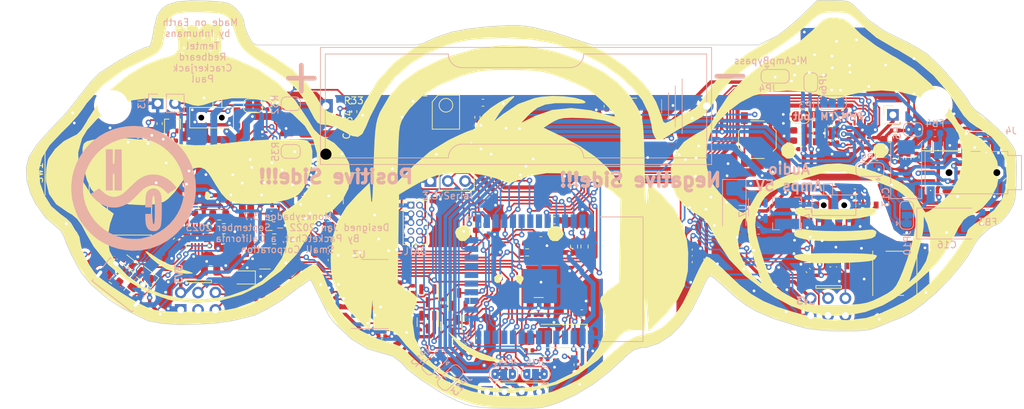
<source format=kicad_pcb>
(kicad_pcb (version 20211014) (generator pcbnew)
  (title_block (title "MonkeyBadge") (date "2023-09-13") (rev "3.7") (company "PacketChat") (comment 1 "Copyright 2023 PacketChat"))
  (layers (0 "F.Cu" signal) (31 "B.Cu" signal) (34 "B.Paste" user) (35 "F.Paste" user) (36 "B.SilkS" user "B.Silkscreen") (37 "F.SilkS" user "F.Silkscreen") (38 "B.Mask" user) (39 "F.Mask" user) (44 "Edge.Cuts" user))
  (net 0 "")
  (net 3 "Net-(D1-Pad2)")
  (net 4 "+3V3")
  (net 5 "GND")
  (net 6 "/ROUT")
  (net 7 "/LOUT")
  (net 8 "/DCLK")
  (net 9 "/RCLK")
  (net 10 "+VDC")
  (net 11 "/BATT")
  (net 12 "/VDDUSB")
  (net 13 "/RAUD")
  (net 14 "Net-(C8-Pad2)")
  (net 15 "/LAUD")
  (net 16 "/OUT")
  (net 17 "Net-(C1-Pad2)")
  (net 20 "Net-(D9-Pad2)")
  (net 22 "/T0_UP")
  (net 23 "/T6_DOWN")
  (net 30 "/ESP32_RXD0")
  (net 32 "/PWMLOUT")
  (net 33 "/ESP32_TXD0")
  (net 34 "/IO16_SIRST")
  (net 35 "/IO22_SCLK1")
  (net 36 "/IO21_SDA1")
  (net 37 "/IO18_NPDIN")
  (net 38 "/IO25_SAO1GP1")
  (net 39 "/IO19_SAO2GP1")
  (net 40 "/IO17_SAO2GP2")
  (net 41 "/T4_MUTE")
  (net 42 "/T3_ENTER")
  (net 43 "/THERM")
  (net 45 "Net-(D10-Pad1)")
  (net 46 "Net-(D10-Pad2)")
  (net 47 "Net-(R2-Pad2)")
  (net 48 "Net-(R3-Pad1)")
  (net 49 "Net-(C36-Pad1)")
  (net 50 "Net-(C37-Pad1)")
  (net 51 "/A0")
  (net 52 "Net-(Q2-Pad3)")
  (net 53 "Net-(Q3-Pad1)")
  (net 54 "/D9")
  (net 55 "Net-(Q4-Pad1)")
  (net 56 "/GPIO0")
  (net 57 "Net-(Q5-Pad1)")
  (net 58 "/RST")
  (net 59 "/UD+")
  (net 60 "/UD-")
  (net 61 "Net-(R8-Pad1)")
  (net 62 "Net-(R9-Pad1)")
  (net 70 "Net-(Q3-Pad2)")
  (net 71 "Net-(Q5-Pad3)")
  (net 72 "GNDA")
  (net 73 "Net-(C8-Pad1)")
  (net 75 "/OLED1")
  (net 76 "/OLED2")
  (net 77 "/OLED3")
  (net 78 "/OLED4")
  (net 79 "Net-(C38-Pad1)")
  (net 80 "/VREF")
  (net 81 "Net-(D9-Pad1)")
  (net 82 "/UD+_")
  (net 83 "/UD-_")
  (net 84 "/IO5_SDA2")
  (net 85 "/IO23_SCLK2")
  (net 86 "/IO27_SAO1GP2")
  (net 87 "Net-(D11-Pad1)")
  (net 88 "Net-(Q6-Pad3)")
  (net 89 "Net-(C41-Pad1)")
  (net 90 "Net-(R32-Pad2)")
  (net 91 "Net-(R14-Pad2)")
  (net 92 "Net-(R16-Pad2)")
  (net 94 "Net-(D2-Pad2)")
  (net 95 "Net-(D2-Pad3)")
  (net 96 "Net-(D3-Pad2)")
  (net 97 "Net-(D4-Pad2)")
  (net 98 "Net-(D5-Pad2)")
  (net 99 "Net-(D6-Pad2)")
  (net 100 "Net-(D7-Pad2)")
  (net 103 "Net-(D12-Pad2)")
  (net 104 "Net-(JP1-Pad2)")
  (net 105 "Net-(C10-Pad2)")
  (net 106 "+5V")
  (net 108 "Net-(L4-Pad1)")
  (net 110 "Net-(C15-Pad2)")
  (net 111 "Net-(C9-Pad1)")
  (net 112 "Net-(C13-Pad1)")
  (net 113 "Net-(C16-Pad1)")
  (net 114 "Net-(C28-Pad2)")
  (net 115 "Net-(C42-Pad1)")
  (net 116 "Net-(C43-Pad1)")
  (net 117 "Net-(C44-Pad2)")
  (net 118 "Net-(C45-Pad1)")
  (net 119 "Net-(R38-Pad2)")
  (net 120 "Net-(R39-Pad2)")
  (net 121 "/IO12_MIC")
  (net 122 "Net-(FB3-Pad2)")
  (net 123 "Net-(FB4-Pad1)")
  (net 124 "/ANT")
  (net 125 "/R2")
  (net 126 "/VDD")
  (net 127 "/ESP32MICin")
  (net 128 "/AMPEDMIC")
  (net 129 "/EARMIC")
  (net 130 "Net-(J4-PadS)")
  (footprint "monkeys20221112:LED_0603_1608Metric" (layer "F.Cu") (at 92.82 87.4 142)
    (fp_text reference "D10")
    (fp_text value "RED")
  )
  (footprint "monkeys20221112:C_0402_1005Metric" (layer "F.Cu") (at 199.762019 58.64)
    (fp_text reference "C43")
    (fp_text value "470nF")
  )
  (footprint "monkeys20221112:SK6812D-EC3210R" (layer "F.Cu") (at 112.317011 71.43)
    (fp_text reference "D3")
    (fp_text value "SK6812D-EC3210R")
  )
  (footprint "monkeys20221112:C_0402_1005Metric" (layer "F.Cu") (at 196.6 67.42 -90)
    (fp_text reference "C22")
    (fp_text value "22nF")
  )
  (footprint "monkeys20221112:C_0402_1005Metric" (layer "F.Cu") (at 129.979 98.26 180)
    (fp_text reference "C25")
    (fp_text value "100nF")
  )
  (footprint "monkeys20221112:SOT-23" (layer "F.Cu") (at 149.15 68.45 90)
    (fp_text reference "Q6")
    (fp_text value "MMBT3904")
  )
  (footprint "monkeys20221112:R_0402_1005Metric" (layer "F.Cu") (at 142.38 95.78 -90)
    (fp_text reference "R21")
    (fp_text value "10K")
  )
  (footprint "monkeys20221112:R_0402_1005Metric" (layer "F.Cu") (at 153.22 83.3)
    (fp_text reference "R10")
    (fp_text value "470R")
  )
  (footprint "monkeys20221112:Crystal_SMD_3215-2Pin_3.2x1.5mm" (layer "F.Cu") (at 193.94 68.53 90)
    (property "VALUE" "")
    (fp_text reference "Y1")
    (fp_text value "32.768KHZ")
  )
  (footprint "monkeys20221112:C_0402_1005Metric" (layer "F.Cu") (at 199.41297 60.492502 180)
    (fp_text reference "C44")
    (fp_text value "100nF")
  )
  (footprint "monkeys20221112:CP_EIA-6032-20_AVX-F" (layer "F.Cu") (at 156.2825 98.2 180)
    (fp_text reference "C2")
    (fp_text value "100uF")
  )
  (footprint "monkeys20221112:R_0805_2012Metric" (layer "F.Cu") (at 104.907502 88.660001 180)
    (fp_text reference "R5")
    (fp_text value "1.2K")
  )
  (footprint "monkeys20221112:C_0603_1608Metric" (layer "F.Cu") (at 144.755 64.07)
    (fp_text reference "C40")
    (fp_text value "4.7uF")
  )
  (footprint "monkeys20221112:SI4702C19GM" (layer "F.Cu") (at 199.889 68.463 180)
    (fp_text reference "IC1")
    (fp_text value "SI4702-C19-GM" hide)
  )
  (footprint "Capacitor_SMD:C_0402_1005Metric" (layer "F.Cu") (at 205.05 68.14)
    (fp_text reference "C15")
    (fp_text value "100pF")
  )
  (footprint "monkeys20221112:C_0402_1005Metric" (layer "F.Cu") (at 194.272972 55.062503 90)
    (fp_text reference "C42")
    (fp_text value "470nF")
  )
  (footprint "monkeys20221112:R_0805_2012Metric" (layer "F.Cu") (at 106.8325 82.5 180)
    (fp_text reference "R2")
    (fp_text value "1.5K")
  )
  (footprint "monkeys20221112:R_0402_1005Metric" (layer "F.Cu") (at 122.125 81.83)
    (fp_text reference "R1")
    (fp_text value "33R")
  )
  (footprint "monkeys20221112:C_0402_1005Metric" (layer "F.Cu") (at 191.635 76.35)
    (fp_text reference "C18")
    (fp_text value "100nF")
  )
  (footprint "monkeys20221112:R_0402_1005Metric" (layer "F.Cu") (at 134.47 91.36 -90)
    (fp_text reference "R22")
    (fp_text value "10K")
  )
  (footprint "monkeys20221112:C_0402_1005Metric" (layer "F.Cu") (at 192.34 88.6 -45)
    (fp_text reference "C19")
    (fp_text value "100nF")
  )
  (footprint "monkeys20221112:MountingHole_4.5mm" (layer "F.Cu") (at 90.5994 64.4768)
    (fp_text reference "H1")
    (fp_text value "Badge L")
  )
  (footprint "monkeys20221112:IRM-H638T-TR2" (layer "F.Cu") (at 139.34 65.44)
    (fp_text reference "U5")
    (fp_text value "InfraredReceiver")
  )
  (footprint "monkeys20221112:SPDT Switch MSK12C02-HB" (layer "F.Cu") (at 105.045 66.255 180)
    (fp_text reference "SW5")
    (fp_text value "SPDT_Switch")
  )
  (footprint "monkeys20221112:R_0402_1005Metric" (layer "F.Cu") (at 162.87 64.59 90)
    (fp_text reference "R30")
    (fp_text value "470R")
  )
  (footprint "monkeys20221112:VQFN-16-1EP_3x3mm_P0.5mm_EP1.6x1.6mm" (layer "F.Cu") (at 102.92 83.6)
    (fp_text reference "U1")
    (fp_text value "BQ24072RGT")
  )
  (footprint "monkeys20221112:C_0805_2012Metric" (layer "F.Cu") (at 113.67 82.02)
    (fp_text reference "C29")
    (fp_text value "22uF")
  )
  (footprint "monkeys20221112:SolderJumper-2_P1.3mm_Bridged_RoundedPad1.0x1.5mm" (layer "F.Cu") (at 191.09 66.09 180)
    (fp_text reference "JP2")
    (fp_text value "0R")
  )
  (footprint "monkeys20221112:C_0402_1005Metric" (layer "F.Cu") (at 151.97 95.11)
    (fp_text reference "C37")
    (fp_text value "22pF")
  )
  (footprint "monkeys20221112:R_0402_1005Metric" (layer "F.Cu") (at 199.43297 55.842502 180)
    (fp_text reference "R40")
    (fp_text value "100K")
  )
  (footprint "monkeys20221112:C_0402_1005Metric" (layer "F.Cu") (at 144.168 98.49 90)
    (fp_text reference "C32")
    (fp_text value "1uF")
  )
  (footprint "monkeys20221112:C_0603_1608Metric" (layer "F.Cu") (at 99.18 83.61 -135)
    (fp_text reference "C34")
    (fp_text value "4.7uF")
  )
  (footprint "monkeys20221112:SK6812D-EC3210R" (layer "F.Cu") (at 192.08 79.4)
    (fp_text reference "D6")
    (fp_text value "SK6812D-EC3210R")
  )
  (footprint "monkeys20221112:R_0603_1608Metric" (layer "F.Cu") (at 159.62 85.11 -90)
    (fp_text reference "R28")
    (fp_text value "2.4K")
  )
  (footprint "monkeys20221112:C_0402_1005Metric" (layer "F.Cu") (at 94.297011 68.9 180)
    (fp_text reference "C4")
    (fp_text value "100nF")
  )
  (footprint "monkeys20221112:SK6812D-EC3210R" (layer "F.Cu") (at 174.84 86.47 -90)
    (fp_text reference "D5")
    (fp_text value "SK6812D-EC3210R")
  )
  (footprint "monkeys20221112:SOT-23" (layer "F.Cu") (at 141.27 92.84 90)
    (fp_text reference "Q3")
    (fp_text value "MMBT3904")
  )
  (footprint "monkeys20221112:C_0402_1005Metric" (layer "F.Cu") (at 122.938273 92.15217 119)
    (fp_text reference "C38")
    (fp_text value "100nF")
  )
  (footprint "monkeys20221112:C_0402_1005Metric" (layer "F.Cu") (at 153.74 101.6)
    (fp_text reference "C1")
    (fp_text value "1uF")
  )
  (footprint "monkeys20221112:SK6812D-EC3210R" (layer "F.Cu") (at 196.5 87.55 180)
    (fp_text reference "D7")
    (fp_text value "SK6812D-EC3210R")
  )
  (footprint "monkeys20221112:C_0402_1005Metric" (layer "F.Cu") (at 119.909999 85.744996 90)
    (fp_text reference "C12")
    (fp_text value "100nF")
  )
  (footprint "monkeys20221112:C_0402_1005Metric" (layer "F.Cu") (at 153.84 95.11 180)
    (fp_text reference "C36")
    (fp_text value "22pF")
  )
  (footprint "monkeys20221112:C_0402_1005Metric" (layer "F.Cu") (at 124.900001 65.359996 -90)
    (fp_text reference "C41")
    (fp_text value "10nF")
  )
  (footprint "monkeys20221112:SOT-23-5" (layer "F.Cu") (at 112.8575 86.85)
    (fp_text reference "U2")
    (fp_text value "RT9080-33GJ5")
  )
  (footprint "monkeys20221112:C_0402_1005Metric" (layer "F.Cu") (at 195.62 69.61 90)
    (fp_text reference "C24")
    (fp_text value "22pF")
  )
  (footprint "monkeys20221112:C_0402_1005Metric" (layer "F.Cu") (at 197.36 65.3 180)
    (fp_text reference "C21")
    (fp_text value "100nF")
  )
  (footprint "monkeys20221112:C_0402_1005Metric" (layer "F.Cu") (at 199.17 77.04)
    (fp_text reference "C20")
    (fp_text value "100nF")
  )
  (footprint "monkeys20221112:LED_0402_1005Metric" (layer "F.Cu") (at 155.395 83.31 180)
    (fp_text reference "D1")
    (fp_text value "blue")
  )
  (footprint "monkeys20221112:C_0402_1005Metric" (layer "F.Cu") (at 192.02202 59.000002 180)
    (fp_text reference "C46")
    (fp_text value "1uF")
  )
  (footprint "monkeys20221112:C_0402_1005Metric" (layer "F.Cu") (at 192.052019 57.69 180)
    (fp_text reference "C45")
    (fp_text value "2.2uF")
  )
  (footprint "monkeys20221112:C_0402_1005Metric" (layer "F.Cu") (at 191.39 70.86)
    (fp_text reference "C26")
    (fp_text value "1uF")
  )
  (footprint "monkeys20221112:SOT-323_SC-70" (layer "F.Cu") (at 99.325611 67.1995 90)
    (fp_text reference "Q1")
    (fp_text value "BSS138")
  )
  (footprint "JTFooties:Button_metal" (layer "F.Cu") (at 184.91 69.47 -90)
    (fp_text reference "SW6" hide)
    (fp_text value "SW_MEC_5E")
  )
  (footprint "monkeys20221112:PinSocket_1x03_P2.54mm_Vertical" (layer "F.Cu") (at 137.07 75.54 90)
    (fp_text reference "J2")
    (fp_text value "3.3vSerial")
  )
  (footprint "monkeys20221112:L_0603_1608Metric_Pad1.05x0.95mm_HandSolder" (layer "F.Cu") (at 204.285 69.390001 180)
    (fp_text reference "L1")
    (fp_text value "270nH")
  )
  (footprint "monkeys20221112:R_0603_1608Metric" (layer "F.Cu") (at 145.299998 82.765001 90)
    (fp_text reference "R9")
    (fp_text value "2.4K")
  )
  (footprint "monkeys20221112:C_0402_1005Metric" (layer "F.Cu") (at 112.495 69.32)
    (fp_text reference "C6")
    (fp_text value "100nF")
  )
  (footprint "Jumper:SolderJumper-2_P1.3mm_Bridged_RoundedPad1.0x1.5mm" (layer "F.Cu") (at 111.12 64.5)
    (fp_text reference "JP1")
    (fp_text value "EXT Therm")
  )
  (footprint "monkeys20221112:C_0402_1005Metric" (layer "F.Cu") (at 196.58 69.38 -90)
    (fp_text reference "C39")
    (fp_text value "22nF")
  )
  (footprint "monkeys20221112:C_0805_2012Metric" (layer "F.Cu") (at 106.17 80.5)
    (fp_text reference "C33")
    (fp_text value "1uF")
  )
  (footprint "monkeys20221112:SW_SPST_PTS645" (layer "F.Cu") (at 127.55 77.56)
    (fp_text reference "SW4")
    (fp_text value "SW_Push")
  )
  (footprint "monkeys20221112:SOT-23" (layer "F.Cu") (at 136.69 92.3125 -90)
    (fp_text reference "Q5")
    (fp_text value "MMBT3904")
  )
  (footprint "monkeys20221112:SK6812D-EC3210R" (layer "F.Cu") (at 93.727011 71.27)
    (fp_text reference "D2")
    (fp_text value "SK6812D-EC3210R")
  )
  (footprint "monkeys20221112:SW_SPST_PTS645" (layer "F.Cu") (at 205.02 89.03 -90)
    (fp_text reference "SW3")
    (fp_text value "SW_Push")
  )
  (footprint "monkeys20221112:SOT-23" (layer "F.Cu") (at 140.15 96.78 -90)
    (fp_text reference "Q4")
    (fp_text value "MMBT3904")
  )
  (footprint "Package_DFN_QFN:DFN-14-1EP_3x3mm_P0.4mm_EP1.78x2.35mm" (layer "F.Cu") (at 195.812969 58.16)
    (fp_text reference "U8")
    (fp_text value "MAX9814")
  )
  (footprint "monkeys20221112:R_0402_1005Metric" (layer "F.Cu") (at 197.42297 55.002501 -90)
    (fp_text reference "R39")
    (fp_text value "150K")
  )
  (footprint "monkeys20221112:C_0402_1005Metric" (layer "F.Cu") (at 214.85 70.37)
    (fp_text reference "C7")
    (fp_text value "100nF")
  )
  (footprint "monkeys20221112:R_0402_1005Metric" (layer "F.Cu") (at 217.18 74.42 180)
    (fp_text reference "R14")
    (fp_text value "20K")
  )
  (footprint "monkeys20221112:C_0402_1005Metric" (layer "F.Cu") (at 195.61 67.45 -90)
    (fp_text reference "C23")
    (fp_text value "22pF")
  )
  (footprint "monkeys20221112:Crystal_SMD_3215-2Pin_3.2x1.5mm" (layer "F.Cu") (at 152.91 93.45 180)
    (property "VALUE" "")
    (fp_text reference "Y2")
    (fp_text value "32.768KHZ")
  )
  (footprint "monkeys20221112:C_0402_1005Metric" (layer "F.Cu") (at 110.21 86.85 -90)
    (fp_text reference "C3")
    (fp_text value "1uF")
  )
  (footprint "monkeys20221112:R_0402_1005Metric" (layer "F.Cu") (at 207.01 72.22 -90)
    (fp_text reference "R16")
    (fp_text value "20K")
  )
  (footprint "monkeys20221112:SW_SPST_PTS645" (layer "F.Cu") (at 93.04 80.21)
    (fp_text reference "SW2")
    (fp_text value "SW_Push")
  )
  (footprint "monkeys20221112:C_0603_1608Metric" (layer "F.Cu") (at 159.215 94.88)
    (fp_text reference "C27")
    (fp_text value "10uF")
  )
  (footprint "monkeys20221112:R_0402_1005Metric" (layer "F.Cu") (at 217.19 73.4 180)
    (fp_text reference "R17")
    (fp_text value "30K")
  )
  (footprint "monkeys20221112:monkeysilk" (layer "F.Cu") (at 148.76 77.32)
    (fp_text reference "G***")
    (fp_text value "LOGO" hide)
  )
  (footprint "monkeys20221112:C_0402_1005Metric" (layer "F.Cu") (at 114.4 79.1)
    (fp_text reference "C5")
    (fp_text value "1uF")
  )
  (footprint "monkeys20221112:C_0402_1005Metric" (layer "F.Cu") (at 218.68 73.91 90)
    (fp_text reference "C8")
    (fp_text value "390nF")
  )
  (footprint "Connector_PinHeader_2.54mm:PinHeader_1x04_P2.54mm_Vertical" (layer "F.Cu") (at 145.35 106.4 90)
    (fp_text reference "LCD1")
    (fp_text value ".96_OLED")
  )
  (footprint "monkeys20221112:LED_0805_2012Metric" (layer "F.Cu") (at 109.77 89.64 180)
    (fp_text reference "D12")
    (fp_text value "Green")
  )
  (footprint "monkeys20221112:R_0402_1005Metric" (layer "F.Cu") (at 122.365 83.34)
    (fp_text reference "R7")
    (fp_text value "33R")
  )
  (footprint "monkeys20221112:SOT-23" (layer "F.Cu") (at 136.69 96.1775 -90)
    (fp_text reference "Q2")
    (fp_text value "SI2302")
  )
  (footprint "monkeys20221112:C_0402_1005Metric" (layer "F.Cu") (at 113.795 80.3)
    (fp_text reference "C31")
    (fp_text value "100nF")
  )
  (footprint "monkeys20221112:R_0603_1608Metric" (layer "F.Cu") (at 151.225 85.97)
    (fp_text reference "R29")
    (fp_text value "2.4K")
  )
  (footprint "monkeys20221112:R_0402_1005Metric" (layer "F.Cu") (at 158.47 102.4 -90)
    (fp_text reference "R19")
    (fp_text value "12K")
  )
  (footprint "monkeys20221112:R_0402_1005Metric" (layer "F.Cu") (at 97.45 67.12 -90)
    (fp_text reference "R13")
    (fp_text value "10K")
  )
  (footprint "monkeys20221112:L_0603_1608Metric_Pad1.05x0.95mm_HandSolder" (layer "F.Cu") (at 191.085 69.62 180)
    (fp_text reference "L3")
    (fp_text value "4.7uH")
  )
  (footprint "monkeys20221112:R_0402_1005Metric" (layer "F.Cu") (at 143.95 66.2 90)
    (fp_text reference "R31")
    (fp_text value "10K")
  )
  (footprint "monkeys20221112:R_0603_1608Metric" (layer "F.Cu") (at 155.115 81.28)
    (fp_text reference "R26")
    (fp_text value "2.4K")
  )
  (footprint "monkeys20221112:MountingHole_4.5mm" (layer "F.Cu") (at 210.7414 64.3498)
    (fp_text reference "H2")
    (fp_text value "Badge R")
  )
  (footprint "monkeys20221112:R_0402_1005Metric" (layer "F.Cu") (at 208.184 72.02 -90)
    (fp_text reference "R18")
    (fp_text value "30K")
  )
  (footprint "monkeys20221112:C_0402_1005Metric" (layer "F.Cu") (at 177.45 86.99 90)
    (fp_text reference "C17")
    (fp_text value "100nF")
  )
  (footprint "monkeys20221112:PinHeader_1x01_P2.54mm_Vertical" (layer "F.Cu") (at 204.74 65.84)
    (fp_text reference "TP1")
    (fp_text value "Ext Ant")
  )
  (footprint "monkeys20221112:SW_SPST_PTS645" (layer "F.Cu") (at 83.91 74.33 90)
    (fp_text reference "SW1")
    (fp_text value "SW_Push")
  )
  (footprint "monkeys20221112:R_0402_1005Metric" (layer "F.Cu") (at 138.95 93.35 -90)
    (fp_text reference "R20")
    (fp_text value "10K")
  )
  (footprint "monkeys20221112:C_0805_2012Metric" (layer "F.Cu") (at 114.22 84)
    (fp_text reference "C30")
    (fp_text value "22uF")
  )
  (footprint "monkeys20221112:R_0805_2012Metric" (layer "F.Cu") (at 90.7 89.84 -38)
    (fp_text reference "R4")
    (fp_text value "1K")
  )
  (footprint "monkeys20221112:R_0805_2012Metric" (layer "F.Cu") (at 92.920028 91.802165 -128)
    (fp_text reference "R6")
    (fp_text value "1K")
  )
  (footprint "monkeys20221112:LED_1206_3216Metric" (layer "F.Cu") (at 165.65 64.54)
    (fp_text reference "D11")
    (fp_text value "INFRARED_Emitter")
  )
  (footprint "monkeys20221112:LED_0805_2012Metric" (layer "F.Cu") (at 95.42 89.4 142)
    (fp_text reference "D9")
    (fp_text value "Green")
  )
  (footprint "monkeys20221112:R_0402_1005Metric" (layer "F.Cu") (at 217.2 72.37 180)
    (fp_text reference "R11")
    (fp_text value "20K")
  )
  (footprint "monkeys20221112:SK6812D-EC3210R" (layer "F.Cu") (at 200.78 79.43)
    (fp_text reference "D8")
    (fp_text value "SK6812D-EC3210R")
  )
  (footprint "monkeys20221112:C_0402_1005Metric" (layer "F.Cu") (at 217.15 75.54 180)
    (fp_text reference "C14")
    (fp_text value "1uF")
  )
  (footprint "monkeys20221112:SOIC-8_3.9x4.9mm_P1.27mm" (layer "F.Cu") (at 212.435 73.65)
    (fp_text reference "U4")
    (fp_text value "LM4808")
  )
  (footprint "monkeys20221112:R_0402_1005Metric" (layer "F.Cu") (at 199.74 57.282502 180)
    (fp_text reference "R38")
    (fp_text value "2.21K")
  )
  (footprint "monkeys20221112:SK6812D-EC3210R" (layer "F.Cu") (at 122.65 86.19 90)
    (fp_text reference "D4")
    (fp_text value "SK6812D-EC3210R")
  )
  (footprint "monkeys20221112:L_0603_1608Metric_Pad1.05x0.95mm_HandSolder" (layer "F.Cu") (at 191.115 68.12 180)
    (fp_text reference "L2")
    (fp_text value "4.7uH")
  )
  (footprint "monkeys20221112:R_0402_1005Metric" (layer "F.Cu") (at 217.15 76.53 180)
    (fp_text reference "R23")
    (fp_text value "100K")
  )
  (footprint "monkeys20221112:ShittyAddOn_Female" (layer "F.Cu") (at 192.7125 92.6325 90)
    (fp_text reference "SAO2")
    (fp_text value "ShittyAddOn")
  )
  (footprint "monkeys20221112:C_0402_1005Metric" (layer "F.Cu") (at 205.91 72.22 -90)
    (fp_text reference "C9")
    (fp_text value "390nF")
  )
  (footprint "monkeys20221112:R_0402_1005Metric" (layer "F.Cu") (at 209.56 70.37 180)
    (fp_text reference "R15")
    (fp_text value "20K")
  )
  (footprint "monkeys20221112:R_0402_1005Metric" (layer "F.Cu") (at 113.74 65.05 180)
    (fp_text reference "R37")
    (fp_text value "10K")
  )
  (footprint "monkeys20221112:C_0603_1608Metric" (layer "F.Cu") (at 106.82 84.2)
    (fp_text reference "C35")
    (fp_text value "4.7uF")
  )
  (footprint "monkeys20221112:R_0402_1005Metric" (layer "F.Cu") (at 125.920004 65.359999 90)
    (fp_text reference "R34")
    (fp_text value "1M")
  )
  (footprint "monkeys20221112:R_0402_1005Metric" (layer "F.Cu") (at 125.410001 63.879999 180)
    (fp_text reference "R33")
    (fp_text value "1M")
  )
  (footprint "monkeys20221112:R_0603_1608Metric" (layer "F.Cu") (at 102.62 79.425 90)
    (fp_text reference "R3")
    (fp_text value "1.33K")
  )
  (footprint "monkeys20221112:R_0402_1005Metric" (layer "F.Cu") (at 202.110002 64.790001 -90)
    (fp_text reference "R36")
    (fp_text value "10K")
  )
  (footprint "monkeys20221112:R_0603_1608Metric" (layer "F.Cu") (at 158.08 85.115 -90)
    (fp_text reference "R27")
    (fp_text value "2.4K")
  )
  (footprint "monkeys20221112:C_0402_1005Metric" (layer "F.Cu") (at 151.52 100.3)
    (fp_text reference "C28")
    (fp_text value "1uF")
  )
  (footprint "monkeys20221112:R_0603_1608Metric" (layer "F.Cu") (at 143.760002 81.904999 90)
    (fp_text reference "R8")
    (fp_text value "2.4K")
  )
  (footprint "monkeys20221112:ShittyAddOn_Female" (layer "F.Cu") (at 100.5308 91.8072 90)
    (fp_text reference "SAO1")
    (fp_text value "ShittyAddOn")
  )
  (footprint "monkeys20221112:R_0402_1005Metric" (layer "F.Cu") (at 215.22 76.89 180)
    (fp_text reference "R24")
    (fp_text value "100K")
  )
  (footprint "monkeys20221112:PinHeader_2x05_P1.27mm_Vertical" (layer "F.Cu") (at 134.21 79.06)
    (fp_text reference "J1")
    (fp_text value "JTAG")
  )
  (footprint "monkeys20221112:R_0402_1005Metric" (layer "F.Cu") (at 99.353011 69.6402 180)
    (fp_text reference "R12")
    (fp_text value "10K")
  )
  (footprint "monkeys20221112:CP_EIA-6032-20_AVX-F" (layer "B.Cu") (at 181.53 79.0725 -90)
    (fp_text reference "C11")
    (fp_text value "100uF")
  )
  (footprint "monkeys20221112:ESP32-WROOM-32" (layer "B.Cu") (at 152.32 89.9 90)
    (fp_text reference "U6")
    (fp_text value "ESP32-WROOM-32E(8MB)")
  )
  (footprint "Package_TO_SOT_SMD:SOT-23-5" (layer "B.Cu") (at 185.16 79.8775 -90)
    (fp_text reference "U7")
    (fp_text value "Boost5V")
  )
  (footprint "monkeys20221112:SolderJumper-3_P1.3mm_Bridged12_RoundedPad1.0x1.5mm" (layer "B.Cu") (at 139.97 104.29 45)
    (fp_text reference "JP13")
    (fp_text value "OLED2")
  )
  (footprint "monkeys20221112:SolderJumper-2_P1.3mm_Bridged_RoundedPad1.0x1.5mm" (layer "B.Cu") (at 116.63 71.2 180)
    (fp_text reference "R35")
    (fp_text value "0R")
  )
  (footprint "monkeys20221112:AMPHENOL_10118194-0001LF_JT" (layer "B.Cu") (at 91.367741 91.286783 142)
    (fp_text reference "J5")
    (fp_text value "10118194-0001LF")
  )
  (footprint "monkeys20221112:SolderJumper-3_P1.3mm_Bridged12_RoundedPad1.0x1.5mm" (layer "B.Cu") (at 206.760002 80.53 90)
    (fp_text reference "JP10")
    (fp_text value "MIC/GNDA")
  )
  (footprint "monkeys20221112:SolderJumper-3_P1.3mm_Bridged12_RoundedPad1.0x1.5mm" (layer "B.Cu") (at 137.72 102.03 -135)
    (fp_text reference "JP12")
    (fp_text value "OLED1")
  )
  (footprint "Capacitor_Tantalum_SMD:CP_EIA-7343-31_Kemet-D" (layer "B.Cu") (at 206.68 73.6925 90)
    (fp_text reference "C13")
    (fp_text value "330uF")
  )
  (footprint "monkeys20221112:SOIC-16_3.9x9.9mm_P1.27mm" (layer "B.Cu") (at 128.935 92.065)
    (fp_text reference "U3")
    (fp_text value "CH340C")
  )
  (footprint "JTFooties:1xAA_NUB" (layer "B.Cu") (at 121.78 64.54)
    (fp_text reference "BT1")
    (fp_text value "BatteryPack")
  )
  (footprint "monkeys20221112:SolderJumper-2_P1.3mm_Bridged_RoundedPad1.0x1.5mm" (layer "B.Cu") (at 207.7 68 180)
    (fp_text reference "JP5")
    (fp_text value "0R")
  )
  (footprint "Capacitor_SMD:C_0603_1608Metric" (layer "B.Cu") (at 210.895 68.53 180)
    (fp_text reference "FB4")
    (fp_text value "FB2.5K_at100mhz")
  )
  (footprint "monkeys20221112:SolderJumper-3_P1.3mm_Bridged12_RoundedPad1.0x1.5mm" (layer "B.Cu") (at 187.51 60.21)
    (fp_text reference "JP4")
    (fp_text value "MicAmpBypass")
  )
  (footprint "monkeys20221112:SolderJumper-3_P1.3mm_Bridged12_RoundedPad1.0x1.5mm" (layer "B.Cu") (at 152.444 103.77 180)
    (fp_text reference "JP15")
    (fp_text value "OLED4")
  )
  (footprint "monkeys20221112:SPDT Switch MSK12C02-HB" (layer "B.Cu") (at 195.82 77.87 180)
    (fp_text reference "SW7")
    (fp_text value "SPDT_Switch")
  )
  (footprint "Inductor_SMD:L_Bourns-SRN4018" (layer "B.Cu") (at 189.26 80.275 -90)
    (fp_text reference "L4")
    (fp_text value "22uH")
  )
  (footprint "monkeys20221112:SolderJumper-3_P1.3mm_Bridged12_RoundedPad1.0x1.5mm" (layer "B.Cu") (at 195.88 64.0325)
    (fp_text reference "JP3")
    (fp_text value "PWMLOUT")
  )
  (footprint "Capacitor_SMD:C_0603_1608Metric" (layer "B.Cu") (at 218.61 80.1)
    (fp_text reference "FB3")
    (fp_text value "FB2.5K_at100mhz")
  )
  (footprint "monkeys20221112:SolderJumper-2_P1.3mm_Bridged_RoundedPad1.0x1.5mm" (layer "B.Cu") (at 116.63 64.22 180)
    (fp_text reference "R32")
    (fp_text value "0R")
  )
  (footprint "monkeys20221112:PinHeader_1x02_P2.54mm_Vertical" (layer "B.Cu") (at 97.16 64.15 -90)
    (fp_text reference "J3")
    (fp_text value "Therm")
  )
  (footprint "Jumper:SolderJumper-2_P1.3mm_Open_RoundedPad1.0x1.5mm" (layer "B.Cu") (at 192.73 61.1 90)
    (fp_text reference "JP6")
    (fp_text value "MicAmpPwr")
  )
  (footprint "monkeys20221112:C_0603_1608Metric" (layer "B.Cu") (at 185.065 82.8)
    (fp_text reference "C10")
    (fp_text value "10uF")
  )
  (footprint "monkeys20221112:SolderJumper-3_P1.3mm_Bridged12_RoundedPad1.0x1.5mm" (layer "B.Cu") (at 201.39 73.85 180)
    (fp_text reference "JP9")
    (fp_text value "GNDA/MIC")
  )
  (footprint "Capacitor_Tantalum_SMD:CP_EIA-7343-31_Kemet-D" (layer "B.Cu") (at 212.6375 81.75)
    (fp_text reference "C16")
    (fp_text value "330uF")
  )
  (footprint "JTFooties:hushconlogo" (layer "B.Cu") (at 93.64 76.59 180)
    (fp_text reference "G***" hide)
    (fp_text value "LOGO" hide)
  )
  (footprint "monkeys20221112:Jack_3.5mm_PJ320D_Horizontal" (layer "B.Cu") (at 215.18 74.3 180)
    (fp_text reference "J4")
    (fp_text value "PJ-320D-4A")
  )
  (footprint "monkeys20221112:SolderJumper-3_P1.3mm_Bridged12_RoundedPad1.0x1.5mm" (layer "B.Cu") (at 147.794 103.76)
    (fp_text reference "JP14")
    (fp_text value "OLED3")
  )
  (gr_line (start 177.69 89.66) (end 177.17 90.59) (layer "Edge.Cuts") (width 0.1))
  (gr_line (start 153.68 53.46) (end 154.83 53.68) (layer "Edge.Cuts") (width 0.1))
  (gr_line (start 93.29 56.92) (end 95.11 56.07) (layer "Edge.Cuts") (width 0.1))
  (gr_line (start 184.75 94.59) (end 183.2 93.66) (layer "Edge.Cuts") (width 0.1))
  (gr_line (start 113.26 94.21) (end 111.33 95.17) (layer "Edge.Cuts") (width 0.1))
  (gr_line (start 222.66 77.66) (end 222.63 78.02) (layer "Edge.Cuts") (width 0.1))
  (gr_line (start 122.89 96.16) (end 122.27 95.32) (layer "Edge.Cuts") (width 0.1))
  (gr_line (start 170.41 99.31) (end 168.63 99.88) (layer "Edge.Cuts") (width 0.1))
  (gr_line (start 100.35 96.55) (end 97.8 96.37) (layer "Edge.Cuts") (width 0.1))
  (gr_line (start 100.1 49.3) (end 102 49.14) (layer "Edge.Cuts") (width 0.1))
  (gr_line (start 122.27 95.32) (end 122.17 95.18) (layer "Edge.Cuts") (width 0.1))
  (gr_line (start 121.58 94.02) (end 119.59 90.03) (layer "Edge.Cuts") (width 0.1))
  (gr_line (start 211.12 91.83) (end 209.07 93.57) (layer "Edge.Cuts") (width 0.1))
  (gr_line (start 149.91 108.87) (end 146.76 108.77) (layer "Edge.Cuts") (width 0.1))
  (gr_line (start 145.46 52.95) (end 148.44 52.77) (layer "Edge.Cuts") (width 0.1))
  (gr_line (start 158.32 106.8) (end 155.77 107.97) (layer "Edge.Cuts") (width 0.1))
  (gr_line (start 110.4 54.24) (end 110.99 55.3) (layer "Edge.Cuts") (width 0.1))
  (gr_line (start 154.83 53.68) (end 158.9 55.01) (layer "Edge.Cuts") (width 0.1))
  (gr_line (start 108.66 50.36) (end 109.33 51.17) (layer "Edge.Cuts") (width 0.1))
  (gr_line (start 97.06 51.44) (end 97.7 50.39) (layer "Edge.Cuts") (width 0.1))
  (gr_line (start 96.13 55.55) (end 96.29 55.03) (layer "Edge.Cuts") (width 0.1))
  (gr_line (start 133.67 103.07) (end 132.84 102.13) (layer "Edge.Cuts") (width 0.1))
  (gr_line (start 219.06 82.3) (end 220.36 81.68) (layer "Edge.Cuts") (width 0.1))
  (gr_line (start 201.2 51.96) (end 203.48 53.57) (layer "Edge.Cuts") (width 0.1))
  (gr_line (start 222.8 74.77) (end 222.77 76.35) (layer "Edge.Cuts") (width 0.1))
  (gr_line (start 172.23 98.12) (end 170.41 99.31) (layer "Edge.Cuts") (width 0.1))
  (gr_line (start 96.69 52.88) (end 97.06 51.44) (layer "Edge.Cuts") (width 0.1))
  (gr_line (start 109.72 51.89) (end 109.94 53.07) (layer "Edge.Cuts") (width 0.1))
  (gr_line (start 85.46 88.04) (end 84.53 86.3) (layer "Edge.Cuts") (width 0.1))
  (gr_line (start 176.66 91.75) (end 175.38 94.3) (layer "Edge.Cuts") (width 0.1))
  (gr_line (start 187.32 95.68) (end 184.75 94.59) (layer "Edge.Cuts") (width 0.1))
  (gr_line (start 199.31 97.48) (end 195.83 97.49) (layer "Edge.Cuts") (width 0.1))
  (gr_line (start 98.58 49.73) (end 100.1 49.3) (layer "Edge.Cuts") (width 0.1))
  (gr_line (start 146.21 108.75) (end 145.59 108.71) (layer "Edge.Cuts") (width 0.1))
  (gr_line (start 104.06 49.19) (end 105.7 49.27) (layer "Edge.Cuts") (width 0.1))
  (gr_line (start 154.54 108.39) (end 153.43 108.66) (layer "Edge.Cuts") (width 0.1))
  (gr_line (start 83.8 65.53) (end 85.48 63.4) (layer "Edge.Cuts") (width 0.1))
  (gr_line (start 148.44 52.77) (end 149.97 52.77) (layer "Edge.Cuts") (width 0.1))
  (gr_line (start 205.97 95.49) (end 202.04 97.07) (layer "Edge.Cuts") (width 0.1))
  (gr_line (start 125.54 98.68) (end 123.43 96.71) (layer "Edge.Cuts") (width 0.1))
  (gr_line (start 222.49 78.64) (end 222.37 78.96) (layer "Edge.Cuts") (width 0.1))
  (gr_line (start 220.36 81.68) (end 220.98 81.04) (layer "Edge.Cuts") (width 0.1))
  (gr_line (start 81.16 68.32) (end 83.8 65.53) (layer "Edge.Cuts") (width 0.1))
  (gr_line (start 217.95 65.97) (end 219.98 67.77) (layer "Edge.Cuts") (width 0.1))
  (gr_line (start 137.88 54.53) (end 140.19 53.74) (layer "Edge.Cuts") (width 0.1))
  (gr_line (start 144.72 108.66) (end 143.78 108.56) (layer "Edge.Cuts") (width 0.1))
  (gr_line (start 219.98 67.77) (end 221.32 69.13) (layer "Edge.Cuts") (width 0.1))
  (gr_line (start 131.56 101.17) (end 127.92 100.12) (layer "Edge.Cuts") (width 0.1))
  (gr_line (start 173.88 96.47) (end 172.23 98.12) (layer "Edge.Cuts") (width 0.1))
  (gr_line (start 95.11 56.07) (end 95.9 55.85) (layer "Edge.Cuts") (width 0.1))
  (gr_line (start 143.09 108.43) (end 142.26 108.22) (layer "Edge.Cuts") (width 0.1))
  (gr_line (start 111.656 55.617) (end 134.77 55.617) (layer "Edge.Cuts") (width 0.1))
  (gr_line (start 207.44 94.76) (end 205.97 95.49) (layer "Edge.Cuts") (width 0.1))
  (gr_line (start 95.79 96.01) (end 92.21 94.26) (layer "Edge.Cuts") (width 0.1))
  (gr_line (start 103.09 96.48) (end 100.35 96.55) (layer "Edge.Cuts") (width 0.1))
  (gr_line (start 79.3 78.84) (end 78.58 77.4) (layer "Edge.Cuts") (width 0.1))
  (gr_line (start 135.81 55.46) (end 137.88 54.53) (layer "Edge.Cuts") (width 0.1))
  (gr_line (start 168.63 99.88) (end 167.92 99.92) (layer "Edge.Cuts") (width 0.1))
  (gr_line (start 165.86 101) (end 163.25 103.43) (layer "Edge.Cuts") (width 0.1))
  (gr_line (start 217.89 83.32) (end 217.33 83.89) (layer "Edge.Cuts") (width 0.1))
  (gr_line (start 109.94 53.07) (end 110.4 54.24) (layer "Edge.Cuts") (width 0.1))
  (gr_line (start 175.38 94.3) (end 173.88 96.47) (layer "Edge.Cuts") (width 0.1))
  (gr_line (start 135.63 104.58) (end 133.67 103.07) (layer "Edge.Cuts") (width 0.1))
  (gr_line (start 216.87 84.51) (end 215.59 86.7) (layer "Edge.Cuts") (width 0.1))
  (gr_line (start 146.76 108.77) (end 146.21 108.75) (layer "Edge.Cuts") (width 0.1))
  (gr_line (start 221.82 80.01) (end 220.98 81.04) (layer "Edge.Cuts") (width 0.1))
  (gr_line (start 107.5 49.54) (end 108.06 49.86) (layer "Edge.Cuts") (width 0.1))
  (gr_line (start 151.05 52.88) (end 152.47 53.13) (layer "Edge.Cuts") (width 0.1))
  (gr_line (start 83.43 83.64) (end 82.94 82.77) (layer "Edge.Cuts") (width 0.1))
  (gr_line (start 141.1 107.76) (end 139.69 107.08) (layer "Edge.Cuts") (width 0.1))
  (gr_line (start 209.66 56.86) (end 211.71 58.8) (layer "Edge.Cuts") (width 0.1))
  (gr_line (start 219.06 82.3) (end 217.89 83.32) (layer "Edge.Cuts") (width 0.1))
  (gr_line (start 97.7 50.39) (end 98.58 49.73) (layer "Edge.Cuts") (width 0.1))
  (gr_line (start 79.46 70.23) (end 81.16 68.32) (layer "Edge.Cuts") (width 0.1))
  (gr_line (start 197.4 49.15) (end 198.18 49.27) (layer "Edge.Cuts") (width 0.1))
  (gr_line (start 185.062 55.617) (end 187.82 54.28) (layer "Edge.Cuts") (width 0.1))
  (gr_line (start 181.69 92.52) (end 179.58 90.59) (layer "Edge.Cuts") (width 0.1))
  (gr_line (start 151.94 108.82) (end 149.91 108.87) (layer "Edge.Cuts") (width 0.1))
  (gr_line (start 177.17 90.59) (end 176.66 91.75) (layer "Edge.Cuts") (width 0.1))
  (gr_line (start 187.82 54.28) (end 189.22 53.23) (layer "Edge.Cuts") (width 0.1))
  (gr_line (start 119.59 90.03) (end 119.41 90.03) (layer "Edge.Cuts") (width 0.1))
  (gr_line (start 122.17 95.18) (end 121.58 94.02) (layer "Edge.Cuts") (width 0.1))
  (gr_line (start 78.33 71.99) (end 79.46 70.23) (layer "Edge.Cuts") (width 0.1))
  (gr_line (start 222.37 78.96) (end 221.82 80.01) (layer "Edge.Cuts") (width 0.1))
  (gr_line (start 108.06 49.86) (end 108.66 50.36) (layer "Edge.Cuts") (width 0.1))
  (gr_line (start 83.74 84.52) (end 83.43 83.64) (layer "Edge.Cuts") (width 0.1))
  (gr_line (start 178 89.4) (end 177.69 89.66) (layer "Edge.Cuts") (width 0.1))
  (gr_line (start 140.19 53.74) (end 142.61 53.28) (layer "Edge.Cuts") (width 0.1))
  (gr_line (start 166.79 100.27) (end 165.86 101) (layer "Edge.Cuts") (width 0.1))
  (gr_line (start 105.83 96.3) (end 103.09 96.48) (layer "Edge.Cuts") (width 0.1))
  (gr_line (start 214.64 62.22) (end 215.63 63.57) (layer "Edge.Cuts") (width 0.1))
  (gr_line (start 216.14 64.41) (end 216.81 65.18) (layer "Edge.Cuts") (width 0.1))
  (gr_line (start 216.81 65.18) (end 217.95 65.97) (layer "Edge.Cuts") (width 0.1))
  (gr_line (start 215.59 86.7) (end 214.3 88.38) (layer "Edge.Cuts") (width 0.1))
  (gr_line (start 82.94 82.77) (end 80.75 80.88) (layer "Edge.Cuts") (width 0.1))
  (gr_line (start 88.62 59.74) (end 90.36 58.64) (layer "Edge.Cuts") (width 0.1))
  (gr_line (start 198.79 49.61) (end 201.2 51.96) (layer "Edge.Cuts") (width 0.1))
  (gr_line (start 97.8 96.37) (end 95.79 96.01) (layer "Edge.Cuts") (width 0.1))
  (gr_line (start 92.21 94.26) (end 90.11 92.96) (layer "Edge.Cuts") (width 0.1))
  (gr_line (start 142.26 108.22) (end 141.1 107.76) (layer "Edge.Cuts") (width 0.1))
  (gr_line (start 183.2 93.66) (end 181.69 92.52) (layer "Edge.Cuts") (width 0.1))
  (gr_line (start 212.98 89.92) (end 211.12 91.83) (layer "Edge.Cuts") (width 0.1))
  (gr_line (start 86.02 89.02) (end 85.46 88.04) (layer "Edge.Cuts") (width 0.1))
  (gr_line (start 108.23 95.94) (end 105.83 96.3) (layer "Edge.Cuts") (width 0.1))
  (gr_line (start 78.33 71.99) (end 77.93 73.53) (layer "Edge.Cuts") (width 0.1))
  (gr_line (start 109.33 51.17) (end 109.72 51.89) (layer "Edge.Cuts") (width 0.1))
  (gr_line (start 202.04 97.07) (end 200.89 97.37) (layer "Edge.Cuts") (width 0.1))
  (gr_line (start 115.44 92.9) (end 113.26 94.21) (layer "Edge.Cuts") (width 0.1))
  (gr_line (start 167.92 99.92) (end 166.79 100.27) (layer "Edge.Cuts") (width 0.1))
  (gr_line (start 200.89 97.37) (end 199.31 97.48) (layer "Edge.Cuts") (width 0.1))
  (gr_line (start 77.93 73.53) (end 78 75.4) (layer "Edge.Cuts") (width 0.1))
  (gr_line (start 217.33 83.89) (end 216.87 84.51) (layer "Edge.Cuts") (width 0.1))
  (gr_line (start 96.29 55.03) (end 96.55 53.66) (layer "Edge.Cuts") (width 0.1))
  (gr_line (start 96.55 53.66) (end 96.69 52.88) (layer "Edge.Cuts") (width 0.1))
  (gr_line (start 142.61 53.28) (end 145.46 52.95) (layer "Edge.Cuts") (width 0.1))
  (gr_line (start 110.99 55.3) (end 111.656 55.617) (layer "Edge.Cuts") (width 0.1))
  (gr_line (start 193.68 49.09) (end 197.4 49.15) (layer "Edge.Cuts") (width 0.1))
  (gr_line (start 90.36 58.64) (end 90.91 58.24) (layer "Edge.Cuts") (width 0.1))
  (gr_line (start 90.11 92.96) (end 87.49 90.76) (layer "Edge.Cuts") (width 0.1))
  (gr_line (start 153.43 108.66) (end 151.94 108.82) (layer "Edge.Cuts") (width 0.1))
  (gr_line (start 189.22 53.23) (end 190.67 52) (layer "Edge.Cuts") (width 0.1))
  (gr_line (start 111.33 95.17) (end 108.23 95.94) (layer "Edge.Cuts") (width 0.1))
  (gr_line (start 221.32 69.13) (end 222.34 70.51) (layer "Edge.Cuts") (width 0.1))
  (gr_line (start 95.9 55.85) (end 96.13 55.55) (layer "Edge.Cuts") (width 0.1))
  (gr_line (start 209.07 93.57) (end 207.44 94.76) (layer "Edge.Cuts") (width 0.1))
  (gr_line (start 178.45 89.64) (end 178 89.4) (layer "Edge.Cuts") (width 0.1))
  (gr_line (start 152.47 53.13) (end 153.68 53.46) (layer "Edge.Cuts") (width 0.1))
  (gr_line (start 192.11 97.12) (end 187.32 95.68) (layer "Edge.Cuts") (width 0.1))
  (gr_line (start 138.33 106.32) (end 135.63 104.58) (layer "Edge.Cuts") (width 0.1))
  (gr_line (start 92.21 57.51) (end 93.29 56.92) (layer "Edge.Cuts") (width 0.1))
  (gr_line (start 134.77 55.617) (end 135.81 55.46) (layer "Edge.Cuts") (width 0.1))
  (gr_line (start 160.79 105.32) (end 158.32 106.8) (layer "Edge.Cuts") (width 0.1))
  (gr_line (start 222.65 71.16) (end 222.74 71.78) (layer "Edge.Cuts") (width 0.1))
  (gr_line (start 195.83 97.49) (end 194.33 97.38) (layer "Edge.Cuts") (width 0.1))
  (gr_line (start 145.59 108.71) (end 144.72 108.66) (layer "Edge.Cuts") (width 0.1))
  (gr_line (start 222.34 70.51) (end 222.65 71.16) (layer "Edge.Cuts") (width 0.1))
  (gr_line (start 222.83 73.2) (end 222.8 74.77) (layer "Edge.Cuts") (width 0.1))
  (gr_line (start 198.18 49.27) (end 198.79 49.61) (layer "Edge.Cuts") (width 0.1))
  (gr_line (start 127.92 100.12) (end 125.54 98.68) (layer "Edge.Cuts") (width 0.1))
  (gr_line (start 160.805 55.617) (end 185.062 55.617) (layer "Edge.Cuts") (width 0.1))
  (gr_line (start 163.25 103.43) (end 160.79 105.32) (layer "Edge.Cuts") (width 0.1))
  (gr_line (start 207.18 55.4) (end 209.66 56.86) (layer "Edge.Cuts") (width 0.1))
  (gr_line (start 132.84 102.13) (end 131.56 101.17) (layer "Edge.Cuts") (width 0.1))
  (gr_line (start 215.63 63.57) (end 216.14 64.41) (layer "Edge.Cuts") (width 0.1))
  (gr_line (start 155.77 107.97) (end 154.54 108.39) (layer "Edge.Cuts") (width 0.1))
  (gr_line (start 203.48 53.57) (end 207.18 55.4) (layer "Edge.Cuts") (width 0.1))
  (gr_line (start 214.3 88.38) (end 212.98 89.92) (layer "Edge.Cuts") (width 0.1))
  (gr_line (start 84.53 86.3) (end 83.74 84.52) (layer "Edge.Cuts") (width 0.1))
  (gr_line (start 86.5 89.59) (end 86.02 89.02) (layer "Edge.Cuts") (width 0.1))
  (gr_line (start 106.78 49.38) (end 107.5 49.54) (layer "Edge.Cuts") (width 0.1))
  (gr_line (start 87.55 60.8) (end 88.62 59.74) (layer "Edge.Cuts") (width 0.1))
  (gr_line (start 119.41 90.03) (end 117.72 91.15) (layer "Edge.Cuts") (width 0.1))
  (gr_line (start 213.38 60.7) (end 214.64 62.22) (layer "Edge.Cuts") (width 0.1))
  (gr_line (start 102 49.14) (end 104.06 49.19) (layer "Edge.Cuts") (width 0.1))
  (gr_line (start 179.58 90.59) (end 178.45 89.64) (layer "Edge.Cuts") (width 0.1))
  (gr_line (start 139.69 107.08) (end 138.33 106.32) (layer "Edge.Cuts") (width 0.1))
  (gr_line (start 143.78 108.56) (end 143.09 108.43) (layer "Edge.Cuts") (width 0.1))
  (gr_line (start 105.7 49.27) (end 106.78 49.38) (layer "Edge.Cuts") (width 0.1))
  (gr_line (start 158.9 55.01) (end 160.805 55.617) (layer "Edge.Cuts") (width 0.1))
  (gr_line (start 211.71 58.8) (end 213.38 60.7) (layer "Edge.Cuts") (width 0.1))
  (gr_line (start 222.77 76.35) (end 222.66 77.66) (layer "Edge.Cuts") (width 0.1))
  (gr_line (start 194.33 97.38) (end 192.11 97.12) (layer "Edge.Cuts") (width 0.1))
  (gr_line (start 78.58 77.4) (end 78 75.4) (layer "Edge.Cuts") (width 0.1))
  (gr_line (start 87.49 90.76) (end 86.5 89.59) (layer "Edge.Cuts") (width 0.1))
  (gr_line (start 80.75 80.88) (end 79.3 78.84) (layer "Edge.Cuts") (width 0.1))
  (gr_line (start 85.48 63.4) (end 87.55 60.8) (layer "Edge.Cuts") (width 0.1))
  (gr_line (start 149.97 52.77) (end 151.05 52.88) (layer "Edge.Cuts") (width 0.1))
  (gr_line (start 90.91 58.24) (end 92.21 57.51) (layer "Edge.Cuts") (width 0.1))
  (gr_line (start 222.74 71.78) (end 222.83 73.2) (layer "Edge.Cuts") (width 0.1))
  (gr_line (start 222.49 78.64) (end 222.63 78.02) (layer "Edge.Cuts") (width 0.1))
  (gr_line (start 123.43 96.71) (end 122.89 96.16) (layer "Edge.Cuts") (width 0.1))
  (gr_line (start 117.72 91.15) (end 115.44 92.9) (layer "Edge.Cuts") (width 0.1))
  (gr_line (start 190.67 52) (end 193.68 49.09) (layer "Edge.Cuts") (width 0.1))
  (gr_text "-" (at 180.9 59.82) (layer "B.SilkS") (effects (font (size 5 5) (thickness 0.7)) (justify mirror)))
  (gr_text "Monkeybadge 3.7\nDesigned Jan 2022 - September 2023\nBy PacketChat, a California\nSmall Corporation" (at 116.17 83.14) (layer "B.SilkS") (effects (font (size 1 1)) (justify mirror)))
  (gr_text "Audio\nAmps 5V" (at 189.55 75.01) (layer "B.SilkS") (effects (font (size 1.5 1.5) (thickness 0.3)) (justify mirror)))
  (gr_text "3V3" (at 192 93.07) (layer "B.SilkS") (effects (font (size 1 1) (thickness 0.25)) (justify mirror)))
  (gr_text "Temtel\nRedbeard\nCrackerjack\nPaul\n" (at 103.73 58.18) (layer "B.SilkS") (effects (font (size 1 1)) (justify mirror)))
  (gr_text "3V3" (at 100.26 89.16 90) (layer "B.SilkS") (effects (font (size 1 1) (thickness 0.25)) (justify mirror)))
  (gr_text "+" (at 118.18 60.11) (layer "B.SilkS") (effects (font (size 5 5) (thickness 0.7)) (justify mirror)))
  (gr_text "PWM/FM Lout" (at 195.34 66.08) (layer "B.SilkS") (effects (font (size 1 1) (thickness 0.25)) (justify mirror)))
  (gr_text "Made on Earth \nby Inhumans" (at 103.01 53.12) (layer "B.SilkS") (effects (font (size 1 1)) (justify mirror)))
  (gr_text "Positive Side!!!\n " (at 123.22 76.5) (layer "B.SilkS") (effects (font (size 2 2) (thickness 0.5)) (justify mirror)))
  (gr_text "Negative Side!!!" (at 167.78 75.38) (layer "B.SilkS") (effects (font (size 2 2) (thickness 0.5)) (justify mirror)))
  (segment (start 153.73 83.3) (end 154.9 83.3) (width 0.25) (layer "F.Cu") (net 3))
  (segment (start 159.543429 73.744483) (end 175.001791 73.744483) (width 0.6) (layer "F.Cu") (net 4))
  (segment (start 198.624 70.148) (end 198.572491 70.199509) (width 0.25) (layer "F.Cu") (net 4))
  (segment (start 201.761021 66.002104) (end 200.694226 64.935309) (width 0.25) (layer "F.Cu") (net 4))
  (segment (start 112.54 78.82) (end 112.129013 79.230987) (width 0.6) (layer "F.Cu") (net 4))
  (segment (start 113.995 85.9) (end 113.995 85.375) (width 0.5) (layer "F.Cu") (net 4))
  (segment (start 120.924221 69.533968) (end 122.635779 69.533968) (width 0.6) (layer "F.Cu") (net 4))
  (segment (start 100.91 89.55) (end 103.105003 89.55) (width 0.5) (layer "F.Cu") (net 4))
  (segment (start 122.635779 69.533968) (end 122.88778 69.785969) (width 0.6) (layer "F.Cu") (net 4))
  (segment (start 98.675611 69.4728) (end 98.675611 68.1995) (width 0.25) (layer "F.Cu") (net 4))
  (segment (start 182.010491 64.970492) (end 182.010491 67.669512) (width 0.6) (layer "F.Cu") (net 4))
  (segment (start 182.055872 67.714894) (end 182.055872 69.034922) (width 0.6) (layer "F.Cu") (net 4))
  (segment (start 178.6 82.629157) (end 186.239365 90.268522) (width 0.5) (layer "F.Cu") (net 4))
  (segment (start 178.265489 73.955489) (end 178.265489 77.740011) (width 0.5) (layer "F.Cu") (net 4))
  (segment (start 130.459 98.26) (end 131.414 98.26) (width 0.25) (layer "F.Cu") (net 4))
  (segment (start 198.624 69.728) (end 198.624 70.148) (width 0.25) (layer "F.Cu") (net 4))
  (segment (start 157.227552 85.98) (end 157.37 86.122448) (width 0.7) (layer "F.Cu") (net 4))
  (segment (start 115.284897 78.29048) (end 115.424906 78.430489) (width 0.6) (layer "F.Cu") (net 4))
  (segment (start 182.040967 69.051813) (end 182.040966 69.349035) (width 0.6) (layer "F.Cu") (net 4))
  (segment (start 199.08516 64.900999) (end 199.088172 64.904011) (width 0.5) (layer "F.Cu") (net 4))
  (segment (start 147.892692 76.4695) (end 156.818412 76.4695) (width 0.6) (layer "F.Cu") (net 4))
  (segment (start 115.344031 69.785969) (end 120.67222 69.785969) (width 0.6) (layer "F.Cu") (net 4))
  (segment (start 197.003549 70.283549) (end 197.445903 70.283549) (width 0.25) (layer "F.Cu") (net 4))
  (segment (start 199.139 66.632012) (end 198.86 66.353012) (width 0.25) (layer "F.Cu") (net 4))
  (segment (start 178.6 82.018673) (end 178.6 82.629157) (width 0.5) (layer "F.Cu") (net 4))
  (segment (start 112.12 79.636494) (end 112.129013 79.627481) (width 0.5) (layer "F.Cu") (net 4))
  (segment (start 158.08 85.94) (end 157.897552 86.122448) (width 0.7) (layer "F.Cu") (net 4))
  (segment (start 100.5308 89.9292) (end 100.91 89.55) (width 0.5) (layer "F.Cu") (net 4))
  (segment (start 199.11947 64.935309) (end 199.088172 64.904011) (width 0.25) (layer "F.Cu") (net 4))
  (segment (start 112.64 78.82) (end 112.54 78.82) (width 0.5) (layer "F.Cu") (net 4))
  (segment (start 108.42 79.64) (end 106.39 77.61) (width 0.6) (layer "F.Cu") (net 4))
  (segment (start 141.209161 69.785969) (end 147.892692 76.4695) (width 0.6) (layer "F.Cu") (net 4))
  (segment (start 114.94 70.19) (end 115.344031 69.785969) (width 0.6) (layer "F.Cu") (net 4))
  (segment (start 116.056819 79.05496) (end 116.216369 79.05496) (width 0.6) (layer "F.Cu") (net 4))
  (segment (start 116.361419 79.20001) (end 117.767023 79.200009) (width 0.6) (layer "F.Cu") (net 4))
  (segment (start 198.458 67.198) (end 198.09 66.83) (width 0.25) (layer "F.Cu") (net 4))
  (segment (start 182.490503 64.49048) (end 182.010491 64.970492) (width 0.6) (layer "F.Cu") (net 4))
  (segment (start 201.321696 67.198) (end 201.761021 66.758675) (width 0.25) (layer "F.Cu") (net 4))
  (segment (start 156.49952 84.35952) (end 156.49952 81.83952) (width 0.25) (layer "F.Cu") (net 4))
  (segment (start 178.265489 77.740011) (end 178.1155 77.89) (width 0.5) (layer "F.Cu") (net 4))
  (segment (start 158.08 85.94) (end 156.49952 84.35952) (width 0.25) (layer "F.Cu") (net 4))
  (segment (start 98.843011 69.6402) (end 98.675611 69.4728) (width 0.25) (layer "F.Cu") (net 4))
  (segment (start 106.39 77.61) (end 105 77.61) (width 0.6) (layer "F.Cu") (net 4))
  (segment (start 112.129013 79.230987) (end 112.129013 79.627481) (width 0.6) (layer "F.Cu") (net 4))
  (segment (start 197.87 65.27) (end 197.87 64.52) (width 0.25) (layer "F.Cu") (net 4))
  (segment (start 113.92 78.6) (end 114.22 78.3) (width 0.25) (layer "F.Cu") (net 4))
  (segment (start 196.58 69.86) (end 197.003549 70.283549) (width 0.25) (layer "F.Cu") (net 4))
  (segment (start 152.06 85.98) (end 157.227552 85.98) (width 0.7) (layer "F.Cu") (net 4))
  (segment (start 158.745 99.225) (end 159.32 99.8) (width 0.7) (layer "F.Cu") (net 4))
  (segment (start 100.5308 91.8472) (end 100.5308 89.9292) (width 0.5) (layer "F.Cu") (net 4))
  (segment (start 98.843011 69.6402) (end 98.616029 69.413218) (width 0.6) (layer "F.Cu") (net 4))
  (segment (start 112.12 80.51) (end 112.12 79.636494) (width 0.5) (layer "F.Cu") (net 4))
  (segment (start 114.475103 78.29048) (end 115.284897 78.29048) (width 0.6) (layer "F.Cu") (net 4))
  (segment (start 114.32 85.9) (end 114.42 85.8) (width 0.5) (layer "F.Cu") (net 4))
  (segment (start 113.27 85.25) (end 113.27 84) (width 0.5) (layer "F.Cu") (net 4))
  (segment (start 175.001791 73.744483) (end 175.20033 73.943022) (width 0.6) (layer "F.Cu") (net 4))
  (segment (start 113.82 84.6) (end 113.82 84.5) (width 0.5) (layer "F.Cu") (net 4))
  (segment (start 114.42 85.4) (end 114.42 85.2) (width 0.5) (layer "F.Cu") (net 4))
  (segment (start 119.092704 76.376798) (end 114.94 72.224094) (width 0.6) (layer "F.Cu") (net 4))
  (segment (start 159.62 85.935) (end 158.085 85.935) (width 0.25) (layer "F.Cu") (net 4))
  (segment (start 119.453573 80.283876) (end 119.453573 80.167072) (width 0.6) (layer "F.Cu") (net 4))
  (segment (start 198.674641 64.49048) (end 182.490503 64.49048) (width 0.6) (layer "F.Cu") (net 4))
  (segment (start 197.84 65.3) (end 197.87 65.27) (width 0.25) (layer "F.Cu") (net 4))
  (segment (start 114.42 85.8) (end 114.42 85.4) (width 0.5) (layer "F.Cu") (net 4))
  (segment (start 198.624 67.198) (end 198.458 67.198) (width 0.25) (layer "F.Cu") (net 4))
  (segment (start 177.645517 73.744483) (end 177.85 73.54) (width 0.6) (layer "F.Cu") (net 4))
  (segment (start 113.06 78.3) (end 114.22 78.3) (width 0.6) (layer "F.Cu") (net 4))
  (segment (start 198.572491 70.199509) (end 198.091249 70.199509) (width 0.25) (layer "F.Cu") (net 4))
  (segment (start 198.091249 70.199509) (end 198.007209 70.283549) (width 0.25) (layer "F.Cu") (net 4))
  (segment (start 113.82 84.6) (end 114.42 85.2) (width 0.5) (layer "F.Cu") (net 4))
  (segment (start 103.105003 89.55) (end 103.995002 88.660001) (width 0.5) (layer "F.Cu") (net 4))
  (segment (start 190.308522 90.268522) (end 192.7125 92.6725) (width 0.5) (layer "F.Cu") (net 4))
  (segment (start 112.33 80.3) (end 112.12 80.51) (width 0.25) (layer "F.Cu") (net 4))
  (segment (start 119.453573 80.167072) (end 118.486511 79.20001) (width 0.6) (layer "F.Cu") (net 4))
  (segment (start 114.465583 78.3) (end 114.475103 78.29048) (width 0.6) (layer "F.Cu") (net 4))
  (segment (start 115.519511 78.430489) (end 115.519511 78.517652) (width 0.6) (layer "F.Cu") (net 4))
  (segment (start 112.54 78.82) (end 113.06 78.3) (width 0.6) (layer "F.Cu") (net 4))
  (segment (start 156.49952 81.83952) (end 155.94 81.28) (width 0.25) (layer "F.Cu") (net 4))
  (segment (start 118.01469 78.952342) (end 118.09744 78.952342) (width 0.6) (layer "F.Cu") (net 4))
  (segment (start 157.897552 86.122448) (end 157.37 86.122448) (width 0.7) (layer "F.Cu") (net 4))
  (segment (start 113.92 79.1) (end 113.92 78.6) (width 0.25) (layer "F.Cu") (net 4))
  (segment (start 120.67222 69.785969) (end 120.924221 69.533968) (width 0.6) (layer "F.Cu") (net 4))
  (segment (start 200.694226 64.935309) (end 199.11947 64.935309) (width 0.25) (layer "F.Cu") (net 4))
  (segment (start 118.339937 79.200009) (end 118.09744 78.957512) (width 0.6) (layer "F.Cu") (net 4))
  (segment (start 113.27 83.45) (end 112.12 82.3) (width 0.5) (layer "F.Cu") (net 4))
  (segment (start 114.94 72.224094) (end 114.94 70.19) (width 0.6) (layer "F.Cu") (net 4))
  (segment (start 186.239365 90.268522) (end 190.308522 90.268522) (width 0.5) (layer "F.Cu") (net 4))
  (segment (start 201.154 67.198) (end 201.321696 67.198) (width 0.25) (layer "F.Cu") (net 4))
  (segment (start 199.088172 64.904011) (end 198.674641 64.49048) (width 0.6) (layer "F.Cu") (net 4))
  (segment (start 156.818412 76.4695) (end 159.543429 73.744483) (width 0.6) (layer "F.Cu") (net 4))
  (segment (start 98.616029 69.413218) (end 97.982292 69.413218) (width 0.6) (layer "F.Cu") (net 4))
  (segment (start 201.761021 66.758675) (end 201.761021 66.002104) (width 0.25) (layer "F.Cu") (net 4))
  (segment (start 118.09744 78.957512) (end 118.09744 78.952342) (width 0.6) (layer "F.Cu") (net 4))
  (segment (start 158.745 98.2) (end 158.745 99.225) (width 0.7) (layer "F.Cu") (net 4))
  (segment (start 199.139 67.108) (end 199.139 66.632012) (width 0.25) (layer "F.Cu") (net 4))
  (segment (start 177.85 73.54) (end 178.265489 73.955489) (width 0.5) (layer "F.Cu") (net 4))
  (segment (start 117.767023 79.200009) (end 118.01469 78.952342) (width 0.6) (layer "F.Cu") (net 4))
  (segment (start 175.20033 73.943022) (end 176.690277 73.943022) (width 0.6) (layer "F.Cu") (net 4))
  (segment (start 115.424906 78.430489) (end 115.519511 78.430489) (width 0.6) (layer "F.Cu") (net 4))
  (segment (start 113.62 85) (end 113.62 84.8) (width 0.5) (layer "F.Cu") (net 4))
  (segment (start 158.47 102.91) (end 159.32 102.06) (width 0.25) (layer "F.Cu") (net 4))
  (segment (start 182.010491 67.669512) (end 182.055872 67.714894) (width 0.6) (layer "F.Cu") (net 4))
  (segment (start 198.007209 70.283549) (end 197.445903 70.283549) (width 0.25) (layer "F.Cu") (net 4))
  (segment (start 118.486511 79.20001) (end 118.339937 79.200009) (width 0.6) (layer "F.Cu") (net 4))
  (segment (start 113.27 84) (end 113.27 83.45) (width 0.5) (layer "F.Cu") (net 4))
  (segment (start 182.055872 69.034922) (end 182.040967 69.051813) (width 0.6) (layer "F.Cu") (net 4))
  (segment (start 113.995 85.375) (end 113.62 85) (width 0.5) (layer "F.Cu") (net 4))
  (segment (start 114.22 78.3) (end 114.465583 78.3) (width 0.6) (layer "F.Cu") (net 4))
  (segment (start 176.888816 73.744483) (end 177.645517 73.744483) (width 0.6) (layer "F.Cu") (net 4))
  (segment (start 112.12 82.3) (end 112.12 80.51) (width 0.5) (layer "F.Cu") (net 4))
  (segment (start 131.414 98.26) (end 131.424 98.27) (width 0.25) (layer "F.Cu") (net 4))
  (segment (start 122.88778 69.785969) (end 141.209161 69.785969) (width 0.6) (layer "F.Cu") (net 4))
  (segment (start 159.32 102.06) (end 159.32 99.8) (width 0.25) (layer "F.Cu") (net 4))
  (segment (start 182.040966 69.349035) (end 177.85 73.54) (width 0.6) (layer "F.Cu") (net 4))
  (segment (start 176.690277 73.943022) (end 176.888816 73.744483) (width 0.6) (layer "F.Cu") (net 4))
  (segment (start 116.216369 79.05496) (end 116.361419 79.20001) (width 0.6) (layer "F.Cu") (net 4))
  (segment (start 113.92 85.9) (end 113.27 85.25) (width 0.5) (layer "F.Cu") (net 4))
  (segment (start 115.519511 78.517652) (end 116.056819 79.05496) (width 0.6) (layer "F.Cu") (net 4))
  (segment (start 113.315 80.3) (end 112.33 80.3) (width 0.25) (layer "F.Cu") (net 4))
  (segment (start 198.09 66.83) (end 196.71 66.83) (width 0.25) (layer "F.Cu") (net 4))
  (via (at 159.32 99.8) (size 0.8) (drill 0.4) (layers "F.Cu" "B.Cu") (net 4))
  (via (at 198.86 66.353012) (size 0.8) (drill 0.4) (layers "F.Cu" "B.Cu") (net 4))
  (via (at 197.569434 66.662487) (size 0.8) (drill 0.4) (layers "F.Cu" "B.Cu") (net 4))
  (via (at 119.092704 76.376798) (size 0.8) (drill 0.4) (layers "F.Cu" "B.Cu") (net 4))
  (via (at 108.42 79.64) (size 0.8) (drill 0.4) (layers "F.Cu" "B.Cu") (net 4))
  (via (at 131.424 98.27) (size 0.8) (drill 0.4) (layers "F.Cu" "B.Cu") (net 4))
  (via (at 178.6 82.018673) (size 0.8) (drill 0.4) (layers "F.Cu" "B.Cu") (net 4))
  (via (at 197.445903 70.283549) (size 0.8) (drill 0.4) (layers "F.Cu" "B.Cu") (net 4))
  (via (at 97.982292 69.413218) (size 0.8) (drill 0.4) (layers "F.Cu" "B.Cu") (net 4))
  (via (at 118.09744 78.952342) (size 0.8) (drill 0.4) (layers "F.Cu" "B.Cu") (net 4))
  (via (at 199.088172 64.904011) (size 0.8) (drill 0.4) (layers "F.Cu" "B.Cu") (net 4))
  (via (at 119.453573 80.283876) (size 0.8) (drill 0.4) (layers "F.Cu" "B.Cu") (net 4))
  (via (at 178.1155 77.89) (size 0.8) (drill 0.4) (layers "F.Cu" "B.Cu") (net 4))
  (via (at 105 77.61) (size 0.8) (drill 0.4) (layers "F.Cu" "B.Cu") (net 4))
  (via (at 157.37 86.122448) (size 0.8) (drill 0.4) (layers "F.Cu" "B.Cu") (net 4))
  (via (at 112.129013 79.627481) (size 0.8) (drill 0.4) (layers "F.Cu" "B.Cu") (net 4))
  (segment (start 144.074489 107.719511) (end 142.85 107.34) (width 0.5) (layer "B.Cu") (net 4))
  (segment (start 178.24 78.0145) (end 178.1155 77.89) (width 0.5) (layer "B.Cu") (net 4))
  (segment (start 132.435 98.645) (end 132.06 98.27) (width 0.5) (layer "B.Cu") (net 4))
  (segment (start 196.02 67.93) (end 197.287513 66.662487) (width 0.5) (layer "B.Cu") (net 4))
  (segment (start 197.21 70.34) (end 197.19 70.36) (width 0.5) (layer "B.Cu") (net 4))
  (segment (start 197.287513 66.662487) (end 197.569434 66.662487) (width 0.5) (layer "B.Cu") (net 4))
  (segment (start 154.080489 107.719511) (end 144.074489 107.719511) (width 0.5) (layer "B.Cu") (net 4))
  (segment (start 159.217049 88.896818) (end 159.217049 88.667049) (width 0.7) (layer "B.Cu") (net 4))
  (segment (start 101.224177 91.8472) (end 104.221866 88.849511) (width 0.5) (layer "B.Cu") (net 4))
  (segment (start 122.403876 80.283876) (end 119.453573 80.283876) (width 0.6) (layer "B.Cu") (net 4))
  (segment (start 199.08516 64.904011) (end 199.088172 64.904011) (width 0.25) (layer "B.Cu") (net 4))
  (segment (start 101.752587 76.879501) (end 101.007413 76.879501) (width 0.6) (layer "B.Cu") (net 4))
  (segment (start 157.37 86.82) (end 157.37 86.122448) (width 0.7) (layer "B.Cu") (net 4))
  (segment (start 132.420499 98.659501) (end 132.435 98.645) (width 0.5) (layer "B.Cu") (net 4))
  (segment (start 160.88 95.125) (end 160.88 90.559769) (width 0.7) (layer "B.Cu") (net 4))
  (segment (start 97.50384 73.375928) (end 97.50384 69.89167) (width 0.6) (layer "B.Cu") (net 4))
  (segment (start 141.57 106.95) (end 140.081522 106.24) (width 0.5) (layer "B.Cu") (net 4))
  (segment (start 178.24 81.658673) (end 178.24 78.0145) (width 0.5) (layer "B.Cu") (net 4))
  (segment (start 197.19 70.36) (end 196.41 70.36) (width 0.5) (layer "B.Cu") (net 4))
  (segment (start 178.6 82.018673) (end 178.24 81.658673) (width 0.5) (layer "B.Cu") (net 4))
  (segment (start 123.36 92.37) (end 123.58 94.76) (width 0.5) (layer "B.Cu") (net 4))
  (segment (start 100.5308 91.8472) (end 101.224177 91.8472) (width 0.5) (layer "B.Cu") (net 4))
  (segment (start 199.088172 65.143749) (end 199.088172 64.904011) (width 0.25) (layer "B.Cu") (net 4))
  (segment (start 196.02 69.97) (end 196.02 67.93) (width 0.5) (layer "B.Cu") (net 4))
  (segment (start 123.58 94.76) (end 124.903575 96.776425) (width 0.5) (layer "B.Cu") (net 4))
  (segment (start 124.53597 82.41597) (end 122.403876 80.283876) (width 0.6) (layer "B.Cu") (net 4))
  (segment (start 123.774 91.63) (end 123.907938 91.63) (width 0.6) (layer "B.Cu") (net 4))
  (segment (start 105 77.61) (end 104.19 76.8) (width 0.6) (layer "B.Cu") (net 4))
  (segment (start 142.732894 107.292894) (end 141.57 106.95) (width 0.5) (layer "B.Cu") (net 4))
  (segment (start 159.305 99.785) (end 159.32 99.8) (width 0.7) (layer "B.Cu") (net 4))
  (segment (start 108.75 79.97) (end 111.786494 79.97) (width 0.6) (layer "B.Cu") (net 4))
  (segment (start 159.305 98.4) (end 159.305 99.785) (width 0.7) (layer "B.Cu") (net 4))
  (segment (start 136.739239 102.949239) (end 132.435 98.645) (width 0.5) (layer "B.Cu") (net 4))
  (segment (start 112.129013 84.233799) (end 112.129013 79.627481) (width 0.5) (layer "B.Cu") (net 4))
  (segment (start 136.800761 102.949239) (end 136.739239 102.949239) (width 0.5) (layer "B.Cu") (net 4))
  (segment (start 127.86194 79.09) (end 134.23 79.09) (width 0.6) (layer "B.Cu") (net 4))
  (segment (start 131.424 98.27) (end 131.424 96.524) (width 0.5) (layer "B.Cu") (net 4))
  (segment (start 139.050761 105.199239) (end 136.800761 102.949239) (width 0.5) (layer "B.Cu") (net 4))
  (segment (start 123.907938 91.63) (end 124.535969 91.001969) (width 0.6) (layer "B.Cu") (net 4))
  (segment (start 197.389452 70.34) (end 197.445903 70.283549) (width 0.25) (layer "B.Cu") (net 4))
  (segment (start 142.85 107.34) (end 142.732894 107.292894) (width 0.5) (layer "B.Cu") (net 4))
  (segment (start 108.42 79.64) (end 108.75 79.97) (width 0.6) (layer "B.Cu") (net 4))
  (segment (start 131.220256 98.473744) (end 131.424 98.27) (width 0.5) (layer "B.Cu") (net 4))
  (segment (start 154.73 107.34) (end 154.080489 107.719511) (width 0.5) (layer "B.Cu") (net 4))
  (segment (start 124.53597 82.41597) (end 127.86194 79.09) (width 0.6) (layer "B.Cu") (net 4))
  (segment (start 123.36 92.37) (end 123.774 91.63) (width 0.6) (layer "B.Cu") (net 4))
  (segment (start 159.305 96.7) (end 160.88 95.125) (width 0.7) (layer "B.Cu") (net 4))
  (segment (start 117.931967 77.537535) (end 117.931967 78.786869) (width 0.6) (layer "B.Cu") (net 4))
  (segment (start 107.513301 88.849511) (end 112.129013 84.233799) (width 0.5) (layer "B.Cu") (net 4))
  (segment (start 197.43 70.33) (end 197.445903 70.314097) (width 0.25) (layer "B.Cu") (net 4))
  (segment (start 117.931967 78.786869) (end 118.09744 78.952342) (width 0.6) (layer "B.Cu") (net 4))
  (segment (start 198.86 65.132183) (end 198.86 66.353012) (width 0.25) (layer "B.Cu") (net 4))
  (segment (start 139.050761 105.209239) (end 139.050761 105.199239) (width 0.5) (layer "B.Cu") (net 4))
  (segment (start 196.41 70.36) (end 196.02 69.97) (width 0.5) (layer "B.Cu") (net 4))
  (segment (start 140.081522 106.24) (end 139.050761 105.209239) (width 0.5) (layer "B.Cu") (net 4))
  (segment (start 124.903575 96.776425) (end 126.786652 98.659501) (width 0.5) (layer "B.Cu") (net 4))
  (segment (start 97.50384 69.89167) (end 97.982292 69.413218) (width 0.6) (layer "B.Cu") (net 4))
  (segment (start 104.19 76.8) (end 101.832088 76.8) (width 0.6) (layer "B.Cu") (net 4))
  (segment (start 160.88 90.559769) (end 159.217049 88.896818) (width 0.7) (layer "B.Cu") (net 4))
  (segment (start 159.32 99.8) (end 159.32 103.09) (width 0.5) (layer "B.Cu") (net 4))
  (segment (start 119.092704 76.376798) (end 117.931967 77.537535) (width 0.6) (layer "B.Cu") (net 4))
  (segment (start 197.445903 70.314097) (end 197.445903 70.283549) (width 0.25) (layer "B.Cu") (net 4))
  (segment (start 159.32 103.09) (end 154.73 107.34) (width 0.5) (layer "B.Cu") (net 4))
  (segment (start 159.217049 88.667049) (end 157.37 86.82) (width 0.7) (layer "B.Cu") (net 4))
  (segment (start 101.007413 76.879501) (end 97.50384 73.375928) (width 0.6) (layer "B.Cu") (net 4))
  (segment (start 197.21 70.34) (end 197.389452 70.34) (width 0.25) (layer "B.Cu") (net 4))
  (segment (start 124.535969 91.001969) (end 124.53597 82.41597) (width 0.6) (layer "B.Cu") (net 4))
  (segment (start 132.06 98.27) (end 131.424 98.27) (width 0.5) (layer "B.Cu") (net 4))
  (segment (start 199.088172 64.904011) (end 198.86 65.132183) (width 0.25) (layer "B.Cu") (net 4))
  (segment (start 126.786652 98.659501) (end 132.420499 98.659501) (width 0.5) (layer "B.Cu") (net 4))
  (segment (start 111.786494 79.97) (end 112.129013 79.627481) (width 0.6) (layer "B.Cu") (net 4))
  (segment (start 101.832088 76.8) (end 101.752587 76.879501) (width 0.6) (layer "B.Cu") (net 4))
  (segment (start 197.569434 66.662487) (end 199.088172 65.143749) (width 0.25) (layer "B.Cu") (net 4))
  (segment (start 159.305 98.4) (end 159.305 96.7) (width 0.7) (layer "B.Cu") (net 4))
  (segment (start 104.221866 88.849511) (end 107.513301 88.849511) (width 0.5) (layer "B.Cu") (net 4))
  (segment (start 153.82 97.52) (end 155.14 96.2) (width 0.25) (layer "F.Cu") (net 5))
  (segment (start 103.92 78.385241) (end 103.281288 77.746529) (width 0.25) (layer "F.Cu") (net 5))
  (segment (start 150.1 67.896888) (end 150.1345 67.862388) (width 0.25) (layer "F.Cu") (net 5))
  (segment (start 143.19 69.76) (end 143.01 69.94) (width 0.25) (layer "F.Cu") (net 5))
  (segment (start 177.3905 79.66) (end 177.3905 80.511719) (width 0.25) (layer "F.Cu") (net 5))
  (segment (start 174.25 85.489022) (end 174.25 83.652219) (width 0.25) (layer "F.Cu") (net 5))
  (segment (start 186.81 72.62) (end 185.12 72.62) (width 0.5) (layer "F.Cu") (net 5))
  (segment (start 101.345 66.785) (end 101.55 66.58) (width 0.25) (layer "F.Cu") (net 5))
  (segment (start 146.6 79.06) (end 146.303916 79.356084) (width 0.7) (layer "F.Cu") (net 5))
  (segment (start 110.72 88.67) (end 110.72 89.6275) (width 0.25) (layer "F.Cu") (net 5))
  (segment (start 114.25 65.05) (end 112.77 63.57) (width 0.25) (layer "F.Cu") (net 5))
  (segment (start 101.955 65.105) (end 102.22 64.84) (width 0.25) (layer "F.Cu") (net 5))
  (segment (start 175.942479 86.05) (end 176.584333 85.408146) (width 0.25) (layer "F.Cu") (net 5))
  (segment (start 102.59 66.9) (end 102.05 67.44) (width 0.25) (layer "F.Cu") (net 5))
  (segment (start 186.81 72.62) (end 188.09 72.62) (width 0.25) (layer "F.Cu") (net 5))
  (segment (start 143.333684 107.509395) (end 140.778235 106.589042) (width 0.7) (layer "F.Cu") (net 5))
  (segment (start 107.12 81.614746) (end 108.4505 82.945246) (width 0.25) (layer "F.Cu") (net 5))
  (segment (start 98.32 93.8) (end 98.72 94.2) (width 0.7) (layer "F.Cu") (net 5))
  (segment (start 102.27 66.58) (end 102.59 66.9) (width 0.25) (layer "F.Cu") (net 5))
  (segment (start 108.745 67.405) (end 108.745 66.745) (width 0.25) (layer "F.Cu") (net 5))
  (segment (start 107.487317 73.5405) (end 103.281288 77.746529) (width 0.7) (layer "F.Cu") (net 5))
  (segment (start 190.24 68.12) (end 189.75 68.12) (width 0.25) (layer "F.Cu") (net 5))
  (segment (start 96.515084 84.35) (end 94.244804 86.62028) (width 0.25) (layer "F.Cu") (net 5))
  (segment (start 200.36 78.29) (end 199.99 77.92) (width 0.25) (layer "F.Cu") (net 5))
  (segment (start 93.307011 70.63) (end 93.307011 70.301022) (width 0.25) (layer "F.Cu") (net 5))
  (segment (start 177.3905 80.511719) (end 175.592455 82.309764) (width 0.25) (layer "F.Cu") (net 5))
  (segment (start 102.225266 64.81097) (end 102.225266 65.108547) (width 0.25) (layer "F.Cu") (net 5))
  (segment (start 204.07 84.275978) (end 204.07 84.67) (width 0.25) (layer "F.Cu") (net 5))
  (segment (start 102.995489 67.305489) (end 102.59 66.9) (width 0.5) (layer "F.Cu") (net 5))
  (segment (start 107.12 88.06932) (end 107.12 87.9) (width 1) (layer "F.Cu") (net 5))
  (segment (start 99.687614 88.070978) (end 100.912571 88.070978) (width 0.25) (layer "F.Cu") (net 5))
  (segment (start 175.48 86.05) (end 175.942479 86.05) (width 0.25) (layer "F.Cu") (net 5))
  (segment (start 146.464696 80.313457) (end 146.464696 83.330034) (width 0.7) (layer "F.Cu") (net 5))
  (segment (start 153.573698 107.819511) (end 144.502581 107.819511) (width 0.7) (layer "F.Cu") (net 5))
  (segment (start 180.48 76.65) (end 180.48 74.7545) (width 0.25) (layer "F.Cu") (net 5))
  (segment (start 155.23 102.76) (end 155.23 106.163209) (width 0.7) (layer "F.Cu") (net 5))
  (segment (start 96.26 68.9) (end 96.31 68.85) (width 0.5) (layer "F.Cu") (net 5))
  (segment (start 159.312173 79.627827) (end 159.312173 79.678435) (width 0.25) (layer "F.Cu") (net 5))
  (segment (start 96.752909 88.124022) (end 99.634571 88.124021) (width 0.25) (layer "F.Cu") (net 5))
  (segment (start 145.68 101.761136) (end 144.937712 102.503424) (width 0.7) (layer "F.Cu") (net 5))
  (segment (start 174.25 83.652219) (end 175.592455 82.309764) (width 0.25) (layer "F.Cu") (net 5))
  (segment (start 188.22 71.61) (end 188.97 70.86) (width 0.25) (layer "F.Cu") (net 5))
  (segment (start 200.14 85.37) (end 200.14 84.94) (width 0.25) (layer "F.Cu") (net 5))
  (segment (start 102.013807 64.599511) (end 102.225266 64.81097) (width 0.25) (layer "F.Cu") (net 5))
  (segment (start 187.611524 76.46451) (end 187.411524 76.66451) (width 0.25) (layer "F.Cu") (net 5))
  (segment (start 180.48 74.67) (end 180.48 74.7545) (width 0.25) (layer "F.Cu") (net 5))
  (segment (start 191.62 78.41) (end 191.57 78.46) (width 0.7) (layer "F.Cu") (net 5))
  (segment (start 198.600376 89.870376) (end 200.5335 89.870376) (width 0.25) (layer "F.Cu") (net 5))
  (segment (start 102.685989 86.29756) (end 102.419049 86.5645) (width 0.25) (layer "F.Cu") (net 5))
  (segment (start 102.67 85.0375) (end 102.685989 85.053489) (width 0.25) (layer "F.Cu") (net 5))
  (segment (start 196.92 88.19) (end 198.600376 89.870376) (width 0.25) (layer "F.Cu") (net 5))
  (segment (start 107.12 80.5) (end 107.12 79.8) (width 0.25) (layer "F.Cu") (net 5))
  (segment (start 114.25 65.05) (end 114.67 64.63) (width 0.25) (layer "F.Cu") (net 5))
  (segment (start 200.14 84.94) (end 201.39 83.69) (width 0.25) (layer "F.Cu") (net 5))
  (segment (start 98.32 91.8) (end 98.32 90.686381) (width 0.7) (layer "F.Cu") (net 5))
  (segment (start 177.47 79.66) (end 180.48 76.65) (width 0.25) (layer "F.Cu") (net 5))
  (segment (start 154.217537 84.99) (end 154.12 84.99) (width 0.25) (layer "F.Cu") (net 5))
  (segment (start 118.081583 83.216177) (end 118.081584 81.756032) (width 0.7) (layer "F.Cu") (net 5))
  (segment (start 101.345 67.405) (end 101.345 66.785) (width 0.25) (layer "F.Cu") (net 5))
  (segment (start 191.66 78.76) (end 189.36451 76.46451) (width 0.25) (layer "F.Cu") (net 5))
  (segment (start 107.995 67.405) (end 107.66 67.07) (width 0.25) (layer "F.Cu") (net 5))
  (segment (start 114.62 82) (end 115.773263 82) (width 0.5) (layer "F.Cu") (net 5))
  (segment (start 150.1 69.3875) (end 150.1 67.896888) (width 0.25) (layer "F.Cu") (net 5))
  (segment (start 115.218655 79.1) (end 115.801963 79.683308) (width 0.25) (layer "F.Cu") (net 5))
  (segment (start 107.66 67.07) (end 107.424511 67.305489) (width 0.5) (layer "F.Cu") (net 5))
  (segment (start 137.07 75.54) (end 138.919021 73.690979) (width 0.7) (layer "F.Cu") (net 5))
  (segment (start 191.62 77.65) (end 191.62 78.41) (width 0.7) (layer "F.Cu") (net 5))
  (segment (start 118.763001 81.074615) (end 118.763001 81.006452) (width 0.7) (layer "F.Cu") (net 5))
  (segment (start 124.9 65.84) (end 127.12 65.84) (width 0.25) (layer "F.Cu") (net 5))
  (segment (start 108.005254 82.5) (end 108.4505 82.945246) (width 0.25) (layer "F.Cu") (net 5))
  (segment (start 201.39 83.69) (end 203.484022 83.69) (width 0.25) (layer "F.Cu") (net 5))
  (segment (start 143.142715 73.690979) (end 146.613167 77.161431) (width 0.7) (layer "F.Cu") (net 5))
  (segment (start 103.67 85.0375) (end 103.67 86.63) (width 0.25) (layer "F.Cu") (net 5))
  (segment (start 95.000054 90.698308) (end 95.000054 89.876877) (width 0.25) (layer "F.Cu") (net 5))
  (segment (start 110.915484 73.5405) (end 107.487317 73.5405) (width 0.7) (layer "F.Cu") (net 5))
  (segment (start 94.643813 93.441598) (end 94.125779 93.441598) (width 0.7) (layer "F.Cu") (net 5))
  (segment (start 190.44 66.09) (end 189.72 66.09) (width 0.25) (layer "F.Cu") (net 5))
  (segment (start 111.897011 69.437989) (end 112.015 69.32) (width 0.25) (layer "F.Cu") (net 5))
  (segment (start 125.6 92.7) (end 125.6 93.96) (width 0.25) (layer "F.Cu") (net 5))
  (segment (start 101.4825 84.35) (end 96.515084 84.35) (width 0.25) (layer "F.Cu") (net 5))
  (segment (start 117.01 84.15) (end 117.857384 83.302616) (width 0.7) (layer "F.Cu") (net 5))
  (segment (start 175.48 86.05) (end 174.810978 86.05) (width 0.25) (layer "F.Cu") (net 5))
  (segment (start 100.036381 88.97) (end 98.71051 90.295871) (width 0.25) (layer "F.Cu") (net 5))
  (segment (start 199.99 77.92) (end 198.72 77.92) (width 0.25) (layer "F.Cu") (net 5))
  (segment (start 101.495 65.105) (end 102.000489 64.599511) (width 0.25) (layer "F.Cu") (net 5))
  (segment (start 117.01 83.35) (end 115.801963 82.141963) (width 0.7) (layer "F.Cu") (net 5))
  (segment (start 203.484022 83.69) (end 204.07 84.275978) (width 0.25) (layer "F.Cu") (net 5))
  (segment (start 102.000489 64.599511) (end 102.013807 64.599511) (width 0.25) (layer "F.Cu") (net 5))
  (segment (start 114.88 79.1) (end 115.218655 79.1) (width 0.25) (layer "F.Cu") (net 5))
  (segment (start 111.102591 86.85) (end 111.040053 86.912538) (width 0.25) (layer "F.Cu") (net 5))
  (segment (start 114.67 64.63) (end 114.67 64.05) (width 0.25) (layer "F.Cu") (net 5))
  (segment (start 137.114511 63.245489) (end 136.19 64.17) (width 0.25) (layer "F.Cu") (net 5))
  (segment (start 122.705564 91.732353) (end 122.261299 91.288088) (width 0.25) (layer "F.Cu") (net 5))
  (segment (start 177.3905 79.66) (end 177.47 79.66) (width 0.25) (layer "F.Cu") (net 5))
  (segment (start 110.72 89.6275) (end 110.7075 89.64) (width 0.25) (layer "F.Cu") (net 5))
  (segment (start 145.14 69.76) (end 143.19 69.76) (width 0.25) (layer "F.Cu") (net 5))
  (segment (start 118.081584 81.756032) (end 118.763001 81.074615) (width 0.7) (layer "F.Cu") (net 5))
  (segment (start 200.36 78.79) (end 200.36 78.29) (width 0.25) (layer "F.Cu") (net 5))
  (segment (start 112.744511 71.944511) (end 112.744511 75.744432) (width 0.7) (layer "F.Cu") (net 5))
  (segment (start 115.801963 79.683308) (end 115.801963 82.0287) (width 0.25) (layer "F.Cu") (net 5))
  (segment (start 152.88 95.11) (end 152.88 94.15) (width 0.25) (layer "F.Cu") (net 5))
  (segment (start 146.464696 83.330034) (end 146.45922 83.33551) (width 0.7) (layer "F.Cu") (net 5))
  (segment (start 108.745 66.745) (end 108.56 66.56) (width 0.25) (layer "F.Cu") (net 5))
  (segment (start 102.685989 85.053489) (end 102.685989 86.29756) (width 0.25) (layer "F.Cu") (net 5))
  (segment (start 135.930165 102.216165) (end 135.930165 100.180351) (width 0.7) (layer "F.Cu") (net 5))
  (segment (start 122.01 86.61) (end 123.37 86.61) (width 0.25) (layer "F.Cu") (net 5))
  (segment (start 100.912571 88.070978) (end 102.419049 86.5645) (width 0.25) (layer "F.Cu") (net 5))
  (segment (start 152.11 72.31) (end 147.69 72.31) (width 0.25) (layer "F.Cu") (net 5))
  (segment (start 101.92 88.97) (end 100.036381 88.97) (width 0.25) (layer "F.Cu") (net 5))
  (segment (start 114.88 79.1) (end 114.88 79.99) (width 0.25) (layer "F.Cu") (net 5))
  (segment (start 99.21 86.85) (end 99.12 86.76) (width 0.25) (layer "F.Cu") (net 5))
  (segment (start 107.12 80.5) (end 107.12 81.614746) (width 0.25) (layer "F.Cu") (net 5))
  (segment (start 101.345 65.105) (end 101.955 65.105) (width 0.25) (layer "F.Cu") (net 5))
  (segment (start 129.499 98.26) (end 129.043312 97.804312) (width 0.25) (layer "F.Cu") (net 5))
  (segment (start 180.34 74.53) (end 180.48 74.67) (width 0.25) (layer "F.Cu") (net 5))
  (segment (start 189.75 68.12) (end 188.72 67.09) (width 0.25) (layer "F.Cu") (net 5))
  (segment (start 94.777011 68.9) (end 96.26 68.9) (width 0.25) (layer "F.Cu") (net 5))
  (segment (start 204.07 84.67) (end 204.45 85.05) (width 0.25) (layer "F.Cu") (net 5))
  (segment (start 120.000003 86.61) (end 119.909999 86.519996) (width 0.25) (layer "F.Cu") (net 5))
  (segment (start 189.36451 76.46451) (end 187.611524 76.46451) (width 0.25) (layer "F.Cu") (net 5))
  (segment (start 102.62 78.407817) (end 103.281288 77.746529) (width 0.25) (layer "F.Cu") (net 5))
  (segment (start 115.801963 82.141963) (end 115.801963 82.0287) (width 0.7) (layer "F.Cu") (net 5))
  (segment (start 188.09 72.62) (end 188.22 72.75) (width 0.25) (layer "F.Cu") (net 5))
  (segment (start 94.384524 86.76) (end 94.244804 86.62028) (width 0.25) (layer "F.Cu") (net 5))
  (segment (start 117.857384 83.302616) (end 117.995144 83.302616) (width 0.7) (layer "F.Cu") (net 5))
  (segment (start 140.778235 106.589042) (end 139.885016 106.171016) (width 0.7) (layer "F.Cu") (net 5))
  (segment (start 103.17 82.1625) (end 103.17 81.27) (width 0.25) (layer "F.Cu") (net 5))
  (segment (start 144.705489 63.245489) (end 137.114511 63.245489) (width 0.25) (layer "F.Cu") (net 5))
  (segment (start 185.12 72.62) (end 183.819012 73.920988) (width 0.5) (layer "F.Cu") (net 5))
  (segment (start 145.53 64.07) (end 144.705489 63.245489) (width 0.25) (layer "F.Cu") (net 5))
  (segment (start 107.12 80.5) (end 107.82 81.2) (width 0.25) (layer "F.Cu") (net 5))
  (segment (start 146.303916 79.356084) (end 146.303916 80.152677) (width 0.7) (layer "F.Cu") (net 5))
  (segment (start 122.01 86.61) (end 120.000003 86.61) (width 0.25) (layer "F.Cu") (net 5))
  (segment (start 147.69 72.31) (end 145.14 69.76) (width 0.25) (layer "F.Cu") (net 5))
  (segment (start 112.77 63.57) (end 112.77 63.29) (width 0.25) (layer "F.Cu") (net 5))
  (segment (start 144.448922 95.806483) (end 146.43101 95.806483) (width 0.25) (layer "F.Cu") (net 5))
  (segment (start 117.995144 83.302616) (end 118.081583 83.216177) (width 0.7) (layer "F.Cu") (net 5))
  (segment (start 98.32 90.686381) (end 98.71051 90.295871) (width 0.7) (layer "F.Cu") (net 5))
  (segment (start 155.23 106.163209) (end 153.573698 107.819511) (width 0.7) (layer "F.Cu") (net 5))
  (segment (start 146.43101 95.806483) (end 146.546537 95.690956) (width 0.25) (layer "F.Cu") (net 5))
  (segment (start 108.745 65.105) (end 108.745 65.985) (width 0.5) (layer "F.Cu") (net 5))
  (segment (start 99.21 86.85) (end 94.474524 86.85) (width 1) (layer "F.Cu") (net 5))
  (segment (start 146.303916 80.152677) (end 146.464696 80.313457) (width 0.7) (layer "F.Cu") (net 5))
  (segment (start 107.745 82.5) (end 107.745 84.05) (width 0.25) (layer "F.Cu") (net 5))
  (segment (start 152.88 90.7) (end 153.25 90.33) (width 0.25) (layer "F.Cu") (net 5))
  (segment (start 122.261299 91.288088) (end 122.261299 91.157734) (width 0.25) (layer "F.Cu") (net 5))
  (segment (start 153.36 95.11) (end 152.88 95.11) (width 0.25) (layer "F.Cu") (net 5))
  (segment (start 188.22 72.75) (end 188.22 71.61) (width 0.25) (layer "F.Cu") (net 5))
  (segment (start 144.502581 107.819511) (end 143.333684 107.509395) (width 0.7) (layer "F.Cu") (net 5))
  (segment (start 99.634571 88.124021) (end 99.687614 88.070978) (width 0.25) (layer "F.Cu") (net 5))
  (segment (start 155.88 83.327537) (end 154.217537 84.99) (width 0.25) (layer "F.Cu") (net 5))
  (segment (start 98.72 94.2) (end 98.72 95.165347) (width 0.7) (layer "F.Cu") (net 5))
  (segment (start 104.33 87.29) (end 103.6 87.29) (width 0.25) (layer "F.Cu") (net 5))
  (segment (start 146.546537 95.690956) (end 145.68 96.557493) (width 0.7) (layer "F.Cu") (net 5))
  (segment (start 190.21 69.62) (end 190.21 69.643192) (width 0.25) (layer "F.Cu") (net 5))
  (segment (start 174.810978 86.05) (end 174.25 85.489022) (width 0.25) (layer "F.Cu") (net 5))
  (segment (start 204.45 85.05) (end 207.27 85.05) (width 0.25) (layer "F.Cu") (net 5))
  (segment (start 206.8 93.48) (end 207.27 93.01) (width 0.25) (layer "F.Cu") (net 5))
  (segment (start 123.37 86.61) (end 123.59 86.39) (width 0.25) (layer "F.Cu") (net 5))
  (segment (start 207.27 85.05) (end 207.27 93.01) (width 0.25) (layer "F.Cu") (net 5))
  (segment (start 101.89 67.44) (end 102.05 67.44) (width 0.25) (layer "F.Cu") (net 5))
  (segment (start 98.32 91.8) (end 98.32 93.8) (width 0.7) (layer "F.Cu") (net 5))
  (segment (start 101.4825 84.35) (end 101.87 84.35) (width 0.25) (layer "F.Cu") (net 5))
  (segment (start 93.307011 70.301022) (end 92.846574 69.840585) (width 0.25) (layer "F.Cu") (net 5))
  (segment (start 117.01 84.15) (end 117.01 83.35) (width 0.7) (layer "F.Cu") (net 5))
  (segment (start 94.474524 86.85) (end 94.244804 86.62028) (width 1) (layer "F.Cu") (net 5))
  (segment (start 145.68 96.557493) (end 145.68 101.761136) (width 0.7) (layer "F.Cu") (net 5))
  (segment (start 108.745 67.405) (end 107.995 67.405) (width 0.25) (layer "F.Cu") (net 5))
  (segment (start 123.58 93.93) (end 125.6 93.96) (width 0.7) (layer "F.Cu") (net 5))
  (segment (start 183.819012 73.920988) (end 181.550988 73.920988) (width 0.5) (layer "F.Cu") (net 5))
  (segment (start 115.773263 82) (end 115.801963 82.0287) (width 0.5) (layer "F.Cu") (net 5))
  (segment (start 122.561261 91.457696) (end 122.261299 91.157734) (width 0.25) (layer "F.Cu") (net 5))
  (segment (start 102.67 82.1625) (end 102.67 83.35) (width 0.25) (layer "F.Cu") (net 5))
  (segment (start 95.000054 89.876877) (end 96.752909 88.124022) (width 0.25) (layer "F.Cu") (net 5))
  (segment (start 114.88 79.99) (end 114.57 80.3) (width 0.25) (layer "F.Cu") (net 5))
  (segment (start 107.424511 67.305489) (end 102.995489 67.305489) (width 0.5) (layer "F.Cu") (net 5))
  (segment (start 181.550988 73.920988) (end 180.62 72.99) (width 0.5) (layer "F.Cu") (net 5))
  (segment (start 103.67 86.63) (end 104.33 87.29) (width 0.25) (layer "F.Cu") (net 5))
  (segment (start 152.88 94.15) (end 152.88 90.7) (width 0.25) (layer "F.Cu") (net 5))
  (segment (start 112.015 68.789105) (end 112.469605 68.3345) (width 0.25) (layer "F.Cu") (net 5))
  (segment (start 129.043312 97.804312) (end 128.625688 97.804312) (width 0.25) (layer "F.Cu") (net 5))
  (segment (start 101.55 66.58) (end 102.27 66.58) (width 0.25) (layer "F.Cu") (net 5))
  (segment (start 139.885016 106.171016) (end 135.930165 102.216165) (width 0.7) (layer "F.Cu") (net 5))
  (segment (start 101.345 65.105) (end 101.495 65.105) (width 0.25) (layer "F.Cu") (net 5))
  (segment (start 112.015 69.32) (end 112.015 68.789105) (width 0.25) (layer "F.Cu") (net 5))
  (segment (start 122.705564 91.732353) (end 124.632353 91.732353) (width 0.25) (layer "F.Cu") (net 5))
  (segment (start 112.744511 75.744432) (end 112.734501 75.754442) (width 0.7) (layer "F.Cu") (net 5))
  (segment (start 189.72 66.09) (end 188.72 67.09) (width 0.25) (layer "F.Cu") (net 5))
  (segment (start 127.77 93.96) (end 128.97 95.16) (width 0.7) (layer "F.Cu") (net 5))
  (segment (start 159.340153 79.599847) (end 159.312173 79.627827) (width 0.25) (layer "F.Cu") (net 5))
  (segment (start 188.97 70.86) (end 190.91 70.86) (width 0.25) (layer "F.Cu") (net 5))
  (segment (start 108.745 65.985) (end 107.66 67.07) (width 0.5) (layer "F.Cu") (net 5))
  (segment (start 111.897011 70.79) (end 111.897011 69.437989) (width 0.25) (layer "F.Cu") (net 5))
  (segment (start 103.92 80.52) (end 103.92 78.385241) (width 0.25) (layer "F.Cu") (net 5))
  (segment (start 110.26 88.21) (end 110.72 88.67) (width 0.25) (layer "F.Cu") (net 5))
  (segment (start 125.6 93.96) (end 127.77 93.96) (width 0.7) (layer "F.Cu") (net 5))
  (segment (start 107.82 81.2) (end 107.82 82.425) (width 0.25) (layer "F.Cu") (net 5))
  (segment (start 138.919021 73.690979) (end 143.142715 73.690979) (width 0.7) (layer "F.Cu") (net 5))
  (segment (start 111.72 86.85) (end 111.102591 86.85) (width 0.25) (layer "F.Cu") (net 5))
  (segment (start 127.12 65.84) (end 127.16 65.88) (width 0.25) (layer "F.Cu") (net 5))
  (segment (start 152.88 95.11) (end 152.45 95.11) (width 0.25) (layer "F.Cu") (net 5))
  (segment (start 103.17 81.27) (end 103.92 80.52) (width 0.25) (layer "F.Cu") (net 5))
  (segment (start 124.632353 91.732353) (end 125.6 92.7) (width 0.25) (layer "F.Cu") (net 5))
  (segment (start 107.12 79.8) (end 105.92 78.6) (width 0.25) (layer "F.Cu") (net 5))
  (segment (start 103.6 87.29) (end 101.92 88.97) (width 0.25) (layer "F.Cu") (net 5))
  (via (at 98.32 91.8) (size 0.8) (drill 0.4) (layers "F.Cu" "B.Cu") (net 5))
  (via (at 188.7 65.78) (size 0.8) (drill 0.4) (layers "F.Cu" "B.Cu") (net 5))
  (via (at 189.12 94.65) (size 0.8) (drill 0.4) (layers "F.Cu" "B.Cu") (net 5))
  (via (at 104.22 74.59) (size 0.8) (drill 0.4) (layers "F.Cu" "B.Cu") (net 5))
  (via (at 192.21 82.35) (size 0.8) (drill 0.4) (layers "F.Cu" "B.Cu") (net 5))
  (via (at 146.613167 77.161431) (size 0.8) (drill 0.4) (layers "F.Cu" "B.Cu") (net 5))
  (via (at 199.95 82.18) (size 0.8) (drill 0.4) (layers "F.Cu" "B.Cu") (net 5))
  (via (at 112.23 89.49) (size 0.8) (drill 0.4) (layers "F.Cu" "B.Cu") (net 5))
  (via (at 158.89 105.28) (size 0.8) (drill 0.4) (layers "F.Cu" "B.Cu") (net 5))
  (via (at 175.592455 82.309764) (size 0.8) (drill 0.4) (layers "F.Cu" "B.Cu") (net 5))
  (via (at 96.94 75.79) (size 0.8) (drill 0.4) (layers "F.Cu" "B.Cu") (net 5))
  (via (at 92.846574 69.840585) (size 0.8) (drill 0.4) (layers "F.Cu" "B.Cu") (net 5))
  (via (at 154.12 84.99) (size 0.8) (drill 0.4) (layers "F.Cu" "B.Cu") (net 5))
  (via (at 102.95 83.87) (size 0.8) (drill 0.4) (layers "F.Cu" "B.Cu") (net 5))
  (via (at 188.72 67.09) (size 0.8) (drill 0.4) (layers "F.Cu" "B.Cu") (net 5))
  (via (at 104.33 87.29) (size 0.8) (drill 0.4) (layers "F.Cu" "B.Cu") (net 5))
  (via (at 155.14 96.2) (size 0.8) (drill 0.4) (layers "F.Cu" "B.Cu") (net 5))
  (via (at 128.97 95.16) (size 0.8) (drill 0.4) (layers "F.Cu" "B.Cu") (net 5))
  (via (at 108.4505 82.945246) (size 0.8) (drill 0.4) (layers "F.Cu" "B.Cu") (net 5))
  (via (at 115.952536 67.837464) (size 0.8) (drill 0.4) (layers "F.Cu" "B.Cu") (net 5))
  (via (at 143.01 69.94) (size 0.8) (drill 0.2) (layers "F.Cu" "B.Cu") (net 5))
  (via (at 196.9 90.2) (size 0.8) (drill 0.4) (layers "F.Cu" "B.Cu") (net 5))
  (via (at 115.919205 87.52879) (size 0.8) (drill 0.4) (layers "F.Cu" "B.Cu") (net 5))
  (via (at 123.59 86.39) (size 0.8) (drill 0.4) (layers "F.Cu" "B.Cu") (net 5))
  (via (at 209.57 91.83) (size 0.8) (drill 0.4) (layers "F.Cu" "B.Cu") (net 5))
  (via (at 137.94 71.63) (size 0.8) (drill 0.4) (layers "F.Cu" "B.Cu") (net 5))
  (via (at 153.25 90.33) (size 0.8) (drill 0.4) (layers "F.Cu" "B.Cu") (net 5))
  (via (at 135.930165 100.180351) (size 0.8) (drill 0.4) (layers "F.Cu" "B.Cu") (net 5))
  (via (at 119.58 74.66) (size 0.8) (drill 0.4) (layers "F.Cu" "B.Cu") (net 5))
  (via (at 84.71 65.56) (size 0.8) (drill 0.4) (layers "F.Cu" "B.Cu") (net 5))
  (via (at 168.86 72.09) (size 0.8) (drill 0.4) (layers "F.Cu" "B.Cu") (net 5))
  (via (at 132.94 66.18) (size 0.8) (drill 0.4) (layers "F.Cu" "B.Cu") (net 5))
  (via (at 147.280643 85.940643) (size 0.8) (drill 0.4) (layers "F.Cu" "B.Cu") (net 5))
  (via (at 94.244804 86.62028) (size 0.8) (drill 0.4) (layers "F.Cu" "B.Cu") (net 5))
  (via (at 134.53 63.85) (size 0.8) (drill 0.4) (layers "F.Cu" "B.Cu") (net 5))
  (via (at 175.39 66.34) (size 0.8) (drill 0.4) (layers "F.Cu" "B.Cu") (net 5))
  (via (at 200.5335 89.870376) (size 0.8) (drill 0.4) (layers "F.Cu" "B.Cu") (net 5))
  (via (at 110.26 88.21) (size 0.8) (drill 0.4) (layers "F.Cu" "B.Cu") (net 5))
  (via (at 144.448922 95.806483) (size 0.8) (drill 0.4) (layers "F.Cu" "B.Cu") (net 5))
  (via (at 200.62 76.95) (size 0.8) (drill 0.4) (layers "F.Cu" "B.Cu") (net 5))
  (via (at 145.05 100.45) (size 0.8) (drill 0.4) (layers "F.Cu" "B.Cu") (net 5))
  (via (at 180.62 72.99) (size 0.8) (drill 0.4) (layers "F.Cu" "B.Cu") (net 5))
  (via (at 191.62 77.65) (size 0.8) (drill 0.4) (layers "F.Cu" "B.Cu") (net 5))
  (via (at 102.59 66.9) (size 0.8) (drill 0.4) (layers "F.Cu" "B.Cu") (net 5))
  (via (at 133.3 90.17) (size 0.8) (drill 0.4) (layers "F.Cu" "B.Cu") (net 5))
  (via (at 128.92 80.5) (size 0.8) (drill 0.4) (layers "F.Cu" "B.Cu") (net 5))
  (via (at 112.368291 77.5695) (size 0.8) (drill 0.4) (layers "F.Cu" "B.Cu") (net 5))
  (via (at 188.22 72.75) (size 0.8) (drill 0.4) (layers "F.Cu" "B.Cu") (net 5))
  (via (at 152.11 72.31) (size 0.8) (drill 0.4) (layers "F.Cu" "B.Cu") (net 5))
  (via (at 112.469605 68.3345) (size 0.8) (drill 0.4) (layers "F.Cu" "B.Cu") (net 5))
  (via (at 122.261299 91.157734) (size 0.8) (drill 0.4) (layers "F.Cu" "B.Cu") (net 5))
  (via (at 190.35 84.19) (size 0.8) (drill 0.4) (layers "F.Cu" "B.Cu") (net 5))
  (via (at 209.43 85.3) (size 0.8) (drill 0.4) (layers "F.Cu" "B.Cu") (net 5))
  (via (at 156.72 74.82) (size 0.8) (drill 0.4) (layers "F.Cu" "B.Cu") (net 5))
  (via (at 107.12 87.9) (size 0.8) (drill 0.4) (layers "F.Cu" "B.Cu") (net 5))
  (via (at 179.071554 87.636153) (size 0.8) (drill 0.4) (layers "F.Cu" "B.Cu") (net 5))
  (via (at 131.51 73.72) (size 0.8) (drill 0.4) (layers "F.Cu" "B.Cu") (net 5))
  (via (at 155.23 102.76) (size 0.8) (drill 0.4) (layers "F.Cu" "B.Cu") (net 5))
  (via (at 134.47 95.18) (size 0.8) (drill 0.4) (layers "F.Cu" "B.Cu") (net 5))
  (via (at 160.82 100.4) (size 0.8) (drill 0.4) (layers "F.Cu" "B.Cu") (net 5))
  (via (at 101.75 69.31) (size 0.8) (drill 0.4) (layers "F.Cu" "B.Cu") (net 5))
  (via (at 124.12 71.59) (size 0.8) (drill 0.4) (layers "F.Cu" "B.Cu") (net 5))
  (via (at 96.31 68.85) (size 0.8) (drill 0.4) (layers "F.Cu" "B.Cu") (net 5))
  (via (at 146.45922 83.33551) (size 0.8) (drill 0.4) (layers "F.Cu" "B.Cu") (net 5))
  (via (at 84.96 67.04) (size 0.8) (drill 0.4) (layers "F.Cu" "B.Cu") (net 5))
  (via (at 99.21 86.85) (size 0.8) (drill 0.4) (layers "F.Cu" "B.Cu") (net 5))
  (via (at 159.85 93.09) (size 0.8) (drill 0.4) (layers "F.Cu" "B.Cu") (net 5))
  (via (at 103.93 63.36) (size 0.8) (drill 0.4) (layers "F.Cu" "B.Cu") (net 5))
  (via (at 188.03 88.17) (size 0.8) (drill 0.4) (layers "F.Cu" "B.Cu") (net 5))
  (via (at 111.040053 86.912538) (size 0.8) (drill 0.4) (layers "F.Cu" "B.Cu") (net 5))
  (via (at 128.625688 97.804312) (size 0.8) (drill 0.4) (layers "F.Cu" "B.Cu") (net 5))
  (via (at 180.39 78.64) (size 0.8) (drill 0.4) (layers "F.Cu" "B.Cu") (net 5))
  (via (at 172.56 64.48) (size 0.8) (drill 0.4) (layers "F.Cu" "B.Cu") (net 5))
  (via (at 180.48 74.7545) (size 0.8) (drill 0.4) (layers "F.Cu" "B.Cu") (net 5))
  (via (at 178.29765 84.81936) (size 0.8) (drill 0.4) (layers "F.Cu" "B.Cu") (net 5))
  (via (at 189.2276 91.4262) (size 0.8) (drill 0.4) (layers "F.Cu" "B.Cu") (net 5))
  (via (at 146.546537 95.690956) (size 0.8) (drill 0.4) (layers "F.Cu" "B.Cu") (net 5))
  (via (at 117.01 84.15) (size 0.8) (drill 0.4) (layers "F.Cu" "B.Cu") (net 5))
  (via (at 116.91 76.07) (size 0.8) (drill 0.4) (layers "F.Cu" "B.Cu") (net 5))
  (via (at 107.868989 77.5695) (size 0.8) (drill 0.4) (layers "F.Cu" "B.Cu") (net 5))
  (via (at 157.44 88.68) (size 0.8) (drill 0.4) (layers "F.Cu" "B.Cu") (net 5))
  (via (at 115.343867 73.900047) (size 0.8) (drill 0.4) (layers "F.Cu" "B.Cu") (net 5))
  (via (at 159.312173 79.678435) (size 0.8) (drill 0.4) (layers "F.Cu" "B.Cu") (net 5))
  (via (at 177.3905 79.66) (size 0.8) (drill 0.4) (layers "F.Cu" "B.Cu") (net 5))
  (via (at 98.71051 90.295871) (size 0.8) (drill 0.4) (layers "F.Cu" "B.Cu") (net 5))
  (via (at 90.191513 67.744867) (size 0.8) (drill 0.4) (layers "F.Cu" "B.Cu") (net 5))
  (via (at 118.763001 81.006452) (size 0.8) (drill 0.4) (layers "F.Cu" "B.Cu") (net 5))
  (via (at 147.73 64.19) (size 0.8) (drill 0.4) (layers "F.Cu" "B.Cu") (net 5))
  (via (at 102.419049 86.5645) (size 0.8) (drill 0.4) (layers "F.Cu" "B.Cu") (net 5))
  (via (at 144.937712 102.503424) (size 0.8) (drill 0.4) (layers "F.Cu" "B.Cu") (net 5))
  (via (at 184.42 91.6) (size 0.8) (drill 0.4) (layers "F.Cu" "B.Cu") (net 5))
  (via (at 107.66 67.07) (size 0.8) (drill 0.4) (layers "F.Cu" "B.Cu") (net 5))
  (via (at 190.27 86.15) (size 0.8) (drill 0.4) (layers "F.Cu" "B.Cu") (net 5))
  (via (at 188.82 68.93) (size 0.8) (drill 0.4) (layers "F.Cu" "B.Cu") (net 5))
  (via (at 161.34 65.11) (size 0.8) (drill 0.4) (layers "F.Cu" "B.Cu") (net 5))
  (via (at 191.285698 87.7045) (size 0.8) (drill 0.4) (layers "F.Cu" "B.Cu") (net 5))
  (via (at 176.584333 85.408146) (size 0.8) (drill 0.4) (layers "F.Cu" "B.Cu") (net 5))
  (via (at 146.6 79.06) (size 0.8) (drill 0.4) (layers "F.Cu" "B.Cu") (net 5))
  (via (at 102.225266 65.108547) (size 0.8) (drill 0.4) (layers "F.Cu" "B.Cu") (net 5))
  (via (at 138.52 78.2) (size 0.8) (drill 0.4) (layers "F.Cu" "B.Cu") (net 5))
  (via (at 129.5 84.02) (size 0.8) (drill 0.4) (layers "F.Cu" "B.Cu") (net 5))
  (via (at 114.67 64.05) (size 0.8) (drill 0.4) (layers "F.Cu" "B.Cu") (net 5))
  (via (at 122.19 77.7) (size 0.8) (drill 0.4) (layers "F.Cu" "B.Cu") (net 5))
  (via (at 150.1345 67.862388) (size 0.8) (drill 0.4) (layers "F.Cu" "B.Cu") (net 5))
  (via (at 133.57 97.68) (size 0.8) (drill 0.4) (layers "F.Cu" "B.Cu") (net 5))
  (via (at 112.734501 75.754442) (size 0.8) (drill 0.4) (layers "F.Cu" "B.Cu") (net 5))
  (via (at 175.156 90.334) (size 0.8) (drill 0.4) (layers "F.Cu" "B.Cu") (net 5))
  (via (at 194.38 84.26) (size 0.8) (drill 0.4) (layers "F.Cu" "B.Cu") (net 5))
  (via (at 185.2 80.86) (size 0.8) (drill 0.4) (layers "F.Cu" "B.Cu") (net 5))
  (via (at 182.92 88.4255) (size 0.8) (drill 0.4) (layers "F.Cu" "B.Cu") (net 5))
  (via (at 181.95 83.76) (size 0.8) (drill 0.4) (layers "F.Cu" "B.Cu") (net 5))
  (via (at 83.79 81.77) (size 0.8) (drill 0.4) (layers "F.Cu" "B.Cu") (net 5))
  (via (at 98.72 94.2) (size 0.8) (drill 0.4) (layers "F.Cu" "B.Cu") (net 5))
  (via (at 105.92 78.6) (size 0.8) (drill 0.4) (layers "F.Cu" "B.Cu") (net 5))
  (via (at 200.14 85.37) (size 0.8) (drill 0.4) (layers "F.Cu" "B.Cu") (net 5))
  (via (at 198.72 77.92) (size 0.8) (drill 0.4) (layers "F.Cu" "B.Cu") (net 5))
  (via (at 115.801963 82.0287) (size 0.8) (drill 0.4) (layers "F.Cu" "B.Cu") (net 5))
  (via (at 196.3995 85.204771) (size 0.8) (drill 0.4) (layers "F.Cu" "B.Cu") (net 5))
  (via (at 127.16 65.88) (size 0.8) (drill 0.4) (layers "F.Cu" "B.Cu") (net 5))
  (via (at 152.88 94.15) (size 0.8) (drill 0.4) (layers "F.Cu" "B.Cu") (net 5))
  (via (at 110.915484 73.5405) (size 0.8) (drill 0.4) (layers "F.Cu" "B.Cu") (net 5))
  (via (at 103.281288 77.746529) (size 0.8) (drill 0.4) (layers "F.Cu" "B.Cu") (net 5))
  (segment (start 177.78 64.54) (end 172.62 64.54) (width 0.25) (layer "B.Cu") (net 5))
  (segment (start 96.706615 93.61) (end 94.294181 93.61) (width 0.7) (layer "B.Cu") (net 5))
  (segment (start 147.45 94.077902) (end 147.45 91.302798) (width 0.7) (layer "B.Cu") (net 5))
  (segment (start 104.134759 78.6) (end 103.281288 77.746529) (width 0.7) (layer "B.Cu") (net 5))
  (segment (start 120.569614 79.320386) (end 119.076288 79.320386) (width 0.7) (layer "B.Cu") (net 5))
  (segment (start 120.002798 88.31) (end 116.700415 88.31) (width 0.7) (layer "B.Cu") (net 5))
  (segment (start 188.19 72.75) (end 188.22 72.75) (width 0.25) (layer "B.Cu") (net 5))
  (segment (start 146.543532 95.668222) (end 146.543531 95.68795) (width 0.7) (layer "B.Cu") (net 5))
  (segment (start 178.020833 84.542543) (end 178.29765 84.81936) (width 0.25) (layer "B.Cu") (net 5))
  (segment (start 97.461763 92.761086) (end 97.441888 92.780961) (width 0.7) (layer "B.Cu") (net 5))
  (segment (start 177.555127 84.542543) (end 178.020833 84.542543) (width 0.25) (layer "B.Cu") (net 5))
  (segment (start 180.004846 66.752457) (end 184.941081 66.752458) (width 0.5) (layer "B.Cu") (net 5))
  (segment (start 143.104296 79.625978) (end 143.682059 79.625978) (width 0.25) (layer "B.Cu") (net 5))
  (segment (start 146.613167 79.046833) (end 146.613167 77.161431) (width 0.7) (layer "B.Cu") (net 5))
  (segment (start 103.144549 87.29) (end 102.419049 86.5645) (width 1) (layer "B.Cu") (net 5))
  (segment (start 107.525746 83.87) (end 108.4505 82.945246) (width 1) (layer "B.Cu") (net 5))
  (segment (start 105.92 78.6) (end 106.9505 77.5695) (width 0.7) (layer "B.Cu") (net 5))
  (segment (start 172.640099 69.994501) (end 173.05911 69.57549) (width 0.25) (layer "B.Cu") (net 5))
  (segment (start 109.6 65.13) (end 107.66 67.07) (width 0.5) (layer "B.Cu") (net 5))
  (segment (start 105.92 78.6) (end 104.134759 78.6) (width 0.7) (layer "B.Cu") (net 5))
  (segment (start 184.29 82.8) (end 182.795 82.8) (width 0.7) (layer "B.Cu") (net 5))
  (segment (start 112.368291 77.5695) (end 112.734501 77.20329) (width 0.7) (layer "B.Cu") (net 5))
  (segment (start 115.3718 77.5695) (end 117.704143 79.901843) (width 0.7) (layer "B.Cu") (net 5))
  (segment (start 122.19 77.7) (end 120.569614 79.320386) (width 0.7) (layer "B.Cu") (net 5))
  (segment (start 146.428511 95.499391) (end 146.408511 95.519391) (width 0.7) (layer "B.Cu") (net 5))
  (segment (start 177.166835 88.493165) (end 178.214542 88.493165) (width 0.25) (layer "B.Cu") (net 5))
  (segment (start 110.915484 73.5405) (end 111.374984 74) (width 0.7) (layer "B.Cu") (net 5))
  (segment (start 146.543531 95.68795) (end 146.546537 95.690956) (width 0.7) (layer "B.Cu") (net 5))
  (segment (start 146.386387 73.058455) (end 146.386385 73.058457) (width 0.5) (layer "B.Cu") (net 5))
  (segment (start 119.060276 79.334375) (end 118.504072 79.890579) (width 0.7) (layer "B.Cu") (net 5))
  (segment (start 146.408511 95.533201) (end 146.543532 95.668222) (width 0.7) (layer "B.Cu") (net 5))
  (segment (start 146.386385 73.141397) (end 142.640832 76.886949) (width 0.5) (layer "B.Cu") (net 5))
  (segment (start 119.067041 79.329633) (end 119.065535 79.329633) (width 0.7) (layer "B.Cu") (net 5))
  (segment (start 112.469605 65.839605) (end 111.76 65.13) (width 0.5) (layer "B.Cu") (net 5))
  (segment (start 147.522098 94.15) (end 147.45 94.077902) (width 0.25) (layer "B.Cu") (net 5))
  (segment (start 118.504072 80.677173) (end 118.564345 80.737446) (width 0.7) (layer "B.Cu") (net 5))
  (segment (start 145.05 100.45) (end 143.54 100.45) (width 0.25) (layer "B.Cu") (net 5))
  (segment (start 144.257439 95.615) (end 144.448922 95.806483) (width 0.25) (layer "B.Cu") (net 5))
  (segment (start 185.195481 69.725481) (end 188.22 72.75) (width 0.25) (layer "B.Cu") (net 5))
  (segment (start 154.12 84.99) (end 154.12 85.36) (width 0.25) (layer "B.Cu") (net 5))
  (segment (start 173.05911 69.57549) (end 178.623387 69.57549) (width 0.25) (layer "B.Cu") (net 5))
  (segment (start 187.3 73.64) (end 188.19 72.75) (width 0.25) (layer "B.Cu") (net 5))
  (segment (start 176.077459 82.852761) (end 176.077459 83.064875) (width 0.25) (layer "B.Cu") (net 5))
  (segment (start 138.479501 80.470514) (end 138.479501 100.951023) (width 0.5) (layer "B.Cu") (net 5))
  (segment (start 192.42 77.92) (end 191.89 77.92) (width 0.7) (layer "B.Cu") (net 5))
  (segment (start 97.441889 92.874726) (end 96.706615 93.61) (width 0.7) (layer "B.Cu") (net 5))
  (segment (start 146.386391 73.058447) (end 146.386387 73.058451) (width 0.5) (layer "B.Cu") (net 5))
  (segment (start 148.639929 70.804903) (end 146.386391 73.058441) (width 0.5) (layer "B.Cu") (net 5))
  (segment (start 102.95 83.87) (end 107.525746 83.87) (width 1) (layer "B.Cu") (net 5))
  (segment (start 184.941081 66.752458) (end 185.088623 66.9) (width 0.5) (layer "B.Cu") (net 5))
  (segment (start 94.294181 93.61) (end 94.125779 93.441598) (width 0.7) (layer "B.Cu") (net 5))
  (segment (start 142.063066 76.886949) (end 138.479501 80.470514) (width 0.5) (layer "B.Cu") (net 5))
  (segment (start 101.12 88.1) (end 101.12 87.949697) (width 0.25) (layer "B.Cu") (net 5))
  (segment (start 176.077459 83.064875) (end 177.555127 84.542543) (width 0.25) (layer "B.Cu") (net 5))
  (segment (start 180.48 74.7545) (end 180.48 73.13) (width 0.5) (layer "B.Cu") (net 5))
  (segment (start 141.22 98.13) (end 141.22 81.510274) (width 0.25) (layer "B.Cu") (net 5))
  (segment (start 101.12 88.1) (end 101.12 87.863549) (width 0.7) (layer "B.Cu") (net 5))
  (segment (start 175.35 66.9) (end 152.624706 66.9) (width 0.5) (layer "B.Cu") (net 5))
  (segment (start 159.312173 78.636773) (end 156.72 76.0446) (width 0.25) (layer "B.Cu") (net 5))
  (segment (start 141.22 81.510274) (end 143.104296 79.625978) (width 0.25) (layer "B.Cu") (net 5))
  (segment (start 146.340499 83.454231) (end 146.45922 83.33551) (width 0.7) (layer "B.Cu") (net 5))
  (segment (start 146.386387 73.058451) (end 146.386387 73.058455) (width 0.5) (layer "B.Cu") (net 5))
  (segment (start 90.92443 90.671122) (end 92.155752 91.902444) (width 0.7) (layer "B.Cu") (net 5))
  (segment (start 158.79 94.15) (end 159.85 93.09) (width 0.25) (layer "B.Cu") (net 5))
  (segment (start 116.700415 88.31) (end 115.919205 87.52879) (width 0.7) (layer "B.Cu") (net 5))
  (segment (start 117.704143 79.947594) (end 118.763001 81.006452) (width 0.7) (layer "B.Cu") (net 5))
  (segment (start 115.243914 74) (end 115.343867 73.900047) (width 0.7) (layer "B.Cu") (net 5))
  (segment (start 185.355 81.015) (end 185.2 80.86) (width 0.7) (layer "B.Cu") (net 5))
  (segment (start 175.35 66.9) (end 175.35 66.38) (width 0.5) (layer "B.Cu") (net 5))
  (segment (start 155.51 102.48) (end 155.23 102.76) (width 0.7) (layer "B.Cu") (net 5))
  (segment (start 154.12 85.36) (end 157.44 88.68) (width 0.25) (layer "B.Cu") (net 5))
  (segment (start 160.103435 79.678435) (end 159.312173 79.678435) (width 0.25) (layer "B.Cu") (net 5))
  (segment (start 98.994959 90.295871) (end 98.71051 90.295871) (width 0.7) (layer "B.Cu") (net 5))
  (segment (start 175.497542 66.752458) (end 178.621046 66.752458) (width 0.5) (layer "B.Cu") (net 5))
  (segment (start 92.005613 88.314387) (end 93.69972 86.62028) (width 0.25) (layer "B.Cu") (net 5))
  (segment (start 152.624706 66.9) (end 148.719803 70.804903) (width 0.5) (layer "B.Cu") (net 5))
  (segment (start 119.065535 79.329633) (end 119.060793 79.334375) (width 0.7) (layer "B.Cu") (net 5))
  (segment (start 90.148857 90.671122) (end 88.609703 89.131968) (width 0.7) (layer "B.Cu") (net 5))
  (segment (start 101.12 88.1) (end 101.12 88.17083) (width 0.7) (layer "B.Cu") (net 5))
  (segment (start 138.674761 101.110761) (end 138.639239 101.110761) (width 0.5) (layer "B.Cu") (net 5))
  (segment (start 117.704143 79.901843) (end 117.704143 79.947594) (width 0.7) (layer "B.Cu") (net 5))
  (segment (start 152.88 94.15) (end 158.79 94.15) (width 0.25) (layer "B.Cu") (net 5))
  (segment (start 111.76 65.13) (end 109.6 65.13) (width 0.5) (layer "B.Cu") (net 5))
  (segment (start 112.734501 77.20329) (end 112.734501 75.754442) (width 0.7) (layer "B.Cu") (net 5))
  (segment (start 160.575 83.715) (end 161.440151 84.580151) (width 0.25) (layer "B.Cu") (net 5))
  (segment (start 106.51 87.29) (end 107.12 87.9) (width 1) (layer "B.Cu") (net 5))
  (segment (start 156.72 76.0446) (end 156.72 74.82) (width 0.25) (layer "B.Cu") (net 5))
  (segment (start 122.261299 90.568501) (end 120.002798 88.31) (width 0.7) (layer "B.Cu") (net 5))
  (segment (start 140.889239 103.325239) (end 138.674761 101.110761) (width 0.5) (layer "B.Cu") (net 5))
  (segment (start 138.479501 100.951023) (end 138.639239 101.110761) (width 0.5) (layer "B.Cu") (net 5))
  (segment (start 93.69972 86.62028) (end 94.244804 86.62028) (width 0.25) (layer "B.Cu") (net 5))
  (segment (start 140.889239 103.370761) (end 140.889239 103.325239) (width 0.25) (layer "B.Cu") (net 5))
  (segment (start 147.45 91.302798) (end 146.340499 90.193297) (width 0.7) (layer "B.Cu") (net 5))
  (segment (start 118.504072 79.890579) (end 118.504072 80.677173) (width 0.7) (layer "B.Cu") (net 5))
  (segment (start 99.19 86.83) (end 99.21 86.85) (width 1) (layer "B.Cu") (net 5))
  (segment (start 182.795 82.8) (end 181.53 81.535) (width 0.7) (layer "B.Cu") (net 5))
  (segment (start 152.88 94.15) (end 147.522098 94.15) (width 0.25) (layer "B.Cu") (net 5))
  (segment (start 179.954571 66.702181) (end 180.004846 66.752457) (width 0.5) (layer "B.Cu") (net 5))
  (segment (start 97.441888 92.780961) (end 97.441889 92.874726) (width 0.7) (layer "B.Cu") (net 5))
  (segment (start 178.623387 69.57549) (end 178.773378 69.725481) (width 0.25) (layer "B.Cu") (net 5))
  (segment (start 106.9505 77.5695) (end 107.868989 77.5695) (width 0.7) (layer "B.Cu") (net 5))
  (segment (start 186.11 81.015) (end 185.355 81.015) (width 0.7) (layer "B.Cu") (net 5))
  (segment (start 175.35 66.9) (end 175.497542 66.752458) (width 0.5) (layer "B.Cu") (net 5))
  (segment (start 149.059427 74.165669) (end 149.747146 73.47795) (width 0.25) (layer "B.Cu") (net 5))
  (segment (start 160.575 80.15) (end 160.103435 79.678435) (width 0.25) (layer "B.Cu") (net 5))
  (segment (start 107.12 87.9) (end 107.12 84.1) (width 0.7) (layer "B.Cu") (net 5))
  (segment (start 104.33 87.29) (end 106.51 87.29) (width 1) (layer "B.Cu") (net 5))
  (segment (start 98.32 91.8) (end 97.461762 92.658238) (width 0.7) (layer "B.Cu") (net 5))
  (segment (start 128.92 80.5) (end 130.05 81.63) (width 0.25) (layer "B.Cu") (net 5))
  (segment (start 191.89 77.92) (end 191.62 77.65) (width 0.7) (layer "B.Cu") (net 5))
  (segment (start 99.19 86.08) (end 99.19 86.83) (width 1) (layer "B.Cu") (net 5))
  (segment (start 143.065 95.615) (end 144.257439 95.615) (width 0.25) (layer "B.Cu") (net 5))
  (segment (start 159.312173 79.678435) (end 159.312173 78.636773) (width 0.25) (layer "B.Cu") (net 5))
  (segment (start 117.01 84.15) (end 121.35 84.15) (width 0.7) (layer "B.Cu") (net 5))
  (segment (start 175.592455 82.309764) (end 175.592455 82.367757) (width 0.25) (layer "B.Cu") (net 5))
  (segment (start 143.682059 79.625978) (end 149.059427 74.24861) (width 0.25) (layer "B.Cu") (net 5))
  (segment (start 134.21 89.26) (end 134.21 84.14) (width 0.25) (layer "B.Cu") (net 5))
  (segment (start 102.59 66.9) (end 102.59 65.473281) (width 0.5) (layer "B.Cu") (net 5))
  (segment (start 97.461762 92.658238) (end 97.461763 92.761086) (width 0.7) (layer "B.Cu") (net 5))
  (segment (start 147.45 94.077902) (end 146.428511 95.099391) (width 0.7) (layer "B.Cu") (net 5))
  (segment (start 175.2 90.46) (end 177.166835 88.493165) (width 0.25) (layer "B.Cu") (net 5))
  (segment (start 101.12 87.863549) (end 102.419049 86.5645) (width 0.7) (layer "B.Cu") (net 5))
  (segment (start 178.214542 88.493165) (end 179.071554 87.636153) (width 0.25) (layer "B.Cu") (net 5))
  (segment (start 91.06 87.62) (end 91.06 86.66) (width 0.25) (layer "B.Cu") (net 5))
  (segment (start 143.54 100.45) (end 141.22 98.13) (width 0.25) (layer "B.Cu") (net 5))
  (segment (start 178.773378 69.725481) (end 185.195481 69.725481) (width 0.25) (layer "B.Cu") (net 5))
  (segment (start 122.261299 91.157734) (end 122.261299 90.568501) (width 0.7) (layer "B.Cu") (net 5))
  (segment (start 146.6 79.06) (end 146.613167 79.046833) (width 0.7) (layer "B.Cu") (net 5))
  (segment (start 146.408511 95.519391) (end 146.408511 95.533201) (width 0.7) (layer "B.Cu") (net 5))
  (segment (start 172.62 64.54) (end 172.56 64.48) (width 0.25) (layer "B.Cu") (net 5))
  (segment (start 121.35 84.15) (end 123.59 86.39) (width 0.7) (layer "B.Cu") (net 5))
  (segment (start 160.575 81.4) (end 160.575 83.715) (width 0.25) (layer "B.Cu") (net 5))
  (segment (start 101.12 88.17083) (end 98.994959 90.295871) (width 0.7) (layer "B.Cu") (net 5))
  (segment (start 153.313536 69.994501) (end 172.640099 69.994501) (width 0.25) (layer "B.Cu") (net 5))
  (segment (start 189.2276 89.3676) (end 188.03 88.17) (width 1) (layer "B.Cu") (net 5))
  (segment (start 148.719803 70.804903) (end 148.639929 70.804903) (width 0.5) (layer "B.Cu") (net 5))
  (segment (start 185.088623 66.9) (end 188.53 66.9) (width 0.25) (layer "B.Cu") (net 5))
  (segment (start 130.05 81.63) (end 134.23 81.63) (width 0.25) (layer "B.Cu") (net 5))
  (segment (start 98.72 94.2) (end 100.3436 94.2) (width 0.7) (layer "B.Cu") (net 5))
  (segment (start 101.4 83.87) (end 99.19 86.08) (width 1) (layer "B.Cu") (net 5))
  (segment (start 92.005613 88.358794) (end 90.57973 89.784677) (width 0.25) (layer "B.Cu") (net 5))
  (segment (start 90.57973 89.784677) (end 90.57973 90.671122) (width 0.25) (layer "B.Cu") (net 5))
  (segment (start 175.592455 82.367757) (end 176.077459 82.852761) (width 0.25) (layer "B.Cu") (net 5))
  (segment (start 112.469605 68.3345) (end 112.469605 65.839605) (width 0.5) (layer "B.Cu") (net 5))
  (segment (start 118.564345 80.737446) (end 118.564345 80.807796) (width 0.7) (layer "B.Cu") (net 5))
  (segment (start 102.59 65.473281) (end 102.225266 65.108547) (width 0.5) (layer "B.Cu") (net 5))
  (segment (start 160.575 81.4) (end 160.575 80.15) (width 0.25) (layer "B.Cu") (net 5))
  (segment (start 111.374984 74) (end 115.243914 74) (width 0.7) (layer "B.Cu") (net 5))
  (segment (start 119.060793 79.334375) (end 119.060276 79.334375) (width 0.7) (layer "B.Cu") (net 5))
  (segment (start 146.386385 73.058457) (end 146.386385 73.141397) (width 0.5) (layer "B.Cu") (net 5))
  (segment (start 178.671325 66.70218) (end 179.954571 66.702181) (width 0.5) (layer "B.Cu") (net 5))
  (segment (start 156.7 102.48) (end 155.51 102.48) (width 0.7) (layer "B.Cu") (net 5))
  (segment (start 119.076288 79.320386) (end 119.067041 79.329633) (width 0.7) (layer "B.Cu") (net 5))
  (segment (start 118.564345 80.807796) (end 118.763001 81.006452) (width 0.7) (layer "B.Cu") (net 5))
  (segment (start 146.340499 90.193297) (end 146.340499 83.454231) (width 0.7) (layer "B.Cu") (net 5))
  (segment (start 146.386391 73.058441) (end 146.386391 73.058447) (width 0.5) (layer "B.Cu") (net 5))
  (segment (start 189.2276 91.4262) (end 189.2276 89.3676) (width 1) (layer "B.Cu") (net 5))
  (segment (start 146.428511 95.099391) (end 146.428511 95.499391) (width 0.7) (layer "B.Cu") (net 5))
  (segment (start 175.35 66.38) (end 175.39 66.34) (width 0.5) (layer "B.Cu") (net 5))
  (segment (start 180.48 73.13) (end 180.62 72.99) (width 0.5) (layer "B.Cu") (net 5))
  (segment (start 149.830087 73.47795) (end 153.313536 69.994501) (width 0.25) (layer "B.Cu") (net 5))
  (segment (start 107.868989 77.5695) (end 112.368291 77.5695) (width 0.7) (layer "B.Cu") (net 5))
  (segment (start 102.95 83.87) (end 101.4 83.87) (width 1) (layer "B.Cu") (net 5))
  (segment (start 112.368291 77.5695) (end 115.3718 77.5695) (width 0.7) (layer "B.Cu") (net 5))
  (segment (start 149.747146 73.47795) (end 149.830087 73.47795) (width 0.25) (layer "B.Cu") (net 5))
  (segment (start 188.53 66.9) (end 188.72 67.09) (width 0.25) (layer "B.Cu") (net 5))
  (segment (start 142.640832 76.886949) (end 142.063066 76.886949) (width 0.5) (layer "B.Cu") (net 5))
  (segment (start 149.059427 74.24861) (end 149.059427 74.165669) (width 0.25) (layer "B.Cu") (net 5))
  (segment (start 92.414275 91.902444) (end 93.337768 92.825937) (width 0.25) (layer "B.Cu") (net 5))
  (segment (start 178.621046 66.752458) (end 178.671325 66.70218) (width 0.5) (layer "B.Cu") (net 5))
  (segment (start 104.33 87.29) (end 103.144549 87.29) (width 1) (layer "B.Cu") (net 5))
  (segment (start 133.3 90.17) (end 134.21 89.26) (width 0.25) (layer "B.Cu") (net 5))
  (segment (start 205.91 72.7) (end 205.896786 72.713214) (width 0.5) (layer "F.Cu") (net 6))
  (segment (start 205.896786 72.713214) (end 205.023163 72.713214) (width 0.5) (layer "F.Cu") (net 6))
  (segment (start 152.889011 101.970989) (end 152.52 101.970989) (width 0.25) (layer "F.Cu") (net 6))
  (segment (start 198.126589 68.213) (end 197.57556 67.661971) (width 0.25) (layer "F.Cu") (net 6))
  (segment (start 198.534 68.213) (end 198.126589 68.213) (width 0.25) (layer "F.Cu") (net 6))
  (segment (start 153.26 101.6) (end 152.889011 101.970989) (width 0.25) (layer "F.Cu") (net 6))
  (via (at 205.023163 72.713214) (size 0.8) (drill 0.4) (layers "F.Cu" "B.Cu") (net 6))
  (via (at 197.57556 67.661971) (size 0.8) (drill 0.4) (layers "F.Cu" "B.Cu") (net 6))
  (via (at 152.52 101.970989) (size 0.8) (drill 0.4) (layers "F.Cu" "B.Cu") (net 6))
  (segment (start 179.7151 67.451968) (end 180.153345 67.451968) (width 0.5) (layer "B.Cu") (net 6))
  (segment (start 196.9 68.05) (end 197.57556 67.661971) (width 0.4) (layer "B.Cu") (net 6))
  (segment (start 152.912142 67.601959) (end 178.760803 67.601959) (width 0.5) (layer "B.Cu") (net 6))
  (segment (start 197.204048 69.484048) (end 196.88 69.16) (width 0.4) (layer "B.Cu") (net 6))
  (segment (start 147.085896 73.431144) (end 147.085896 73.348203) (width 0.5) (layer "B.Cu") (net 6))
  (segment (start 152.045999 102.374001) (end 146.268512 102.374001) (width 0.5) (layer "B.Cu") (net 6))
  (segment (start 204.742472 72.713214) (end 205.023163 72.713214) (width 0.5) (layer "B.Cu") (net 6))
  (segment (start 142.35281 77.586464) (end 142.930575 77.586464) (width 0.5) (layer "B.Cu") (net 6))
  (segment (start 147.085898 73.348201) (end 147.085898 73.348197) (width 0.5) (layer "B.Cu") (net 6))
  (segment (start 152.12049 102.29951) (end 152.045999 102.374001) (width 0.5) (layer "B.Cu") (net 6))
  (segment (start 147.085896 73.348203) (end 147.085898 73.348201) (width 0.5) (layer "B.Cu") (net 6))
  (segment (start 152.12049 102.29951) (end 152.449011 101.970989) (width 0.25) (layer "B.Cu") (net 6))
  (segment (start 178.961071 67.401691) (end 179.664823 67.401691) (width 0.5) (layer "B.Cu") (net 6))
  (segment (start 146.268512 102.374001) (end 145.289588 103.352925) (width 0.5) (layer "B.Cu") (net 6))
  (segment (start 147.249806 73.184293) (end 148.929683 71.504417) (width 0.5) (layer "B.Cu") (net 6))
  (segment (start 197.777068 69.484048) (end 197.204048 69.484048) (width 0.4) (layer "B.Cu") (net 6))
  (segment (start 203.679748 71.82049) (end 203.849748 71.82049) (width 0.5) (layer "B.Cu") (net 6))
  (segment (start 142.930575 77.586464) (end 147.085896 73.431144) (width 0.5) (layer "B.Cu") (net 6))
  (segment (start 196.69 68.67) (end 196.9 68.05) (width 0.4) (layer "B.Cu") (net 6))
  (segment (start 186.210582 67.601959) (end 191.189112 72.580489) (width 0.5) (layer "B.Cu") (net 6))
  (segment (start 202.84049 71.81049) (end 203.669748 71.81049) (width 0.5) (layer "B.Cu") (net 6))
  (segment (start 203.849748 71.82049) (end 204.742472 72.713214) (width 0.5) (layer "B.Cu") (net 6))
  (segment (start 191.189112 72.580489) (end 198.368876 72.580489) (width 0.5) (layer "B.Cu") (net 6))
  (segment (start 152.449011 101.970989) (end 152.52 101.970989) (width 0.25) (layer "B.Cu") (net 6))
  (segment (start 142.462184 103.352925) (end 139.246469 100.13721) (width 0.5) (layer "B.Cu") (net 6))
  (segment (start 199.12 70.24) (end 198.4 69.52) (width 0.5) (layer "B.Cu") (net 6))
  (segment (start 139.246469 80.692805) (end 142.35281 77.586464) (width 0.5) (layer "B.Cu") (net 6))
  (segment (start 198.4 69.52) (end 197.81302 69.52) (width 0.4) (layer "B.Cu") (net 6))
  (segment (start 178.760803 67.601959) (end 178.961071 67.401691) (width 0.5) (layer "B.Cu") (net 6))
  (segment (start 148.929683 71.504417) (end 149.009683 71.504418) (width 0.5) (layer "B.Cu") (net 6))
  (segment (start 180.303335 67.601958) (end 186.210582 67.601959) (width 0.5) (layer "B.Cu") (net 6))
  (segment (start 203.669748 71.81049) (end 203.679748 71.82049) (width 0.5) (layer "B.Cu") (net 6))
  (segment (start 139.246469 100.13721) (end 139.246469 80.692805) (width 0.5) (layer "B.Cu") (net 6))
  (segment (start 197.81302 69.52) (end 197.777068 69.484048) (width 0.4) (layer "B.Cu") (net 6))
  (segment (start 149.009683 71.504418) (end 152.912142 67.601959) (width 0.5) (layer "B.Cu") (net 6))
  (segment (start 198.368876 72.580489) (end 199.12 71.829365) (width 0.5) (layer "B.Cu") (net 6))
  (segment (start 145.289588 103.352925) (end 142.462184 103.352925) (width 0.5) (layer "B.Cu") (net 6))
  (segment (start 199.12 71.829365) (end 199.12 70.24) (width 0.5) (layer "B.Cu") (net 6))
  (segment (start 179.664823 67.401691) (end 179.7151 67.451968) (width 0.5) (layer "B.Cu") (net 6))
  (segment (start 197.57556 67.661971) (end 198.691971 67.661971) (width 0.5) (layer "B.Cu") (net 6))
  (segment (start 196.88 69.16) (end 196.69 68.67) (width 0.4) (layer "B.Cu") (net 6))
  (segment (start 198.691971 67.661971) (end 202.84049 71.81049) (width 0.5) (layer "B.Cu") (net 6))
  (segment (start 147.085898 73.348197) (end 147.249806 73.184293) (width 0.5) (layer "B.Cu") (net 6))
  (segment (start 180.153345 67.451968) (end 180.303335 67.601958) (width 0.5) (layer "B.Cu") (net 6))
  (segment (start 198.534 68.713) (end 197.596677 68.713) (width 0.25) (layer "F.Cu") (net 7))
  (segment (start 179.679022 64.130978) (end 179.679022 68.223537) (width 0.5) (layer "F.Cu") (net 7))
  (segment (start 181.61 62.2) (end 179.679022 64.130978) (width 0.5) (layer "F.Cu") (net 7))
  (segment (start 195.78 62.2) (end 181.61 62.2) (width 0.5) (layer "F.Cu") (net 7))
  (segment (start 179.679022 68.223537) (end 179.757732 68.302247) (width 0.5) (layer "F.Cu") (net 7))
  (segment (start 197.596677 68.713) (end 197.544674 68.660997) (width 0.25) (layer "F.Cu") (net 7))
  (segment (start 151.12 100.38) (end 151.12 101.5245) (width 0.25) (layer "F.Cu") (net 7))
  (via (at 195.78 62.2) (size 0.8) (drill 0.4) (layers "F.Cu" "B.Cu") (net 7))
  (via (at 179.757732 68.302247) (size 0.8) (drill 0.4) (layers "F.Cu" "B.Cu") (net 7))
  (via (at 200.2605 71.555739) (size 0.8) (drill 0.4) (layers "F.Cu" "B.Cu") (net 7))
  (via (at 151.12 101.5245) (size 0.8) (drill 0.4) (layers "F.Cu" "B.Cu") (net 7))
  (via (at 197.544674 68.660997) (size 0.8) (drill 0.4) (layers "F.Cu" "B.Cu") (net 7))
  (segment (start 197.544674 68.660997) (end 198.530254 68.660997) (width 0.5) (layer "B.Cu") (net 7))
  (segment (start 143.991876 102.229501) (end 142.338124 102.229501) (width 0.5) (layer "B.Cu") (net 7))
  (segment (start 142.642558 78.285977) (end 143.220319 78.285978) (width 0.5) (layer "B.Cu") (net 7))
  (segment (start 143.220319 78.285978) (end 147.785405 73.720893) (width 0.5) (layer "B.Cu") (net 7))
  (segment (start 142.338124 102.229501) (end 139.945979 99.837356) (width 0.5) (layer "B.Cu") (net 7))
  (segment (start 139.945979 99.837356) (end 139.945979 80.982555) (width 0.5) (layer "B.Cu") (net 7))
  (segment (start 149.302369 72.203928) (end 153.204828 68.301469) (width 0.5) (layer "B.Cu") (net 7))
  (segment (start 139.945979 80.982555) (end 142.642558 78.285977) (width 0.5) (layer "B.Cu") (net 7))
  (segment (start 195.78 63.9325) (end 195.88 64.0325) (width 0.5) (layer "B.Cu") (net 7))
  (segment (start 179.978531 68.301469) (end 179.75851 68.301469) (width 0.5) (layer "B.Cu") (net 7))
  (segment (start 147.785405 73.720893) (end 147.785406 73.637951) (width 0.5) (layer "B.Cu") (net 7))
  (segment (start 151.119998 101.4) (end 151.119998 101.524498) (width 0.25) (layer "B.Cu") (net 7))
  (segment (start 198.73 73.28) (end 200.2605 71.7495) (width 0.5) (layer "B.Cu") (net 7))
  (segment (start 195.78 62.2) (end 195.78 63.9325) (width 0.5) (layer "B.Cu") (net 7))
  (segment (start 185.820835 68.301469) (end 190.799366 73.28) (width 0.5) (layer "B.Cu") (net 7))
  (segment (start 197.551531 68.660997) (end 197.544674 68.660997) (width 0.25) (layer "B.Cu") (net 7))
  (segment (start 149.219429 72.203928) (end 149.302369 72.203928) (width 0.5) (layer "B.Cu") (net 7))
  (segment (start 147.785406 73.637951) (end 149.219429 72.203928) (width 0.5) (layer "B.Cu") (net 7))
  (segment (start 150.01902 100.299022) (end 146.402355 100.299022) (width 0.5) (layer "B.Cu") (net 7))
  (segment (start 145.341876 101.359501) (end 144.861876 101.359501) (width 0.5) (layer "B.Cu") (net 7))
  (segment (start 153.204828 68.301469) (end 179.978531 68.301469) (width 0.5) (layer "B.Cu") (net 7))
  (segment (start 200.2605 70.391243) (end 200.2605 71.555739) (width 0.5) (layer "B.Cu") (net 7))
  (segment (start 179.978531 68.301469) (end 185.820835 68.301469) (width 0.5) (layer "B.Cu") (net 7))
  (segment (start 144.861876 101.359501) (end 143.991876 102.229501) (width 0.5) (layer "B.Cu") (net 7))
  (segment (start 146.402355 100.299022) (end 145.341876 101.359501) (width 0.5) (layer "B.Cu") (net 7))
  (segment (start 198.530254 68.660997) (end 200.2605 70.391243) (width 0.5) (layer "B.Cu") (net 7))
  (segment (start 179.75851 68.301469) (end 179.757732 68.302247) (width 0.5) (layer "B.Cu") (net 7))
  (segment (start 151.119998 101.524498) (end 151.12 101.5245) (width 0.25) (layer "B.Cu") (net 7))
  (segment (start 151.119998 101.4) (end 150.01902 100.299022) (width 0.5) (layer "B.Cu") (net 7))
  (segment (start 190.799366 73.28) (end 198.73 73.28) (width 0.5) (layer "B.Cu") (net 7))
  (segment (start 200.2605 71.7495) (end 200.2605 71.555739) (width 0.5) (layer "B.Cu") (net 7))
  (segment (start 195.31 69.78) (end 195.62 70.09) (width 0.25) (layer "F.Cu") (net 8))
  (segment (start 198.86298 70.64902) (end 199.139 70.373) (width 0.25) (layer "F.Cu") (net 8))
  (segment (start 193.94 69.78) (end 195.31 69.78) (width 0.25) (layer "F.Cu") (net 8))
  (segment (start 195.94548 70.19241) (end 196.21759 70.46452) (width 0.25) (layer "F.Cu") (net 8))
  (segment (start 196.749421 70.949421) (end 197.623192 71.100198) (width 0.25) (layer "F.Cu") (net 8))
  (segment (start 196.26452 70.46452) (end 196.749421 70.949421) (width 0.25) (layer "F.Cu") (net 8))
  (segment (start 195.89 70.09) (end 195.94548 70.14548) (width 0.25) (layer "F.Cu") (net 8))
  (segment (start 197.945806 70.904907) (end 198.277442 70.64902) (width 0.25) (layer "F.Cu") (net 8))
  (segment (start 197.623192 71.100198) (end 197.818483 70.904907) (width 0.25) (layer "F.Cu") (net 8))
  (segment (start 195.62 70.09) (end 195.89 70.09) (width 0.25) (layer "F.Cu") (net 8))
  (segment (start 195.94548 70.14548) (end 195.94548 70.19241) (width 0.25) (layer "F.Cu") (net 8))
  (segment (start 197.818483 70.904907) (end 197.945806 70.904907) (width 0.25) (layer "F.Cu") (net 8))
  (segment (start 196.21759 70.46452) (end 196.26452 70.46452) (width 0.25) (layer "F.Cu") (net 8))
  (segment (start 198.277442 70.64902) (end 198.86298 70.64902) (width 0.25) (layer "F.Cu") (net 8))
  (segment (start 199.139 70.373) (end 199.139 69.818) (width 0.25) (layer "F.Cu") (net 8))
  (segment (start 196.298085 66.317476) (end 196.681041 65.93452) (width 0.25) (layer "F.Cu") (net 9))
  (segment (start 196.255594 66.317476) (end 196.298085 66.317476) (width 0.25) (layer "F.Cu") (net 9))
  (segment (start 195.61 66.96307) (end 196.255594 66.317476) (width 0.25) (layer "F.Cu") (net 9))
  (segment (start 199.308512 65.628512) (end 199.578627 65.898627) (width 0.25) (layer "F.Cu") (net 9))
  (segment (start 195.3 67.28) (end 195.61 66.97) (width 0.25) (layer "F.Cu") (net 9))
  (segment (start 199.578627 66.050544) (end 199.63 66.101917) (width 0.25) (layer "F.Cu") (net 9))
  (segment (start 193.94 67.28) (end 195.3 67.28) (width 0.25) (layer "F.Cu") (net 9))
  (segment (start 196.681041 65.93452) (end 198.25088 65.93452) (width 0.25) (layer "F.Cu") (net 9))
  (segment (start 198.556888 65.628512) (end 199.308512 65.628512) (width 0.25) (layer "F.Cu") (net 9))
  (segment (start 199.578627 65.898627) (end 199.578627 66.050544) (width 0.25) (layer "F.Cu") (net 9))
  (segment (start 199.63 66.101917) (end 199.63 67.075) (width 0.25) (layer "F.Cu") (net 9))
  (segment (start 198.25088 65.93452) (end 198.556888 65.628512) (width 0.25) (layer "F.Cu") (net 9))
  (segment (start 111.32 85.5) (end 110.766364 84.946364) (width 1) (layer "F.Cu") (net 10))
  (segment (start 145.549501 68.969501) (end 145.549501 65.871969) (width 1) (layer "F.Cu") (net 10))
  (segment (start 194.04 87.73) (end 194.04 86.840978) (width 0.5) (layer "F.Cu") (net 10))
  (segment (start 97.045334 69.746858) (end 97.542959 70.244483) (width 0.5) (layer "F.Cu") (net 10))
  (segment (start 104.614511 69.454511) (end 104.26 69.1) (width 1) (layer "F.Cu") (net 10))
  (segment (start 198.990941 76.374011) (end 193.82006 76.374011) (width 0.25) (layer "F.Cu") (net 10))
  (segment (start 111.02 66.09) (end 110.001334 67.108666) (width 1) (layer "F.Cu") (net 10))
  (segment (start 112.83202 86.451671) (end 112.83202 86.78798) (width 0.5) (layer "F.Cu") (net 10))
  (segment (start 97.045334 69.316043) (end 97.045334 69.746858) (width 0.5) (layer "F.Cu") (net 10))
  (segment (start 143.98 64.07) (end 142.59 64.07) (width 0.25) (layer "F.Cu") (net 10))
  (segment (start 93.817011 68.9) (end 93.79 68.927011) (width 0.25) (layer "F.Cu") (net 10))
  (segment (start 177.448149 81.969147) (end 179.506797 79.910499) (width 0.5) (layer "F.Cu") (net 10))
  (segment (start 143.94 65.71) (end 143.94 64.53) (width 0.25) (layer "F.Cu") (net 10))
  (segment (start 111.02 66.09) (end 113.6 66.09) (width 1) (layer "F.Cu") (net 10))
  (segment (start 113.6 66.09) (end 115.76 66.09) (width 1) (layer "F.Cu") (net 10))
  (segment (start 110.09 86.26) (end 110.1 86.25) (width 0.25) (layer "F.Cu") (net 10))
  (segment (start 120.540448 68.607457) (end 121.307995 68.607458) (width 1) (layer "F.Cu") (net 10))
  (segment (start 97.166512 68.428124) (end 96.618887 67.880499) (width 0.5) (layer "F.Cu") (net 10))
  (segment (start 114.564501 68.025499) (end 114.564501 67.299901) (width 0.25) (layer "F.Cu") (net 10))
  (segment (start 123.019553 68.607458) (end 123.088074 68.675979) (width 1) (layer "F.Cu") (net 10))
  (segment (start 110.001334 67.108666) (end 110.001334 67.801676) (width 1) (layer "F.Cu") (net 10))
  (segment (start 195.07048 89.18952) (end 194.38048 89.18952) (width 0.25) (layer "F.Cu") (net 10))
  (segment (start 112.83202 86.78798) (end 115.458638 86.78798) (width 0.5) (layer "F.Cu") (net 10))
  (segment (start 97.542959 70.244483) (end 97.561713 70.244483) (width 0.5) (layer "F.Cu") (net 10))
  (segment (start 166.82 70.4) (end 176.33 70.4) (width 1) (layer "F.Cu") (net 10))
  (segment (start 108.552693 69.454511) (end 104.614511 69.454511) (width 1) (layer "F.Cu") (net 10))
  (segment (start 97.159501 68.928939) (end 97.159501 69.201876) (width 0.5) (layer "F.Cu") (net 10))
  (segment (start 118.345979 68.675979) (end 120.471926 68.675979) (width 1) (layer "F.Cu") (net 10))
  (segment (start 112.747011 69.842989) (end 114.564501 68.025499) (width 0.25) (layer "F.Cu") (net 10))
  (segment (start 110.335 85.175) (end 110.39 85.12) (width 0.25) (layer "F.Cu") (net 10))
  (segment (start 123.088074 68.675979) (end 145.255979 68.675979) (width 1) (layer "F.Cu") (net 10))
  (segment (start 114.564501 67.299901) (end 114.289511 67.024911) (width 0.25) (layer "F.Cu") (net 10))
  (segment (start 193.665071 76.35) (end 193.754571 76.4395) (width 0.25) (layer "F.Cu") (net 10))
  (segment (start 97.45 67.63) (end 97.45 68.144636) (width 0.25) (layer "F.Cu") (net 10))
  (segment (start 145.549501 65.871969) (end 143.98 64.302468) (width 1) (layer "F.Cu") (net 10))
  (segment (start 195.55 85.330978) (end 195.55 78.234929) (width 0.5) (layer "F.Cu") (net 10))
  (segment (start 146.37 69.79) (end 147.71 71.13) (width 1) (layer "F.Cu") (net 10))
  (segment (start 97.579948 70.262718) (end 98.120904 70.262718) (width 0.5) (layer "F.Cu") (net 10))
  (segment (start 112.83202 86.78798) (end 112.83202 87.248329) (width 0.5) (layer "F.Cu") (net 10))
  (segment (start 199.29452 76.67759) (end 198.990941 76.374011) (width 0.25) (layer "F.Cu") (net 10))
  (segment (start 167.05 70.17) (end 167.05 64.54) (width 1) (layer "F.Cu") (net 10))
  (segment (start 110.001334 67.801676) (end 109.944511 67.858499) (width 1) (layer "F.Cu") (net 10))
  (segment (start 111.72 85.9) (end 110.52 85.9) (width 0.5) (layer "F.Cu") (net 10))
  (segment (start 110.52 85.9) (end 110.335 85.715) (width 0.5) (layer "F.Cu") (net 10))
  (segment (start 112.747011 70.79) (end 112.747011 69.842989) (width 0.25) (layer "F.Cu") (net 10))
  (segment (start 193.06 89.32) (end 192.679411 88.939411) (width 0.5) (layer "F.Cu") (net 10))
  (segment (start 111.72 85.9) (end 111.32 85.5) (width 0.5) (layer "F.Cu") (net 10))
  (segment (start 110.766364 84.946364) (end 110.766364 77.056364) (width 1) (layer "F.Cu") (net 10))
  (segment (start 121.54 85.29) (end 119.13 85.29) (width 0.25) (layer "F.Cu") (net 10))
  (segment (start 96.618887 67.880499) (end 94.541512 67.880499) (width 0.5) (layer "F.Cu") (net 10))
  (segment (start 145.255979 68.675979) (end 146.37 69.79) (width 1) (layer "F.Cu") (net 10))
  (segment (start 102.88 70.48) (end 104.26 69.1) (width 0.5) (layer "F.Cu") (net 10))
  (segment (start 93.79 68.927011) (end 93.79 69.61) (width 0.25) (layer "F.Cu") (net 10))
  (segment (start 115.76 66.09) (end 118.345979 68.675979) (width 1) (layer "F.Cu") (net 10))
  (segment (start 97.45 68.144636) (end 97.166512 68.428124) (width 0.25) (layer "F.Cu") (net 10))
  (segment (start 122.01 85.76) (end 121.54 85.29) (width 0.25) (layer "F.Cu") (net 10))
  (segment (start 112.280349 85.9) (end 112.83202 86.451671) (width 0.5) (layer "F.Cu") (net 10))
  (segment (start 121.307995 68.607458) (end 123.019553 68.607458) (width 1) (layer "F.Cu") (net 10))
  (segment (start 176.765 86.9) (end 177.45 86.215) (width 0.25) (layer "F.Cu") (net 10))
  (segment (start 199.29452 76.68452) (end 199.29452 76.67759) (width 0.25) (layer "F.Cu") (net 10))
  (segment (start 195.07048 89.18952) (end 196.07 88.19) (width 0.25) (layer "F.Cu") (net 10))
  (segment (start 98.120904 70.262718) (end 98.338186 70.48) (width 0.5) (layer "F.Cu") (net 10))
  (segment (start 194.04 86.840978) (end 195.55 85.330978) (width 0.5) (layer "F.Cu") (net 10))
  (segment (start 94.541512 67.880499) (end 93.817011 68.605) (width 0.25) (layer "F.Cu") (net 10))
  (segment (start 114.289511 66.779511) (end 113.6 66.09) (width 0.25) (layer "F.Cu") (net 10))
  (segment (start 166.09 71.13) (end 166.82 70.4) (width 1) (layer "F.Cu") (net 10))
  (segment (start 179.506797 79.910499) (end 186.290701 79.910499) (width 0.5) (layer "F.Cu") (net 10))
  (segment (start 110.335 85.715) (end 110.335 85.175) (width 0.25) (layer "F.Cu") (net 10))
  (segment (start 111.72 85.9) (end 112.280349 85.9) (width 0.5) (layer "F.Cu") (net 10))
  (segment (start 93.817011 68.605) (end 93.817011 68.9) (width 0.25) (layer "F.Cu") (net 10))
  (segment (start 147.71 71.13) (end 166.09 71.13) (width 1) (layer "F.Cu") (net 10))
  (segment (start 97.159501 69.201876) (end 97.045334 69.316043) (width 0.5) (layer "F.Cu") (net 10))
  (segment (start 114.289511 67.024911) (end 114.289511 66.779511) (width 0.25) (layer "F.Cu") (net 10))
  (segment (start 177.45 85.173087) (end 177.448149 85.171236) (width 0.5) (layer "F.Cu") (net 10))
  (segment (start 94.157011 69.977011) (end 94.157011 70.63) (width 0.25) (layer "F.Cu") (net 10))
  (segment (start 93.79 69.61) (end 94.157011 69.977011) (width 0.25) (layer "F.Cu") (net 10))
  (segment (start 177.45 86.215) (end 177.45 85.173087) (width 0.5) (layer "F.Cu") (net 10))
  (segment (start 186.290701 79.910499) (end 188.999 77.2022) (width 0.5) (layer "F.Cu") (net 10))
  (segment (start 111.32 85.5) (end 110.62 85.5) (width 0.5) (layer "F.Cu") (net 10))
  (segment (start 110.335 86) (end 110.335 85.715) (width 0.25) (layer "F.Cu") (net 10))
  (segment (start 120.471926 68.675979) (end 120.540448 68.607457) (width 1) (layer "F.Cu") (net 10))
  (segment (start 175.48 86.9) (end 176.765 86.9) (width 0.25) (layer "F.Cu") (net 10))
  (segment (start 115.458638 86.78798) (end 116.956618 85.29) (width 0.5) (layer "F.Cu") (net 10))
  (segment (start 109.944511 68.062693) (end 108.552693 69.454511) (width 1) (layer "F.Cu") (net 10))
  (segment (start 109.944511 67.858499) (end 109.944511 68.062693) (width 1) (layer "F.Cu") (net 10))
  (segment (start 116.956618 85.29) (end 119.13 85.29) (width 0.5) (layer "F.Cu") (net 10))
  (segment (start 194.25 89.32) (end 193.06 89.32) (width 0.5) (layer "F.Cu") (net 10))
  (segment (start 167.05 70.17) (end 166.09 71.13) (width 0.25) (layer "F.Cu") (net 10))
  (segment (start 110.09 86.245) (end 110.335 86) (width 0.25) (layer "F.Cu") (net 10))
  (segment (start 112.280349 87.8) (end 111.72 87.8) (width 0.5) (layer "F.Cu") (net 10))
  (segment (start 192.41 76.35) (end 193.665071 76.35) (width 0.25) (layer "F.Cu") (net 10))
  (segment (start 146.37 69.79) (end 145.549501 68.969501) (width 1) (layer "F.Cu") (net 10))
  (segment (start 97.561713 70.244483) (end 97.579948 70.262718) (width 0.5) (layer "F.Cu") (net 10))
  (segment (start 97.166512 68.428124) (end 97.166512 68.921928) (width 0.5) (layer "F.Cu") (net 10))
  (segment (start 201.21 78.79) (end 201.21 78.6) (width 0.25) (layer "F.Cu") (net 10))
  (segment (start 110.1 86.25) (end 110.1 85.83) (width 0.25) (layer "F.Cu") (net 10))
  (segment (start 192.47 78.72) (end 192.51 78.76) (width 0.25) (layer "F.Cu") (net 10))
  (segment (start 177.448149 85.171236) (end 177.448149 81.969147) (width 0.5) (layer "F.Cu") (net 10))
  (segment (start 195.55 78.234929) (end 193.754571 76.4395) (width 0.5) (layer "F.Cu") (net 10))
  (segment (start 98.338186 70.48) (end 102.88 70.48) (width 0.5) (layer "F.Cu") (net 10))
  (segment (start 193.82006 76.374011) (end 193.754571 76.4395) (width 0.25) (layer "F.Cu") (net 10))
  (segment (start 194.38048 89.18952) (end 194.25 89.32) (width 0.25) (layer "F.Cu") (net 10))
  (segment (start 110.766364 77.056364) (end 109.54 75.83) (width 1) (layer "F.Cu") (net 10))
  (segment (start 143.98 64.302468) (end 143.98 64.07) (width 1) (layer "F.Cu") (net 10))
  (segment (start 97.166512 68.921928) (end 97.159501 68.928939) (width 0.5) (layer "F.Cu") (net 10))
  (segment (start 201.21 78.6) (end 199.29452 76.68452) (width 0.25) (layer "F.Cu") (net 10))
  (segment (start 192.47 76.41) (end 192.47 78.72) (width 0.25) (layer "F.Cu") (net 10))
  (segment (start 112.83202 87.248329) (end 112.280349 87.8) (width 0.5) (layer "F.Cu") (net 10))
  (via (at 193.754571 76.4395) (size 0.8) (drill 0.4) (layers "F.Cu" "B.Cu") (net 10))
  (via (at 194.25 89.32) (size 0.8) (drill 0.4) (layers "F.Cu" "B.Cu") (net 10))
  (via (at 176.33 70.4) (size 0.8) (drill 0.4) (layers "F.Cu" "B.Cu") (net 10))
  (via (at 185.61 74.73) (size 0.8) (drill 0.4) (layers "F.Cu" "B.Cu") (net 10))
  (via (at 109.54 75.83) (size 0.8) (drill 0.4) (layers "F.Cu" "B.Cu") (net 10))
  (via (at 188.999 77.2022) (size 0.8) (drill 0.4) (layers "F.Cu" "B.Cu") (net 10))
  (via (at 111.02 66.09) (size 0.8) (drill 0.4) (layers "F.Cu" "B.Cu") (net 10))
  (via (at 194.04 87.73) (size 0.8) (drill 0.4) (layers "F.Cu" "B.Cu") (net 10))
  (segment (start 186.476 74.73) (end 185.61 74.73) (width 1) (layer "B.Cu") (net 10))
  (segment (start 188.28433 76.53833) (end 186.476 74.73) (width 1) (layer "B.Cu") (net 10))
  (segment (start 188.814259 77.2022) (end 188.999 77.2022) (width 1) (layer "B.Cu") (net 10))
  (segment (start 194.04 87.73) (end 194.04 89.11) (width 0.5) (layer "B.Cu") (net 10))
  (segment (start 181.429991 70.549991) (end 176.479991 70.549991) (width 1) (layer "B.Cu") (net 10))
  (segment (start 110.16 69.235907) (end 110.16 66.95) (width 1) (layer "B.Cu") (net 10))
  (segment (start 110.16 66.95) (end 111.02 66.09) (width 1) (layer "B.Cu") (net 10))
  (segment (start 192.89833 76.53833) (end 193.655741 76.53833) (width 1) (layer "B.Cu") (net 10))
  (segment (start 109.511011 69.884896) (end 110.16 69.235907) (width 1) (layer "B.Cu") (net 10))
  (segment (start 195.26833 76.53833) (end 196.25 77.52) (width 1) (layer "B.Cu") (net 10))
  (segment (start 109.517011 69.984402) (end 109.517011 75.807011) (width 1) (layer "B.Cu") (net 10))
  (segment (start 194.04 89.11) (end 194.25 89.32) (width 0.5) (layer "B.Cu") (net 10))
  (segment (start 188.28433 76.67227) (end 188.28433 76.53833) (width 1) (layer "B.Cu") (net 10))
  (segment (start 188.28433 76.53833) (end 192.89833 76.53833) (width 1) (layer "B.Cu") (net 10))
  (segment (start 192.89833 76.53833) (end 195.26833 76.53833) (width 1) (layer "B.Cu") (net 10))
  (segment (start 188.28433 76.67227) (end 188.814259 77.2022) (width 1) (layer "B.Cu") (net 10))
  (segment (start 109.517011 75.807011) (end 109.54 75.83) (width 1) (layer "B.Cu") (net 10))
  (segment (start 185.61 74.73) (end 181.429991 70.549991) (width 1) (layer "B.Cu") (net 10))
  (segment (start 196.25 77.52) (end 196.25 80.4) (width 1) (layer "B.Cu") (net 10))
  (segment (start 196.25 80.4) (end 196.92 81.07) (width 1) (layer "B.Cu") (net 10))
  (segment (start 176.479991 70.549991) (end 176.33 70.4) (width 1) (layer "B.Cu") (net 10))
  (segment (start 193.655741 76.53833) (end 193.754571 76.4395) (width 1) (layer "B.Cu") (net 10))
  (segment (start 100.57 83.85) (end 100.17 83.45) (width 0.25) (layer "F.Cu") (net 11))
  (segment (start 121.78 64.54) (end 120.190499 62.950499) (width 1) (layer "F.Cu") (net 11))
  (segment (start 100.27 83.35) (end 101.4825 83.35) (width 0.25) (layer "F.Cu") (net 11))
  (segment (start 100.17 83.45) (end 100.27 83.35) (width 0.25) (layer "F.Cu") (net 11))
  (segment (start 114.209501 62.950499) (end 113.79 63.37) (width 1) (layer "F.Cu") (net 11))
  (segment (start 100.29 75.52) (end 101.75 74.06) (width 1) (layer "F.Cu") (net 11))
  (segment (start 120.190499 62.950499) (end 114.209501 62.950499) (width 1) (layer "F.Cu") (net 11))
  (segment (start 100.29 83.27) (end 100.29 75.52) (width 1) (layer "F.Cu") (net 11))
  (segment (start 101.4825 83.85) (end 100.57 83.85) (width 0.25) (layer "F.Cu") (net 11))
  (via (at 113.79 63.37) (size 0.8) (drill 0.4) (layers "F.Cu" "B.Cu") (net 11))
  (via (at 101.75 74.06) (size 0.8) (drill 0.4) (layers "F.Cu" "B.Cu") (net 11))
  (segment (start 117.28 64.22) (end 117.29 64.23) (width 0.25) (layer "B.Cu") (net 11))
  (segment (start 105.366479 65.76684) (end 107.763319 63.37) (width 1) (layer "B.Cu") (net 11))
  (segment (start 117.29 64.23) (end 121.47 64.23) (width 0.25) (layer "B.Cu") (net 11))
  (segment (start 101.75 74.06) (end 105.370479 70.439521) (width 1) (layer "B.Cu") (net 11))
  (segment (start 107.763319 63.37) (end 113.79 63.37) (width 1) (layer "B.Cu") (net 11))
  (segment (start 105.370479 66.74716) (end 105.366479 66.74316) (width 1) (layer "B.Cu") (net 11))
  (segment (start 105.366479 66.74316) (end 105.366479 65.76684) (width 1) (layer "B.Cu") (net 11))
  (segment (start 105.370479 70.439521) (end 105.370479 66.74716) (width 1) (layer "B.Cu") (net 11))
  (segment (start 122.856264 94.986264) (end 122.204731 93.705283) (width 0.5) (layer "F.Cu") (net 12))
  (segment (start 122.92 95.05) (end 122.856264 94.986264) (width 0.5) (layer "F.Cu") (net 12))
  (segment (start 131.71 100.48) (end 130.26 99.03) (width 0.5) (layer "F.Cu") (net 12))
  (segment (start 128.65 99.03) (end 124.67 95.05) (width 0.5) (layer "F.Cu") (net 12))
  (segment (start 132.84 100.48) (end 131.71 100.48) (width 0.5) (layer "F.Cu") (net 12))
  (segment (start 137.088329 98.30202) (end 135.01798 98.30202) (width 0.5) (layer "F.Cu") (net 12))
  (segment (start 135.01798 98.30202) (end 132.84 100.48) (width 0.5) (layer "F.Cu") (net 12))
  (segment (start 130.26 99.03) (end 128.65 99.03) (width 0.5) (layer "F.Cu") (net 12))
  (segment (start 105.22 81.1) (end 105.22 80.5) (width 1) (layer "F.Cu") (net 12))
  (segment (start 124.67 95.05) (end 122.92 95.05) (width 0.5) (layer "F.Cu") (net 12))
  (segment (start 121.03 91.349918) (end 121.03 90.68) (width 0.5) (layer "F.Cu") (net 12))
  (segment (start 137.64 95.24) (end 137.64 97.750349) (width 0.5) (layer "F.Cu") (net 12))
  (segment (start 104.62 81.7) (end 105.22 81.1) (width 1) (layer "F.Cu") (net 12))
  (segment (start 95.986032 92.5995) (end 95.986032 93.441019) (width 0.5) (layer "F.Cu") (net 12))
  (segment (start 122.204731 93.705283) (end 121.03 91.349918) (width 0.5) (layer "F.Cu") (net 12))
  (segment (start 103.67 82.1625) (end 103.9575 82.1625) (width 0.25) (layer "F.Cu") (net 12))
  (segment (start 95.986032 93.441019) (end 97.543781 94.998768) (width 0.5) (layer "F.Cu") (net 12))
  (segment (start 104.52 81.6) (end 104.62 81.7) (width 0.25) (layer "F.Cu") (net 12))
  (segment (start 103.9575 82.1625) (end 104.52 81.6) (width 0.25) (layer "F.Cu") (net 12))
  (segment (start 137.64 97.750349) (end 137.088329 98.30202) (width 0.5) (layer "F.Cu") (net 12))
  (via (at 97.543781 94.998768) (size 0.8) (drill 0.4) (layers "F.Cu" "B.Cu") (net 12))
  (via (at 121.03 90.68) (size 0.8) (drill 0.4) (layers "F.Cu" "B.Cu") (net 12))
  (via (at 104.62 81.7) (size 0.8) (drill 0.4) (layers "F.Cu" "B.Cu") (net 12))
  (via (at 95.986032 92.5995) (size 0.8) (drill 0.4) (layers "F.Cu" "B.Cu") (net 12))
  (segment (start 95.844837 88.949744) (end 97.31 87.484581) (width 0.6) (layer "B.Cu") (net 12))
  (segment (start 111.09 94.02) (end 109.17 94.71) (width 0.5) (layer "B.Cu") (net 12))
  (segment (start 94.52 89.5) (end 97.523096 86.496904) (width 0.6) (layer "B.Cu") (net 12))
  (segment (start 107.25 95.41) (end 106.59 95.58) (width 0.5) (layer "B.Cu") (net 12))
  (segment (start 104.62 81.7) (end 103.64951 82.67049) (width 1) (layer "B.Cu") (net 12))
  (segment (start 98.235013 95.69) (end 97.543781 94.998768) (width 0.5) (layer "B.Cu") (net 12))
  (segment (start 113.1 93.08) (end 112.28 93.44) (width 0.5) (layer "B.Cu") (net 12))
  (segment (start 100.873147 82.670489) (end 104.349511 82.670489) (width 1) (layer "B.Cu") (net 12))
  (segment (start 113.73 92.75) (end 113.1 93.08) (width 0.5) (layer "B.Cu") (net 12))
  (segment (start 104.349511 82.670489) (end 104.62 82.4) (width 1) (layer "B.Cu") (net 12))
  (segment (start 97.923096 86.203096) (end 97.523096 86.203096) (width 0.6) (layer "B.Cu") (net 12))
  (segment (start 96.12 90.7) (end 95.986032 91.533968) (width 0.5) (layer "B.Cu") (net 12))
  (segment (start 97.523096 86.496904) (end 97.523096 86.203096) (width 0.6) (layer "B.Cu") (net 12))
  (segment (start 106.145787 95.69) (end 98.235013 95.69) (width 0.5) (layer "B.Cu") (net 12))
  (segment (start 112.28 93.44) (end 111.09 94.02) (width 0.5) (layer "B.Cu") (net 12))
  (segment (start 98.67049 84.883146) (end 98.67049 84.873146) (width 1) (layer "B.Cu") (net 12))
  (segment (start 121.01 90.68) (end 120.35 90.02) (width 0.5) (layer "B.Cu") (net 12))
  (segment (start 95.82 90.3) (end 96.12 90.7) (width 0.5) (layer "B.Cu") (net 12))
  (segment (start 97.32 87.16) (end 97.32 86.233636) (width 1) (layer "B.Cu") (net 12))
  (segment (start 121.03 90.68) (end 121.01 90.68) (width 0.5) (layer "B.Cu") (net 12))
  (segment (start 95.986032 91.533968) (end 95.986032 92.5995) (width 0.5) (layer "B.Cu") (net 12))
  (segment (start 119.54 89.13) (end 118.49 89.15) (width 0.5) (layer "B.Cu") (net 12))
  (segment (start 106.59 95.58) (end 106.145787 95.69) (width 0.5) (layer "B.Cu") (net 12))
  (segment (start 98.67049 84.883146) (end 95.53 88.023636) (width 1) (layer "B.Cu") (net 12))
  (segment (start 120.35 90.02) (end 120.35 89.94) (width 0.5) (layer "B.Cu") (net 12))
  (segment (start 98.67049 84.873146) (end 100.873147 82.670489) (width 1) (layer "B.Cu") (net 12))
  (segment (start 95.53 88.023636) (end 95.53 89.67) (width 1) (layer "B.Cu") (net 12))
  (segment (start 118.49 89.15) (end 114.47 92.24) (width 0.5) (layer "B.Cu") (net 12))
  (segment (start 97.32 86.233636) (end 98.67049 84.883146) (width 1) (layer "B.Cu") (net 12))
  (segment (start 114.47 92.24) (end 113.73 92.75) (width 0.5) (layer "B.Cu") (net 12))
  (segment (start 95.844837 88.949744) (end 95.82 88.974581) (width 0.5) (layer "B.Cu") (net 12))
  (segment (start 100.873146 82.67049) (end 98.67049 84.873146) (width 1) (layer "B.Cu") (net 12))
  (segment (start 97.31 87.484581) (end 97.31 87.25) (width 0.6) (layer "B.Cu") (net 12))
  (segment (start 97.31 87.25) (end 97.1 87.04) (width 0.6) (layer "B.Cu") (net 12))
  (segment (start 95.82 88.974581) (end 95.82 90.3) (width 0.5) (layer "B.Cu") (net 12))
  (segment (start 103.64951 82.67049) (end 100.873146 82.67049) (width 1) (layer "B.Cu") (net 12))
  (segment (start 120.35 89.94) (end 119.54 89.13) (width 0.5) (layer "B.Cu") (net 12))
  (segment (start 109.17 94.71) (end 107.25 95.41) (width 0.5) (layer "B.Cu") (net 12))
  (segment (start 216.185 81.75) (end 217.835 80.1) (width 0.5) (layer "B.Cu") (net 13))
  (segment (start 216.668248 80.831752) (end 215.75 81.75) (width 0.25) (layer "B.Cu") (net 13))
  (segment (start 215.75 81.75) (end 216.185 81.75) (width 0.5) (layer "B.Cu") (net 13))
  (segment (start 219.33 70.12) (end 219.33 72.78) (width 0.5) (layer "F.Cu") (net 14))
  (segment (start 217.796774 68.586774) (end 219.33 70.12) (width 0.5) (layer "F.Cu") (net 14))
  (segment (start 219.33 72.78) (end 218.68 73.43) (width 0.5) (layer "F.Cu") (net 14))
  (segment (start 215.481851 68.586774) (end 217.796774 68.586774) (width 0.5) (layer "F.Cu") (net 14))
  (via (at 215.481851 68.586774) (size 0.8) (drill 0.4) (layers "F.Cu" "B.Cu") (net 14))
  (segment (start 194.58 62.18) (end 195.48 61.28) (width 0.5) (layer "B.Cu") (net 14))
  (segment (start 199 62.88) (end 205.383836 62.88) (width 0.5) (layer "B.Cu") (net 14))
  (segment (start 208.720884 66.217048) (end 208.720884 66.217695) (width 0.5) (layer "B.Cu") (net 14))
  (segment (start 211.88029 67.099321) (end 212.019611 66.96) (width 0.5) (layer "B.Cu") (net 14))
  (segment (start 195.48 61.28) (end 197.4 61.28) (width 0.5) (layer "B.Cu") (net 14))
  (segment (start 212.019611 66.96) (end 213.855077 66.96) (width 0.5) (layer "B.Cu") (net 14))
  (segment (start 194.58 64.0325) (end 194.58 62.18) (width 0.5) (layer "B.Cu") (net 14))
  (segment (start 205.383836 62.88) (end 208.720884 66.217048) (width 0.5) (layer "B.Cu") (net 14))
  (segment (start 208.720884 66.217695) (end 209.60251 67.099321) (width 0.5) (layer "B.Cu") (net 14))
  (segment (start 213.855077 66.96) (end 215.481851 68.586774) (width 0.5) (layer "B.Cu") (net 14))
  (segment (start 197.4 61.28) (end 199 62.88) (width 0.5) (layer "B.Cu") (net 14))
  (segment (start 209.60251 67.099321) (end 211.88029 67.099321) (width 0.5) (layer "B.Cu") (net 14))
  (segment (start 208.521377 70.58) (end 206.68 70.58) (width 0.5) (layer "B.Cu") (net 15))
  (segment (start 210.12 68.53) (end 210.12 68.981377) (width 0.5) (layer "B.Cu") (net 15))
  (segment (start 208.25 70.58) (end 206.68 70.58) (width 0.25) (layer "B.Cu") (net 15))
  (segment (start 210.12 68.981377) (end 208.521377 70.58) (width 0.5) (layer "B.Cu") (net 15))
  (segment (start 105.22 83.9) (end 104.92 83.6) (width 0.25) (layer "F.Cu") (net 16))
  (segment (start 104.92 83.6) (end 105.02 83.5) (width 0.25) (layer "F.Cu") (net 16))
  (segment (start 105.82 83.9) (end 105.92 84) (width 1) (layer "F.Cu") (net 16))
  (segment (start 105.995103 85.407571) (end 105.995103 85.3245) (width 1) (layer "F.Cu") (net 16))
  (segment (start 104.3575 83.35) (end 105.17 83.35) (width 0.25) (layer "F.Cu") (net 16))
  (segment (start 104.3575 83.85) (end 105.382011 83.85) (width 0.25) (layer "F.Cu") (net 16))
  (segment (start 106.045123 85.37452) (end 108.58548 85.37452) (width 1) (layer "F.Cu") (net 16))
  (segment (start 105.02 83.5) (end 105.12 83.5) (width 0.25) (layer "F.Cu") (net 16))
  (segment (start 102.17 85.0375) (end 102.17 85.32026) (width 0.25) (layer "F.Cu") (net 16))
  (segment (start 92.358237 92.521225) (end 93.568045 92.521225) (width 0.25) (layer "F.Cu") (net 16))
  (segment (start 93.568045 92.521225) (end 93.98103 92.10824) (width 0.25) (layer "F.Cu") (net 16))
  (segment (start 91.43906 90.461791) (end 92.358237 91.380968) (width 0.25) (layer "F.Cu") (net 16))
  (segment (start 105.432011 83.612011) (end 105.432011 83.9) (width 0.25) (layer "F.Cu") (net 16))
  (segment (start 105.432011 83.9) (end 105.82 83.9) (width 1) (layer "F.Cu") (net 16))
  (segment (start 98.121617 89.298033) (end 98.65 89.298033) (width 0.25) (layer "F.Cu") (net 16))
  (segment (start 109.55 84.41) (end 109.55 77.69) (width 1) (layer "F.Cu") (net 16))
  (segment (start 105.382011 83.85) (end 105.432011 83.9) (width 0.25) (layer "F.Cu") (net 16))
  (segment (start 109.55 77.62) (end 108.16 76.23) (width 1) (layer "F.Cu") (net 16))
  (segment (start 105.17 83.35) (end 105.432011 83.612011) (width 0.25) (layer "F.Cu") (net 16))
  (segment (start 95.31141 92.10824) (end 98.121617 89.298033) (width 0.25) (layer "F.Cu") (net 16))
  (segment (start 105.995103 85.3245) (end 106.045123 85.37452) (width 1) (layer "F.Cu") (net 16))
  (segment (start 92.358237 91.380968) (end 92.358237 92.521225) (width 0.25) (layer "F.Cu") (net 16))
  (segment (start 93.98103 92.10824) (end 95.31141 92.10824) (width 0.25) (layer "F.Cu") (net 16))
  (segment (start 109.55 77.69) (end 109.55 77.62) (width 1) (layer "F.Cu") (net 16))
  (segment (start 102.17 85.32026) (end 101.273397 86.216863) (width 0.25) (layer "F.Cu") (net 16))
  (segment (start 108.16 76.23) (end 108.16 74.62) (width 1) (layer "F.Cu") (net 16))
  (segment (start 108.58548 85.37452) (end 109.55 84.41) (width 1) (layer "F.Cu") (net 16))
  (segment (start 105.92 85.249397) (end 105.995103 85.3245) (width 1) (layer "F.Cu") (net 16))
  (segment (start 105.432011 83.9) (end 105.22 83.9) (width 0.25) (layer "F.Cu") (net 16))
  (segment (start 105.92 84) (end 105.92 85.249397) (width 1) (layer "F.Cu") (net 16))
  (via (at 98.65 89.298033) (size 0.8) (drill 0.4) (layers "F.Cu" "B.Cu") (net 16))
  (via (at 101.273397 86.216863) (size 0.8) (drill 0.4) (layers "F.Cu" "B.Cu") (net 16))
  (via (at 107.245 68.255) (size 0.8) (drill 0.4) (layers "F.Cu" "B.Cu") (net 16))
  (via (at 105.995103 85.407571) (size 0.8) (drill 0.4) (layers "F.Cu" "B.Cu") (net 16))
  (via (at 108.16 74.62) (size 0.8) (drill 0.4) (layers "F.Cu" "B.Cu") (net 16))
  (segment (start 101.75027 85.73999) (end 101.273397 86.216863) (width 0.25) (layer "B.Cu") (net 16))
  (segment (start 98.65 89.298033) (end 98.65 89.2085) (width 0.25) (layer "B.Cu") (net 16))
  (segment (start 105.662684 85.73999) (end 101.75027 85.73999) (width 0.25) (layer "B.Cu") (net 16))
  (segment (start 105.995103 85.407571) (end 105.662684 85.73999) (width 0.25) (layer "B.Cu") (net 16))
  (segment (start 108.16 74.62) (end 108.16 69.17) (width 1) (layer "B.Cu") (net 16))
  (segment (start 108.16 69.17) (end 107.245 68.255) (width 1) (layer "B.Cu") (net 16))
  (segment (start 98.65 89.2085) (end 101.273397 86.585103) (width 0.25) (layer "B.Cu") (net 16))
  (segment (start 101.273397 86.585103) (end 101.273397 86.216863) (width 0.25) (layer "B.Cu") (net 16))
  (segment (start 154.22 101.6) (end 154.22 100.7) (width 0.25) (layer "F.Cu") (net 17))
  (via (at 154.22 100.7) (size 0.8) (drill 0.4) (layers "F.Cu" "B.Cu") (net 17))
  (segment (start 154.22 100.7) (end 154.22 100.2) (width 0.25) (layer "B.Cu") (net 17))
  (segment (start 154.22 100.2) (end 154.225 100.195) (width 0.25) (layer "B.Cu") (net 17))
  (segment (start 154.225 98.4) (end 154.225 100.195) (width 0.5) (layer "B.Cu") (net 17))
  (segment (start 93.481819 91.083105) (end 93.481819 90.022238) (width 0.25) (layer "F.Cu") (net 20))
  (segment (start 93.481819 90.022238) (end 94.68124 88.822817) (width 0.25) (layer "F.Cu") (net 20))
  (segment (start 107.615489 71.704511) (end 87.514511 71.704511) (width 0.25) (layer "F.Cu") (net 22))
  (segment (start 135.895489 76.714511) (end 131.990978 72.81) (width 0.25) (layer "F.Cu") (net 22))
  (segment (start 120.5695 72.81) (end 120.4 72.9795) (width 0.25) (layer "F.Cu") (net 22))
  (segment (start 131.990978 72.81) (end 120.5695 72.81) (width 0.25) (layer "F.Cu") (net 22))
  (segment (start 140.758793 76.714511) (end 135.895489 76.714511) (width 0.25) (layer "F.Cu") (net 22))
  (segment (start 142.75 81.79) (end 142.75 78.705718) (width 0.25) (layer "F.Cu") (net 22))
  (segment (start 111.72 67.6) (end 107.615489 71.704511) (width 0.25) (layer "F.Cu") (net 22))
  (segment (start 86.16 78.31) (end 86.16 70.35) (width 0.25) (layer "F.Cu") (net 22))
  (segment (start 113.84 67.6) (end 111.72 67.6) (width 0.25) (layer "F.Cu") (net 22))
  (segment (start 142.75 78.705718) (end 140.758793 76.714511) (width 0.25) (layer "F.Cu") (net 22))
  (segment (start 87.514511 71.704511) (end 86.16 70.35) (width 0.25) (layer "F.Cu") (net 22))
  (via (at 113.84 67.6) (size 0.8) (drill 0.4) (layers "F.Cu" "B.Cu") (net 22))
  (via (at 142.75 81.79) (size 0.8) (drill 0.4) (layers "F.Cu" "B.Cu") (net 22))
  (via (at 120.4 72.9795) (size 0.8) (drill 0.4) (layers "F.Cu" "B.Cu") (net 22))
  (segment (start 142.75 81.105704) (end 142.75 81.79) (width 0.25) (layer "B.Cu") (net 22))
  (segment (start 143.290489 80.075489) (end 143.20951 80.156468) (width 0.25) (layer "B.Cu") (net 22))
  (segment (start 143.20951 80.156468) (end 143.20951 80.646194) (width 0.25) (layer "B.Cu") (net 22))
  (segment (start 115.5895 72.9795) (end 120.4 72.9795) (width 0.25) (layer "B.Cu") (net 22))
  (segment (start 143.20951 80.646194) (end 142.75 81.105704) (width 0.25) (layer "B.Cu") (net 22))
  (segment (start 115.03 68.79) (end 115.03 72.42) (width 0.25) (layer "B.Cu") (net 22))
  (segment (start 145.335 81.4) (end 145.335 80.685) (width 0.25) (layer "B.Cu") (net 22))
  (segment (start 115.03 72.42) (end 115.5895 72.9795) (width 0.25) (layer "B.Cu") (net 22))
  (segment (start 144.725489 80.075489) (end 143.290489 80.075489) (width 0.25) (layer "B.Cu") (net 22))
  (segment (start 113.84 67.6) (end 115.03 68.79) (width 0.25) (layer "B.Cu") (net 22))
  (segment (start 145.335 80.685) (end 144.725489 80.075489) (width 0.25) (layer "B.Cu") (net 22))
  (segment (start 117.478002 87.145611) (end 117.629629 87.095069) (width 0.25) (layer "F.Cu") (net 23))
  (segment (start 116.250223 88.237582) (end 116.250233 88.237566) (width 0.25) (layer "F.Cu") (net 23))
  (segment (start 146.840489 90.976489) (end 146.11948 90.25548) (width 0.25) (layer "F.Cu") (net 23))
  (segment (start 89.06 82.06) (end 96.62 82.06) (width 0.25) (layer "F.Cu") (net 23))
  (segment (start 116.184816 88.300154) (end 116.222312 88.284084) (width 0.25) (layer "F.Cu") (net 23))
  (segment (start 116.346838 88.190462) (end 116.390154 88.190462) (width 0.25) (layer "F.Cu") (net 23))
  (segment (start 136.63 89.43) (end 137.23 90.03) (width 0.25) (layer "F.Cu") (net 23))
  (segment (start 116.257413 88.232345) (end 116.257426 88.232342) (width 0.25) (layer "F.Cu") (net 23))
  (segment (start 86.51 86.27) (end 87.064 86.27) (width 0.25) (layer "F.Cu") (net 23))
  (segment (start 116.250284 88.23753) (end 116.254892 88.236378) (width 0.25) (layer "F.Cu") (net 23))
  (segment (start 117.477999 87.145617) (end 117.478002 87.145611) (width 0.25) (layer "F.Cu") (net 23))
  (segment (start 137.23 90.03) (end 137.63 90.03) (width 0.25) (layer "F.Cu") (net 23))
  (segment (start 116.276779 88.227871) (end 116.288113 88.21087) (width 0.25) (layer "F.Cu") (net 23))
  (segment (start 117.367857 87.258319) (end 117.430611 87.240389) (width 0.25) (layer "F.Cu") (net 23))
  (segment (start 116.39211 88.190071) (end 116.436376 88.145805) (width 0.25) (layer "F.Cu") (net 23))
  (segment (start 116.336009 88.201291) (end 116.346838 88.190462) (width 0.25) (layer "F.Cu") (net 23))
  (segment (start 101.4 90.47) (end 101.646822 90.223178) (width 0.25) (layer "F.Cu") (net 23))
  (segment (start 116.250268 88.237557) (end 116.250284 88.23753) (width 0.25) (layer "F.Cu") (net 23))
  (segment (start 117.218994 87.353768) (end 117.218997 87.353767) (width 0.25) (layer "F.Cu") (net 23))
  (segment (start 117.477995 87.145618) (end 117.477999 87.145617) (width 0.25) (layer "F.Cu") (net 23))
  (segment (start 117.35159 87.271819) (end 117.351604 87.271814) (width 0.25) (layer "F.Cu") (net 23))
  (segment (start 96.62 82.06) (end 97.02 82.46) (width 0.25) (layer "F.Cu") (net 23))
  (segment (start 116.49584 87.967417) (end 116.87071 87.779982) (width 0.25) (layer "F.Cu") (net 23))
  (segment (start 117.351604 87.271814) (end 117.351608 87.271806) (width 0.25) (layer "F.Cu") (net 23))
  (segment (start 117.33533 87.304337) (end 117.35159 87.271819) (width 0.25) (layer "F.Cu") (net 23))
  (segment (start 116.288113 88.21087) (end 116.288116 88.210869) (width 0.25) (layer "F.Cu") (net 23))
  (segment (start 116.87071 87.779982) (end 116.880345 87.770347) (width 0.25) (layer "F.Cu") (net 23))
  (segment (start 116.257426 88.232342) (end 116.25743 88.232336) (width 0.25) (layer "F.Cu") (net 23))
  (segment (start 124.835851 89.43) (end 136.63 89.43) (width 0.25) (layer "F.Cu") (net 23))
  (segment (start 116.880345 87.770347) (end 116.981819 87.533579) (width 0.25) (layer "F.Cu") (net 23))
  (segment (start 117.629629 87.095069) (end 118.046014 86.678684) (width 0.25) (layer "F.Cu") (net 23))
  (segment (start 87.064 86.27) (end 89.06 84.274) (width 0.25) (layer "F.Cu") (net 23))
  (segment (start 116.25743 88.232336) (end 116.276779 88.227871) (width 0.25) (layer "F.Cu") (net 23))
  (segment (start 117.362354 87.268224) (end 117.367857 87.258319) (width 0.25) (layer "F.Cu") (net 23))
  (segment (start 116.254892 88.236378) (end 116.257413 88.232345) (width 0.25) (layer "F.Cu") (net 23))
  (segment (start 112.003235 91.191467) (end 114.797267 88.397435) (width 0.25) (layer "F.Cu") (net 23))
  (segment (start 117.218997 87.353767) (end 117.218998 87.353765) (width 0.25) (layer "F.Cu") (net 23))
  (segment (start 106.283493 90.223179) (end 107.251781 91.191467) (width 0.25) (layer "F.Cu") (net 23))
  (segment (start 117.218998 87.353765) (end 117.300857 87.326479) (width 0.25) (layer "F.Cu") (net 23))
  (segment (start 117.300857 87.326479) (end 117.302819 87.320593) (width 0.25) (layer "F.Cu") (net 23))
  (segment (start 146.840489 91.931162) (end 146.840489 90.976489) (width 0.25) (layer "F.Cu") (net 23))
  (segment (start 145.276462 93.495189) (end 146.840489 91.931162) (width 0.25) (layer "F.Cu") (net 23))
  (segment (start 114.797267 88.397435) (end 116.079354 88.397435) (width 0.25) (layer "F.Cu") (net 23))
  (segment (start 117.302819 87.320593) (end 117.33533 87.304337) (width 0.25) (layer "F.Cu") (net 23))
  (segment (start 123.616826 90.649025) (end 124.835851 89.43) (width 0.25) (layer "F.Cu") (net 23))
  (segment (start 116.436376 88.145805) (end 116.49584 87.967417) (width 0.25) (layer "F.Cu") (net 23))
  (segment (start 137.85548 90.25548) (end 137.63 90.03) (width 0.25) (layer "F.Cu") (net 23))
  (segment (start 117.165906 87.459945) (end 117.218994 87.353768) (width 0.25) (layer "F.Cu") (net 23))
  (segment (start 116.079354 88.397435) (end 116.087563 88.393328) (width 0.25) (layer "F.Cu") (net 23))
  (segment (start 118.046014 86.678684) (end 118.898621 86.678684) (width 0.25) (layer "F.Cu") (net 23))
  (segment (start 116.390154 88.190462) (end 116.39211 88.190071) (width 0.25) (layer "F.Cu") (net 23))
  (segment (start 116.250233 88.237566) (end 116.250268 88.237557) (width 0.25) (layer "F.Cu") (net 23))
  (segment (start 116.981819 87.533579) (end 117.165906 87.459945) (width 0.25) (layer "F.Cu") (net 23))
  (segment (start 101.646822 90.223178) (end 106.283493 90.223179) (width 0.25) (layer "F.Cu") (net 23))
  (segment (start 116.162542 88.355839) (end 116.184816 88.300154) (width 0.25) (layer "F.Cu") (net 23))
  (segment (start 116.250207 88.237586) (end 116.250223 88.237582) (width 0.25) (layer "F.Cu") (net 23))
  (segment (start 107.251781 91.191467) (end 112.003235 91.191467) (width 0.25) (layer "F.Cu") (net 23))
  (segment (start 117.430611 87.240389) (end 117.477995 87.145618) (width 0.25) (layer "F.Cu") (net 23))
  (segment (start 116.288116 88.210869) (end 116.336009 88.201291) (width 0.25) (layer "F.Cu") (net 23))
  (segment (start 116.087563 88.393328) (end 116.162542 88.355839) (width 0.25) (layer "F.Cu") (net 23))
  (segment (start 146.11948 90.25548) (end 137.85548 90.25548) (width 0.25) (layer "F.Cu") (net 23))
  (segment (start 116.222312 88.284084) (end 116.250207 88.237586) (width 0.25) (layer "F.Cu") (net 23))
  (segment (start 89.06 84.274) (end 89.06 82.06) (width 0.25) (layer "F.Cu") (net 23))
  (segment (start 117.351608 87.271806) (end 117.362354 87.268224) (width 0.25) (layer "F.Cu") (net 23))
  (via (at 101.4 90.47) (size 0.8) (drill 0.4) (layers "F.Cu" "B.Cu") (net 23))
  (via (at 145.276462 93.495189) (size 0.8) (drill 0.4) (layers "F.Cu" "B.Cu") (net 23))
  (via (at 137.63 90.03) (size 0.8) (drill 0.4) (layers "F.Cu" "B.Cu") (net 23))
  (via (at 86.51 86.27) (size 0.8) (drill 0.4) (layers "F.Cu" "B.Cu") (net 23))
  (via (at 123.616826 90.649025) (size 0.8) (drill 0.4) (layers "F.Cu" "B.Cu") (net 23))
  (via (at 118.898621 86.678684) (size 0.8) (drill 0.4) (layers "F.Cu" "B.Cu") (net 23))
  (segment (start 135.5 79.09) (end 137.87951 81.46951) (width 0.25) (layer "B.Cu") (net 23))
  (segment (start 100.19641 90.47) (end 99.223217 91.443193) (width 0.25) (layer "B.Cu") (net 23))
  (segment (start 145.216547 94.577147) (end 145.199499 94.560099) (width 0.25) (layer "B.Cu") (net 23))
  (segment (start 145.335 96.590704) (end 145.41951 96.506194) (width 0.25) (layer "B.Cu") (net 23))
  (segment (start 99.223217 91.443193) (end 99.223217 92.294733) (width 0.25) (layer "B.Cu") (net 23))
  (segment (start 86.51 86.27) (end 86.51 88.69) (width 0.25) (layer "B.Cu") (net 23))
  (segment (start 93.69 94.51) (end 93.564352 94.43) (width 0.25) (layer "B.Cu") (net 23))
  (segment (start 91.92 93.5) (end 92.13 93.71) (width 0.25) (layer "B.Cu") (net 23))
  (segment (start 99.223217 92.294733) (end 96.844919 94.673031) (width 0.25) (layer "B.Cu") (net 23))
  (segment (start 145.199499 93.959901) (end 145.335 93.8244) (width 0.25) (layer "B.Cu") (net 23))
  (segment (start 145.199499 94.560099) (end 145.199499 93.959901) (width 0.25) (layer "B.Cu") (net 23))
  (segment (start 145.335 98.4) (end 145.335 96.590704) (width 0.25) (layer "B.Cu") (net 23))
  (segment (start 94.033031 94.673031) (end 93.67 94.5) (width 0.25) (layer "B.Cu") (net 23))
  (segment (start 86.51 88.69) (end 87.75 89.93) (width 0.25) (layer "B.Cu") (net 23))
  (segment (start 92.13 93.71) (end 93.69 94.51) (width 0.25) (layer "B.Cu") (net 23))
  (segment (start 137.87951 81.46951) (end 137.87951 89.78049) (width 0.25) (layer "B.Cu") (net 23))
  (segment (start 96.844919 94.673031) (end 94.033031 94.673031) (width 0.25) (layer "B.Cu") (net 23))
  (segment (start 101.4 90.47) (end 100.19641 90.47) (width 0.25) (layer "B.Cu") (net 23))
  (segment (start 145.41951 96.506194) (end 145.41951 96.133806) (width 0.25) (layer "B.Cu") (net 23))
  (segment (start 123.616826 90.649025) (end 120.032312 87.064511) (width 0.25) (layer "B.Cu") (net 23))
  (segment (start 145.216547 95.930843) (end 145.216547 94.577147) (width 0.25) (layer "B.Cu") (net 23))
  (segment (start 137.87951 89.78049) (end 137.63 90.03) (width 0.25) (layer "B.Cu") (net 23))
  (segment (start 120.032312 87.064511) (end 119.284448 87.064511) (width 0.25) (layer "B.Cu") (net 23))
  (segment (start 145.335 93.8244) (end 145.335 93.553727) (width 0.25) (layer "B.Cu") (net 23))
  (segment (start 145.41951 96.133806) (end 145.216547 95.930843) (width 0.25) (layer "B.Cu") (net 23))
  (segment (start 90.86 92.71) (end 91.92 93.5) (width 0.25) (layer "B.Cu") (net 23))
  (segment (start 87.75 89.93) (end 90.86 92.71) (width 0.25) (layer "B.Cu") (net 23))
  (segment (start 119.284448 87.064511) (end 118.898621 86.678684) (width 0.25) (layer "B.Cu") (net 23))
  (segment (start 145.335 93.553727) (end 145.276462 93.495189) (width 0.25) (layer "B.Cu") (net 23))
  (segment (start 143.670489 80.990486) (end 143.670489 78.990489) (width 0.25) (layer "F.Cu") (net 30))
  (segment (start 140.19 75.51) (end 140.19 75.44) (width 0.25) (layer "F.Cu") (net 30))
  (segment (start 140.784511 74.365489) (end 142.636499 74.365489) (width 0.25) (layer "F.Cu") (net 30))
  (segment (start 143.760002 81.079999) (end 143.670489 80.990486) (width 0.25) (layer "F.Cu") (net 30))
  (segment (start 143.670489 78.990489) (end 140.19 75.51) (width 0.25) (layer "F.Cu") (net 30))
  (segment (start 142.636499 74.365489) (end 146.156999 77.885989) (width 0.25) (layer "F.Cu") (net 30))
  (segment (start 155.145989 77.885989) (end 155.32 78.06) (width 0.25) (layer "F.Cu") (net 30))
  (segment (start 139.61 75.54) (end 140.784511 74.365489) (width 0.25) (layer "F.Cu") (net 30))
  (segment (start 146.156999 77.885989) (end 155.145989 77.885989) (width 0.25) (layer "F.Cu") (net 30))
  (via (at 155.32 78.06) (size 0.8) (drill 0.4) (layers "F.Cu" "B.Cu") (net 30))
  (segment (start 155.495 81.4) (end 155.495 78.235) (width 0.25) (layer "B.Cu") (net 30))
  (segment (start 155.495 78.235) (end 155.32 78.06) (width 0.25) (layer "B.Cu") (net 30))
  (segment (start 149.88 79.66) (end 149.87 79.67) (width 0.25) (layer "F.Cu") (net 32))
  (segment (start 179.104511 63.893007) (end 181.37203 61.625489) (width 0.25) (layer "F.Cu") (net 32))
  (segment (start 181.37203 61.625489) (end 195.10203 61.625489) (width 0.25) (layer "F.Cu") (net 32))
  (segment (start 149.01 96.06) (end 149.01 89.31) (width 0.25) (layer "F.Cu") (net 32))
  (segment (start 178.94403 68.00137) (end 179.104511 67.840889) (width 0.25) (layer "F.Cu") (net 32))
  (segment (start 195.283008 61.444511) (end 196.304511 61.444511) (width 0.25) (layer "F.Cu") (net 32))
  (segment (start 173.72 71.42) (end 176.88 71.42) (width 0.25) (layer "F.Cu") (net 32))
  (segment (start 173.46 71.68) (end 173.72 71.42) (width 0.25) (layer "F.Cu") (net 32))
  (segment (start 148 81.33) (end 149.88 79.45) (width 0.25) (layer "F.Cu") (net 32))
  (segment (start 148 83.28) (end 148 81.33) (width 0.25) (layer "F.Cu") (net 32))
  (segment (start 178.94403 69.35597) (end 178.94403 68.00137) (width 0.25) (layer "F.Cu") (net 32))
  (segment (start 149.01 89.31) (end 149.03 89.29) (width 0.25) (layer "F.Cu") (net 32))
  (segment (start 179.104511 67.840889) (end 179.104511 63.893007) (width 0.25) (layer "F.Cu") (net 32))
  (segment (start 149.88 79.45) (end 149.88 79.66) (width 0.25) (layer "F.Cu") (net 32))
  (segment (start 176.88 71.42) (end 178.94403 69.35597) (width 0.25) (layer "F.Cu") (net 32))
  (segment (start 195.10203 61.625489) (end 195.283008 61.444511) (width 0.25) (layer "F.Cu") (net 32))
  (segment (start 196.304511 61.444511) (end 197.09 62.23) (width 0.25) (layer "F.Cu") (net 32))
  (via (at 148 83.28) (size 0.8) (drill 0.4) (layers "F.Cu" "B.Cu") (net 32))
  (via (at 149.03 89.29) (size 0.8) (drill 0.4) (layers "F.Cu" "B.Cu") (net 32))
  (via (at 149.01 96.06) (size 0.8) (drill 0.4) (layers "F.Cu" "B.Cu") (net 32))
  (via (at 173.46 71.68) (size 0.8) (drill 0.4) (layers "F.Cu" "B.Cu") (net 32))
  (via (at 149.87 79.67) (size 0.8) (drill 0.4) (layers "F.Cu" "B.Cu") (net 32))
  (via (at 197.09 62.23) (size 0.8) (drill 0.4) (layers "F.Cu" "B.Cu") (net 32))
  (segment (start 150.03 75.88) (end 151.91 74) (width 0.25) (layer "B.Cu") (net 32))
  (segment (start 173.46 71.53) (end 173.46 71.68) (width 0.25) (layer "B.Cu") (net 32))
  (segment (start 150.03 79.51) (end 150.03 75.88) (width 0.25) (layer "B.Cu") (net 32))
  (segment (start 197.18 64.0325) (end 197.18 63.433478) (width 0.25) (layer "B.Cu") (net 32))
  (segment (start 148.5 84.3) (end 148 83.8) (width 0.25) (layer "B.Cu") (net 32))
  (segment (start 149.03 89.29) (end 149.03 84.83) (width 0.25) (layer "B.Cu") (net 32))
  (segment (start 147.875 98.4) (end 147.875 97.195) (width 0.25) (layer "B.Cu") (net 32))
  (segment (start 149.03 84.83) (end 148.5 84.3) (width 0.25) (layer "B.Cu") (net 32))
  (segment (start 147.875 97.195) (end 149.01 96.06) (width 0.25) (layer "B.Cu") (net 32))
  (segment (start 171.02 74) (end 171.02 73.91) (width 0.25) (layer "B.Cu") (net 32))
  (segment (start 171.02 73.91) (end 173.43 71.5) (width 0.25) (layer "B.Cu") (net 32))
  (segment (start 197.09 62.23) (end 197.09 63.9425) (width 0.25) (layer "B.Cu") (net 32))
  (segment (start 151.91 74) (end 171.02 74) (width 0.25) (layer "B.Cu") (net 32))
  (segment (start 149.87 79.67) (end 150.03 79.51) (width 0.25) (layer "B.Cu") (net 32))
  (segment (start 197.09 63.9425) (end 197.18 64.0325) (width 0.25) (layer "B.Cu") (net 32))
  (segment (start 148 83.8) (end 148 83.28) (width 0.25) (layer "B.Cu") (net 32))
  (segment (start 173.43 71.5) (end 173.46 71.53) (width 0.25) (layer "B.Cu") (net 32))
  (segment (start 144.724501 78.335499) (end 154.555499 78.335499) (width 0.25) (layer "F.Cu") (net 33))
  (segment (start 144.13 78.93) (end 144.13 76.84) (width 0.25) (layer "F.Cu") (net 33))
  (segment (start 154.555499 78.335499) (end 155.004501 78.784501) (width 0.25) (layer "F.Cu") (net 33))
  (segment (start 144.13 76.84) (end 142.73 75.44) (width 0.25) (layer "F.Cu") (net 33))
  (segment (start 155.004501 78.784501) (end 156.038511 78.784501) (width 0.25) (layer "F.Cu") (net 33))
  (segment (start 145.299998 81.109998) (end 144.13 79.94) (width 0.25) (layer "F.Cu") (net 33))
  (segment (start 144.13 79.94) (end 144.13 78.93) (width 0.25) (layer "F.Cu") (net 33))
  (segment (start 156.038511 78.784501) (end 156.282421 78.540591) (width 0.25) (layer "F.Cu") (net 33))
  (segment (start 144.13 78.93) (end 144.724501 78.335499) (width 0.25) (layer "F.Cu") (net 33))
  (segment (start 145.299998 81.940001) (end 145.299998 81.109998) (width 0.25) (layer "F.Cu") (net 33))
  (via (at 156.282421 78.540591) (size 0.8) (drill 0.4) (layers "F.Cu" "B.Cu") (net 33))
  (segment (start 156.765 81.4) (end 156.765 79.02317) (width 0.25) (layer "B.Cu") (net 33))
  (segment (start 156.765 79.02317) (end 156.282421 78.540591) (width 0.25) (layer "B.Cu") (net 33))
  (segment (start 175.459009 73.31851) (end 175.260452 73.119953) (width 0.25) (layer "F.Cu") (net 34))
  (segment (start 176.431594 73.318512) (end 175.459009 73.31851) (width 0.25) (layer "F.Cu") (net 34))
  (segment (start 181.385978 67.928187) (end 181.38598 67.928189) (width 0.25) (layer "F.Cu") (net 34))
  (segment (start 175.260452 73.119953) (end 151.300047 73.119953) (width 0.25) (layer "F.Cu") (net 34))
  (segment (start 151.300047 73.119953) (end 151.06 73.36) (width 0.25) (layer "F.Cu") (net 34))
  (segment (start 201.244 67.713) (end 201.4424 67.713) (width 0.25) (layer "F.Cu") (net 34))
  (segment (start 200.880421 64.485798) (end 199.705798 64.485798) (width 0.25) (layer "F.Cu") (net 34))
  (segment (start 202.210531 66.944869) (end 202.210531 65.815908) (width 0.25) (layer "F.Cu") (net 34))
  (segment (start 182.231821 63.86597) (end 181.385978 64.711813) (width 0.25) (layer "F.Cu") (net 34))
  (segment (start 181.38598 69.120829) (end 177.386856 73.119953) (width 0.25) (layer "F.Cu") (net 34))
  (segment (start 181.38598 67.928189) (end 181.38598 69.120829) (width 0.25) (layer "F.Cu") (net 34))
  (segment (start 181.385978 64.711813) (end 181.385978 67.928187) (width 0.25) (layer "F.Cu") (net 34))
  (segment (start 176.630154 73.119953) (end 176.431594 73.318512) (width 0.25) (layer "F.Cu") (net 34))
  (segment (start 177.386856 73.119953) (end 176.630154 73.119953) (width 0.25) (layer "F.Cu") (net 34))
  (segment (start 201.4424 67.713) (end 202.210531 66.944869) (width 0.25) (layer "F.Cu") (net 34))
  (segment (start 199.705798 64.485798) (end 199.085969 63.865969) (width 0.25) (layer "F.Cu") (net 34))
  (segment (start 199.085969 63.865969) (end 182.231821 63.86597) (width 0.25) (layer "F.Cu") (net 34))
  (segment (start 202.210531 65.815908) (end 200.880421 64.485798) (width 0.25) (layer "F.Cu") (net 34))
  (via (at 151.06 73.36) (size 0.8) (drill 0.4) (layers "F.Cu" "B.Cu") (net 34))
  (segment (start 150.49254 73.92746) (end 151.06 73.36) (width 0.25) (layer "B.Cu") (net 34))
  (segment (start 146.605 81.4) (end 146.605 80.15) (width 0.25) (layer "B.Cu") (net 34))
  (segment (start 147.337667 76.672557) (end 149.508938 74.501286) (width 0.25) (layer "B.Cu") (net 34))
  (segment (start 149.508938 74.501286) (end 149.508938 74.351862) (width 0.25) (layer "B.Cu") (net 34))
  (segment (start 146.605 80.15) (end 147.337667 79.417333) (width 0.25) (layer "B.Cu") (net 34))
  (segment (start 147.337667 79.417333) (end 147.337667 76.672557) (width 0.25) (layer "B.Cu") (net 34))
  (segment (start 149.508938 74.351862) (end 149.93334 73.92746) (width 0.25) (layer "B.Cu") (net 34))
  (segment (start 149.93334 73.92746) (end 150.49254 73.92746) (width 0.25) (layer "B.Cu") (net 34))
  (segment (start 177.069796 72.1445) (end 180.486958 68.727338) (width 0.25) (layer "F.Cu") (net 35))
  (segment (start 175.945303 72.1445) (end 177.069796 72.1445) (width 0.25) (layer "F.Cu") (net 35))
  (segment (start 174.743124 74.369008) (end 174.94165 74.567533) (width 0.25) (layer "F.Cu") (net 35))
  (segment (start 180.486958 64.285524) (end 181.812482 62.96) (width 0.25) (layer "F.Cu") (net 35))
  (segment (start 181.812482 62.96) (end 200.403302 62.96) (width 0.25) (layer "F.Cu") (net 35))
  (segment (start 193.9075 92.20649) (end 193.9075 93.8675) (width 0.25) (layer "F.Cu") (net 35))
  (segment (start 158.08 83.52) (end 157.67 83.11) (width 0.25) (layer "F.Cu") (net 35))
  (segment (start 160.183512 74.369008) (end 174.743124 74.369008) (width 0.25) (layer "F.Cu") (net 35))
  (segment (start 186.477336 89.694011) (end 191.395021 89.694011) (width 0.25) (layer "F.Cu") (net 35))
  (segment (start 201.212956 63.769654) (end 201.212956 63.842119) (width 0.25) (layer "F.Cu") (net 35))
  (segment (start 200.403302 62.96) (end 201.212956 63.769654) (width 0.25) (layer "F.Cu") (net 35))
  (segment (start 183.33 85.38) (end 183.33 86.546675) (width 0.25) (layer "F.Cu") (net 35))
  (segment (start 159.132467 75.320058) (end 160.083503 74.369022) (width 0.25) (layer "F.Cu") (net 35))
  (segment (start 193.9075 93.8675) (end 195.2525 95.2125) (width 0.25) (layer "F.Cu") (net 35))
  (segment (start 175.575011 74.567533) (end 175.85 74.842522) (width 0.25) (layer "F.Cu") (net 35))
  (segment (start 157.389996 78.279997) (end 157.739881 78.279997) (width 0.25) (layer "F.Cu") (net 35))
  (segment (start 159.132466 76.887412) (end 159.132467 75.320058) (width 0.25) (layer "F.Cu") (net 35))
  (segment (start 200.763732 66.428268) (end 201.03652 66.428268) (width 0.25) (layer "F.Cu") (net 35))
  (segment (start 160.083503 74.369022) (end 160.183498 74.369022) (width 0.25) (layer "F.Cu") (net 35))
  (segment (start 200.639 67.108) (end 200.639 66.553) (width 0.25) (layer "F.Cu") (net 35))
  (segment (start 160.183498 74.369022) (end 160.183512 74.369008) (width 0.25) (layer "F.Cu") (net 35))
  (segment (start 157.739881 78.279997) (end 159.132466 76.887412) (width 0.25) (layer "F.Cu") (net 35))
  (segment (start 158.08 84.29) (end 158.08 83.52) (width 0.25) (layer "F.Cu") (net 35))
  (segment (start 200.639 66.553) (end 200.763732 66.428268) (width 0.25) (layer "F.Cu") (net 35))
  (segment (start 191.395021 89.694011) (end 193.9075 92.20649) (width 0.25) (layer "F.Cu") (net 35))
  (segment (start 183.33 86.546675) (end 186.477336 89.694011) (width 0.25) (layer "F.Cu") (net 35))
  (segment (start 174.94165 74.567533) (end 175.575011 74.567533) (width 0.25) (layer "F.Cu") (net 35))
  (segment (start 180.486958 68.727338) (end 180.486958 64.285524) (width 0.25) (layer "F.Cu") (net 35))
  (via (at 183.33 85.38) (size 0.8) (drill 0.4) (layers "F.Cu" "B.Cu") (net 35))
  (via (at 157.67 83.11) (size 0.8) (drill 0.4) (layers "F.Cu" "B.Cu") (net 35))
  (via (at 175.945303 72.1445) (size 0.8) (drill 0.4) (layers "F.Cu" "B.Cu") (net 35))
  (via (at 201.03652 66.428268) (size 0.8) (drill 0.4) (layers "F.Cu" "B.Cu") (net 35))
  (via (at 201.212956 63.842119) (size 0.8) (drill 0.4) (layers "F.Cu" "B.Cu") (net 35))
  (via (at 175.85 74.842522) (size 0.8) (drill 0.4) (layers "F.Cu" "B.Cu") (net 35))
  (via (at 157.389996 78.279997) (size 0.8) (drill 0.4) (layers "F.Cu" "B.Cu") (net 35))
  (segment (start 183.33 85.38) (end 181.79 85.38) (width 0.25) (layer "B.Cu") (net 35))
  (segment (start 181.79 85.38) (end 179.153173 82.743173) (width 0.25) (layer "B.Cu") (net 35))
  (segment (start 157.99 82.79) (end 157.99 81.445) (width 0.25) (layer "B.Cu") (net 35))
  (segment (start 201.212956 66.251832) (end 201.03652 66.428268) (width 0.25) (layer "B.Cu") (net 35))
  (segment (start 157.67 83.11) (end 157.99 82.79) (width 0.25) (layer "B.Cu") (net 35))
  (segment (start 175.9 72.189803) (end 175.9 74.792522) (width 0.25) (layer "B.Cu") (net 35))
  (segment (start 175.9 74.792522) (end 175.85 74.842522) (width 0.25) (layer "B.Cu") (net 35))
  (segment (start 158.035 81.4) (end 158.035 78.925001) (width 0.25) (layer "B.Cu") (net 35))
  (segment (start 177.875503 82.320103) (end 177.875504 82.107988) (width 0.25) (layer "B.Cu") (net 35))
  (segment (start 175.945303 72.1445) (end 175.9 72.189803) (width 0.25) (layer "B.Cu") (net 35))
  (segment (start 201.212956 63.842119) (end 201.212956 66.251832) (width 0.25) (layer "B.Cu") (net 35))
  (segment (start 176.168512 75.161034) (end 175.85 74.842522) (width 0.25) (layer "B.Cu") (net 35))
  (segment (start 178.298573 82.743173) (end 177.875503 82.320103) (width 0.25) (layer "B.Cu") (net 35))
  (segment (start 179.153173 82.743173) (end 178.298573 82.743173) (width 0.25) (layer "B.Cu") (net 35))
  (segment (start 177.665489 81.337971) (end 176.168512 79.840994) (width 0.25) (layer "B.Cu") (net 35))
  (segment (start 158.035 78.925001) (end 157.389996 78.279997) (width 0.25) (layer "B.Cu") (net 35))
  (segment (start 177.665489 81.897973) (end 177.665489 81.337971) (width 0.25) (layer "B.Cu") (net 35))
  (segment (start 177.875504 82.107988) (end 177.665489 81.897973) (width 0.25) (layer "B.Cu") (net 35))
  (segment (start 176.168512 79.840994) (end 176.168512 75.161034) (width 0.25) (layer "B.Cu") (net 35))
  (segment (start 176.245402 72.869001) (end 176.447658 72.666745) (width 0.25) (layer "F.Cu") (net 36))
  (segment (start 176.447658 72.666745) (end 177.183255 72.666745) (width 0.25) (layer "F.Cu") (net 36))
  (segment (start 184.39 86.970971) (end 186.66353 89.244501) (width 0.25) (layer "F.Cu") (net 36))
  (segment (start 175.156203 72.38) (end 175.645203 72.869) (width 0.25) (layer "F.Cu") (net 36))
  (segment (start 182.013571 63.416429) (end 199.835131 63.416429) (width 0.25) (layer "F.Cu") (net 36))
  (segment (start 200.139 65.914937) (end 200.394128 65.659809) (width 0.25) (layer "F.Cu") (net 36))
  (segment (start 154.06049 80.136496) (end 154.088107 80.164113) (width 0.25) (layer "F.Cu") (net 36))
  (segment (start 157.801886 80.164113) (end 160.725999 77.24) (width 0.25) (layer "F.Cu") (net 36))
  (segment (start 184.39 85.67) (end 184.39 86.970971) (width 0.25) (layer "F.Cu") (net 36))
  (segment (start 199.835131 63.416429) (end 200.18 63.761298) (width 0.25) (layer "F.Cu") (net 36))
  (segment (start 180.936469 64.493531) (end 182.013571 63.416429) (width 0.25) (layer "F.Cu") (net 36))
  (segment (start 193.628479 91.048479) (end 195.2525 92.6725) (width 0.25) (layer "F.Cu") (net 36))
  (segment (start 154.29 80.366006) (end 154.06049 80.136496) (width 0.25) (layer "F.Cu") (net 36))
  (segment (start 193.618479 91.048479) (end 193.628479 91.048479) (width 0.25) (layer "F.Cu") (net 36))
  (segment (start 177.183255 72.666745) (end 180.936469 68.913531) (width 0.25) (layer "F.Cu") (net 36))
  (segment (start 174.39 72.38) (end 175.156203 72.38) (width 0.25) (layer "F.Cu") (net 36))
  (segment (start 191.814501 89.244501) (end 193.618479 91.048479) (width 0.25) (layer "F.Cu") (net 36))
  (segment (start 154.088107 80.164113) (end 157.801886 80.164113) (width 0.25) (layer "F.Cu") (net 36))
  (segment (start 175.645203 72.869) (end 176.245402 72.869001) (width 0.25) (layer "F.Cu") (net 36))
  (segment (start 160.725999 77.24) (end 160.96 77.24) (width 0.25) (layer "F.Cu") (net 36))
  (segment (start 180.936469 68.913531) (end 180.936469 64.493531) (width 0.25) (layer "F.Cu") (net 36))
  (segment (start 154.29 81.28) (end 154.29 80.366006) (width 0.25) (layer "F.Cu") (net 36))
  (segment (start 200.139 67.108) (end 200.139 65.914937) (width 0.25) (layer "F.Cu") (net 36))
  (segment (start 186.66353 89.244501) (end 191.814501 89.244501) (width 0.25) (layer "F.Cu") (net 36))
  (via (at 160.96 77.24) (size 0.8) (drill 0.4) (layers "F.Cu" "B.Cu") (net 36))
  (via (at 200.394128 65.659809) (size 0.8) (drill 0.4) (layers "F.Cu" "B.Cu") (net 36))
  (via (at 200.18 63.761298) (size 0.8) (drill 0.4) (layers "F.Cu" "B.Cu") (net 36))
  (via (at 174.39 72.38) (size 0.8) (drill 0.4) (layers "F.Cu" "B.Cu") (net 36))
  (via (at 154.06049 80.136496) (size 0.8) (drill 0.4) (layers "F.Cu" "B.Cu") (net 36))
  (via (at 184.39 85.67) (size 0.8) (drill 0.4) (layers "F.Cu" "B.Cu") (net 36))
  (segment (start 161.480489 76.719511) (end 160.96 77.24) (width 0.25) (layer "B.Cu") (net 36))
  (segment (start 178.11238 83.192684) (end 178.966979 83.192683) (width 0.25) (layer "B.Cu") (net 36))
  (segment (start 174.45 75.15) (end 174.30049 75.00049) (width 0.25) (layer "B.Cu") (net 36))
  (segment (start 154.225 80.301006) (end 154.06049 80.136496) (width 0.25) (layer "B.Cu") (net 36))
  (segment (start 174.30049 75.00049) (end 162.203806 75.00049) (width 0.25) (layer "B.Cu") (net 36))
  (segment (start 162.203806 75.00049) (end 161.480489 75.723807) (width 0.25) (layer "B.Cu") (net 36))
  (segment (start 175.719002 80.027188) (end 177.215978 81.524164) (width 0.25) (layer "B.Cu") (net 36))
  (segment (start 178.966979 83.192683) (end 181.603807 85.829511) (width 0.25) (layer "B.Cu") (net 36))
  (segment (start 183.630099 86.104501) (end 184.0646 85.67) (width 0.25) (layer "B.Cu") (net 36))
  (segment (start 200.394128 65.659809) (end 200.394128 63.975426) (width 0.25) (layer "B.Cu") (net 36))
  (segment (start 181.603807 85.829511) (end 181.613806 85.82951) (width 0.25) (layer "B.Cu") (net 36))
  (segment (start 200.394128 63.975426) (end 200.18 63.761298) (width 0.25) (layer "B.Cu") (net 36))
  (segment (start 181.613806 85.82951) (end 181.888797 86.104501) (width 0.25) (layer "B.Cu") (net 36))
  (segment (start 177.425991 82.506295) (end 178.11238 83.192684) (width 0.25) (layer "B.Cu") (net 36))
  (segment (start 161.480489 75.723807) (end 161.480489 76.719511) (width 0.25) (layer "B.Cu") (net 36))
  (segment (start 177.215979 82.084167) (end 177.425992 82.294179) (width 0.25) (layer "B.Cu") (net 36))
  (segment (start 174.45 75.15) (end 174.45 72.44) (width 0.25) (layer "B.Cu") (net 36))
  (segment (start 177.425992 82.294179) (end 177.425991 82.506295) (width 0.25) (layer "B.Cu") (net 36))
  (segment (start 184.0646 85.67) (end 184.39 85.67) (width 0.25) (layer "B.Cu") (net 36))
  (segment (start 174.45 75.15) (end 175.719001 76.419001) (width 0.25) (layer "B.Cu") (net 36))
  (segment (start 175.719001 76.419001) (end 175.719002 80.027188) (width 0.25) (layer "B.Cu") (net 36))
  (segment (start 154.225 81.4) (end 154.225 80.301006) (width 0.25) (layer "B.Cu") (net 36))
  (segment (start 181.888797 86.104501) (end 183.630099 86.104501) (width 0.25) (layer "B.Cu") (net 36))
  (segment (start 174.45 72.44) (end 174.39 72.38) (width 0.25) (layer "B.Cu") (net 36))
  (segment (start 177.215978 81.524164) (end 177.215979 82.084167) (width 0.25) (layer "B.Cu") (net 36))
  (segment (start 128.522462 86.732446) (end 145.447858 86.732446) (width 0.25) (layer "F.Cu") (net 37))
  (segment (start 119.22049 78.39049) (end 120.14049 78.39049) (width 0.25) (layer "F.Cu") (net 37))
  (segment (start 99.863011 69.6402) (end 99.47 69.247189) (width 0.25) (layer "F.Cu") (net 37))
  (segment (start 99.47 69.247189) (end 99.47 68.79) (width 0.25) (layer "F.Cu") (net 37))
  (segment (start 98.403341 72.877939) (end 98.41529 72.86599) (width 0.25) (layer "F.Cu") (net 37))
  (segment (start 99.975611 68.284389) (end 99.47 68.79) (width 0.25) (layer "F.Cu") (net 37))
  (segment (start 118.046459 77.216459) (end 119.22049 78.39049) (width 0.25) (layer "F.Cu") (net 37))
  (segment (start 122.975496 81.18548) (end 128.522462 86.732446) (width 0.25) (layer "F.Cu") (net 37))
  (segment (start 113.459001 73.25801) (end 113.459001 76.639001) (width 0.25) (layer "F.Cu") (net 37))
  (segment (start 148.446292 84.494012) (end 149.550324 83.38998) (width 0.25) (layer "F.Cu") (net 37))
  (segment (start 113.459001 76.639001) (end 114.036459 77.216459) (width 0.25) (layer "F.Cu") (net 37))
  (segment (start 147.686292 84.494012) (end 148.446292 84.494012) (width 0.25) (layer "F.Cu") (net 37))
  (segment (start 120.14049 78.39049) (end 122.93548 81.18548) (width 0.25) (layer "F.Cu") (net 37))
  (segment (start 113.867011 72.85) (end 113.459001 73.25801) (width 0.25) (layer "F.Cu") (net 37))
  (segment (start 98.41529 72.86599) (end 110.21401 72.86599) (width 0.25) (layer "F.Cu") (net 37))
  (segment (start 145.447858 86.732446) (end 147.686292 84.494012) (width 0.25) (layer "F.Cu") (net 37))
  (segment (start 149.550324 83.38998) (end 150.422485 83.38998) (width 0.25) (layer "F.Cu") (net 37))
  (segment (start 114.036459 77.216459) (end 118.046459 77.216459) (width 0.25) (layer "F.Cu") (net 37))
  (segment (start 122.93548 81.18548) (end 122.975496 81.18548) (width 0.25) (layer "F.Cu") (net 37))
  (segment (start 110.21401 72.86599) (end 110.69 72.39) (width 0.25) (layer "F.Cu") (net 37))
  (via (at 150.422485 83.38998) (size 0.8) (drill 0.4) (layers "F.Cu" "B.Cu") (net 37))
  (via (at 98.403341 72.877939) (size 0.8) (drill 0.4) (layers "F.Cu" "B.Cu") (net 37))
  (via (at 99.47 68.79) (size 0.8) (drill 0.4) (layers "F.Cu" "B.Cu") (net 37))
  (via (at 113.867011 72.85) (size 0.8) (drill 0.4) (layers "F.Cu" "B.Cu") (net 37))
  (via (at 110.69 72.39) (size 0.8) (drill 0.4) (layers "F.Cu" "B.Cu") (net 37))
  (segment (start 111.15 72.85) (end 110.69 72.39) (width 0.25) (layer "B.Cu") (net 37))
  (segment (start 150.415 81.4) (end 150.415 83.382495) (width 0.25) (layer "B.Cu") (net 37))
  (segment (start 99.47 68.79) (end 98.706793 69.553207) (width 0.25) (layer "B.Cu") (net 37))
  (segment (start 150.415 83.382495) (end 150.422485 83.38998) (width 0.25) (layer "B.Cu") (net 37))
  (segment (start 98.706793 72.574487) (end 98.403341 72.877939) (width 0.25) (layer "B.Cu") (net 37))
  (segment (start 113.867011 72.85) (end 111.15 72.85) (width 0.25) (layer "B.Cu") (net 37))
  (segment (start 98.706793 69.553207) (end 98.706793 72.574487) (width 0.25) (layer "B.Cu") (net 37))
  (segment (start 116.861805 89.011347) (end 116.961129 89.011347) (width 0.25) (layer "F.Cu") (net 38))
  (segment (start 118.115371 87.880738) (end 118.325375 87.880738) (width 0.25) (layer "F.Cu") (net 38))
  (segment (start 118.325375 87.880738) (end 118.329646 87.876467) (width 0.25) (layer "F.Cu") (net 38))
  (segment (start 124.079021 88.080979) (end 148.781284 88.08098) (width 0.25) (layer "F.Cu") (net 38))
  (segment (start 148.781284 88.08098) (end 149.265803 88.565499) (width 0.25) (layer "F.Cu") (net 38))
  (segment (start 149.330099 88.565499) (end 149.758876 88.994276) (width 0.25) (layer "F.Cu") (net 38))
  (segment (start 117.600693 88.371783) (end 117.624326 88.371783) (width 0.25) (layer "F.Cu") (net 38))
  (segment (start 116.576685 89.296467) (end 116.861805 89.011347) (width 0.25) (layer "F.Cu") (net 38))
  (segment (start 116.961129 89.011347) (end 117.600693 88.371783) (width 0.25) (layer "F.Cu") (net 38))
  (segment (start 121.41791 88.81402) (end 123.34598 88.81402) (width 0.25) (layer "F.Cu") (net 38))
  (segment (start 149.758876 88.994276) (end 149.758876 96.795722) (width 0.25) (layer "F.Cu") (net 38))
  (segment (start 105.6108 91.8472) (end 105.854089 92.090489) (width 0.25) (layer "F.Cu") (net 38))
  (segment (start 112.375622 92.090488) (end 115.169644 89.296466) (width 0.25) (layer "F.Cu") (net 38))
  (segment (start 120.480357 87.876467) (end 121.41791 88.81402) (width 0.25) (layer "F.Cu") (net 38))
  (segment (start 105.854089 92.090489) (end 112.375622 92.090488) (width 0.25) (layer "F.Cu") (net 38))
  (segment (start 149.758876 96.795722) (end 149.71406 96.840538) (width 0.25) (layer "F.Cu") (net 38))
  (segment (start 123.34598 88.81402) (end 124.079021 88.080979) (width 0.25) (layer "F.Cu") (net 38))
  (segment (start 118.329646 87.876467) (end 120.480357 87.876467) (width 0.25) (layer "F.Cu") (net 38))
  (segment (start 115.169644 89.296466) (end 116.576685 89.296467) (width 0.25) (layer "F.Cu") (net 38))
  (segment (start 149.265803 88.565499) (end 149.330099 88.565499) (width 0.25) (layer "F.Cu") (net 38))
  (segment (start 117.624326 88.371783) (end 118.115371 87.880738) (width 0.25) (layer "F.Cu") (net 38))
  (via (at 149.71406 96.840538) (size 0.8) (drill 0.4) (layers "F.Cu" "B.Cu") (net 38))
  (segment (start 149.145 97.409598) (end 149.71406 96.840538) (width 0.25) (layer "B.Cu") (net 38))
  (segment (start 149.145 98.4) (end 149.145 97.409598) (width 0.25) (layer "B.Cu") (net 38))
  (segment (start 151.634813 79.891544) (end 152.996292 79.891544) (width 0.25) (layer "F.Cu") (net 39))
  (segment (start 144.45 67.38) (end 144.45 67.21) (width 0.25) (layer "F.Cu") (net 39))
  (segment (start 160.031488 75.692445) (end 160.45589 75.268043) (width 0.25) (layer "F.Cu") (net 39))
  (segment (start 160.031488 77.298807) (end 160.031488 75.692445) (width 0.25) (layer "F.Cu") (net 39))
  (segment (start 144.025 66.72) (end 142.895 66.72) (width 0.25) (layer "F.Cu") (net 39))
  (segment (start 154.226635 79.278043) (end 154.663194 79.714602) (width 0.25) (layer "F.Cu") (net 39))
  (segment (start 160.45589 75.268043) (end 173.252339 75.268043) (width 0.25) (layer "F.Cu") (net 39))
  (segment (start 147.989001 75.489001) (end 151.530999 75.489001) (width 0.25) (layer "F.Cu") (net 39))
  (segment (start 157.615693 79.714602) (end 160.031488 77.298807) (width 0.25) (layer "F.Cu") (net 39))
  (segment (start 151.572198 79.828929) (end 151.634813 79.891544) (width 0.25) (layer "F.Cu") (net 39))
  (segment (start 173.252339 75.268043) (end 174.9945 77.010204) (width 0.25) (layer "F.Cu") (net 39))
  (segment (start 151.530999 75.489001) (end 151.57 75.45) (width 0.25) (layer "F.Cu") (net 39))
  (segment (start 154.663194 79.714602) (end 157.615693 79.714602) (width 0.25) (layer "F.Cu") (net 39))
  (segment (start 144.46 71.96) (end 147.989001 75.489001) (width 0.25) (layer "F.Cu") (net 39))
  (segment (start 144.46 70.84) (end 144.46 71.96) (width 0.25) (layer "F.Cu") (net 39))
  (segment (start 152.996292 79.891544) (end 153.609793 79.278043) (width 0.25) (layer "F.Cu") (net 39))
  (segment (start 144.45 67.21) (end 143.95 66.71) (width 0.25) (layer "F.Cu") (net 39))
  (segment (start 174.9945 77.010204) (end 174.9945 79.4) (width 0.25) (layer "F.Cu") (net 39))
  (segment (start 153.609793 79.278043) (end 154.226635 79.278043) (width 0.25) (layer "F.Cu") (net 39))
  (via (at 144.46 70.84) (size 0.8) (drill 0.4) (layers "F.Cu" "B.Cu") (net 39))
  (via (at 151.57 75.45) (size 0.8) (drill 0.4) (layers "F.Cu" "B.Cu") (net 39))
  (via (at 151.572198 79.828929) (size 0.8) (drill 0.4) (layers "F.Cu" "B.Cu") (net 39))
  (via (at 144.45 67.38) (size 0.8) (drill 0.4) (layers "F.Cu" "B.Cu") (net 39))
  (via (at 174.9945 79.4) (size 0.8) (drill 0.4) (layers "F.Cu" "B.Cu") (net 39))
  (segment (start 176.766467 81.710357) (end 174.9945 79.93839) (width 0.25) (layer "B.Cu") (net 39))
  (segment (start 177.926186 83.642194) (end 176.976479 82.692487) (width 0.25) (layer "B.Cu") (net 39))
  (segment (start 183.592485 86.801977) (end 181.940569 86.801977) (width 0.25) (layer "B.Cu") (net 39))
  (segment (start 144.45 67.38) (end 144.45 70.83) (width 0.25) (layer "B.Cu") (net 39))
  (segment (start 176.97648 82.480373) (end 176.766468 82.27036) (width 0.25) (layer "B.Cu") (net 39))
  (segment (start 176.976479 82.692487) (end 176.97648 82.480373) (width 0.25) (layer "B.Cu") (net 39))
  (segment (start 151.685 81.4) (end 151.685 79.941731) (width 0.25) (layer "B.Cu") (net 39))
  (segment (start 178.780786 83.642194) (end 177.926186 83.642194) (width 0.25) (layer "B.Cu") (net 39))
  (segment (start 174.9945 79.93839) (end 174.9945 79.4) (width 0.25) (layer "B.Cu") (net 39))
  (segment (start 197.21 86.89) (end 183.680508 86.89) (width 0.25) (layer "B.Cu") (net 39))
  (segment (start 197.7925 92.6725) (end 197.7925 87.4725) (width 0.25) (layer "B.Cu") (net 39))
  (segment (start 197.7925 87.4725) (end 197.21 86.89) (width 0.25) (layer "B.Cu") (net 39))
  (segment (start 151.572198 75.452198) (end 151.57 75.45) (width 0.25) (layer "B.Cu") (net 39))
  (segment (start 176.766468 82.27036) (end 176.766467 81.710357) (width 0.25) (layer "B.Cu") (net 39))
  (segment (start 183.680508 86.89) (end 183.592485 86.801977) (width 0.25) (layer "B.Cu") (net 39))
  (segment (start 151.572198 79.828929) (end 151.572198 75.452198) (width 0.25) (layer "B.Cu") (net 39))
  (segment (start 181.940569 86.801977) (end 178.780786 83.642194) (width 0.25) (layer "B.Cu") (net 39))
  (segment (start 151.685 79.941731) (end 151.572198 79.828929) (width 0.25) (layer "B.Cu") (net 39))
  (segment (start 144.45 70.83) (end 144.46 70.84) (width 0.25) (layer "B.Cu") (net 39))
  (segment (start 157.4295 79.265091) (end 159.581977 77.112614) (width 0.25) (layer "F.Cu") (net 40))
  (segment (start 175.754501 77.134501) (end 175.754501 80.755499) (width 0.25) (layer "F.Cu") (net 40))
  (segment (start 160.269697 74.818532) (end 173.438533 74.818533) (width 0.25) (layer "F.Cu") (net 40))
  (segment (start 159.581978 75.506251) (end 160.269697 74.818532) (width 0.25) (layer "F.Cu") (net 40))
  (segment (start 173.438533 74.818533) (end 175.754501 77.134501) (width 0.25) (layer "F.Cu") (net 40))
  (segment (start 150.233439 74.651961) (end 147.787665 74.651961) (width 0.25) (layer "F.Cu") (net 40))
  (segment (start 145.9477 72.811996) (end 145.9477 71.5923) (width 0.25) (layer "F.Cu") (net 40))
  (segment (start 154.849387 79.265091) (end 157.4295 79.265091) (width 0.25) (layer "F.Cu") (net 40))
  (segment (start 147.787665 74.651961) (end 145.9477 72.811996) (width 0.25) (layer "F.Cu") (net 40))
  (segment (start 148.14 67.81) (end 148.14 69.3275) (width 0.25) (layer "F.Cu") (net 40))
  (segment (start 149.339878 78.828532) (end 154.412829 78.828533) (width 0.25) (layer "F.Cu") (net 40))
  (segment (start 175.754501 80.755499) (end 175.07 81.44) (width 0.25) (layer "F.Cu") (net 40))
  (segment (start 154.412829 78.828533) (end 154.849387 79.265091) (width 0.25) (layer "F.Cu") (net 40))
  (segment (start 148.593002 79.575408) (end 149.339878 78.828532) (width 0.25) (layer "F.Cu") (net 40))
  (segment (start 159.581977 77.112614) (end 159.581978 75.506251) (width 0.25) (layer "F.Cu") (net 40))
  (via (at 148.14 67.81) (size 0.8) (drill 0.4) (layers "F.Cu" "B.Cu") (net 40))
  (via (at 145.9477 71.5923) (size 0.8) (drill 0.4) (layers "F.Cu" "B.Cu") (net 40))
  (via (at 175.07 81.44) (size 0.8) (drill 0.4) (layers "F.Cu" "B.Cu") (net 40))
  (via (at 150.233439 74.651961) (size 0.8) (drill 0.4) (layers "F.Cu" "B.Cu") (net 40))
  (via (at 148.593002 79.575408) (size 0.8) (drill 0.4) (layers "F.Cu" "B.Cu") (net 40))
  (segment (start 183.494314 87.33951) (end 183.406292 87.251488) (width 0.25) (layer "B.Cu") (net 40))
  (segment (start 145.9477 70.0023) (end 145.9477 71.5923) (width 0.25) (layer "B.Cu") (net 40))
  (segment (start 181.754376 87.251488) (end 178.594593 84.091705) (width 0.25) (layer "B.Cu") (net 40))
  (segment (start 176.316957 82.456553) (end 176.316957 81.896551) (width 0.25) (layer "B.Cu") (net 40))
  (segment (start 190.052111 90.066077) (end 190.05211 89.026076) (width 0.25) (layer "B.Cu") (net 40))
  (segment (start 178.594593 84.091705) (end 177.739992 84.091704) (width 0.25) (layer "B.Cu") (net 40))
  (segment (start 148.593002 76.292398) (end 150.233439 74.651961) (width 0.25) (layer "B.Cu") (net 40))
  (segment (start 190.05211 89.026076) (end 188.365545 87.339511) (width 0.25) (layer "B.Cu") (net 40))
  (segment (start 147.875 81.4) (end 147.875 80.293412) (width 0.25) (layer "B.Cu") (net 40))
  (segment (start 175.860406 81.44) (end 175.07 81.44) (width 0.25) (layer "B.Cu") (net 40))
  (segment (start 176.316957 81.896551) (end 175.860406 81.44) (width 0.25) (layer "B.Cu") (net 40))
  (segment (start 190.052111 90.066077) (end 190.052111 91.673121) (width 0.25) (layer "B.Cu") (net 40))
  (segment (start 176.526969 82.666566) (end 176.316957 82.456553) (width 0.25) (layer "B.Cu") (net 40))
  (segment (start 192.416423 94.037433) (end 192.416423 94.037989) (width 0.25) (layer "B.Cu") (net 40))
  (segment (start 190.052111 91.673121) (end 192.416423 94.037433) (width 0.25) (layer "B.Cu") (net 40))
  (segment (start 188.365545 87.339511) (end 183.494314 87.33951) (width 0.25) (layer "B.Cu") (net 40))
  (segment (start 148.593002 79.575408) (end 148.593002 76.292398) (width 0.25) (layer "B.Cu") (net 40))
  (segment (start 196.617989 94.037989) (end 192.416423 94.037989) (width 0.25) (layer "B.Cu") (net 40))
  (segment (start 197.7925 95.2125) (end 196.617989 94.037989) (width 0.25) (layer "B.Cu") (net 40))
  (segment (start 177.739992 84.091704) (end 176.526968 82.87868) (width 0.25) (layer "B.Cu") (net 40))
  (segment (start 176.526968 82.87868) (end 176.526969 82.666566) (width 0.25) (layer "B.Cu") (net 40))
  (segment (start 148.14 67.81) (end 145.9477 70.0023) (width 0.25) (layer "B.Cu") (net 40))
  (segment (start 183.406292 87.251488) (end 181.754376 87.251488) (width 0.25) (layer "B.Cu") (net 40))
  (segment (start 147.875 80.293412) (end 148.593002 79.575408) (width 0.25) (layer "B.Cu") (net 40))
  (segment (start 155.37 100.6) (end 155.37 99.050007) (width 0.25) (layer "F.Cu") (net 41))
  (segment (start 157.66548 94.402382) (end 157.66951 94.398352) (width 0.25) (layer "F.Cu") (net 41))
  (segment (start 157.66951 94.398352) (end 157.66951 91.009385) (width 0.25) (layer "F.Cu") (net 41))
  (segment (start 157.469511 96.950496) (end 157.469511 95.661693) (width 0.25) (layer "F.Cu") (net 41))
  (segment (start 161.133329 88.19548) (end 161.8 88.862151) (width 0.25) (layer "F.Cu") (net 41))
  (segment (start 202.75 95.75) (end 202.77 95.73) (width 0.25) (layer "F.Cu") (net 41))
  (segment (start 140.971072 97.13) (end 141.98 97.13) (width 0.25) (layer "F.Cu") (net 41))
  (segment (start 160.483415 88.19548) (end 161.133329 88.19548) (width 0.25) (layer "F.Cu") (net 41))
  (segment (start 140.496552 96.65548) (end 140.971072 97.13) (width 0.25) (layer "F.Cu") (net 41))
  (segment (start 155.37 99.050007) (end 157.469511 96.950496) (width 0.25) (layer "F.Cu") (net 41))
  (segment (start 157.469511 95.661693) (end 157.66548 95.465724) (width 0.25) (layer "F.Cu") (net 41))
  (segment (start 202.77 85.05) (end 202.77 93.01) (width 0.25) (layer "F.Cu") (net 41))
  (segment (start 157.66951 91.009385) (end 160.483415 88.19548) (width 0.25) (layer "F.Cu") (net 41))
  (segment (start 202.77 95.73) (end 202.77 93.01) (width 0.25) (layer "F.Cu") (net 41))
  (segment (start 157.66548 95.465724) (end 157.66548 94.402382) (width 0.25) (layer "F.Cu") (net 41))
  (segment (start 137.604058 98.85487) (end 139.803448 96.65548) (width 0.25) (layer "F.Cu") (net 41))
  (segment (start 139.803448 96.65548) (end 140.496552 96.65548) (width 0.25) (layer "F.Cu") (net 41))
  (segment (start 137.604058 98.977057) (end 137.604058 98.85487) (width 0.25) (layer "F.Cu") (net 41))
  (segment (start 161.8 88.862151) (end 161.8 88.95) (width 0.25) (layer "F.Cu") (net 41))
  (via (at 202.75 95.75) (size 0.8) (drill 0.4) (layers "F.Cu" "B.Cu") (net 41))
  (via (at 161.8 88.95) (size 0.8) (drill 0.4) (layers "F.Cu" "B.Cu") (net 41))
  (via (at 155.37 100.6) (size 0.8) (drill 0.4) (layers "F.Cu" "B.Cu") (net 41))
  (via (at 141.98 97.13) (size 0.8) (drill 0.4) (layers "F.Cu" "B.Cu") (net 41))
  (via (at 137.604058 98.977057) (size 0.8) (drill 0.4) (layers "F.Cu" "B.Cu") (net 41))
  (segment (start 162.39 75.45) (end 161.93 75.91) (width 0.25) (layer "B.Cu") (net 41))
  (segment (start 137.43 82.29) (end 137.43 88.78) (width 0.25) (layer "B.Cu") (net 41))
  (segment (start 173.82 81.56) (end 174.27 81.11) (width 0.25) (layer "B.Cu") (net 41))
  (segment (start 141.685978 94.474022) (end 141.685978 96.835978) (width 0.25) (layer "B.Cu") (net 41))
  (segment (start 202.17 95.75) (end 201.532989 96.387011) (width 0.25) (layer "B.Cu") (net 41))
  (segment (start 136.89 89.32) (end 136.89 90.3446) (width 0.25) (layer "B.Cu") (net 41))
  (segment (start 151.33248 100.8) (end 153.23 100.8) (width 0.25) (layer "B.Cu") (net 41))
  (segment (start 143.065 94.345) (end 141.815 94.345) (width 0.25) (layer "B.Cu") (net 41))
  (segment (start 141.944511 97.502016) (end 141.944511 98.214511) (width 0.25) (layer "B.Cu") (net 41))
  (segment (start 191.146343 96.387011) (end 190.54 95.780668) (width 0.25) (layer "B.Cu") (net 41))
  (segment (start 141.967989 97.117989) (end 141.98 97.13) (width 0.25) (layer "B.Cu") (net 41))
  (segment (start 153.23 100.8) (end 153.9 101.47) (width 0.25) (layer "B.Cu") (net 41))
  (segment (start 201.532989 96.387011) (end 191.146343 96.387011) (width 0.25) (layer "B.Cu") (net 41))
  (segment (start 141.815 94.345) (end 141.685978 94.474022) (width 0.25) (layer "B.Cu") (net 41))
  (segment (start 136.89 90.3446) (end 137.604058 91.058658) (width 0.25) (layer "B.Cu") (net 41))
  (segment (start 174.27 81.11) (end 174.27 76.923196) (width 0.25) (layer "B.Cu") (net 41))
  (segment (start 161.93 75.91) (end 161.93 88.82) (width 0.25) (layer "B.Cu") (net 41))
  (segment (start 141.944511 98.214511) (end 143.454511 99.724511) (width 0.25) (layer "B.Cu") (net 41))
  (segment (start 177.677325 88.942675) (end 175.53 91.09) (width 0.25) (layer "B.Cu") (net 41))
  (segment (start 175.53 91.09) (end 174.57 91.09) (width 0.25) (layer "B.Cu") (net 41))
  (segment (start 188.31 92.33) (end 185.22 89.21) (width 0.25) (layer "B.Cu") (net 41))
  (segment (start 143.454511 99.724511) (end 150.256991 99.724511) (width 0.25) (layer "B.Cu") (net 41))
  (segment (start 141.685978 96.835978) (end 141.98 97.13) (width 0.25) (layer "B.Cu") (net 41))
  (segment (start 153.9 101.47) (end 154.5 101.47) (width 0.25) (layer "B.Cu") (net 41))
  (segment (start 172.796804 75.45) (end 162.39 75.45) (width 0.25) (layer "B.Cu") (net 41))
  (segment (start 150.256991 99.724511) (end 151.33248 100.8) (width 0.25) (layer "B.Cu") (net 41))
  (segment (start 185.22 89.21) (end 178.9 89.21) (width 0.25) (layer "B.Cu") (net 41))
  (segment (start 174.57 91.09) (end 173.82 90.34) (width 0.25) (layer "B.Cu") (net 41))
  (segment (start 137.604058 91.058658) (end 137.604058 98.977057) (width 0.25) (layer "B.Cu") (net 41))
  (segment (start 173.82 90.34) (end 173.82 81.56) (width 0.25) (layer "B.Cu") (net 41))
  (segment (start 174.27 76.923196) (end 172.796804 75.45) (width 0.25) (layer "B.Cu") (net 41))
  (segment (start 190.54 95.780668) (end 190.54 94.56) (width 0.25) (layer "B.Cu") (net 41))
  (segment (start 190.54 94.56) (end 188.31 92.33) (width 0.25) (layer "B.Cu") (net 41))
  (segment (start 178.9 89.21) (end 178.632675 88.942675) (width 0.25) (layer "B.Cu") (net 41))
  (segment (start 202.75 95.75) (end 202.17 95.75) (width 0.25) (layer "B.Cu") (net 41))
  (segment (start 137.43 88.78) (end 136.89 89.32) (width 0.25) (layer "B.Cu") (net 41))
  (segment (start 161.93 88.82) (end 161.8 88.95) (width 0.25) (layer "B.Cu") (net 41))
  (segment (start 135.5 80.36) (end 137.43 82.29) (width 0.25) (layer "B.Cu") (net 41))
  (segment (start 154.5 101.47) (end 155.37 100.6) (width 0.25) (layer "B.Cu") (net 41))
  (segment (start 178.632675 88.942675) (end 177.677325 88.942675) (width 0.25) (layer "B.Cu") (net 41))
  (segment (start 131.82 79.99) (end 129.74 82.07) (width 0.25) (layer "F.Cu") (net 42))
  (segment (start 134.07 77.2) (end 132.84502 78.42498) (width 0.25) (layer "F.Cu") (net 42))
  (segment (start 125.83 82.07) (end 123.57 79.81) (width 0.25) (layer "F.Cu") (net 42))
  (segment (start 135.48 81.6) (end 136.304511 80.775489) (width 0.25) (layer "F.Cu") (net 42))
  (segment (start 140.25 77.2) (end 136.88 77.2) (width 0.25) (layer "F.Cu") (net 42))
  (segment (start 136.88 77.2) (end 135.74 77.2) (width 0.25) (layer "F.Cu") (net 42))
  (segment (start 136.304511 77.775489) (end 136.88 77.2) (width 0.25) (layer "F.Cu") (net 42))
  (segment (start 132.346804 79.99) (end 131.82 79.99) (width 0.25) (layer "F.Cu") (net 42))
  (segment (start 129.74 82.07) (end 125.83 82.07) (width 0.25) (layer "F.Cu") (net 42))
  (segment (start 136.304511 80.775489) (end 136.304511 77.775489) (width 0.25) (layer "F.Cu") (net 42))
  (segment (start 132.84502 78.42498) (end 132.84502 79.491784) (width 0.25) (layer "F.Cu") (net 42))
  (segment (start 141.93 82.8835) (end 141.93 78.88) (width 0.25) (layer "F.Cu") (net 42))
  (segment (start 141.93 78.88) (end 140.25 77.2) (width 0.25) (layer "F.Cu") (net 42))
  (segment (start 136.304511 77.775489) (end 136.304511 77.764511) (width 0.25) (layer "F.Cu") (net 42))
  (segment (start 136.304511 77.764511) (end 135.74 77.2) (width 0.25) (layer "F.Cu") (net 42))
  (segment (start 132.84502 79.491784) (end 132.346804 79.99) (width 0.25) (layer "F.Cu") (net 42))
  (segment (start 141.9445 82.898) (end 141.93 82.8835) (width 0.25) (layer "F.Cu") (net 42))
  (segment (start 135.74 77.2) (end 134.07 77.2) (width 0.25) (layer "F.Cu") (net 42))
  (via (at 141.9445 82.898) (size 0.8) (drill 0.4) (layers "F.Cu" "B.Cu") (net 42))
  (segment (start 141.669511 83.172989) (end 141.9445 82.898) (width 0.25) (layer "B.Cu") (net 42))
  (segment (start 141.669511 85.309511) (end 141.669511 83.172989) (width 0.25) (layer "B.Cu") (net 42))
  (segment (start 141.815 85.455) (end 141.669511 85.309511) (width 0.25) (layer "B.Cu") (net 42))
  (segment (start 143.065 85.455) (end 141.815 85.455) (width 0.25) (layer "B.Cu") (net 42))
  (segment (start 102.480489 64.430489) (end 102.2 64.15) (width 0.25) (layer "F.Cu") (net 43))
  (segment (start 101.42 76.0105) (end 101.3895 75.98) (width 0.5) (layer "F.Cu") (net 43))
  (segment (start 102.2 64.15) (end 99.7 64.15) (width 0.25) (layer "F.Cu") (net 43))
  (segment (start 102.480489 64.430489) (end 110.400489 64.430489) (width 0.25) (layer "F.Cu") (net 43))
  (segment (start 110.400489 64.430489) (end 110.47 64.5) (width 0.25) (layer "F.Cu") (net 43))
  (segment (start 101.42 82.5) (end 101.42 76.0105) (width 0.5) (layer "F.Cu") (net 43))
  (segment (start 101.42 82.7875) (end 101.4825 82.85) (width 0.25) (layer "F.Cu") (net 43))
  (segment (start 101.42 82.5) (end 101.42 82.7875) (width 0.25) (layer "F.Cu") (net 43))
  (via (at 101.3895 75.98) (size 0.8) (drill 0.4) (layers "F.Cu" "B.Cu") (net 43))
  (segment (start 100.59 65.04) (end 100.59 75.1805) (width 0.5) (layer "B.Cu") (net 43))
  (segment (start 100.59 75.1805) (end 101.3895 75.98) (width 0.5) (layer "B.Cu") (net 43))
  (segment (start 99.7 64.15) (end 100.59 65.04) (width 0.5) (layer "B.Cu") (net 43))
  (segment (start 104.67 84.35) (end 104.755225 84.435225) (width 0.25) (layer "F.Cu") (net 45))
  (segment (start 93.65088 87.674511) (end 99.448377 87.674511) (width 0.25) (layer "F.Cu") (net 45))
  (segment (start 99.604567 87.621467) (end 100.2895 86.936534) (width 0.25) (layer "F.Cu") (net 45))
  (segment (start 100.2895 86.936534) (end 100.2895 86.5444) (width 0.25) (layer "F.Cu") (net 45))
  (segment (start 104.755225 84.435225) (end 104.755225 84.9955) (width 0.25) (layer "F.Cu") (net 45))
  (segment (start 99.448377 87.674511) (end 99.501421 87.621467) (width 0.25) (layer "F.Cu") (net 45))
  (segment (start 93.440558 87.884833) (end 93.65088 87.674511) (width 0.25) (layer "F.Cu") (net 45))
  (segment (start 99.501421 87.621467) (end 99.604567 87.621467) (width 0.25) (layer "F.Cu") (net 45))
  (via (at 104.755225 84.9955) (size 0.8) (drill 0.4) (layers "F.Cu" "B.Cu") (net 45))
  (via (at 100.2895 86.5444) (size 0.8) (drill 0.4) (layers "F.Cu" "B.Cu") (net 45))
  (segment (start 100.2895 86.17616) (end 100.2895 86.5444) (width 0.25) (layer "B.Cu") (net 45))
  (segment (start 104.755225 84.9955) (end 101.47016 84.9955) (width 0.25) (layer "B.Cu") (net 45))
  (segment (start 101.47016 84.9955) (end 100.2895 86.17616) (width 0.25) (layer "B.Cu") (net 45))
  (segment (start 89.98094 87.284786) (end 90.523281 86.742445) (width 0.25) (layer "F.Cu") (net 46))
  (segment (start 89.98094 89.278209) (end 89.98094 87.284786) (width 0.25) (layer "F.Cu") (net 46))
  (segment (start 90.523281 86.742445) (end 92.02672 86.742445) (width 0.25) (layer "F.Cu") (net 46))
  (segment (start 104.87 82.85) (end 104.92 82.8) (width 0.25) (layer "F.Cu") (net 47))
  (segment (start 104.3575 82.85) (end 104.87 82.85) (width 0.25) (layer "F.Cu") (net 47))
  (segment (start 105.22 82.8) (end 105.42 82.6) (width 0.25) (layer "F.Cu") (net 47))
  (segment (start 104.87 82.85) (end 105.32 82.4) (width 0.25) (layer "F.Cu") (net 47))
  (segment (start 105.12 82.8) (end 105.42 82.8) (width 0.25) (layer "F.Cu") (net 47))
  (segment (start 105.12 82.8) (end 105.22 82.8) (width 0.25) (layer "F.Cu") (net 47))
  (segment (start 105.32 82.4) (end 105.82 82.4) (width 0.25) (layer "F.Cu") (net 47))
  (segment (start 104.92 82.8) (end 105.12 82.8) (width 0.25) (layer "F.Cu") (net 47))
  (segment (start 102.62 81) (end 102.62 80.25) (width 0.25) (layer "F.Cu") (net 48))
  (segment (start 102.17 81.45) (end 102.62 81) (width 0.25) (layer "F.Cu") (net 48))
  (segment (start 102.17 82.1625) (end 102.17 81.45) (width 0.25) (layer "F.Cu") (net 48))
  (segment (start 154.32 95.68) (end 153.85 96.15) (width 0.25) (layer "F.Cu") (net 49))
  (segment (start 153.85 96.15) (end 152.896439 96.15) (width 0.25) (layer "F.Cu") (net 49))
  (segment (start 152.896439 96.15) (end 152.158365 96.888074) (width 0.25) (layer "F.Cu") (net 49))
  (segment (start 154.32 95.11) (end 154.32 95.68) (width 0.25) (layer "F.Cu") (net 49))
  (segment (start 154.32 95.11) (end 154.32 93.61) (width 0.25) (layer "F.Cu") (net 49))
  (via (at 152.158365 96.888074) (size 0.8) (drill 0.4) (layers "F.Cu" "B.Cu") (net 49))
  (segment (start 151.685 98.4) (end 151.685 97.361439) (width 0.25) (layer "B.Cu") (net 49))
  (segment (start 151.685 97.361439) (end 152.158365 96.888074) (width 0.25) (layer "B.Cu") (net 49))
  (segment (start 151.048382 96.681884) (end 151.163061 96.796563) (width 0.25) (layer "F.Cu") (net 50))
  (segment (start 151.46 94.61) (end 151.46 95.08) (width 0.25) (layer "F.Cu") (net 50))
  (segment (start 151.49 95.11) (end 151.048382 95.551618) (width 0.25) (layer "F.Cu") (net 50))
  (segment (start 151.66 93.45) (end 151.66 94.41) (width 0.25) (layer "F.Cu") (net 50))
  (segment (start 151.66 94.41) (end 151.46 94.61) (width 0.25) (layer "F.Cu") (net 50))
  (segment (start 151.048382 95.551618) (end 151.048382 96.681884) (width 0.25) (layer "F.Cu") (net 50))
  (via (at 151.163061 96.796563) (size 0.8) (drill 0.4) (layers "F.Cu" "B.Cu") (net 50))
  (segment (start 150.415 98.4) (end 150.415 97.544624) (width 0.25) (layer "B.Cu") (net 50))
  (segment (start 150.415 97.544624) (end 151.163061 96.796563) (width 0.25) (layer "B.Cu") (net 50))
  (segment (start 157.219999 94.212159) (end 157.219999 90.026448) (width 0.25) (layer "F.Cu") (net 51))
  (segment (start 140.950479 70.410479) (end 122.732336 70.410479) (width 0.25) (layer "F.Cu") (net 51))
  (segment (start 157.465989 77.094011) (end 147.634011 77.094011) (width 0.25) (layer "F.Cu") (net 51))
  (segment (start 147.634011 77.094011) (end 140.950479 70.410479) (width 0.25) (layer "F.Cu") (net 51))
  (segment (start 156.7055 95.79) (end 157.215969 95.279531) (width 0.25) (layer "F.Cu") (net 51))
  (segment (start 121.41 70.085479) (end 120.265479 71.23) (width 0.25) (layer "F.Cu") (net 51))
  (segment (start 157.219999 90.026448) (end 159.456447 87.79) (width 0.25) (layer "F.Cu") (net 51))
  (segment (start 120.265479 71.23) (end 117.22 71.23) (width 0.25) (layer "F.Cu") (net 51))
  (segment (start 157.215969 94.216189) (end 157.219999 94.212159) (width 0.25) (layer "F.Cu") (net 51))
  (segment (start 158.13 76.43) (end 157.465989 77.094011) (width 0.25) (layer "F.Cu") (net 51))
  (segment (start 161.3945 79.502652) (end 161.118269 79.226421) (width 0.25) (layer "F.Cu") (net 51))
  (segment (start 161.3945 86.648691) (end 161.3945 79.502652) (width 0.25) (layer "F.Cu") (net 51))
  (segment (start 160.253191 87.79) (end 161.3945 86.648691) (width 0.25) (layer "F.Cu") (net 51))
  (segment (start 157.215969 95.279531) (end 157.215969 94.216189) (width 0.25) (layer "F.Cu") (net 51))
  (segment (start 122.732336 70.410479) (end 122.407336 70.085479) (width 0.25) (layer "F.Cu") (net 51))
  (segment (start 159.456447 87.79) (end 160.253191 87.79) (width 0.25) (layer "F.Cu") (net 51))
  (segment (start 122.407336 70.085479) (end 121.41 70.085479) (width 0.25) (layer "F.Cu") (net 51))
  (via (at 158.13 76.43) (size 0.8) (drill 0.4) (layers "F.Cu" "B.Cu") (net 51))
  (via (at 156.7055 95.79) (size 0.8) (drill 0.4) (layers "F.Cu" "B.Cu") (net 51))
  (via (at 117.22 71.23) (size 0.8) (drill 0.4) (layers "F.Cu" "B.Cu") (net 51))
  (via (at 161.118269 79.226421) (size 0.8) (drill 0.4) (layers "F.Cu" "B.Cu") (net 51))
  (segment (start 156.765 95.8495) (end 156.7055 95.79) (width 0.25) (layer "B.Cu") (net 51))
  (segment (start 161.118269 79.226421) (end 160.922499 79.226421) (width 0.25) (layer "B.Cu") (net 51))
  (segment (start 160.922499 79.226421) (end 158.13 76.433922) (width 0.25) (layer "B.Cu") (net 51))
  (segment (start 158.13 76.433922) (end 158.13 76.43) (width 0.25) (layer "B.Cu") (net 51))
  (segment (start 156.765 98.4) (end 156.765 95.8495) (width 0.25) (layer "B.Cu") (net 51))
  (segment (start 136.69 97.115) (end 135.909462 96.334462) (width 0.25) (layer "F.Cu") (net 52))
  (segment (start 135.909462 96.334462) (end 127.892834 96.334462) (width 0.25) (layer "F.Cu") (net 52))
  (via (at 127.892834 96.334462) (size 0.8) (drill 0.4) (layers "F.Cu" "B.Cu") (net 52))
  (segment (start 127.717296 96.51) (end 127.892834 96.334462) (width 0.25) (layer "B.Cu") (net 52))
  (segment (start 126.46 96.51) (end 127.717296 96.51) (width 0.25) (layer "B.Cu") (net 52))
  (segment (start 138.95 93.86) (end 140.2375 93.86) (width 0.25) (layer "F.Cu") (net 53))
  (segment (start 148.280099 84.024501) (end 147.349901 84.024501) (width 0.25) (layer "F.Cu") (net 54))
  (segment (start 152.71 83.3) (end 152.07548 82.66548) (width 0.25) (layer "F.Cu") (net 54))
  (segment (start 147.169901 83.854501) (end 147.139901 83.824501) (width 0.25) (layer "F.Cu") (net 54))
  (segment (start 141.27 91.9025) (end 144.370802 91.9025) (width 0.25) (layer "F.Cu") (net 54))
  (segment (start 147.349901 84.024501) (end 147.179901 83.854501) (width 0.25) (layer "F.Cu") (net 54))
  (segment (start 144.370802 91.9025) (end 144.665886 91.607416) (width 0.25) (layer "F.Cu") (net 54))
  (segment (start 147.034163 83.824501) (end 145.214013 85.644651) (width 0.25) (layer "F.Cu") (net 54))
  (segment (start 149.61912 82.66548) (end 148.724501 83.560099) (width 0.25) (layer "F.Cu") (net 54))
  (segment (start 148.724501 83.580099) (end 148.280099 84.024501) (width 0.25) (layer "F.Cu") (net 54))
  (segment (start 147.179901 83.854501) (end 147.169901 83.854501) (width 0.25) (layer "F.Cu") (net 54))
  (segment (start 152.07548 82.66548) (end 149.61912 82.66548) (width 0.25) (layer "F.Cu") (net 54))
  (segment (start 148.724501 83.560099) (end 148.724501 83.580099) (width 0.25) (layer "F.Cu") (net 54))
  (segment (start 145.214013 85.644651) (end 144.825046 85.644651) (width 0.25) (layer "F.Cu") (net 54))
  (segment (start 147.139901 83.824501) (end 147.034163 83.824501) (width 0.25) (layer "F.Cu") (net 54))
  (via (at 144.665886 91.607416) (size 0.8) (drill 0.4) (layers "F.Cu" "B.Cu") (net 54))
  (via (at 144.825046 85.644651) (size 0.8) (drill 0.4) (layers "F.Cu" "B.Cu") (net 54))
  (segment (start 145.184489 86.004094) (end 144.825046 85.644651) (width 0.25) (layer "B.Cu") (net 54))
  (segment (start 144.825046 84.566024) (end 144.825046 85.644651) (width 0.25) (layer "B.Cu") (net 54))
  (segment (start 144.444022 84.185) (end 144.825046 84.566024) (width 0.25) (layer "B.Cu") (net 54))
  (segment (start 143.065 84.185) (end 144.444022 84.185) (width 0.25) (layer "B.Cu") (net 54))
  (segment (start 145.184489 91.088813) (end 145.184489 86.004094) (width 0.25) (layer "B.Cu") (net 54))
  (segment (start 144.665886 91.607416) (end 145.184489 91.088813) (width 0.25) (layer "B.Cu") (net 54))
  (segment (start 142.38 96.29) (end 141.5475 96.29) (width 0.25) (layer "F.Cu") (net 55))
  (segment (start 141.5475 96.29) (end 141.1 95.8425) (width 0.25) (layer "F.Cu") (net 55))
  (segment (start 146.11509 91.973502) (end 146.11509 91.415813) (width 0.25) (layer "F.Cu") (net 56))
  (segment (start 143.034009 97.100591) (end 143.034009 95.090005) (width 0.25) (layer "F.Cu") (net 56))
  (segment (start 144.551961 93.572053) (end 144.551961 93.19509) (width 0.25) (layer "F.Cu") (net 56))
  (segment (start 143.034009 95.090005) (end 144.551961 93.572053) (width 0.25) (layer "F.Cu") (net 56))
  (segment (start 144.551961 93.19509) (end 144.976363 92.770688) (width 0.25) (layer "F.Cu") (net 56))
  (segment (start 145.317904 92.770688) (end 146.11509 91.973502) (width 0.25) (layer "F.Cu") (net 56))
  (segment (start 140.287001 97.854501) (end 142.280099 97.854501) (width 0.25) (layer "F.Cu") (net 56))
  (segment (start 144.976363 92.770688) (end 145.317904 92.770688) (width 0.25) (layer "F.Cu") (net 56))
  (segment (start 140.15 97.7175) (end 140.287001 97.854501) (width 0.25) (layer "F.Cu") (net 56))
  (segment (start 142.280099 97.854501) (end 143.034009 97.100591) (width 0.25) (layer "F.Cu") (net 56))
  (via (at 146.11509 91.415813) (size 0.8) (drill 0.4) (layers "F.Cu" "B.Cu") (net 56))
  (segment (start 145.634 84.325704) (end 145.634 90.934723) (width 0.25) (layer "B.Cu") (net 56))
  (segment (start 144.065 81.4) (end 144.065 82.756704) (width 0.25) (layer "B.Cu") (net 56))
  (segment (start 144.065 82.756704) (end 145.634 84.325704) (width 0.25) (layer "B.Cu") (net 56))
  (segment (start 145.634 90.934723) (end 146.11509 91.415813) (width 0.25) (layer "B.Cu") (net 56))
  (segment (start 136.895999 92.119001) (end 136.410999 92.119001) (width 0.25) (layer "F.Cu") (net 57))
  (segment (start 136.410999 92.119001) (end 136.09298 92.43702) (width 0.25) (layer "F.Cu") (net 57))
  (segment (start 136.09298 92.43702) (end 135.03702 92.43702) (width 0.25) (layer "F.Cu") (net 57))
  (segment (start 137.64 91.375) (end 136.895999 92.119001) (width 0.25) (layer "F.Cu") (net 57))
  (segment (start 135.03702 92.43702) (end 134.47 91.87) (width 0.25) (layer "F.Cu") (net 57))
  (segment (start 156.7 101.18) (end 157.19 101.18) (width 0.25) (layer "F.Cu") (net 58))
  (segment (start 145.954 94.23) (end 144.714 94.23) (width 0.25) (layer "F.Cu") (net 58))
  (segment (start 137.26 81.514502) (end 137.26 79.65) (width 0.25) (layer "F.Cu") (net 58))
  (segment (start 157.19 101.18) (end 157.9 101.89) (width 0.25) (layer "F.Cu") (net 58))
  (segment (start 136.46641 91.375) (end 136.48591 91.3945) (width 0.25) (layer "F.Cu") (net 58))
  (segment (start 158.44 94.88) (end 158.44 95.84) (width 0.25) (layer "F.Cu") (net 58))
  (segment (start 142.326292 98.444012) (end 141.986292 98.444012) (width 0.25) (layer "F.Cu") (net 58))
  (segment (start 144.714 94.23) (end 143.554 95.39) (width 0.25) (layer "F.Cu") (net 58))
  (segment (start 158.44 95.84) (end 158.2 96.08) (width 0.25) (layer "F.Cu") (net 58))
  (segment (start 183.01 66.32) (end 183.01 72.62) (width 0.25) (layer "F.Cu") (net 58))
  (segment (start 136.440183 82.334319) (end 137.26 81.514502) (width 0.25) (layer "F.Cu") (net 58))
  (segment (start 135.74 91.375) (end 136.46641 91.375) (width 0.25) (layer "F.Cu") (net 58))
  (segment (start 143.554 95.39) (end 143.554 97.216304) (width 0.25) (layer "F.Cu") (net 58))
  (segment (start 141.986292 98.444012) (end 140.479373 99.950931) (width 0.25) (layer "F.Cu") (net 58))
  (segment (start 184.53 65.79) (end 183.54 65.79) (width 0.25) (layer "F.Cu") (net 58))
  (segment (start 158.47 101.89) (end 158.47 100.563968) (width 0.25) (layer "F.Cu") (net 58))
  (segment (start 157.9 101.89) (end 158.47 101.89) (width 0.25) (layer "F.Cu") (net 58))
  (segment (start 143.554 97.216304) (end 142.326292 98.444012) (width 0.25) (layer "F.Cu") (net 58))
  (segment (start 183.54 65.79) (end 183.01 66.32) (width 0.25) (layer "F.Cu") (net 58))
  (segment (start 140.479373 99.950931) (end 137.379166 99.950931) (width 0.25) (layer "F.Cu") (net 58))
  (segment (start 158.47 100.563968) (end 158.035 100.128968) (width 0.25) (layer "F.Cu") (net 58))
  (via (at 145.954 94.23) (size 0.8) (drill 0.4) (layers "F.Cu" "B.Cu") (net 58))
  (via (at 156.7 101.18) (size 0.8) (drill 0.4) (layers "F.Cu" "B.Cu") (net 58))
  (via (at 137.26 79.65) (size 0.8) (drill 0.4) (layers "F.Cu" "B.Cu") (net 58))
  (via (at 136.48591 91.3945) (size 0.8) (drill 0.4) (layers "F.Cu" "B.Cu") (net 58))
  (via (at 184.53 65.79) (size 0.8) (drill 0.4) (layers "F.Cu" "B.Cu") (net 58))
  (via (at 158.035 100.128968) (size 0.8) (drill 0.4) (layers "F.Cu" "B.Cu") (net 58))
  (via (at 137.379166 99.950931) (size 0.8) (drill 0.4) (layers "F.Cu" "B.Cu") (net 58))
  (via (at 158.2 96.08) (size 0.8) (drill 0.4) (layers "F.Cu" "B.Cu") (net 58))
  (via (at 136.440183 82.334319) (size 0.8) (drill 0.4) (layers "F.Cu" "B.Cu") (net 58))
  (segment (start 145.811874 72.820486) (end 149.41 69.22236) (width 0.25) (layer "B.Cu") (net 58))
  (segment (start 174.859901 65.845499) (end 175.089901 65.615499) (width 0.25) (layer "B.Cu") (net 58))
  (segment (start 136.48591 91.3945) (end 136.875499 91.784089) (width 0.25) (layer "B.Cu") (net 58))
  (segment (start 138.41 74.93) (end 140.519514 72.820486) (width 0.25) (layer "B.Cu") (net 58))
  (segment (start 158.2 96.08) (end 158.2 98.235) (width 0.25) (layer "B.Cu") (net 58))
  (segment (start 145.869021 95.947613) (end 145.869021 96.297613) (width 0.25) (layer "B.Cu") (net 58))
  (segment (start 149.41 67.54) (end 151.104501 65.845499) (width 0.25) (layer "B.Cu") (net 58))
  (segment (start 145.666057 95.744649) (end 145.869021 95.947613) (width 0.25) (layer "B.Cu") (net 58))
  (segment (start 145.954 94.23) (end 145.734 94.45) (width 0.25) (layer "B.Cu") (net 58))
  (segment (start 136.875499 91.784089) (end 136.875499 99.447264) (width 0.25) (layer "B.Cu") (net 58))
  (segment (start 145.869021 96.297613) (end 146.341408 96.77) (width 0.25) (layer "B.Cu") (net 58))
  (segment (start 147.73172 94.95) (end 147.351749 95.329971) (width 0.25) (layer "B.Cu") (net 58))
  (segment (start 138.41 76.549022) (end 138.41 74.93) (width 0.25) (layer "B.Cu") (net 58))
  (segment (start 146.341408 96.77) (end 146.814376 96.77) (width 0.25) (layer "B.Cu") (net 58))
  (segment (start 137.26 77.699022) (end 138.41 76.549022) (width 0.25) (layer "B.Cu") (net 58))
  (segment (start 136.135989 91.044579) (end 136.48591 91.3945) (width 0.25) (layer "B.Cu") (net 58))
  (segment (start 149.41 69.22236) (end 149.41 67.54) (width 0.25) (layer "B.Cu") (net 58))
  (segment (start 178.385525 66.175499) (end 178.771024 65.79) (width 0.25) (layer "B.Cu") (net 58))
  (segment (start 178.771024 65.79) (end 184.53 65.79) (width 0.25) (layer "B.Cu") (net 58))
  (segment (start 145.733999 95.410802) (end 145.666058 95.478743) (width 0.25) (layer "B.Cu") (net 58))
  (segment (start 158.035 98.4) (end 158.035 100.128968) (width 0.25) (layer "B.Cu") (net 58))
  (segment (start 137.26 79.65) (end 137.26 77.699022) (width 0.25) (layer "B.Cu") (net 58))
  (segment (start 136.875499 99.447264) (end 137.379166 99.950931) (width 0.25) (layer "B.Cu") (net 58))
  (segment (start 147.273083 96.311293) (end 147.273083 95.460917) (width 0.25) (layer "B.Cu") (net 58))
  (segment (start 151.104501 65.845499) (end 174.859901 65.845499) (width 0.25) (layer "B.Cu") (net 58))
  (segment (start 140.519514 72.820486) (end 145.811874 72.820486) (width 0.25) (layer "B.Cu") (net 58))
  (segment (start 147.328448 95.329971) (end 147.328419 95.33) (width 0.25) (layer "B.Cu") (net 58))
  (segment (start 145.666058 95.478743) (end 145.666057 95.744649) (width 0.25) (layer "B.Cu") (net 58))
  (segment (start 136.440183 83.179817) (end 136.440183 82.334319) (width 0.25) (layer "B.Cu") (net 58))
  (segment (start 176.250099 66.175499) (end 178.385525 66.175499) (width 0.25) (layer "B.Cu") (net 58))
  (segment (start 175.690099 65.615499) (end 176.250099 66.175499) (width 0.25) (layer "B.Cu") (net 58))
  (segment (start 158.2 95.986) (end 157.164 94.95) (width 0.25) (layer "B.Cu") (net 58))
  (segment (start 147.351749 95.329971) (end 147.328448 95.329971) (width 0.25) (layer "B.Cu") (net 58))
  (segment (start 145.734 94.45) (end 145.733999 95.410802) (width 0.25) (layer "B.Cu") (net 58))
  (segment (start 157.164 94.95) (end 147.73172 94.95) (width 0.25) (layer "B.Cu") (net 58))
  (segment (start 135.48 84.14) (end 136.440183 83.179817) (width 0.25) (layer "B.Cu") (net 58))
  (segment (start 135.5 84.17) (end 136.135989 84.805989) (width 0.25) (layer "B.Cu") (net 58))
  (segment (start 158.2 96.08) (end 158.2 95.986) (width 0.25) (layer "B.Cu") (net 58))
  (segment (start 146.814376 96.77) (end 147.273083 96.311293) (width 0.25) (layer "B.Cu") (net 58))
  (segment (start 147.273083 95.460917) (end 147.274 95.46) (width 0.25) (layer "B.Cu") (net 58))
  (segment (start 175.089901 65.615499) (end 175.690099 65.615499) (width 0.25) (layer "B.Cu") (net 58))
  (segment (start 136.135989 84.805989) (end 136.135989 91.044579) (width 0.25) (layer "B.Cu") (net 58))
  (segment (start 121.565 81.78) (end 120.73 81.78) (width 0.2) (layer "F.Cu") (net 59))
  (segment (start 121.615 81.83) (end 121.565 81.78) (width 0.2) (layer "F.Cu") (net 59))
  (via (at 120.73 81.78) (size 0.8) (drill 0.4) (layers "F.Cu" "B.Cu") (net 59))
  (segment (start 95.260978 86.593349) (end 95.260979 86.283348) (width 0.2) (layer "B.Cu") (net 59))
  (segment (start 118.547304 81.78) (end 120.73 81.78) (width 0.2) (layer "B.Cu") (net 59))
  (segment (start 95.260979 86.283348) (end 102.24334 79.300988) (width 0.2) (layer "B.Cu") (net 59))
  (segment (start 93.030027 89.159154) (end 93.670978 88.518203) (width 0.2) (layer "B.Cu") (net 59))
  (segment (start 107.204772 79.300989) (end 107.977291 78.52847) (width 0.2) (layer "B.Cu") (net 59))
  (segment (start 102.24334 79.300988) (end 107.204772 79.300989) (width 0.2) (layer "B.Cu") (net 59))
  (segment (start 93.670978 88.518203) (end 93.670978 88.183349) (width 0.2) (layer "B.Cu") (net 59))
  (segment (start 115.295774 78.52847) (end 118.547304 81.78) (width 0.2) (layer "B.Cu") (net 59))
  (segment (start 93.670978 88.183349) (end 95.260978 86.593349) (width 0.2) (layer "B.Cu") (net 59))
  (segment (start 107.977291 78.52847) (end 115.295774 78.52847) (width 0.2) (layer "B.Cu") (net 59))
  (segment (start 120.55 83.34) (end 120.279547 83.069547) (width 0.2) (layer "F.Cu") (net 60))
  (segment (start 120.279547 83.069547) (end 120.279547 82.672243) (width 0.2) (layer "F.Cu") (net 60))
  (segment (start 121.855 83.34) (end 120.55 83.34) (width 0.2) (layer "F.Cu") (net 60))
  (via (at 120.279547 82.672243) (size 0.8) (drill 0.4) (layers "F.Cu" "B.Cu") (net 60))
  (segment (start 114.856986 78.92798) (end 118.601249 82.672243) (width 0.2) (layer "B.Cu") (net 60))
  (segment (start 94.070489 89.031079) (end 94.070489 88.348832) (width 0.2) (layer "B.Cu") (net 60))
  (segment (start 97.870979 84.548342) (end 97.870979 84.541977) (width 0.2) (layer "B.Cu") (net 60))
  (segment (start 100.541978 81.870979) (end 100.548342 81.870979) (width 0.2) (layer "B.Cu") (net 60))
  (segment (start 94.070489 88.348832) (end 97.870979 84.548342) (width 0.2) (layer "B.Cu") (net 60))
  (segment (start 100.548342 81.870979) (end 102.718822 79.700499) (width 0.2) (layer "B.Cu") (net 60))
  (segment (start 97.870979 84.541977) (end 100.541978 81.870979) (width 0.2) (layer "B.Cu") (net 60))
  (segment (start 102.718822 79.700499) (end 107.370256 79.700499) (width 0.2) (layer "B.Cu") (net 60))
  (segment (start 118.601249 82.672243) (end 120.279547 82.672243) (width 0.2) (layer "B.Cu") (net 60))
  (segment (start 93.542234 89.559334) (end 94.070489 89.031079) (width 0.2) (layer "B.Cu") (net 60))
  (segment (start 108.138515 78.93224) (end 111.835009 78.93224) (width 0.2) (layer "B.Cu") (net 60))
  (segment (start 111.835009 78.93224) (end 111.839269 78.92798) (width 0.2) (layer "B.Cu") (net 60))
  (segment (start 111.839269 78.92798) (end 114.856986 78.92798) (width 0.2) (layer "B.Cu") (net 60))
  (segment (start 107.370256 79.700499) (end 108.138515 78.93224) (width 0.2) (layer "B.Cu") (net 60))
  (segment (start 132.414989 85.833425) (end 132.14 85.558436) (width 0.25) (layer "F.Cu") (net 61))
  (segment (start 143.760002 84.479998) (end 142.406573 85.833427) (width 0.25) (layer "F.Cu") (net 61))
  (segment (start 143.760002 82.729999) (end 143.760002 84.479998) (width 0.25) (layer "F.Cu") (net 61))
  (segment (start 142.406573 85.833427) (end 132.414989 85.833425) (width 0.25) (layer "F.Cu") (net 61))
  (via (at 132.14 85.558436) (size 0.8) (drill 0.4) (layers "F.Cu" "B.Cu") (net 61))
  (segment (start 130.11048 87.273448) (end 130.779427 86.604501) (width 0.25) (layer "B.Cu") (net 61))
  (segment (start 130.11048 91.965592) (end 130.11048 87.273448) (width 0.25) (layer "B.Cu") (net 61))
  (segment (start 131.093935 86.604501) (end 132.14 85.558436) (width 0.25) (layer "B.Cu") (net 61))
  (segment (start 126.836072 95.24) (end 130.11048 91.965592) (width 0.25) (layer "B.Cu") (net 61))
  (segment (start 130.779427 86.604501) (end 131.093935 86.604501) (width 0.25) (layer "B.Cu") (net 61))
  (segment (start 142.607061 86.282938) (end 131.502938 86.282938) (width 0.25) (layer "F.Cu") (net 62))
  (segment (start 145.299998 83.590001) (end 142.607061 86.282938) (width 0.25) (layer "F.Cu") (net 62))
  (segment (start 131.502938 86.282938) (end 130.946919 85.726919) (width 0.25) (layer "F.Cu") (net 62))
  (via (at 130.946919 85.726919) (size 0.8) (drill 0.4) (layers "F.Cu" "B.Cu") (net 62))
  (segment (start 129.516062 87.232162) (end 130.946919 85.801305) (width 0.25) (layer "B.Cu") (net 62))
  (segment (start 130.946919 85.801305) (end 130.946919 85.726919) (width 0.25) (layer "B.Cu") (net 62))
  (segment (start 129.516062 91.29001) (end 129.516062 87.232162) (width 0.25) (layer "B.Cu") (net 62))
  (segment (start 126.836072 93.97) (end 129.516062 91.29001) (width 0.25) (layer "B.Cu") (net 62))
  (segment (start 140.753448 94.78048) (end 141.32952 94.78048) (width 0.25) (layer "F.Cu") (net 70))
  (segment (start 140.47548 95.058448) (end 140.753448 94.78048) (width 0.25) (layer "F.Cu") (net 70))
  (segment (start 140.2675 95.8425) (end 140.47548 95.63452) (width 0.25) (layer "F.Cu") (net 70))
  (segment (start 139.2 95.8425) (end 140.2675 95.8425) (width 0.25) (layer "F.Cu") (net 70))
  (segment (start 137.028572 94.32) (end 136.228572 94.32) (width 0.25) (layer "F.Cu") (net 70))
  (segment (start 133.8119 91.079511) (end 133.496911 91.3945) (width 0.25) (layer "F.Cu") (net 70))
  (segment (start 137.170592 94.17798) (end 137.028572 94.32) (width 0.25) (layer "F.Cu") (net 70))
  (segment (start 134.47 90.85) (end 134.135845 90.85) (width 0.25) (layer "F.Cu") (net 70))
  (segment (start 134.135845 90.85) (end 133.906334 91.079511) (width 0.25) (layer "F.Cu") (net 70))
  (segment (start 133.906334 91.079511) (end 133.8119 91.079511) (width 0.25) (layer "F.Cu") (net 70))
  (segment (start 139.19 95.23) (end 138.13798 94.17798) (width 0.25) (layer "F.Cu") (net 70))
  (segment (start 141.32952 94.78048) (end 142.22 93.89) (width 0.25) (layer "F.Cu") (net 70))
  (segment (start 140.47548 95.63452) (end 140.47548 95.058448) (width 0.25) (layer "F.Cu") (net 70))
  (segment (start 136.228572 94.32) (end 135.958572 94.05) (width 0.25) (layer "F.Cu") (net 70))
  (segment (start 135.958572 94.05) (end 134.98 94.05) (width 0.25) (layer "F.Cu") (net 70))
  (segment (start 138.13798 94.17798) (end 137.170592 94.17798) (width 0.25) (layer "F.Cu") (net 70))
  (via (at 133.496911 91.3945) (size 0.8) (drill 0.4) (layers "F.Cu" "B.Cu") (net 70))
  (via (at 134.98 94.05) (size 0.8) (drill 0.4) (layers "F.Cu" "B.Cu") (net 70))
  (segment (start 131.41 92.7) (end 133.63 92.7) (width 0.25) (layer "B.Cu") (net 70))
  (segment (start 133.496911 91.3945) (end 133.496911 92.566911) (width 0.25) (layer "B.Cu") (net 70))
  (segment (start 133.63 92.7) (end 134.98 94.05) (width 0.25) (layer "B.Cu") (net 70))
  (segment (start 133.496911 92.566911) (end 134.98 94.05) (width 0.25) (layer "B.Cu") (net 70))
  (segment (start 137.649812 92.84) (end 137.798774 92.691038) (width 0.25) (layer "F.Cu") (net 71))
  (segment (start 134.5 93.26) (end 134.49 93.25) (width 0.25) (layer "F.Cu") (net 71))
  (segment (start 138.547934 92.84) (end 138.95 92.84) (width 0.25) (layer "F.Cu") (net 71))
  (segment (start 145.049395 92.321178) (end 145.390589 91.979984) (width 0.25) (layer "F.Cu") (net 71))
  (segment (start 137.798774 92.691038) (end 138.398972 92.691038) (width 0.25) (layer "F.Cu") (net 71))
  (segment (start 136.69 93.25) (end 137.1 92.84) (width 0.25) (layer "F.Cu") (net 71))
  (segment (start 142.38 95.030573) (end 144.10245 93.308123) (width 0.25) (layer "F.Cu") (net 71))
  (segment (start 145.204991 90.704991) (end 141.058937 90.704991) (width 0.25) (layer "F.Cu") (net 71))
  (segment (start 134.49 93.25) (end 136.69 93.25) (width 0.25) (layer "F.Cu") (net 71))
  (segment (start 144.10245 93.308123) (end 144.102451 93.008896) (width 0.25) (layer "F.Cu") (net 71))
  (segment (start 129.78 93.96) (end 130.48 93.26) (width 0.25) (layer "F.Cu") (net 71))
  (segment (start 144.79017 92.321177) (end 145.049395 92.321178) (width 0.25) (layer "F.Cu") (net 71))
  (segment (start 137.1 92.84) (end 137.649812 92.84) (width 0.25) (layer "F.Cu") (net 71))
  (segment (start 130.48 93.26) (end 134.5 93.26) (width 0.25) (layer "F.Cu") (net 71))
  (segment (start 145.390589 90.890589) (end 145.204991 90.704991) (width 0.25) (layer "F.Cu") (net 71))
  (segment (start 142.38 95.27) (end 142.38 95.030573) (width 0.25) (layer "F.Cu") (net 71))
  (segment (start 138.398972 92.691038) (end 138.547934 92.84) (width 0.25) (layer "F.Cu") (net 71))
  (segment (start 144.102451 93.008896) (end 144.79017 92.321177) (width 0.25) (layer "F.Cu") (net 71))
  (segment (start 145.390589 91.979984) (end 145.390589 90.890589) (width 0.25) (layer "F.Cu") (net 71))
  (segment (start 141.058937 90.704991) (end 138.95 92.813928) (width 0.25) (layer "F.Cu") (net 71))
  (via (at 129.78 93.96) (size 0.8) (drill 0.4) (layers "F.Cu" "B.Cu") (net 71))
  (segment (start 129.79 93.97) (end 129.78 93.96) (width 0.25) (layer "B.Cu") (net 71))
  (segment (start 131.41 93.97) (end 129.79 93.97) (width 0.25) (layer "B.Cu") (net 71))
  (segment (start 198.509997 59.442022) (end 198.509997 59.572022) (width 0.2) (layer "F.Cu") (net 72))
  (segment (start 205.16 69.69) (end 205.16 69.390001) (width 0.5) (layer "F.Cu") (net 72))
  (segment (start 196.88 65.3) (end 196.233256 65.3) (width 0.25) (layer "F.Cu") (net 72))
  (segment (start 218.69 75.54) (end 219.577536 76.427536) (width 0.25) (layer "F.Cu") (net 72))
  (segment (start 195.852019 59.737981) (end 195.852019 58.95) (width 0.2) (layer "F.Cu") (net 72))
  (segment (start 196.6 67.9) (end 195.64 67.9) (width 0.25) (layer "F.Cu") (net 72))
  (segment (start 204.05 61.7) (end 206.12 63.77) (width 0.25) (layer "F.Cu") (net 72))
  (segment (start 197.980099 69.385497) (end 197.072427 69.385497) (width 0.25) (layer "F.Cu") (net 72))
  (segment (start 192.201539 58.340483) (end 191.54202 59.000002) (width 0.2) (layer "F.Cu") (net 72))
  (segment (start 209.96 75.555) (end 208.045 75.555) (width 0.25) (layer "F.Cu") (net 72))
  (segment (start 201.244 68.213) (end 200.139 68.213) (width 0.25) (layer "F.Cu") (net 72))
  (segment (start 194.662503 54.582503) (end 195.812969 55.732969) (width 0.2) (layer "F.Cu") (net 72))
  (segment (start 207.282884 70.99048) (end 209.243364 69.03) (width 0.5) (layer "F.Cu") (net 72))
  (segment (start 195.85 68.9) (end 195.62 69.13) (width 0.25) (layer "F.Cu") (net 72))
  (segment (start 208.649001 68.660999) (end 208.649001 67.949709) (width 0.37) (layer "F.Cu") (net 72))
  (segment (start 196.732469 58.16) (end 195.812969 57.2405) (width 0.2) (layer "F.Cu") (net 72))
  (segment (start 198.245296 59.442022) (end 198.509997 59.442022) (width 0.2) (layer "F.Cu") (net 72))
  (segment (start 197.763274 58.96) (end 198.245296 59.442022) (width 0.2) (layer "F.Cu") (net 72))
  (segment (start 195.61 67.93) (end 195.31 67.93) (width 0.25) (layer "F.Cu") (net 72))
  (segment (start 198.985454 71.629408) (end 199.908624 70.706238) (width 0.5) (layer "F.Cu") (net 72))
  (segment (start 201.244 68.713) (end 200.0479 68.713) (width 0.25) (layer "F.Cu") (net 72))
  (segment (start 194.337969 58.16) (end 193.382031 58.16) (width 0.2) (layer "F.Cu") (net 72))
  (segment (start 202.110002 64.280001) (end 202.210001 64.280001) (width 0.25) (layer "F.Cu") (net 72))
  (segment (start 213.09 70.37) (end 213.074193 70.385807) (width 0.25) (layer "F.Cu") (net 72))
  (segment (start 213.250499 78.759501) (end 209.459501 78.759501) (width 0.5) (layer "F.Cu") (net 72))
  (segment (start 199.908624 70.706238) (end 204.143762 70.706238) (width 0.5) (layer "F.Cu") (net 72))
  (segment (start 190.872499 58.31952) (end 190.852019 58.34) (width 0.2) (layer "F.Cu") (net 72))
  (segment (start 209.51 69.03) (end 209.51 67.46) (width 0.5) (layer "F.Cu") (net 72))
  (segment (start 214.22 77.79) (end 213.250499 78.759501) (width 0.5) (layer "F.Cu") (net 72))
  (segment (start 208.618924 66.568924) (end 207.871383 66.568924) (width 0.5) (layer "F.Cu") (net 72))
  (segment (start 207.912459 66.61) (end 207.871383 66.568924) (width 0.25) (layer "F.Cu") (net 72))
  (segment (start 198.534 69.213) (end 198.558511 69.188489) (width 0.25) (layer "F.Cu") (net 72))
  (segment (start 217.63 75.54) (end 218.69 75.54) (width 0.25) (layer "F.Cu") (net 72))
  (segment (start 202.69 73.85) (end 202.748217 73.85) (width 0.37) (layer "F.Cu") (net 72))
  (segment (start 206.63 74.332577) (end 206.63 73.61) (width 0.5) (layer "F.Cu") (net 72))
  (segment (start 214.71 76.89) (end 214.71 77.3) (width 0.25) (layer "F.Cu") (net 72))
  (segment (start 195.52 60.07) (end 195.852019 59.737981) (width 0.2) (layer "F.Cu") (net 72))
  (segment (start 194.272972 54.582503) (end 194.662503 54.582503) (width 0.2) (layer "F.Cu") (net 72))
  (segment (start 195.31 67.93) (end 194.71 68.53) (width 0.25) (layer "F.Cu") (net 72))
  (segment (start 199.94297 55.390951) (end 199.432019 54.88) (width 0.2) (layer "F.Cu") (net 72))
  (segment (start 209.243364 69.03) (end 209.51 69.03) (width 0.5) (layer "F.Cu") (net 72))
  (segment (start 192.201539 58.31952) (end 191.572019 57.69) (width 0.2) (layer "F.Cu") (net 72))
  (segment (start 204.143762 70.706238) (end 205.16 69.69) (width 0.5) (layer "F.Cu") (net 72))
  (segment (start 207.84 62.78) (end 207.8395 62.7805) (width 0.25) (layer "F.Cu") (net 72))
  (segment (start 217.71 71.61) (end 216.72 70.62) (width 0.25) (layer "F.Cu") (net 72))
  (segment (start 195.62 69.13) (end 195.31 69.13) (width 0.25) (layer "F.Cu") (net 72))
  (segment (start 199.439997 59.442022) (end 200.242019 58.64) (width 0.2) (layer "F.Cu") (net 72))
  (segment (start 195.31 69.13) (end 194.71 68.53) (width 0.25) (layer "F.Cu") (net 72))
  (segment (start 202.754522 64.824522) (end 202.754522 67.3415) (width 0.25) (layer "F.Cu") (net 72))
  (segment (start 198.152596 69.213) (end 197.980099 69.385497) (width 0.25) (layer "F.Cu") (net 72))
  (segment (start 207.948711 77.248711) (end 207.948711 75.651289) (width 0.5) (layer "F.Cu") (net 72))
  (segment (start 205.558217 71.04) (end 206.27 71.04) (width 0.37) (layer "F.Cu") (net 72))
  (segment (start 202.754522 67.3415) (end 201.883022 68.213) (width 0.25) (layer "F.Cu") (net 72))
  (segment (start 195.812969 55.732969) (end 195.812969 57.2405) (width 0.2) (layer "F.Cu") (net 72))
  (segment (start 198.558511 69.188489) (end 199.163511 69.188489) (width 0.25) (layer "F.Cu") (net 72))
  (segment (start 199.94297 55.842502) (end 199.94297 55.390951) (width 0.2) (layer "F.Cu") (net 72))
  (segment (start 194.59 60.07) (end 195.52 60.07) (width 0.2) (layer "F.Cu") (net 72))
  (segment (start 193.222511 58.31952) (end 192.201539 58.31952) (width 0.2) (layer "F.Cu") (net 72))
  (segment (start 207.8395 66.537041) (end 207.871383 66.568924) (width 0.25) (layer "F.Cu") (net 72))
  (segment (start 219.577536 76.427536) (end 219.577536 77.8105) (width 0.25) (layer "F.Cu") (net 72))
  (segment (start 209.459501 78.759501) (end 207.948711 77.248711) (width 0.5) (layer "F.Cu") (net 72))
  (segment (start 196.58 68.9) (end 195.85 68.9) (width 0.25) (layer "F.Cu") (net 72))
  (segment (start 192.201539 58.31952) (end 190.872499 58.31952) (width 0.2) (layer "F.Cu") (net 72))
  (segment (start 207.948711 75.651289) (end 207.463027 75.165604) (width 0.5) (layer "F.Cu") (net 72))
  (segment (start 207.463027 75.165604) (end 206.63 74.332577) (width 0.5) (layer "F.Cu") (net 72))
  (segment (start 198.509997 59.442022) (end 199.439997 59.442022) (width 0.2) (layer "F.Cu") (net 72))
  (segment (start 202.210001 64.280001) (end 202.754522 64.824522) (width 0.25) (layer "F.Cu") (net 72))
  (segment (start 199.163511 69.188489) (end 199.889 68.463) (width 0.25) (layer "F.Cu") (net 72))
  (segment (start 198.534 69.213) (end 198.152596 69.213) (width 0.25) (layer "F.Cu") (net 72))
  (segment (start 192.201539 58.31952) (end 192.201539 58.340483) (width 0.2) (layer "F.Cu") (net 72))
  (segment (start 198.534 67.713) (end 198.558511 67.737511) (width 0.25) (layer "F.Cu") (net 72))
  (segment (start 193.382031 58.16) (end 193.222511 58.31952) (width 0.2) (layer "F.Cu") (net 72))
  (segment (start 206.27 71.04) (end 208.649001 68.660999) (width 0.37) (layer "F.Cu") (net 72))
  (segment (start 208.045 75.555) (end 207.948711 75.651289) (width 0.25) (layer "F.Cu") (net 72))
  (segment (start 214.37 70.37) (end 213.09 70.37) (width 0.25) (layer "F.Cu") (net 72))
  (segment (start 191.639207 71.090793) (end 191.639207 71.479207) (width 0.33) (layer "F.Cu") (net 72))
  (segment (start 209.51 67.46) (end 208.618924 66.568924) (width 0.5) (layer "F.Cu") (net 72))
  (segment (start 217.71 72.37) (end 217.71 71.61) (width 0.25) (layer "F.Cu") (net 72))
  (segment (start 194.71 68.53) (end 192.4 68.53) (width 0.25) (layer "F.Cu") (net 72))
  (segment (start 192.4 68.53) (end 191.99 68.12) (width 0.25) (layer "F.Cu") (net 72))
  (segment (start 202.748217 73.85) (end 205.558217 71.04) (width 0.37) (layer "F.Cu") (net 72))
  (segment (start 198.558511 67.737511) (end 199.163511 67.737511) (width 0.25) (layer "F.Cu") (net 72))
  (segment (start 197.287969 58.16) (end 196.732469 58.16) (width 0.2) (layer "F.Cu") (net 72))
  (segment (start 201.883022 68.213) (end 201.244 68.213) (width 0.25) (layer "F.Cu") (net 72))
  (segment (start 198.118582 71.629408) (end 198.985454 71.629408) (width 0.5) (layer "F.Cu") (net 72))
  (segment (start 201.22 61.7) (end 204.05 61.7) (width 0.25) (layer "F.Cu") (net 72))
  (segment (start 198.509997 59.572022) (end 198.472019 59.61) (width 0.2) (layer "F.Cu") (net 72))
  (segment (start 199.163511 67.737511) (end 199.889 68.463) (width 0.25) (layer "F.Cu") (net 72))
  (segment (start 194.337969 59.36) (end 194.59 59.612031) (width 0.2) (layer "F.Cu") (net 72))
  (segment (start 194.59 59.612031) (end 194.59 60.07) (width 0.2) (layer "F.Cu") (net 72))
  (segment (start 207.8395 62.7805) (end 207.8395 66.537041) (width 0.25) (layer "F.Cu") (net 72))
  (segment (start 208.11 66.61) (end 207.912459 66.61) (width 0.25) (layer "F.Cu") (net 72))
  (segment (start 197.072427 69.385497) (end 196.58693 68.9) (width 0.25) (layer "F.Cu") (net 72))
  (segment (start 191.87 70.86) (end 191.639207 71.090793) (width 0.33) (layer "F.Cu") (net 72))
  (segment (start 193.695499 70.835499) (end 193.83 70.97) (width 0.25) (layer "F.Cu") (net 72))
  (segment (start 197.287969 58.96) (end 197.763274 58.96) (width 0.2) (layer "F.Cu") (net 72))
  (segment (start 196.233256 65.3) (end 195.679234 65.854022) (width 0.25) (layer "F.Cu") (net 72))
  (segment (start 214.71 77.3) (end 214.22 77.79) (width 0.25) (layer "F.Cu") (net 72))
  (via (at 198.472019 59.61) (size 0.8) (drill 0.4) (layers "F.Cu" "B.Cu") (net 72))
  (via (at 194.71 68.53) (size 0.8) (drill 0.4) (layers "F.Cu" "B.Cu") (net 72))
  (via (at 198.118582 71.629408) (size 0.8) (drill 0.4) (layers "F.Cu" "B.Cu") (net 72))
  (via (at 207.84 62.78) (size 0.8) (drill 0.4) (layers "F.Cu" "B.Cu") (net 72))
  (via (at 213.07 70.32) (size 0.8) (drill 0.4) (layers "F.Cu" "B.Cu") (net 72))
  (via (at 219.577536 77.8105) (size 0.8) (drill 0.4) (layers "F.Cu" "B.Cu") (net 72))
  (via (at 208.649001 67.949709) (size 0.8) (drill 0.4) (layers "F.Cu" "B.Cu") (net 72))
  (via (at 194.59 60.07) (size 0.8) (drill 0.4) (layers "F.Cu" "B.Cu") (net 72))
  (via (at 216.72 70.62) (size 0.8) (drill 0.4) (layers "F.Cu" "B.Cu") (net 72))
  (via (at 195.812969 57.2405) (size 0.8) (drill 0.4) (layers "F.Cu" "B.Cu") (net 72))
  (via (at 195.84 71.59) (size 0.8) (drill 0.4) (layers "F.Cu" "B.Cu") (net 72))
  (via (at 191.672519 65.857612) (size 0.8) (drill 0.4) (layers "F.Cu" "B.Cu") (net 72))
  (via (at 217.77 81.8) (size 0.8) (drill 0.4) (layers "F.Cu" "B.Cu") (net 72))
  (via (at 207.463027 75.165604) (size 0.8) (drill 0.4) (layers "F.Cu" "B.Cu") (net 72))
  (via (at 195.852019 58.95) (size 0.8) (drill 0.4) (layers "F.Cu" "B.Cu") (net 72))
  (via (at 206.63 73.61) (size 0.8) (drill 0.4) (layers "F.Cu" "B.Cu") (net 72))
  (via (at 207.82 57.61) (size 0.8) (drill 0.4) (layers "F.Cu" "B.Cu") (net 72))
  (via (at 203.78 70.6) (size 0.8) (drill 0.4) (layers "F.Cu" "B.Cu") (net 72))
  (via (at 201.22 61.7) (size 0.8) (drill 0.4) (layers "F.Cu" "B.Cu") (net 72))
  (via (at 203.68 58.55) (size 0.8) (drill 0.4) (layers "F.Cu" "B.Cu") (net 72))
  (via (at 191.639207 71.479207) (size 0.8) (drill 0.4) (layers "F.Cu" "B.Cu") (net 72))
  (via (at 190.852019 58.34) (size 0.8) (drill 0.4) (layers "F.Cu" "B.Cu") (net 72))
  (via (at 206.76 83.07) (size 0.8) (drill 0.4) (layers "F.Cu" "B.Cu") (net 72))
  (via (at 202.16 68.02) (size 0.8) (drill 0.4) (layers "F.Cu" "B.Cu") (net 72))
  (via (at 203.876777 78.944066) (size 0.8) (drill 0.4) (layers "F.Cu" "B.Cu") (net 72))
  (via (at 199.432019 54.88) (size 0.8) (drill 0.4) (layers "F.Cu" "B.Cu") (net 72))
  (via (at 213.69 65.7) (size 0.8) (drill 0.4) (layers "F.Cu" "B.Cu") (net 72))
  (via (at 220.1795 71.425486) (size 0.8) (drill 0.4) (layers "F.Cu" "B.Cu") (net 72))
  (via (at 191.78 53.73) (size 0.8) (drill 0.4) (layers "F.Cu" "B.Cu") (net 72))
  (via (at 195.679234 65.854022) (size 0.8) (drill 0.4) (layers "F.Cu" "B.Cu") (net 72))
  (via (at 214.22 77.79) (size 0.8) (drill 0.4) (layers "F.Cu" "B.Cu") (net 72))
  (via (at 202.69 73.85) (size 0.8) (drill 0.4) (layers "F.Cu" "B.Cu") (net 72))
  (via (at 204.533132 76.091965) (size 0.8) (drill 0.4) (layers "F.Cu" "B.Cu") (net 72))
  (via (at 212.6 83.05) (size 0.8) (drill 0.4) (layers "F.Cu" "B.Cu") (net 72))
  (via (at 193.83 70.97) (size 0.8) (drill 0.4) (layers "F.Cu" "B.Cu") (net 72))
  (via (at 207.871383 66.568924) (size 0.8) (drill 0.4) (layers "F.Cu" "B.Cu") (net 72))
  (via (at 200.286336 68.054961) (size 0.8) (drill 0.4) (layers "F.Cu" "B.Cu") (net 72))
  (segment (start 221.154521 73.803141) (end 220.825978 73.474598) (width 0.5) (layer "B.Cu") (net 72))
  (segment (start 222.129957 78.607181) (end 219.527138 81.21) (width 0.25) (layer "B.Cu") (net 72))
  (segment (start 222.282543 73.3359) (end 222.282543 75.264101) (width 0.25) (layer "B.Cu") (net 72))
  (segment (start 199.432019 54.88) (end 197.071519 57.2405) (width 0.2) (layer "B.Cu") (net 72))
  (segment (start 200.286336 68.054961) (end 202.435793 70.204418) (width 0.25) (layer "B.Cu") (net 72))
  (segment (start 192.01 71.85) (end 191.639207 71.479207) (width 0.5) (layer "B.Cu") (net 72))
  (segment (start 195.84 71.59) (end 194.73 71.59) (width 0.5) (layer "B.Cu") (net 72))
  (segment (start 204.380979 80.867013) (end 204.380979 79.059373) (width 0.25) (layer "B.Cu") (net 72))
  (segment (start 222.129957 75.416686) (end 222.129957 78.607181) (width 0.25) (layer "B.Cu") (net 72))
  (segment (start 220.1795 70.511239) (end 220.1795 71.425486) (width 0.5) (layer "B.Cu") (net 72))
  (segment (start 191.672519 65.772519) (end 191.48 65.58) (width 0.33) (layer "B.Cu") (net 72))
  (segment (start 212.319511 72.520489) (end 212.08 72.76) (width 0.33) (layer "B.Cu") (net 72))
  (segment (start 196.964998 71.770978) (end 196.999806 71.741143) (width 0.5) (layer "B.Cu") (net 72))
  (segment (start 219.47 68.06) (end 218.946247 68.003753) (width 0.25) (layer "B.Cu") (net 72))
  (segment (start 221.307522 69.737522) (end 221.307522 70.347522) (width 0.25) (layer "B.Cu") (net 72))
  (segment (start 205.655269 75.22) (end 205.614794 75.260476) (width 0.5) (layer "B.Cu") (net 72))
  (segment (start 219.87833 68.27167) (end 219.56 68.07) (width 0.2) (layer "B.Cu") (net 72))
  (segment (start 191.672519 65.857612) (end 191.672519 65.772519) (width 0.33) (layer "B.Cu") (net 72))
  (segment (start 204.380979 79.059373) (end 204.265672 78.944066) (width 0.25) (layer "B.Cu") (net 72))
  (segment (start 205.614794 75.260476) (end 205.364621 75.260476) (width 0.5) (layer "B.Cu") (net 72))
  (segment (start 194.45 71.59) (end 193.83 70.97) (width 0.5) (layer "B.Cu") (net 72))
  (segment (start 222.282543 75.264101) (end 222.129957 75.416686) (width 0.25) (layer "B.Cu") (net 72))
  (segment (start 222.228542 73.281898) (end 222.282543 73.3359) (width 0.25) (layer "B.Cu") (net 72))
  (segment (start 205.43 71.98) (end 205.3 71.96) (width 0.4) (layer "B.Cu") (net 72))
  (segment (start 203.634511 76.469357) (end 203.634511 74.794511) (width 0.37) (layer "B.Cu") (net 72))
  (segment (start 202.435793 70.204418) (end 202.755582 70.204418) (width 0.5) (layer "B.Cu") (net 72))
  (segment (start 205.97 72.48) (end 210.27 72.48) (width 0.5) (layer "B.Cu") (net 72))
  (segment (start 210.65 72.86) (end 211.708062 72.86) (width 0.5) (layer "B.Cu") (net 72))
  (segment (start 193.780489 65.610489) (end 194.024022 65.854022) (width 0.2) (layer "B.Cu") (net 72))
  (segment (start 211.708062 72.86) (end 211.98 72.86) (width 0.5) (layer "B.Cu") (net 72))
  (segment (start 214.22 77.79) (end 219.557036 77.79) (width 0.5) (layer "B.Cu") (net 72))
  (segment (start 193.91 60.55) (end 193.91 63.32182) (width 0.2) (layer "B.Cu") (net 72))
  (segment (start 222.228542 71.268542) (end 222.228542 73.281898) (width 0.25) (layer "B.Cu") (net 72))
  (segment (start 219.404511 69.606015) (end 219.404511 69.73625) (width 0.5) (layer "B.Cu") (net 72))
  (segment (start 221.307522 70.347522) (end 222.228542 71.268542) (width 0.25) (layer "B.Cu") (net 72))
  (segment (start 212.655279 61.145279) (end 208.01 56.5) (width 0.25) (layer "B.Cu") (net 72))
  (segment (start 206.480007 79.23) (end 206.760002 79.23) (width 0.25) (layer "B.Cu") (net 72))
  (segment (start 218.36 81.21) (end 217.77 81.8) (width 0.25) (layer "B.Cu") (net 72))
  (segment (start 194.47 71.85) (end 192.01 71.85) (width 0.5) (layer "B.Cu") (net 72))
  (segment (start 218.94 68.01) (end 212.655279 61.725279) (width 0.25) (layer "B.Cu") (net 72))
  (segment (start 207.463027 75.165604) (end 207.408631 75.22) (width 0.5) (layer "B.Cu") (net 72))
  (segment (start 220.65 69.08) (end 221.307522 69.737522) (width 0.25) (layer "B.Cu") (net 72))
  (segment (start 193.780489 63.451331) (end 193.780489 65.610489) (width 0.2) (layer "B.Cu") (net 72))
  (segment (start 191.52 58.47) (end 191.39 58.34) (width 0.33) (layer "B.Cu") (net 72))
  (segment (start 219.404511 69.73625) (end 220.1795 70.511239) (width 0.5) (layer "B.Cu") (net 72))
  (segment (start 196.999806 71.741143) (end 198.006847 71.741143) (width 0.5) (layer "B.Cu") (net 72))
  (segment (start 212.122618 67.73048) (end 213.07 68.677862) (width 0.25) (layer "B.Cu") (net 72))
  (segment (start 220.488774 68.891226) (end 219.87833 68.27167) (width 0.24) (layer "B.Cu") (net 72))
  (segment (start 194.73 71.59) (end 194.47 71.85) (width 0.5) (layer "B.Cu") (net 72))
  (segment (start 220.825978 72.071964) (end 220.1795 71.425486) (width 0.5) (layer "B.Cu") (net 72))
  (segment (start 221.154521 74.796859) (end 221.154521 73.803141) (width 0.5) (layer "B.Cu") (net 72))
  (segment (start 204.265672 78.944066) (end 203.876777 78.944066) (width 0.25) (layer "B.Cu") (net 72))
  (segment (start 207.03952 83.34952) (end 206.76 83.07) (width 0.25) (layer "B.Cu") (net 72))
  (segment (start 193.91 63.32182) (end 193.780489 63.451331) (width 0.2) (layer "B.Cu") (net 72))
  (segment (start 219.557036 77.79) (end 219.577536 77.8105) (width 0.5) (layer "B.Cu") (net 72))
  (segment (start 191.39 58.34) (end 190.852019 58.34) (width 0.33) (layer "B.Cu") (net 72))
  (segment (start 216.775473 83.34952) (end 212.89952 83.34952) (width 0.25) (layer "B.Cu") (net 72))
  (segment (start 191.672519 65.857612) (end 191.672519 71.445895) (width 0.33) (layer "B.Cu") (net 72))
  (segment (start 205.97 72.95) (end 206.63 73.61) (width 0.5) (layer "B.Cu") (net 72))
  (segment (start 212.319511 71.860489) (end 212.319511 72.520489) (width 0.33) (layer "B.Cu") (net 72))
  (segment (start 205.95 56.5) (end 203.72 54.27) (width 0.25) (layer "B.Cu") (net 72))
  (segment (start 212.655279 61.725279) (end 212.655279 61.145279) (width 0.25) (layer "B.Cu") (net 72))
  (segment (start 205.97 72.48) (end 205.97 72.95) (width 0.5) (layer "B.Cu") (net 72))
  (segment (start 220.825978 73.474598) (end 220.825978 72.071964) (width 0.5) (layer "B.Cu") (net 72))
  (segment (start 205.97 72.48) (end 205.59 72.07) (width 0.5) (layer "B.Cu") (net 72))
  (segment (start 207.408631 75.22) (end 205.655269 75.22) (width 0.5) (layer "B.Cu") (net 72))
  (segment (start 205.364621 75.260476) (end 204.533132 76.091965) (width 0.5) (layer "B.Cu") (net 72))
  (segment (start 218.946247 68.003753) (end 218.94 68.01) (width 0.25) (layer "B.Cu") (net 72))
  (segment (start 206.395154 79.23) (end 203.634511 76.469357) (width 0.37) (layer "B.Cu") (net 72))
  (segment (start 211.98 72.86) (end 212.08 72.76) (width 0.5) (layer "B.Cu") (net 72))
  (segment (start 213.07 68.677862) (end 213.07 70.32) (width 0.25) (layer "B.Cu") (net 72))
  (segment (start 191.48 65.58) (end 191.48 58.51) (width 0.33) (layer "B.Cu") (net 72))
  (segment (start 195.84 71.59) (end 194.45 71.59) (width 0.5) (layer "B.Cu") (net 72))
  (segment (start 217.30549 69.350489) (end 219.148985 69.350489) (width 0.5) (layer "B.Cu") (net 72))
  (segment (start 203.72 54.27) (end 201.84 54.27) (width 0.25) (layer "B.Cu") (net 72))
  (segment (start 194.59 60.07) (end 194.39 60.07) (width 0.2) (layer "B.Cu") (net 72))
  (segment (start 204.92 71.87) (end 205.43 71.98) (width 0.4) (layer "B.Cu") (net 72))
  (segment (start 196.020978 71.770978) (end 195.84 71.59) (width 0.5) (layer "B.Cu") (net 72))
  (segment (start 212.30048 83.34952) (end 207.03952 83.34952) (width 0.25) (layer "B.Cu") (net 72))
  (segment (start 202.97 69.99) (end 203.04 69.99) (width 0.5) (layer "B.Cu") (net 72))
  (segment (start 203.04 69.99) (end 204.92 71.87) (width 0.5) (layer "B.Cu") (net 72))
  (segment (start 200.311297 68.03) (end 200.286336 68.054961) (width 0.25) (layer "B.Cu") (net 72))
  (segment (start 219.148985 69.350489) (end 219.404511 69.606015) (width 0.5) (layer "B.Cu") (net 72))
  (segment (start 206.76 83.07) (end 206.583966 83.07) (width 0.25) (layer "B.Cu") (net 72))
  (segment (start 194.024022 65.854022) (end 195.679234 65.854022) (width 0.2) (layer "B.Cu") (net 72))
  (segment (start 191.48 58.51) (end 191.52 58.47) (width 0.33) (layer "B.Cu") (net 72))
  (segment (start 206.760002 79.23) (end 206.395154 79.23) (width 0.37) (layer "B.Cu") (net 72))
  (segment (start 203.634511 74.794511) (end 202.69 73.85) (width 0.37) (layer "B.Cu") (net 72))
  (segment (start 196.964998 71.770978) (end 196.020978 71.770978) (width 0.5) (layer "B.Cu") (net 72))
  (segment (start 219.577536 76.373844) (end 221.154521 74.796859) (width 0.5) (layer "B.Cu") (net 72))
  (segment (start 202.755582 70.204418) (end 202.97 69.99) (width 0.5) (layer "B.Cu") (net 72))
  (segment (start 216.72 69.935978) (end 217.30549 69.350489) (width 0.5) (layer "B.Cu") (net 72))
  (segment (start 194.39 60.07) (end 193.91 60.55) (width 0.2) (layer "B.Cu") (net 72))
  (segment (start 208.01 56.5) (end 205.95 56.5) (width 0.25) (layer "B.Cu") (net 72))
  (segment (start 213.07 71.11) (end 212.319511 71.860489) (width 0.33) (layer "B.Cu") (net 72))
  (segment (start 210.27 72.48) (end 210.65 72.86) (width 0.5) (layer "B.Cu") (net 72))
  (segment (start 191.672519 71.445895) (end 191.639207 71.479207) (width 0.33) (layer "B.Cu") (net 72))
  (segment (start 212.6 83.05) (end 212.30048 83.34952) (width 0.25) (layer "B.Cu") (net 72))
  (segment (start 213.07 70.32) (end 213.07 71.11) (width 0.33) (layer "B.Cu") (net 72))
  (segment (start 212.89952 83.34952) (end 212.6 83.05) (width 0.25) (layer "B.Cu") (net 72))
  (segment (start 206.423438 79.23) (end 206.760002 79.23) (width 0.33) (layer "B.Cu") (net 72))
  (segment (start 216.72 70.62) (end 216.72 69.935978) (width 0.5) (layer "B.Cu") (net 72))
  (segment (start 219.577536 77.8105) (end 219.577536 76.373844) (width 0.5) (layer "B.Cu") (net 72))
  (segment (start 219.527138 81.21) (end 218.36 81.21) (width 0.25) (layer "B.Cu") (net 72))
  (segment (start 197.071519 57.2405) (end 195.812969 57.2405) (width 0.2) (layer "B.Cu") (net 72))
  (segment (start 220.65 69.08) (end 220.488774 68.891226) (width 0.2) (layer "B.Cu") (net 72))
  (segment (start 198.006847 71.741143) (end 198.118582 71.629408) (width 0.5) (layer "B.Cu") (net 72))
  (segment (start 206.583966 83.07) (end 204.380979 80.867013) (width 0.25) (layer "B.Cu") (net 72))
  (segment (start 217.614 74.41) (end 218.624 74.41) (width 0.25) (layer "F.Cu") (net 73))
  (segment (start 144.819489 105.865489) (end 140.823471 105.865489) (width 0.25) (layer "F.Cu") (net 75))
  (segment (start 137.72 103.022098) (end 137.72 102.03) (width 0.25) (layer "F.Cu") (net 75))
  (segment (start 140.3346 105.636698) (end 137.72 103.022098) (width 0.25) (layer "F.Cu") (net 75))
  (segment (start 140.823471 105.865489) (end 140.3346 105.636698) (width 0.25) (layer "F.Cu") (net 75))
  (via (at 137.85 102.1) (size 0.8) (drill 0.4) (layers "F.Cu" "B.Cu") (net 75))
  (segment (start 147.914 106.42) (end 145.76975 104.27575) (width 0.25) (layer "F.Cu") (net 76))
  (segment (start 145.76975 104.27575) (end 139.99825 104.27575) (width 0.25) (layer "F.Cu") (net 76))
  (via (at 139.99825 104.27575) (size 0.8) (drill 0.4) (layers "F.Cu" "B.Cu") (net 76))
  (segment (start 147.794 103.76) (end 147.794 104.537138) (width 0.7) (layer "B.Cu") (net 77))
  (segment (start 149.09352 105.05952) (end 150.454 106.42) (width 0.7) (layer "B.Cu") (net 77))
  (segment (start 147.794 104.537138) (end 148.316382 105.05952) (width 0.7) (layer "B.Cu") (net 77))
  (segment (start 148.316382 105.05952) (end 149.09352 105.05952) (width 0.7) (layer "B.Cu") (net 77))
  (segment (start 152.444 105.87) (end 152.994 106.42) (width 0.7) (layer "B.Cu") (net 78))
  (segment (start 152.444 103.77) (end 152.444 105.87) (width 0.7) (layer "B.Cu") (net 78))
  (segment (start 124.214 92.82) (end 124.347688 92.686312) (width 0.25) (layer "F.Cu") (net 79))
  (segment (start 123.324 92.82) (end 124.214 92.82) (width 0.25) (layer "F.Cu") (net 79))
  (via (at 124.347688 92.686312) (size 0.8) (drill 0.4) (layers "F.Cu" "B.Cu") (net 79))
  (segment (start 124.361376 92.7) (end 124.347688 92.686312) (width 0.25) (layer "B.Cu") (net 79))
  (segment (start 126.46 92.7) (end 124.361376 92.7) (width 0.25) (layer "B.Cu") (net 79))
  (segment (start 213.251958 75.6) (end 214.865 75.6) (width 0.5) (layer "F.Cu") (net 80))
  (segment (start 214.865 75.6) (end 214.91 75.555) (width 0.5) (layer "F.Cu") (net 80))
  (segment (start 215.73 76.89) (end 216.28 76.89) (width 0.25) (layer "F.Cu") (net 80))
  (segment (start 214.925 75.54) (end 214.91 75.555) (width 0.25) (layer "F.Cu") (net 80))
  (segment (start 216.67 76.5) (end 216.64 76.53) (width 0.25) (layer "F.Cu") (net 80))
  (segment (start 216.67 75.54) (end 216.67 76.5) (width 0.25) (layer "F.Cu") (net 80))
  (segment (start 212.76 75.57) (end 213.251958 75.6) (width 0.5) (layer "F.Cu") (net 80))
  (segment (start 208.556376 74.285) (end 208.445688 74.395688) (width 0.5) (layer "F.Cu") (net 80))
  (segment (start 216.67 75.54) (end 214.925 75.54) (width 0.25) (layer "F.Cu") (net 80))
  (segment (start 209.96 74.285) (end 208.556376 74.285) (width 0.5) (layer "F.Cu") (net 80))
  (segment (start 216.28 76.89) (end 216.64 76.53) (width 0.25) (layer "F.Cu") (net 80))
  (via (at 208.445688 74.395688) (size 0.8) (drill 0.4) (layers "F.Cu" "B.Cu") (net 80))
  (via (at 212.76 75.57) (size 0.8) (drill 0.4) (layers "F.Cu" "B.Cu") (net 80))
  (segment (start 212.76 75.57) (end 213.042946 75.390988) (width 0.5) (layer "B.Cu") (net 80))
  (segment (start 211.920988 75.390988) (end 210.925688 74.395688) (width 0.5) (layer "B.Cu") (net 80))
  (segment (start 210.925688 74.395688) (end 208.445688 74.395688) (width 0.5) (layer "B.Cu") (net 80))
  (segment (start 213.042946 75.390988) (end 211.920988 75.390988) (width 0.5) (layer "B.Cu") (net 80))
  (segment (start 103.14355 85.06395) (end 103.14355 86.893249) (width 0.25) (layer "F.Cu") (net 81))
  (segment (start 103.14355 86.893249) (end 101.51631 88.520489) (width 0.25) (layer "F.Cu") (net 81))
  (segment (start 103.17 85.0375) (end 103.14355 85.06395) (width 0.25) (layer "F.Cu") (net 81))
  (segment (start 97.56241 88.573533) (end 96.15876 89.977183) (width 0.25) (layer "F.Cu") (net 81))
  (segment (start 99.820764 88.573532) (end 97.56241 88.573533) (width 0.25) (layer "F.Cu") (net 81))
  (segment (start 101.51631 88.520489) (end 99.873807 88.520489) (width 0.25) (layer "F.Cu") (net 81))
  (segment (start 99.873807 88.520489) (end 99.820764 88.573532) (width 0.25) (layer "F.Cu") (net 81))
  (segment (start 122.984296 81.83) (end 125.9 84.745704) (width 0.25) (layer "F.Cu") (net 82))
  (segment (start 125.9 85.134598) (end 126.74828 85.982878) (width 0.25) (layer "F.Cu") (net 82))
  (segment (start 122.635 81.83) (end 122.984296 81.83) (width 0.25) (layer "F.Cu") (net 82))
  (segment (start 125.9 84.745704) (end 125.9 85.134598) (width 0.25) (layer "F.Cu") (net 82))
  (via (at 126.74828 85.982878) (size 0.8) (drill 0.4) (layers "F.Cu" "B.Cu") (net 82))
  (segment (start 126.836072 91.43) (end 127.77 90.496072) (width 0.25) (layer "B.Cu") (net 82))
  (segment (start 127.77 87.004598) (end 126.74828 85.982878) (width 0.25) (layer "B.Cu") (net 82))
  (segment (start 127.77 90.496072) (end 127.77 87.004598) (width 0.25) (layer "B.Cu") (net 82))
  (segment (start 125.770747 86.440747) (end 125.859819 86.440747) (width 0.2) (layer "F.Cu") (net 83))
  (segment (start 122.875 83.545) (end 125.770747 86.440747) (width 0.2) (layer "F.Cu") (net 83))
  (via (at 125.859819 86.440747) (size 0.8) (drill 0.4) (layers "F.Cu" "B.Cu") (net 83))
  (segment (start 125.16048 87.140086) (end 125.859819 86.440747) (width 0.25) (layer "B.Cu") (net 83))
  (segment (start 125.16048 89.236552) (end 125.16048 87.140086) (width 0.25) (layer "B.Cu") (net 83))
  (segment (start 126.083928 90.16) (end 125.16048 89.236552) (width 0.25) (layer "B.Cu") (net 83))
  (segment (start 149.386008 88.05) (end 150.08 88.05) (width 0.25) (layer "F.Cu") (net 84))
  (segment (start 153.744 103.77) (end 153.744 103.170978) (width 0.25) (layer "F.Cu") (net 84))
  (segment (start 149.554 98.025198) (end 150.438561 97.140637) (width 0.25) (layer "F.Cu") (net 84))
  (segment (start 123.892828 87.631468) (end 148.967478 87.63147) (width 0.25) (layer "F.Cu") (net 84))
  (segment (start 147.859499 101.580099) (end 147.859499 100.979901) (width 0.25) (layer "F.Cu") (net 84))
  (segment (start 123.159788 88.364508) (end 123.892828 87.631468) (width 0.25) (layer "F.Cu") (net 84))
  (segment (start 149.094 102.8146) (end 147.859499 101.580099) (width 0.25) (layer "F.Cu") (net 84))
  (segment (start 116.390497 88.846951) (end 116.675612 88.561836) (width 0.25) (layer "F.Cu") (net 84))
  (segment (start 116.765189 88.561836) (end 117.549877 87.777148) (width 0.25) (layer "F.Cu") (net 84))
  (segment (start 107.065588 91.640978) (end 112.189428 91.640978) (width 0.25) (layer "F.Cu") (net 84))
  (segment (start 117.957208 87.403184) (end 120.702777 87.403184) (width 0.25) (layer "F.Cu") (net 84))
  (segment (start 149.348501 100.555499) (end 149.554 100.35) (width 0.25) (layer "F.Cu") (net 84))
  (segment (start 116.675612 88.561836) (end 116.765189 88.561836) (width 0.25) (layer "F.Cu") (net 84))
  (segment (start 121.604103 88.364508) (end 123.159788 88.364508) (width 0.25) (layer "F.Cu") (net 84))
  (segment (start 150.529022 95.722973) (end 150.529021 88.499021) (width 0.25) (layer "F.Cu") (net 84))
  (segment (start 149.559704 101.3) (end 149.554 101.3) (width 0.25) (layer "F.Cu") (net 84))
  (segment (start 106.097299 90.672689) (end 107.065588 91.640978) (width 0.25) (layer "F.Cu") (net 84))
  (segment (start 149.605302 84.934302) (end 149.605302 84.389627) (width 0.25) (layer "F.Cu") (net 84))
  (segment (start 147.859499 100.979901) (end 148.283901 100.555499) (width 0.25) (layer "F.Cu") (net 84))
  (segment (start 121.435489 88.135896) (end 121.435489 88.195893) (width 0.25) (layer "F.Cu") (net 84))
  (segment (start 117.549877 87.777148) (end 117.583244 87.777148) (width 0.25) (layer "F.Cu") (net 84))
  (segment (start 103.0708 91.8472) (end 104.245311 90.672689) (width 0.25) (layer "F.Cu") (net 84))
  (segment (start 120.702777 87.403184) (end 121.435489 88.135896) (width 0.25) (layer "F.Cu") (net 84))
  (segment (start 149.554 101.3) (end 149.554 100.35) (width 0.25) (layer "F.Cu") (net 84))
  (segment (start 153.744 103.170978) (end 153.268511 102.695489) (width 0.25) (layer "F.Cu") (net 84))
  (segment (start 153.268511 102.695489) (end 150.955193 102.695489) (width 0.25) (layer "F.Cu") (net 84))
  (segment (start 112.189428 91.640978) (end 114.983455 88.846951) (width 0.25) (layer "F.Cu") (net 84))
  (segment (start 148.283901 100.555499) (end 149.348501 100.555499) (width 0.25) (layer "F.Cu") (net 84))
  (segment (start 121.435489 88.195893) (end 121.604103 88.364508) (width 0.25) (layer "F.Cu") (net 84))
  (segment (start 149.554 100.35) (end 149.554 98.025198) (width 0.25) (layer "F.Cu") (net 84))
  (segment (start 149.094 103.76) (end 149.094 102.8146) (width 0.25) (layer "F.Cu") (net 84))
  (segment (start 104.245311 90.672689) (end 106.097299 90.672689) (width 0.25) (layer "F.Cu") (net 84))
  (segment (start 150.4 85.729) (end 149.605302 84.934302) (width 0.25) (layer "F.Cu") (net 84))
  (segment (start 148.967478 87.63147) (end 149.386008 88.05) (width 0.25) (layer "F.Cu") (net 84))
  (segment (start 150.955193 102.695489) (end 149.559704 101.3) (width 0.25) (layer "F.Cu") (net 84))
  (segment (start 150.438561 97.140637) (end 150.438561 95.813434) (width 0.25) (layer "F.Cu") (net 84))
  (segment (start 117.583244 87.777148) (end 117.957208 87.403184) (width 0.25) (layer "F.Cu") (net 84))
  (segment (start 150.438561 95.813434) (end 150.529022 95.722973) (width 0.25) (layer "F.Cu") (net 84))
  (segment (start 150.529021 88.499021) (end 150.08 88.05) (width 0.25) (layer "F.Cu") (net 84))
  (segment (start 114.983455 88.846951) (end 116.390497 88.846951) (width 0.25) (layer "F.Cu") (net 84))
  (via (at 153.744 103.77) (size 0.8) (drill 0.4) (layers "F.Cu" "B.Cu") (net 84))
  (via (at 149.605302 84.389627) (size 0.8) (drill 0.4) (layers "F.Cu" "B.Cu") (net 84))
  (via (at 150.08 88.05) (size 0.8) (drill 0.4) (layers "F.Cu" "B.Cu") (net 84))
  (via (at 149.094 103.76) (size 0.8) (drill 0.4) (layers "F.Cu" "B.Cu") (net 84))
  (segment (start 150.08 88.05) (end 150.08 84.864325) (width 0.25) (layer "B.Cu") (net 84))
  (segment (start 149.145 83.929325) (end 149.605302 84.389627) (width 0.25) (layer "B.Cu") (net 84))
  (segment (start 149.145 81.4) (end 149.145 83.929325) (width 0.25) (layer "B.Cu") (net 84))
  (segment (start 150.08 84.864325) (end 149.605302 84.389627) (width 0.25) (layer "B.Cu") (net 84))
  (segment (start 115.892029 91.045489) (end 116.74203 90.195489) (width 0.25) (layer "F.Cu") (net 85))
  (segment (start 147.05 101.29) (end 147.181038 101.158962) (width 0.25) (layer "F.Cu") (net 85))
  (segment (start 118.70203 88.775489) (end 120.097971 88.775489) (width 0.25) (layer "F.Cu") (net 85))
  (segment (start 146.48 88.98) (end 147.29 89.79) (width 0.25) (layer "F.Cu") (net 85))
  (segment (start 159.62 83.35) (end 159.34 83.07) (width 0.25) (layer "F.Cu") (net 85))
  (segment (start 159.924835 86.846948) (end 150.927252 86.846948) (width 0.25) (layer "F.Cu") (net 85))
  (segment (start 124.49 88.98) (end 146.48 88.98) (width 0.25) (layer "F.Cu") (net 85))
  (segment (start 103.0708 94.3872) (end 104.245311 95.561711) (width 0.25) (layer "F.Cu") (net 85))
  (segment (start 149.153602 85.940385) (end 148.3055 85.940385) (width 0.25) (layer "F.Cu") (net 85))
  (segment (start 121.12844 89.805959) (end 123.664041 89.805959) (width 0.25) (layer "F.Cu") (net 85))
  (segment (start 148.654 101.28) (end 148.584 101.28) (width 0.25) (layer "F.Cu") (net 85))
  (segment (start 160.41952 86.352263) (end 159.924835 86.846948) (width 0.25) (layer "F.Cu") (net 85))
  (segment (start 120.097971 88.775489) (end 121.12844 89.805959) (width 0.25) (layer "F.Cu") (net 85))
  (segment (start 147.271038 101.158962) (end 147.271038 92.088962) (width 0.25) (layer "F.Cu") (net 85))
  (segment (start 112.735489 93.002029) (end 114.692029 91.045489) (width 0.25) (layer "F.Cu") (net 85))
  (segment (start 146.494 103.76) (end 147.271038 102.982962) (width 0.25) (layer "F.Cu") (net 85))
  (segment (start 117.072029 90.195489) (end 118.361549 88.905969) (width 0.25) (layer "F.Cu") (net 85))
  (segment (start 147.271038 102.982962) (end 147.271038 101.158962) (width 0.25) (layer "F.Cu") (net 85))
  (segment (start 151.144 103.77) (end 148.654 101.28) (width 0.25) (layer "F.Cu") (net 85))
  (segment (start 118.571549 88.905969) (end 118.70203 88.775489) (width 0.25) (layer "F.Cu") (net 85))
  (segment (start 114.692029 91.045489) (end 115.892029 91.045489) (width 0.25) (layer "F.Cu") (net 85))
  (segment (start 160.41952 85.08452) (end 160.41952 86.352263) (width 0.25) (layer "F.Cu") (net 85))
  (segment (start 150.927252 86.846948) (end 150.849824 86.76952) (width 0.25) (layer "F.Cu") (net 85))
  (segment (start 123.664041 89.805959) (end 124.49 88.98) (width 0.25) (layer "F.Cu") (net 85))
  (segment (start 116.74203 90.195489) (end 117.072029 90.195489) (width 0.25) (layer "F.Cu") (net 85))
  (segment (start 104.245311 95.561711) (end 106.097299 95.561711) (width 0.25) (layer "F.Cu") (net 85))
  (segment (start 150.849824 86.76952) (end 149.982737 86.76952) (width 0.25) (layer "F.Cu") (net 85))
  (segment (start 149.982737 86.76952) (end 149.153602 85.940385) (width 0.25) (layer "F.Cu") (net 85))
  (segment (start 147.271038 92.088962) (end 147.29 92.07) (width 0.25) (layer "F.Cu") (net 85))
  (segment (start 147.181038 101.158962) (end 147.271038 101.158962) (width 0.25) (layer "F.Cu") (net 85))
  (segment (start 159.62 84.285) (end 159.62 83.35) (width 0.25) (layer "F.Cu") (net 85))
  (segment (start 106.097299 95.561711) (end 108.656981 93.002029) (width 0.25) (layer "F.Cu") (net 85))
  (segment (start 118.361549 88.905969) (end 118.571549 88.905969) (width 0.25) (layer "F.Cu") (net 85))
  (segment (start 108.656981 93.002029) (end 112.735489 93.002029) (width 0.25) (layer "F.Cu") (net 85))
  (segment (start 147.29 92.07) (end 147.29 89.79) (width 0.25) (layer "F.Cu") (net 85))
  (segment (start 159.62 84.285) (end 160.41952 85.08452) (width 0.25) (layer "F.Cu") (net 85))
  (via (at 151.144 103.77) (size 0.8) (drill 0.4) (layers "F.Cu" "B.Cu") (net 85))
  (via (at 146.494 103.76) (size 0.8) (drill 0.4) (layers "F.Cu" "B.Cu") (net 85))
  (via (at 147.05 101.29) (size 0.8) (drill 0.4) (layers "F.Cu" "B.Cu") (net 85))
  (via (at 159.34 83.07) (size 0.8) (drill 0.4) (layers "F.Cu" "B.Cu") (net 85))
  (via (at 147.29 89.79) (size 0.8) (drill 0.4) (layers "F.Cu" "B.Cu") (net 85))
  (via (at 148.584 101.28) (size 0.8) (drill 0.4) (layers "F.Cu" "B.Cu") (net 85))
  (via (at 148.3055 85.940385) (size 0.8) (drill 0.4) (layers "F.Cu" "B.Cu") (net 85))
  (segment (start 147.29 86.955885) (end 148.3055 85.940385) (width 0.25) (layer "B.Cu") (net 85))
  (segment (start 159.34 83.07) (end 159.34 81.435) (width 0.25) (layer "B.Cu") (net 85))
  (segment (start 147.29 89.79) (end 147.29 86.955885) (width 0.25) (layer "B.Cu") (net 85))
  (segment (start 159.305 82.675) (end 159.305 81.4) (width 0.25) (layer "B.Cu") (net 85))
  (segment (start 148.584 101.28) (end 147.06 101.28) (width 0.25) (layer "B.Cu") (net 85))
  (segment (start 147.06 101.28) (end 147.05 101.29) (width 0.25) (layer "B.Cu") (net 85))
  (segment (start 148.520489 89.885089) (end 148.520489 95.488289) (width 0.25) (layer "F.Cu") (net 86))
  (segment (start 121.261105 89.263532) (end 121.354021 89.356448) (width 0.25) (layer "F.Cu") (net 86))
  (segment (start 116.885837 89.745977) (end 118.273522 88.358292) (width 0.25) (layer "F.Cu") (net 86))
  (segment (start 124.303807 88.530489) (end 147.165889 88.530489) (width 0.25) (layer "F.Cu") (net 86))
  (segment (start 105.6108 94.3872) (end 107.458 92.54) (width 0.25) (layer "F.Cu") (net 86))
  (segment (start 121.354021 89.356448) (end 123.477847 89.356449) (width 0.25) (layer "F.Cu") (net 86))
  (segment (start 118.483523 88.358292) (end 118.515836 88.325979) (width 0.25) (layer "F.Cu") (net 86))
  (segment (start 120.284165 88.325979) (end 120.414645 88.456459) (width 0.25) (layer "F.Cu") (net 86))
  (segment (start 118.515836 88.325979) (end 120.284165 88.325979) (width 0.25) (layer "F.Cu") (net 86))
  (segment (start 121.231718 89.263532) (end 121.261105 89.263532) (width 0.25) (layer "F.Cu") (net 86))
  (segment (start 120.414645 88.456459) (end 120.424646 88.456459) (width 0.25) (layer "F.Cu") (net 86))
  (segment (start 115.355837 89.745977) (end 116.885837 89.745977) (width 0.25) (layer "F.Cu") (net 86))
  (segment (start 148.520489 95.488289) (end 147.997584 96.011194) (width 0.25) (layer "F.Cu") (net 86))
  (segment (start 120.424646 88.456459) (end 121.231718 89.263532) (width 0.25) (layer "F.Cu") (net 86))
  (segment (start 147.165889 88.530489) (end 148.520489 89.885089) (width 0.25) (layer "F.Cu") (net 86))
  (segment (start 112.561814 92.54) (end 115.355837 89.745977) (width 0.25) (layer "F.Cu") (net 86))
  (segment (start 123.477847 89.356449) (end 124.303807 88.530489) (width 0.25) (layer "F.Cu") (net 86))
  (segment (start 118.273522 88.358292) (end 118.483523 88.358292) (width 0.25) (layer "F.Cu") (net 86))
  (segment (start 107.458 92.54) (end 112.561814 92.54) (width 0.25) (layer "F.Cu") (net 86))
  (via (at 147.997584 96.011194) (size 0.8) (drill 0.4) (layers "F.Cu" "B.Cu") (net 86))
  (segment (start 146.605 97.664704) (end 147.997584 96.27212) (width 0.25) (layer "B.Cu") (net 86))
  (segment (start 147.997584 96.27212) (end 147.997584 96.011194) (width 0.25) (layer "B.Cu") (net 86))
  (segment (start 164.24 64.53) (end 163.44 64.53) (width 0.25) (layer "F.Cu") (net 87))
  (segment (start 163.44 64.53) (end 162.87 65.1) (width 0.25) (layer "F.Cu") (net 87))
  (segment (start 149.08 66.04) (end 149.08 67.4425) (width 0.25) (layer "F.Cu") (net 88))
  (segment (start 151.04 64.08) (end 149.08 66.04) (width 0.25) (layer "F.Cu") (net 88))
  (segment (start 162.87 64.08) (end 151.04 64.08) (width 0.25) (layer "F.Cu") (net 88))
  (segment (start 125.920004 64.849999) (end 125.920004 63.880002) (width 0.25) (layer "F.Cu") (net 89))
  (segment (start 125.84 64.93) (end 123.85 64.93) (width 0.25) (layer "F.Cu") (net 89))
  (segment (start 125.93 64.840003) (end 125.840003 64.93) (width 0.25) (layer "F.Cu") (net 89))
  (segment (start 125.89 64.88) (end 125.84 64.93) (width 0.25) (layer "F.Cu") (net 89))
  (segment (start 125.840003 64.93) (end 123.85 64.93) (width 0.25) (layer "F.Cu") (net 89))
  (segment (start 125.920004 63.880002) (end 125.920001 63.879999) (width 0.25) (layer "F.Cu") (net 89))
  (via (at 123.85 64.93) (size 0.8) (drill 0.4) (layers "F.Cu" "B.Cu") (net 89))
  (segment (start 116.51 69.55) (end 115.98 70.08) (width 0.25) (layer "B.Cu") (net 89))
  (segment (start 120.75 69.55) (end 116.51 69.55) (width 0.25) (layer "B.Cu") (net 89))
  (segment (start 123.85 64.93) (end 123.85 66.45) (width 0.25) (layer "B.Cu") (net 89))
  (segment (start 123.85 66.45) (end 120.75 69.55) (width 0.25) (layer "B.Cu") (net 89))
  (segment (start 115.98 70.08) (end 115.98 71.2) (width 0.25) (layer "B.Cu") (net 89))
  (segment (start 123.49 62.18) (end 117.689001 62.18) (width 0.25) (layer "F.Cu") (net 90))
  (segment (start 124.900001 63.879999) (end 124.900001 63.590001) (width 0.25) (layer "F.Cu") (net 90))
  (segment (start 117.689001 62.18) (end 117.36 61.850999) (width 0.25) (layer "F.Cu") (net 90))
  (segment (start 124.900001 63.590001) (end 123.49 62.18) (width 0.25) (layer "F.Cu") (net 90))
  (via (at 117.36 61.850999) (size 0.8) (drill 0.2) (layers "F.Cu" "B.Cu") (net 90))
  (segment (start 115.98 63.230999) (end 115.98 64.22) (width 0.25) (layer "B.Cu") (net 90))
  (segment (start 117.36 61.850999) (end 115.98 63.230999) (width 0.25) (layer "B.Cu") (net 90))
  (segment (start 214.655314 74.41) (end 216.594 74.41) (width 0.25) (layer "F.Cu") (net 91))
  (segment (start 216.68 73.4) (end 216.68 74.41) (width 0.33) (layer "F.Cu") (net 91))
  (segment (start 216.68 74.41) (end 216.67 74.42) (width 0.33) (layer "F.Cu") (net 91))
  (segment (start 208.094 72.62) (end 208.184 72.53) (width 0.25) (layer "F.Cu") (net 92))
  (segment (start 208.669 73.015) (end 208.184 72.53) (width 0.25) (layer "F.Cu") (net 92))
  (segment (start 209.96 73.015) (end 208.669 73.015) (width 0.25) (layer "F.Cu") (net 92))
  (segment (start 207.12 72.62) (end 208.094 72.62) (width 0.25) (layer "F.Cu") (net 92))
  (segment (start 207.01 72.73) (end 207.12 72.62) (width 0.25) (layer "F.Cu") (net 92))
  (segment (start 100.013048 65.833048) (end 99.704989 65.524989) (width 0.25) (layer "F.Cu") (net 94))
  (segment (start 102.525365 65.833048) (end 100.013048 65.833048) (width 0.25) (layer "F.Cu") (net 94))
  (segment (start 99.704989 65.524989) (end 98.935226 65.524989) (width 0.25) (layer "F.Cu") (net 94))
  (segment (start 93.175224 68.10048) (end 93.069393 68.10048) (width 0.25) (layer "F.Cu") (net 94))
  (segment (start 92.747494 68.518207) (end 92.747491 68.51821) (width 0.25) (layer "F.Cu") (net 94))
  (segment (start 103.058413 65.3) (end 102.525365 65.833048) (width 0.25) (layer "F.Cu") (net 94))
  (segment (start 98.686193 65.774022) (end 95.501682 65.774022) (width 0.25) (layer "F.Cu") (net 94))
  (segment (start 92.747493 68.42238) (end 92.747494 68.518207) (width 0.25) (layer "F.Cu") (net 94))
  (segment (start 92.122073 70.775062) (end 92.227011 70.88) (width 0.25) (layer "F.Cu") (net 94))
  (segment (start 92.747491 68.858213) (end 92.122073 69.483631) (width 0.25) (layer "F.Cu") (net 94))
  (segment (start 107.43 65.3) (end 103.058413 65.3) (width 0.25) (layer "F.Cu") (net 94))
  (segment (start 92.122073 69.483631) (end 92.122073 70.775062) (width 0.25) (layer "F.Cu") (net 94))
  (segment (start 95.501682 65.774022) (end 93.175224 68.10048) (width 0.25) (layer "F.Cu") (net 94))
  (segment (start 98.935226 65.524989) (end 98.686193 65.774022) (width 0.25) (layer "F.Cu") (net 94))
  (segment (start 113.827011 71.04) (end 113.827011 69.788489) (width 0.25) (layer "F.Cu") (net 94))
  (segment (start 113.827011 69.788489) (end 114.3055 69.31) (width 0.25) (layer "F.Cu") (net 94))
  (segment (start 92.747491 68.51821) (end 92.747491 68.858213) (width 0.25) (layer "F.Cu") (net 94))
  (segment (start 93.069393 68.10048) (end 92.747493 68.42238) (width 0.25) (layer "F.Cu") (net 94))
  (via (at 107.43 65.3) (size 0.8) (drill 0.4) (layers "F.Cu" "B.Cu") (net 94))
  (via (at 114.3055 69.31) (size 0.8) (drill 0.4) (layers "F.Cu" "B.Cu") (net 94))
  (segment (start 113.115499 65.205499) (end 113.115499 67.900099) (width 0.25) (layer "B.Cu") (net 94))
  (segment (start 112.26 64.35) (end 113.115499 65.205499) (width 0.25) (layer "B.Cu") (net 94))
  (segment (start 113.115499 67.900099) (end 114.3055 69.0901) (width 0.25) (layer "B.Cu") (net 94))
  (segment (start 114.3055 69.0901) (end 114.3055 69.31) (width 0.25) (layer "B.Cu") (net 94))
  (segment (start 108.38 64.35) (end 112.26 64.35) (width 0.25) (layer "B.Cu") (net 94))
  (segment (start 107.43 65.3) (end 108.38 64.35) (width 0.25) (layer "B.Cu") (net 94))
  (segment (start 96.16 66.61) (end 95.81 66.96) (width 0.25) (layer "F.Cu") (net 95))
  (segment (start 98.915111 66.61) (end 97.45 66.61) (width 0.25) (layer "F.Cu") (net 95))
  (segment (start 95.76 70.357011) (end 95.237011 70.88) (width 0.25) (layer "F.Cu") (net 95))
  (segment (start 95.76 70.03) (end 95.76 70.357011) (width 0.25) (layer "F.Cu") (net 95))
  (segment (start 97.45 66.61) (end 96.16 66.61) (width 0.25) (layer "F.Cu") (net 95))
  (segment (start 99.325611 66.1995) (end 98.915111 66.61) (width 0.25) (layer "F.Cu") (net 95))
  (via (at 95.76 70.03) (size 0.8) (drill 0.4) (layers "F.Cu" "B.Cu") (net 95))
  (via (at 95.81 66.96) (size 0.8) (drill 0.4) (layers "F.Cu" "B.Cu") (net 95))
  (segment (start 95.81 69.98) (end 95.76 70.03) (width 0.25) (layer "B.Cu") (net 95))
  (segment (start 95.81 68.2754) (end 95.525499 68.559901) (width 0.25) (layer "B.Cu") (net 95))
  (segment (start 95.81 69.4446) (end 95.81 69.98) (width 0.25) (layer "B.Cu") (net 95))
  (segment (start 95.81 66.96) (end 95.81 68.2754) (width 0.25) (layer "B.Cu") (net 95))
  (segment (start 95.525499 69.160099) (end 95.81 69.4446) (width 0.25) (layer "B.Cu") (net 95))
  (segment (start 95.525499 68.559901) (end 95.525499 69.160099) (width 0.25) (layer "B.Cu") (net 95))
  (segment (start 117.860265 77.665969) (end 113.621428 77.665969) (width 0.25) (layer "F.Cu") (net 96))
  (segment (start 112.01 76.054541) (end 112.01 72.232989) (width 0.25) (layer "F.Cu") (net 96))
  (segment (start 113.621428 77.665969) (end 112.01 76.054541) (width 0.25) (layer "F.Cu") (net 96))
  (segment (start 119.555046 83.100246) (end 119.555046 81.494954) (width 0.25) (layer "F.Cu") (net 96))
  (segment (start 120.373806 80.676194) (end 120.373806 80.17951) (width 0.25) (layer "F.Cu") (net 96))
  (segment (start 121.1348 84.68) (end 119.555046 83.100246) (width 0.25) (layer "F.Cu") (net 96))
  (segment (start 119.555046 81.494954) (end 120.373806 80.676194) (width 0.25) (layer "F.Cu") (net 96))
  (segment (start 120.373806 80.17951) (end 117.860265 77.665969) (width 0.25) (layer "F.Cu") (net 96))
  (segment (start 122.26 84.68) (end 121.1348 84.68) (width 0.25) (layer "F.Cu") (net 96))
  (segment (start 112.01 72.232989) (end 110.817011 71.04) (width 0.25) (layer "F.Cu") (net 96))
  (segment (start 122.26 87.69) (end 122.768043 87.181957) (width 0.25) (layer "F.Cu") (net 97))
  (segment (start 160.88 80.012751) (end 160.355499 79.48825) (width 0.25) (layer "F.Cu") (net 97))
  (segment (start 173.081563 75.734759) (end 161.013774 75.734759) (width 0.25) (layer "F.Cu") (net 97))
  (segment (start 122.768043 87.181957) (end 149.153669 87.181957) (width 0.25) (layer "F.Cu") (net 97))
  (segment (start 160.355499 78.844183) (end 160.96018 78.239502) (width 0.25) (layer "F.Cu") (net 97))
  (segment (start 161.013774 75.734759) (end 160.755989 75.992544) (width 0.25) (layer "F.Cu") (net 97))
  (segment (start 160.106507 87.30098) (end 160.88 86.527487) (width 0.25) (layer "F.Cu") (net 97))
  (segment (start 175.23 87.98) (end 175.08 87.98) (width 0.25) (layer "F.Cu") (net 97))
  (segment (start 175.08 87.98) (end 173.68 86.58) (width 0.25) (layer "F.Cu") (net 97))
  (segment (start 160.355499 79.48825) (end 160.355499 78.844183) (width 0.25) (layer "F.Cu") (net 97))
  (segment (start 149.153669 87.181957) (end 149.272692 87.30098) (width 0.25) (layer "F.Cu") (net 97))
  (segment (start 160.88 86.527487) (end 160.88 80.012751) (width 0.25) (layer "F.Cu") (net 97))
  (segment (start 173.68 86.58) (end 173.68 76.333196) (width 0.25) (layer "F.Cu") (net 97))
  (segment (start 173.68 76.333196) (end 173.081563 75.734759) (width 0.25) (layer "F.Cu") (net 97))
  (segment (start 149.272692 87.30098) (end 160.106507 87.30098) (width 0.25) (layer "F.Cu") (net 97))
  (via (at 160.755989 75.992544) (size 0.8) (drill 0.4) (layers "F.Cu" "B.Cu") (net 97))
  (via (at 160.96018 78.239502) (size 0.8) (drill 0.4) (layers "F.Cu" "B.Cu") (net 97))
  (segment (start 160.934902 78.239502) (end 160.235499 77.540099) (width 0.25) (layer "B.Cu") (net 97))
  (segment (start 160.235499 77.540099) (end 160.235499 76.513034) (width 0.25) (layer "B.Cu") (net 97))
  (segment (start 160.235499 76.513034) (end 160.755989 75.992544) (width 0.25) (layer "B.Cu") (net 97))
  (segment (start 160.96018 78.239502) (end 160.934902 78.239502) (width 0.25) (layer "B.Cu") (net 97))
  (segment (start 175.23 84.97) (end 175.23 83.801996) (width 0.25) (layer "F.Cu") (net 98))
  (segment (start 189.310593 85.41) (end 186.582111 88.138482) (width 0.25) (layer "F.Cu") (net 98))
  (segment (start 175.23 83.801996) (end 175.51297 83.519026) (width 0.25) (layer "F.Cu") (net 98))
  (segment (start 193.59 82.76) (end 192.65 83.7) (width 0.25) (layer "F.Cu") (net 98))
  (segment (start 193.59 79.01) (end 193.59 82.76) (width 0.25) (layer "F.Cu") (net 98))
  (segment (start 192.18 85.41) (end 189.310593 85.41) (width 0.25) (layer "F.Cu") (net 98))
  (via (at 192.65 83.7) (size 0.8) (drill 0.4) (layers "F.Cu" "B.Cu") (net 98))
  (via (at 175.51297 83.519026) (size 0.8) (drill 0.4) (layers "F.Cu" "B.Cu") (net 98))
  (via (at 192.18 85.41) (size 0.8) (drill 0.4) (layers "F.Cu" "B.Cu") (net 98))
  (via (at 186.582111 88.138482) (size 0.8) (drill 0.4) (layers "F.Cu" "B.Cu") (net 98))
  (segment (start 181.656205 87.789021) (end 182.531879 87.789021) (width 0.25) (layer "B.Cu") (net 98))
  (segment (start 186.232651 87.789022) (end 186.582111 88.138482) (width 0.25) (layer "B.Cu") (net 98))
  (segment (start 182.619901 87.700999) (end 183.220099 87.700999) (width 0.25) (layer "B.Cu") (net 98))
  (segment (start 183.308121 87.789021) (end 186.232651 87.789022) (width 0.25) (layer "B.Cu") (net 98))
  (segment (start 175.895906 83.519026) (end 177.920741 85.543861) (width 0.25) (layer "B.Cu") (net 98))
  (segment (start 177.920741 85.543861) (end 179.411045 85.543861) (width 0.25) (layer "B.Cu") (net 98))
  (segment (start 175.51297 83.519026) (end 175.895906 83.519026) (width 0.25) (layer "B.Cu") (net 98))
  (segment (start 182.531879 87.789021) (end 182.619901 87.700999) (width 0.25) (layer "B.Cu") (net 98))
  (segment (start 192.18 85.41) (end 192.65 84.94) (width 0.25) (layer "B.Cu") (net 98))
  (segment (start 179.411045 85.543861) (end 181.656205 87.789021) (width 0.25) (layer "B.Cu") (net 98))
  (segment (start 183.220099 87.700999) (end 183.308121 87.789021) (width 0.25) (layer "B.Cu") (net 98))
  (segment (start 192.65 84.94) (end 192.65 83.7) (width 0.25) (layer "B.Cu") (net 98))
  (segment (start 194.475499 88.454501) (end 193.389901 88.454501) (width 0.25) (layer "F.Cu") (net 99))
  (segment (start 192.905499 87.970099) (end 192.905499 85.015499) (width 0.25) (layer "F.Cu") (net 99))
  (segment (start 194.99 87.94) (end 194.475499 88.454501) (width 0.25) (layer "F.Cu") (net 99))
  (segment (start 193.389901 88.454501) (end 192.905499 87.970099) (width 0.25) (layer "F.Cu") (net 99))
  (segment (start 190.58 82.69) (end 190.58 79.01) (width 0.25) (layer "F.Cu") (net 99))
  (segment (start 192.905499 85.015499) (end 190.58 82.69) (width 0.25) (layer "F.Cu") (net 99))
  (segment (start 198 87.94) (end 197.951174 87.891174) (width 0.25) (layer "F.Cu") (net 100))
  (segment (start 197.951174 79.869521) (end 197.956184 79.864511) (width 0.25) (layer "F.Cu") (net 100))
  (segment (start 201.465489 79.864511) (end 202.29 79.04) (width 0.25) (layer "F.Cu") (net 100))
  (segment (start 197.951174 87.891174) (end 197.951174 79.869521) (width 0.25) (layer "F.Cu") (net 100))
  (segment (start 197.956184 79.864511) (end 201.465489 79.864511) (width 0.25) (layer "F.Cu") (net 100))
  (segment (start 106.800001 89.64) (end 108.8325 89.64) (width 0.25) (layer "F.Cu") (net 103))
  (segment (start 105.820002 88.660001) (end 106.800001 89.64) (width 0.25) (layer "F.Cu") (net 103))
  (segment (start 112.32 65.05) (end 111.77 64.5) (width 0.25) (layer "F.Cu") (net 104))
  (segment (start 113.23 65.05) (end 112.32 65.05) (width 0.25) (layer "F.Cu") (net 104))
  (segment (start 184.876703 81.809501) (end 184.806703 81.809501) (width 0.7) (layer "B.Cu") (net 105))
  (segment (start 189.26 81.8) (end 188.26 82.8) (width 0.7) (layer "B.Cu") (net 105))
  (segment (start 185.84 82.772798) (end 184.876703 81.809501) (width 0.7) (layer "B.Cu") (net 105))
  (segment (start 184.21 81.212798) (end 184.21 81.015) (width 0.7) (layer "B.Cu") (net 105))
  (segment (start 185.84 82.8) (end 185.84 82.772798) (width 0.7) (layer "B.Cu") (net 105))
  (segment (start 188.26 82.8) (end 185.84 82.8) (width 0.7) (layer "B.Cu") (net 105))
  (segment (start 184.806703 81.809501) (end 184.21 81.212798) (width 0.7) (layer "B.Cu") (net 105))
  (segment (start 218.799511 68.349511) (end 218.460263 68.010263) (width 0.4) (layer "F.Cu") (net 106))
  (segment (start 214.68235 68.917939) (end 214.688803 68.924392) (width 0.4) (layer "F.Cu") (net 106))
  (segment (start 215.33 70.37) (end 215.33 71.325) (width 0.4) (layer "F.Cu") (net 106))
  (segment (start 216.36581 67.937263) (end 215.963006 67.937263) (width 0.4) (layer "F.Cu") (net 106))
  (segment (start 214.697326 68.935171) (end 214.710708 68.948553) (width 0.4) (layer "F.Cu") (net 106))
  (segment (start 217.66 78.74) (end 217.83 78.91) (width 0.25) (layer "F.Cu") (net 106))
  (segment (start 214.715387 68.954963) (end 214.715387 68.955295) (width 0.4) (layer "F.Cu") (net 106))
  (segment (start 214.688803 68.924392) (end 214.688803 68.925191) (width 0.4) (layer "F.Cu") (net 106))
  (segment (start 215.070499 69.311165) (end 215.070499 70.110499) (width 0.4) (layer "F.Cu") (net 106))
  (segment (start 217.030988 79.709012) (end 209.169439 79.709012) (width 1) (layer "F.Cu") (net 106))
  (segment (start 217.66 76.53) (end 217.66 78.74) (width 0.25) (layer "F.Cu") (net 106))
  (segment (start 218.460263 68.010263) (end 216.43881 68.010263) (width 0.4) (layer "F.Cu") (net 106))
  (segment (start 218.799511 68.349511) (end 218.799511 68.169511) (width 0.4) (layer "F.Cu") (net 106))
  (segment (start 186.64 75.88) (end 183.94 75.88) (width 1) (layer "F.Cu") (net 106))
  (segment (start 214.697326 68.933714) (end 214.697326 68.935171) (width 0.4) (layer "F.Cu") (net 106))
  (segment (start 215.963006 67.937263) (end 215.813016 67.787273) (width 0.4) (layer "F.Cu") (net 106))
  (segment (start 214.729811 68.970477) (end 215.070499 69.311165) (width 0.4) (layer "F.Cu") (net 106))
  (segment (start 215.813016 67.787273) (end 215.150686 67.787273) (width 0.4) (layer "F.Cu") (net 106))
  (segment (start 192.090966 74.810966) (end 192.81929 74.082642) (width 0.5) (layer "F.Cu") (net 106))
  (segment (start 214.715387 68.955295) (end 214.729811 68.969719) (width 0.4) (layer "F.Cu") (net 106))
  (segment (start 192.819034 74.810966) (end 192.090966 74.810966) (width 1) (layer "F.Cu") (net 106))
  (segment (start 221.134466 70.67) (end 221.825147 71.360681) (width 1) (layer "F.Cu") (net 106))
  (segment (start 221.12 70.67) (end 218.799511 68.349511) (width 1) (layer "F.Cu") (net 106))
  (segment (start 215.070499 70.110499) (end 215.33 70.37) (width 0.4) (layer "F.Cu") (net 106))
  (segment (start 215.33 71.325) (end 214.91 71.745) (width 0.4) (layer "F.Cu") (net 106))
  (segment (start 214.710708 68.948553) (end 214.710708 68.950284) (width 0.4) (layer "F.Cu") (net 106))
  (segment (start 204.949928 74.949501) (end 192.957569 74.949501) (width 1) (layer "F.Cu") (net 106))
  (segment (start 216.43881 68.010263) (end 216.36581 67.937263) (width 0.4) (layer "F.Cu") (net 106))
  (segment (start 192.819034 74.810966) (end 192.95 74.68) (width 0.5) (layer "F.Cu") (net 106))
  (segment (start 214.729811 68.969719) (end 214.729811 68.970477) (width 0.4) (layer "F.Cu") (net 106))
  (segment (start 207.0722 77.071773) (end 204.949928 74.949501) (width 1) (layer "F.Cu") (net 106))
  (segment (start 214.688803 68.925191) (end 214.697326 68.933714) (width 0.4) (layer "F.Cu") (net 106))
  (segment (start 221.825147 71.360681) (end 221.825147 77.794853) (width 1) (layer "F.Cu") (net 106))
  (segment (start 209.169439 79.709012) (end 207.0722 77.611773) (width 1) (layer "F.Cu") (net 106))
  (segment (start 214.68235 68.255609) (end 214.68235 68.917939) (width 0.4) (layer "F.Cu") (net 106))
  (segment (start 214.710708 68.950284) (end 214.715387 68.954963) (width 0.4) (layer "F.Cu") (net 106))
  (segment (start 221.825147 77.794853) (end 220.71 78.91) (width 1) (layer "F.Cu") (net 106))
  (segment (start 220.71 78.91) (end 217.83 78.91) (width 1) (layer "F.Cu") (net 106))
  (segment (start 192.090966 74.810966) (end 187.709034 74.810966) (width 1) (layer "F.Cu") (net 106))
  (segment (start 192.81929 74.082642) (end 192.81929 70.84929) (width 0.5) (layer "F.Cu") (net 106))
  (segment (start 207.0722 77.611773) (end 207.0722 77.071773) (width 1) (layer "F.Cu") (net 106))
  (segment (start 192.957569 74.949501) (end 192.819034 74.810966) (width 1) (layer "F.Cu") (net 106))
  (segment (start 217.83 78.91) (end 217.030988 79.709012) (width 1) (layer "F.Cu") (net 106))
  (segment (start 187.709034 74.810966) (end 186.64 75.88) (width 1) (layer "F.Cu") (net 106))
  (segment (start 192.81929 70.84929) (end 192.81 70.84) (width 0.5) (layer "F.Cu") (net 106))
  (segment (start 215.150686 67.787273) (end 214.68235 68.255609) (width 0.4) (layer "F.Cu") (net 106))
  (via (at 192.81 70.84) (size 0.8) (drill 0.4) (layers "F.Cu" "B.Cu") (net 106))
  (via (at 183.94 75.88) (size 0.8) (drill 0.4) (layers "F.Cu" "B.Cu") (net 106))
  (segment (start 192.67 61.76) (end 192.629501 61.800499) (width 0.5) (layer "B.Cu") (net 106))
  (segment (start 182.76 77.93) (end 181.53 76.7) (width 0.7) (layer "B.Cu") (net 106))
  (segment (start 184.17 77.93) (end 182.76 77.93) (width 0.7) (layer "B.Cu") (net 106))
  (segment (start 183.94 75.88) (end 182.26 75.88) (width 1) (layer "B.Cu") (net 106))
  (segment (start 192.629501 61.800499) (end 192.629501 70.659501) (width 0.5) (layer "B.Cu") (net 106))
  (segment (start 185.16 78.74) (end 185.16 77.95) (width 0.7) (layer "B.Cu") (net 106))
  (segment (start 181.53 76.7) (end 181.53 76.61) (width 0.7) (layer "B.Cu") (net 106))
  (segment (start 184.21 78.74) (end 184.21 77.97) (width 0.7) (layer "B.Cu") (net 106))
  (segment (start 192.629501 70.659501) (end 192.81 70.84) (width 0.5) (layer "B.Cu") (net 106))
  (segment (start 184.21 77.97) (end 184.17 77.93) (width 0.7) (layer "B.Cu") (net 106))
  (segment (start 182.26 75.88) (end 181.53 76.61) (width 1) (layer "B.Cu") (net 106))
  (segment (start 185.16 77.95) (end 184.48 77.27) (width 0.7) (layer "B.Cu") (net 106))
  (segment (start 184.48 77.27) (end 182.8 77.27) (width 0.7) (layer "B.Cu") (net 106))
  (segment (start 193.92 81.07) (end 193.469511 80.619511) (width 0.7) (layer "B.Cu") (net 108))
  (segment (start 189.47 78.96) (end 189.26 78.75) (width 0.7) (layer "B.Cu") (net 108))
  (segment (start 193.469511 80.619511) (end 193.469511 79.320489) (width 0.7) (layer "B.Cu") (net 108))
  (segment (start 193.109022 78.96) (end 189.47 78.96) (width 0.7) (layer "B.Cu") (net 108))
  (segment (start 193.469511 79.320489) (end 193.109022 78.96) (width 0.7) (layer "B.Cu") (net 108))
  (segment (start 206.91 68.14) (end 207.05 68) (width 0.5) (layer "F.Cu") (net 110))
  (segment (start 205.53 68.14) (end 206.91 68.14) (width 0.5) (layer "F.Cu") (net 110))
  (via (at 207.05 68) (size 0.8) (drill 0.4) (layers "F.Cu" "B.Cu") (net 110))
  (segment (start 207.05 68) (end 206.951009 68.098991) (width 0.25) (layer "B.Cu") (net 110))
  (segment (start 205.94 71.71) (end 205.91 71.74) (width 0.25) (layer "F.Cu") (net 111))
  (segment (start 207.01 71.71) (end 205.94 71.71) (width 0.25) (layer "F.Cu") (net 111))
  (segment (start 216.69 72.383573) (end 216.69 72.37) (width 0.33) (layer "F.Cu") (net 112))
  (segment (start 214.91 73.015) (end 213.93621 73.015) (width 0.5) (layer "F.Cu") (net 112))
  (segment (start 217.7 73.4) (end 217.7 73.393573) (width 0.33) (layer "F.Cu") (net 112))
  (segment (start 213.93621 73.015) (end 213.640605 73.310605) (width 0.5) (layer "F.Cu") (net 112))
  (segment (start 215.585 73.015) (end 216.23 72.37) (width 0.5) (layer "F.Cu") (net 112))
  (segment (start 217.7 73.393573) (end 216.69 72.383573) (width 0.33) (layer "F.Cu") (net 112))
  (segment (start 214.91 73.015) (end 215.585 73.015) (width 0.5) (layer "F.Cu") (net 112))
  (segment (start 216.23 72.37) (end 216.69 72.37) (width 0.5) (layer "F.Cu") (net 112))
  (via (at 213.640605 73.310605) (size 0.8) (drill 0.4) (layers "F.Cu" "B.Cu") (net 112))
  (segment (start 211.493967 75.85) (end 212.183967 76.54) (width 0.5) (layer "B.Cu") (net 112))
  (segment (start 213.969501 73.639501) (end 213.640605 73.310605) (width 0.5) (layer "B.Cu") (net 112))
  (segment (start 206.68 76.805) (end 207.025008 76.805) (width 0.5) (layer "B.Cu") (net 112))
  (segment (start 207.025008 76.805) (end 207.980008 75.85) (width 0.5) (layer "B.Cu") (net 112))
  (segment (start 207.980008 75.85) (end 211.493967 75.85) (width 0.5) (layer "B.Cu") (net 112))
  (segment (start 213.249435 76.54) (end 213.969501 75.819934) (width 0.5) (layer "B.Cu") (net 112))
  (segment (start 213.969501 75.819934) (end 213.969501 73.639501) (width 0.5) (layer "B.Cu") (net 112))
  (segment (start 212.183967 76.54) (end 213.249435 76.54) (width 0.5) (layer "B.Cu") (net 112))
  (segment (start 211.385489 76.463134) (end 211.250499 76.598124) (width 0.5) (layer "F.Cu") (net 113))
  (segment (start 211.250499 76.598124) (end 211.250499 77.680499) (width 0.5) (layer "F.Cu") (net 113))
  (segment (start 208.6 71.51) (end 208.835 71.745) (width 0.25) (layer "F.Cu") (net 113))
  (segment (start 211.250499 77.680499) (end 211.48 77.91) (width 0.5) (layer "F.Cu") (net 113))
  (segment (start 209.05 70.835) (end 209.96 71.745) (width 0.25) (layer "F.Cu") (net 113))
  (segment (start 211.385489 72.61764) (end 211.385489 76.463134) (width 0.5) (layer "F.Cu") (net 113))
  (segment (start 209.05 70.37) (end 209.05 70.835) (width 0.25) (layer "F.Cu") (net 113))
  (segment (start 208.184 71.51) (end 208.6 71.51) (width 0.25) (layer "F.Cu") (net 113))
  (segment (start 210.512849 71.745) (end 211.385489 72.61764) (width 0.5) (layer "F.Cu") (net 113))
  (segment (start 208.835 71.745) (end 209.96 71.745) (width 0.25) (layer "F.Cu") (net 113))
  (segment (start 209.96 71.745) (end 210.512849 71.745) (width 0.5) (layer "F.Cu") (net 113))
  (segment (start 208.194 71.5) (end 208.184 71.51) (width 0.5) (layer "F.Cu") (net 113))
  (via (at 211.48 77.91) (size 0.8) (drill 0.4) (layers "F.Cu" "B.Cu") (net 113))
  (segment (start 209.53 81.669999) (end 211.48 79.719999) (width 0.5) (layer "B.Cu") (net 113))
  (segment (start 211.48 79.719999) (end 211.48 77.91) (width 0.5) (layer "B.Cu") (net 113))
  (segment (start 152 100.3) (end 152.598717 100.3) (width 0.25) (layer "F.Cu") (net 114))
  (segment (start 152.598717 100.3) (end 152.930377 99.96834) (width 0.25) (layer "F.Cu") (net 114))
  (via (at 152.930377 99.96834) (size 0.8) (drill 0.4) (layers "F.Cu" "B.Cu") (net 114))
  (segment (start 152.955 98.4) (end 152.955 99.943717) (width 0.5) (layer "B.Cu") (net 114))
  (segment (start 152.955 99.943717) (end 152.930377 99.96834) (width 0.5) (layer "B.Cu") (net 114))
  (segment (start 194.337969 56.96) (end 194.337969 55.6075) (width 0.2) (layer "F.Cu") (net 115))
  (segment (start 194.337969 55.6075) (end 194.272972 55.542503) (width 0.2) (layer "F.Cu") (net 115))
  (segment (start 198.425964 57.76) (end 198.567986 57.902022) (width 0.2) (layer "F.Cu") (net 116))
  (segment (start 197.287969 57.76) (end 198.425964 57.76) (width 0.2) (layer "F.Cu") (net 116))
  (segment (start 199.282019 58.490755) (end 199.282019 58.64) (width 0.2) (layer "F.Cu") (net 116))
  (segment (start 198.567986 57.902022) (end 198.693286 57.902022) (width 0.2) (layer "F.Cu") (net 116))
  (segment (start 198.693286 57.902022) (end 199.282019 58.490755) (width 0.2) (layer "F.Cu") (net 116))
  (segment (start 198.352019 60.52) (end 198.905472 60.52) (width 0.2) (layer "F.Cu") (net 117))
  (segment (start 198.905472 60.52) (end 198.93297 60.492502) (width 0.2) (layer "F.Cu") (net 117))
  (segment (start 197.287969 59.45595) (end 198.352019 60.52) (width 0.2) (layer "F.Cu") (net 117))
  (segment (start 197.287969 59.36) (end 197.287969 59.45595) (width 0.2) (layer "F.Cu") (net 117))
  (segment (start 194.337969 57.76) (end 192.602019 57.76) (width 0.2) (layer "F.Cu") (net 118))
  (segment (start 192.602019 57.76) (end 192.532019 57.69) (width 0.2) (layer "F.Cu") (net 118))
  (segment (start 199.152502 57.36) (end 199.23 57.282502) (width 0.2) (layer "F.Cu") (net 119))
  (segment (start 197.287969 57.36) (end 199.152502 57.36) (width 0.2) (layer "F.Cu") (net 119))
  (segment (start 197.42297 55.512501) (end 198.592969 55.512501) (width 0.25) (layer "F.Cu") (net 120))
  (segment (start 197.287969 55.647502) (end 197.42297 55.512501) (width 0.2) (layer "F.Cu") (net 120))
  (segment (start 197.287969 56.96) (end 197.287969 55.647502) (width 0.2) (layer "F.Cu") (net 120))
  (segment (start 198.592969 55.512501) (end 198.92297 55.842502) (width 0.25) (layer "F.Cu") (net 120))
  (segment (start 136.324511 83.724511) (end 136.324511 84.511525) (width 0.25) (layer "F.Cu") (net 121))
  (segment (start 144.394476 97.011532) (end 142.512486 98.893522) (width 0.25) (layer "F.Cu") (net 121))
  (segment (start 137.079067 100.675432) (end 136.654665 100.25103) (width 0.25) (layer "F.Cu") (net 121))
  (segment (start 140.399968 100.675432) (end 137.079067 100.675432) (width 0.25) (layer "F.Cu") (net 121))
  (segment (start 142.181878 98.893522) (end 140.399968 100.675432) (width 0.25) (layer "F.Cu") (net 121))
  (segment (start 142.512486 98.893522) (end 142.181878 98.893522) (width 0.25) (layer "F.Cu") (net 121))
  (segment (start 136.654665 99.716377) (end 136.140998 99.20271) (width 0.25) (layer "F.Cu") (net 121))
  (segment (start 144.168 97.075705) (end 144.394476 96.849229) (width 0.25) (layer "F.Cu") (net 121))
  (segment (start 136.654665 100.25103) (end 136.654665 99.716377) (width 0.25) (layer "F.Cu") (net 121))
  (segment (start 144.168 97.982) (end 144.168 97.075705) (width 0.25) (layer "F.Cu") (net 121))
  (segment (start 135.72711 85.108926) (end 134.9345 85.108926) (width 0.25) (layer "F.Cu") (net 121))
  (segment (start 144.394476 96.849229) (end 144.394476 97.011532) (width 0.25) (layer "F.Cu") (net 121))
  (segment (start 135.5 82.9) (end 136.324511 83.724511) (width 0.25) (layer "F.Cu") (net 121))
  (segment (start 136.324511 84.511525) (end 135.72711 85.108926) (width 0.25) (layer "F.Cu") (net 121))
  (via (at 134.9345 85.108926) (size 0.8) (drill 0.4) (layers "F.Cu" "B.Cu") (net 121))
  (via (at 144.394476 96.849229) (size 0.8) (drill 0.4) (layers "F.Cu" "B.Cu") (net 121))
  (via (at 136.140998 99.20271) (size 0.8) (drill 0.4) (layers "F.Cu" "B.Cu") (net 121))
  (segment (start 144.065 97.178705) (end 144.394476 96.849229) (width 0.25) (layer "B.Cu") (net 121))
  (segment (start 136.140999 93.160999) (end 134.9345 91.9545) (width 0.25) (layer "B.Cu") (net 121))
  (segment (start 144.394476 96.849229) (end 144.440771 96.849229) (width 0.25) (layer "B.Cu") (net 121))
  (segment (start 144.065 98.4) (end 144.065 97.178705) (width 0.25) (layer "B.Cu") (net 121))
  (segment (start 136.140998 99.20271) (end 136.140999 93.160999) (width 0.25) (layer "B.Cu") (net 121))
  (segment (start 134.9345 91.9545) (end 134.9345 85.108926) (width 0.25) (layer "B.Cu") (net 121))
  (segment (start 220.954521 78.205259) (end 219.350003 79.809777) (width 0.4) (layer "B.Cu") (net 122))
  (segment (start 221.654031 71.506513) (end 221.654031 73.416631) (width 0.5) (layer "B.Cu") (net 122))
  (segment (start 219.350003 79.809777) (end 219.350003 79.899998) (width 0.4) (layer "B.Cu") (net 122))
  (segment (start 217.104022 68.650978) (end 219.445156 68.650978) (width 0.5) (layer "B.Cu") (net 122))
  (segment (start 220.806011 70.011833) (end 220.806011 70.658493) (width 0.5) (layer "B.Cu") (net 122))
  (segment (start 215.355 71.05) (end 215.355 70.4) (width 0.5) (layer "B.Cu") (net 122))
  (segment (start 219.445156 68.650978) (end 220.806011 70.011833) (width 0.5) (layer "B.Cu") (net 122))
  (segment (start 221.781032 73.543632) (end 221.781032 75.056368) (width 0.5) (layer "B.Cu") (net 122))
  (segment (start 221.654031 73.416631) (end 221.781032 73.543632) (width 0.5) (layer "B.Cu") (net 122))
  (segment (start 221.781032 75.056368) (end 220.954521 75.882879) (width 0.5) (layer "B.Cu") (net 122))
  (segment (start 220.954521 75.882879) (end 220.954521 78.205259) (width 0.5) (layer "B.Cu") (net 122))
  (segment (start 215.355 70.4) (end 217.104022 68.650978) (width 0.5) (layer "B.Cu") (net 122))
  (segment (start 220.806011 70.658493) (end 221.654031 71.506513) (width 0.5) (layer "B.Cu") (net 122))
  (via (at 211.355 71.05) (size 0.8) (drill 0.2) (layers "F.Cu" "B.Cu") (net 123))
  (segment (start 211.68 68.54) (end 211.67 68.53) (width 0.5) (layer "B.Cu") (net 123))
  (segment (start 211.68 69.78) (end 211.68 68.54) (width 0.5) (layer "B.Cu") (net 123))
  (segment (start 211.355 71.05) (end 211.355 70.105) (width 0.5) (layer "B.Cu") (net 123))
  (segment (start 211.355 70.105) (end 211.68 69.78) (width 0.5) (layer "B.Cu") (net 123))
  (segment (start 204.57 68.14) (end 203.7775 68.9325) (width 0.5) (layer "F.Cu") (net 124))
  (segment (start 202.813401 69.390001) (end 202.5992 69.1758) (width 0.5) (layer "F.Cu") (net 124))
  (segment (start 204.74 65.84) (end 204.74 66.82) (width 0.5) (layer "F.Cu") (net 124))
  (segment (start 201.244 69.213) (end 201.8396 69.213) (width 0.25) (layer "F.Cu") (net 124))
  (segment (start 202.5992 68.9608) (end 202.5992 69.1758) (width 0.5) (layer "F.Cu") (net 124))
  (segment (start 202.5992 69.1758) (end 201.8768 69.1758) (width 0.5) (layer "F.Cu") (net 124))
  (segment (start 203.41 69.390001) (end 202.813401 69.390001) (width 0.5) (layer "F.Cu") (net 124))
  (segment (start 204.74 66.82) (end 202.5992 68.9608) (width 0.5) (layer "F.Cu") (net 124))
  (segment (start 201.8396 69.213) (end 201.8768 69.1758) (width 0.25) (layer "F.Cu") (net 124))
  (via (at 218.41 71.38) (size 0.8) (drill 0.2) (layers "F.Cu" "B.Cu") (net 125))
  (segment (start 213.931467 72.375489) (end 214.305489 72.749511) (width 0.5) (layer "B.Cu") (net 125))
  (segment (start 201.39 73.85) (end 201.39 73.214282) (width 0.5) (layer "B.Cu") (net 125))
  (segment (start 204.902313 74.469501) (end 206.971876 74.469501) (width 0.5) (layer "B.Cu") (net 125))
  (segment (start 210.360252 73.55951) (end 212.190324 73.55951) (width 0.5) (layer "B.Cu") (net 125))
  (segment (start 208.001867 73.43951) (end 210.240252 73.43951) (width 0.5) (layer "B.Cu") (net 125))
  (segment (start 212.190324 73.55951) (end 213.374345 72.375489) (width 0.5) (layer "B.Cu") (net 125))
  (segment (start 201.39 73.214282) (end 201.964282 72.64) (width 0.5) (layer "B.Cu") (net 125))
  (segment (start 210.240252 73.43951) (end 210.360252 73.55951) (width 0.5) (layer "B.Cu") (net 125))
  (segment (start 214.305489 72.749511) (end 217.040489 72.749511) (width 0.5) (layer "B.Cu") (net 125))
  (segment (start 201.964282 72.64) (end 203.072812 72.64) (width 0.5) (layer "B.Cu") (net 125))
  (segment (start 217.040489 72.749511) (end 218.41 71.38) (width 0.5) (layer "B.Cu") (net 125))
  (segment (start 213.374345 72.375489) (end 213.931467 72.375489) (width 0.5) (layer "B.Cu") (net 125))
  (segment (start 203.072812 72.64) (end 204.902313 74.469501) (width 0.5) (layer "B.Cu") (net 125))
  (segment (start 206.971876 74.469501) (end 208.001867 73.43951) (width 0.5) (layer "B.Cu") (net 125))
  (segment (start 198.352519 58.56) (end 198.402519 58.61) (width 0.2) (layer "F.Cu") (net 126))
  (segment (start 194.337969 58.56) (end 193.547025 58.56) (width 0.2) (layer "F.Cu") (net 126))
  (segment (start 193.547025 58.56) (end 193.117025 58.99) (width 0.2) (layer "F.Cu") (net 126))
  (segment (start 193.603594 57.36) (end 194.337969 57.36) (width 0.2) (layer "F.Cu") (net 126))
  (segment (start 192.50202 59.000002) (end 192.50202 59.631615) (width 0.2) (layer "F.Cu") (net 126))
  (segment (start 193.117025 58.99) (end 192.582019 58.99) (width 0.2) (layer "F.Cu") (net 126))
  (segment (start 197.287969 58.56) (end 198.352519 58.56) (width 0.2) (layer "F.Cu") (net 126))
  (segment (start 192.50202 59.631615) (end 192.522372 59.651967) (width 0.2) (layer "F.Cu") (net 126))
  (segment (start 193.603594 57.36) (end 193.572019 57.36) (width 0.2) (layer "F.Cu") (net 126))
  (segment (start 197.109518 54.492501) (end 197.42297 54.492501) (width 0.5) (layer "F.Cu") (net 126))
  (segment (start 193.572019 57.36) (end 193.272019 57.06) (width 0.2) (layer "F.Cu") (net 126))
  (segment (start 196.502019 55.1) (end 197.109518 54.492501) (width 0.5) (layer "F.Cu") (net 126))
  (via (at 196.502019 55.1) (size 0.8) (drill 0.4) (layers "F.Cu" "B.Cu") (net 126))
  (via (at 198.402519 58.61) (size 0.8) (drill 0.4) (layers "F.Cu" "B.Cu") (net 126))
  (via (at 193.272019 57.06) (size 0.8) (drill 0.4) (layers "F.Cu" "B.Cu") (net 126))
  (via (at 192.522372 59.651967) (size 0.8) (drill 0.4) (layers "F.Cu" "B.Cu") (net 126))
  (segment (start 192.610052 59.651967) (end 192.522372 59.651967) (width 0.5) (layer "B.Cu") (net 126))
  (segment (start 193.272019 57.06) (end 192.522372 57.809647) (width 0.5) (layer "B.Cu") (net 126))
  (segment (start 193.652019 58.61) (end 194.172019 58.09) (width 0.5) (layer "B.Cu") (net 126))
  (segment (start 192.67 60.46) (end 192.67 59.799595) (width 0.33) (layer "B.Cu") (net 126))
  (segment (start 192.67 59.799595) (end 192.522372 59.651967) (width 0.33) (layer "B.Cu") (net 126))
  (segment (start 194.172019 58.09) (end 197.882519 58.09) (width 0.5) (layer "B.Cu") (net 126))
  (segment (start 193.652019 58.61) (end 192.610052 59.651967) (width 0.5) (layer "B.Cu") (net 126))
  (segment (start 193.652019 58.61) (end 193.652019 57.95) (width 0.5) (layer "B.Cu") (net 126))
  (segment (start 193.652019 57.95) (end 196.502019 55.1) (width 0.5) (layer "B.Cu") (net 126))
  (segment (start 197.882519 58.09) (end 198.402519 58.61) (width 0.5) (layer "B.Cu") (net 126))
  (segment (start 192.522372 57.809647) (end 192.522372 59.651967) (width 0.5) (layer "B.Cu") (net 126))
  (segment (start 172.35 69.26) (end 172.35 66.78) (width 0.5) (layer "F.Cu") (net 127))
  (segment (start 144.168 99.992) (end 144.168 98.97) (width 0.5) (layer "F.Cu") (net 127))
  (segment (start 143.68 100.4) (end 143.76 100.4) (width 0.5) (layer "F.Cu") (net 127))
  (segment (start 178.079022 61.050978) (end 187.489022 61.050978) (width 0.5) (layer "F.Cu") (net 127))
  (segment (start 172.35 66.78) (end 178.079022 61.050978) (width 0.5) (layer "F.Cu") (net 127))
  (segment (start 143.76 100.4) (end 144.168 99.992) (width 0.5) (layer "F.Cu") (net 127))
  (segment (start 142.7 101.38) (end 143.68 100.4) (width 0.5) (layer "F.Cu") (net 127))
  (segment (start 187.51 61.03) (end 187.51 60.33) (width 0.5) (layer "F.Cu") (net 127))
  (segment (start 187.489022 61.050978) (end 187.51 61.03) (width 0.5) (layer "F.Cu") (net 127))
  (segment (start 172.34 69.27) (end 172.35 69.26) (width 0.5) (layer "F.Cu") (net 127))
  (via (at 172.34 69.27) (size 0.8) (drill 0.4) (layers "F.Cu" "B.Cu") (net 127))
  (via (at 142.7 101.38) (size 0.8) (drill 0.4) (layers "F.Cu" "B.Cu") (net 127))
  (via (at 187.51 60.33) (size 0.8) (drill 0.4) (layers "F.Cu" "B.Cu") (net 127))
  (segment (start 153.494576 69.000979) (end 149.592116 72.903439) (width 0.5) (layer "B.Cu") (net 127))
  (segment (start 172.37098 69.00098) (end 153.494576 69.000979) (width 0.5) (layer "B.Cu") (net 127))
  (segment (start 149.509175 72.903439) (end 148.484916 73.927699) (width 0.5) (layer "B.Cu") (net 127))
  (segment (start 172.37098 69.23902) (end 172.34 69.27) (width 0.5) (layer "B.Cu") (net 127))
  (segment (start 149.592116 72.903439) (end 149.509175 72.903439) (width 0.5) (layer "B.Cu") (net 127))
  (segment (start 143.510067 78.985488) (end 142.932304 78.985488) (width 0.5) (layer "B.Cu") (net 127))
  (segment (start 172.37098 69.00098) (end 172.37098 69.23902) (width 0.5) (layer "B.Cu") (net 127))
  (segment (start 148.484916 74.010639) (end 143.510067 78.985488) (width 0.5) (layer "B.Cu") (net 127))
  (segment (start 148.484916 73.927699) (end 148.484916 74.010639) (width 0.5) (layer "B.Cu") (net 127))
  (segment (start 142.932304 78.985488) (end 140.645489 81.272304) (width 0.5) (layer "B.Cu") (net 127))
  (segment (start 140.645489 99.325489) (end 142.7 101.38) (width 0.5) (layer "B.Cu") (net 127))
  (segment (start 140.645489 81.272304) (end 140.645489 99.325489) (width 0.5) (layer "B.Cu") (net 127))
  (segment (start 193.442019 59.23) (end 193.442019 59.47) (width 0.2) (layer "F.Cu") (net 128))
  (segment (start 193.712019 58.96) (end 193.442019 59.23) (width 0.2) (layer "F.Cu") (net 128))
  (segment (start 193.442019 60.267981) (end 193.293533 60.416467) (width 0.33) (layer "F.Cu") (net 128))
  (segment (start 193.442019 59.47) (end 193.442019 60.267981) (width 0.3) (layer "F.Cu") (net 128))
  (segment (start 192.059522 60.416467) (end 191.659366 60.016311) (width 0.33) (layer "F.Cu") (net 128))
  (segment (start 193.293533 60.416467) (end 192.059522 60.416467) (width 0.33) (layer "F.Cu") (net 128))
  (segment (start 191.659366 60.016311) (end 190.363281 60.016311) (width 0.33) (layer "F.Cu") (net 128))
  (segment (start 194.337969 58.96) (end 193.712019 58.96) (width 0.2) (layer "F.Cu") (net 128))
  (via (at 190.363281 60.016311) (size 0.8) (drill 0.4) (layers "F.Cu" "B.Cu") (net 128))
  (segment (start 188.81 60.21) (end 189.003689 60.016311) (width 0.33) (layer "B.Cu") (net 128))
  (segment (start 189.003689 60.016311) (end 190.363281 60.016311) (width 0.33) (layer "B.Cu") (net 128))
  (segment (start 200.871539 57.904041) (end 200.871539 59.498461) (width 0.3) (layer "F.Cu") (net 129))
  (segment (start 204.770978 71.000615) (end 204.770978 70.997569) (width 0.4) (layer "F.Cu") (net 129))
  (segment (start 200.25 57.282502) (end 200.871539 57.904041) (width 0.3) (layer "F.Cu") (net 129))
  (segment (start 202.908461 59.498461) (end 200.871539 59.498461) (width 0.4) (layer "F.Cu") (net 129))
  (segment (start 198.037978 61.252022) (end 197.655956 60.87) (width 0.5) (layer "F.Cu") (net 129))
  (segment (start 190.15407 60.900989) (end 189.898146 60.900989) (width 0.5) (layer "F.Cu") (net 129))
  (segment (start 204.770978 70.997569) (end 205.13757 70.630978) (width 0.4) (layer "F.Cu") (net 129))
  (segment (start 207.04 63.63) (end 202.908461 59.498461) (width 0.4) (layer "F.Cu") (net 129))
  (segment (start 199.317157 61.252022) (end 198.037978 61.252022) (width 0.5) (layer "F.Cu") (net 129))
  (segment (start 205.741636 70.43903) (end 207.849501 68.331165) (width 0.4) (layer "F.Cu") (net 129))
  (segment (start 200.471539 59.913933) (end 199.89297 60.492502) (width 0.2) (layer "F.Cu") (net 129))
  (segment (start 200.871539 59.513933) (end 199.89297 60.492502) (width 0.3) (layer "F.Cu") (net 129))
  (segment (start 199.89297 60.492502) (end 199.89297 60.676209) (width 0.5) (layer "F.Cu") (net 129))
  (segment (start 202.186624 71.413376) (end 204.358217 71.413376) (width 0.4) (layer "F.Cu") (net 129))
  (segment (start 207.04 67.11) (end 207.04 63.63) (width 0.4) (layer "F.Cu") (net 129))
  (segment (start 194.859022 61.030978) (end 190.484059 61.030978) (width 0.5) (layer "F.Cu") (net 129))
  (segment (start 207.130499 67.200499) (end 207.04 67.11) (width 0.4) (layer "F.Cu") (net 129))
  (segment (start 199.89297 60.676209) (end 199.317157 61.252022) (width 0.5) (layer "F.Cu") (net 129))
  (segment (start 207.849501 67.668835) (end 207.381165 67.200499) (width 0.4) (layer "F.Cu") (net 129))
  (segment (start 190.464059 61.050978) (end 190.304059 61.050978) (width 0.5) (layer "F.Cu") (net 129))
  (segment (start 204.358217 71.413376) (end 204.770978 71.000615) (width 0.4) (layer "F.Cu") (net 129))
  (segment (start 205.13757 70.630978) (end 205.140615 70.630978) (width 0.4) (layer "F.Cu") (net 129))
  (segment (start 190.484059 61.030978) (end 190.464059 61.050978) (width 0.5) (layer "F.Cu") (net 129))
  (segment (start 205.332563 70.43903) (end 205.741636 70.43903) (width 0.4) (layer "F.Cu") (net 129))
  (segment (start 205.140615 70.630978) (end 205.332563 70.43903) (width 0.4) (layer "F.Cu") (net 129))
  (segment (start 190.304059 61.050978) (end 190.15407 60.900989) (width 0.5) (layer "F.Cu") (net 129))
  (segment (start 207.381165 67.200499) (end 207.130499 67.200499) (width 0.4) (layer "F.Cu") (net 129))
  (segment (start 200.871539 59.498461) (end 200.871539 59.513933) (width 0.3) (layer "F.Cu") (net 129))
  (segment (start 200.09 73.51) (end 202.186624 71.413376) (width 0.4) (layer "F.Cu") (net 129))
  (segment (start 197.655956 60.87) (end 195.02 60.87) (width 0.5) (layer "F.Cu") (net 129))
  (segment (start 207.849501 68.331165) (end 207.849501 67.668835) (width 0.4) (layer "F.Cu") (net 129))
  (segment (start 195.02 60.87) (end 194.859022 61.030978) (width 0.5) (layer "F.Cu") (net 129))
  (via (at 189.898146 60.900989) (size 0.8) (drill 0.4) (layers "F.Cu" "B.Cu") (net 129))
  (via (at 200.09 73.51) (size 0.8) (drill 0.4) (layers "F.Cu" "B.Cu") (net 129))
  (segment (start 200.09 73.51) (end 200.08 73.5) (width 0.4) (layer "B.Cu") (net 129))
  (segment (start 203.05 76.71147) (end 203.05 75.95) (width 0.4) (layer "B.Cu") (net 129))
  (segment (start 200.259511 74.999511) (end 200.09 74.83) (width 0.4) (layer "B.Cu") (net 129))
  (segment (start 186.560498 61.40952) (end 189.389615 61.40952) (width 0.5) (layer "B.Cu") (net 129))
  (segment (start 205.014511 78.675981) (end 203.05 76.71147) (width 0.4) (layer "B.Cu") (net 129))
  (segment (start 206.760002 81.83) (end 206.09177 81.83) (width 0.4) (layer "B.Cu") (net 129))
  (segment (start 200.09 74.83) (end 200.09 73.85) (width 0.4) (layer "B.Cu") (net 129))
  (segment (start 206.09177 81.83) (end 205.014511 80.752741) (width 0.4) (layer "B.Cu") (net 129))
  (segment (start 205.014511 80.752741) (end 205.014511 78.675981) (width 0.4) (layer "B.Cu") (net 129))
  (segment (start 189.389615 61.40952) (end 189.898146 60.900989) (width 0.5) (layer "B.Cu") (net 129))
  (segment (start 203.05 75.95) (end 202.099511 74.999511) (width 0.4) (layer "B.Cu") (net 129))
  (segment (start 200.09 73.85) (end 200.09 73.51) (width 0.4) (layer "B.Cu") (net 129))
  (segment (start 186.21 61.059022) (end 186.560498 61.40952) (width 0.5) (layer "B.Cu") (net 129))
  (segment (start 200.06 73.88) (end 200.09 73.85) (width 0.5) (layer "B.Cu") (net 129))
  (segment (start 202.099511 74.999511) (end 200.259511 74.999511) (width 0.4) (layer "B.Cu") (net 129))
  (segment (start 186.21 60.21) (end 186.21 61.059022) (width 0.5) (layer "B.Cu") (net 129))
  (via (at 210.26 76.91) (size 0.8) (drill 0.2) (layers "F.Cu" "B.Cu") (net 130))
  (segment (start 210.255 78.143229) (end 210.255 77.55) (width 0.5) (layer "B.Cu") (net 130))
  (segment (start 207.868229 80.53) (end 210.255 78.143229) (width 0.5) (layer "B.Cu") (net 130))
  (segment (start 206.760002 80.53) (end 207.868229 80.53) (width 0.5) (layer "B.Cu") (net 130))
  (segment (start 210.255 77.55) (end 210.255 76.915) (width 0.5) (layer "B.Cu") (net 130))
  (segment (start 210.255 76.915) (end 210.26 76.91) (width 0.5) (layer "B.Cu") (net 130))
  (zone (net 72) (net_name "GNDA") (layer "F.Cu") (connect_pads (clearance 0.508)) (min_thickness 0.254) (fill yes (thermal_gap 0.508) (thermal_bridge_width 0.508))
    (polygon (pts (xy 217.824 66.11) (xy 219.534 67.41) (xy 221.284 69.08) (xy 222.294 70.51) (xy 222.604 71.17) (xy 222.724 71.8) (xy 222.814 73.21) (xy 222.754 76.34) (xy 222.644 77.66) (xy 222.484 78.63) (xy 222.354 78.99) (xy 221.824 79.8) (xy 220.34 81.63) (xy 218.91 82.37) (xy 217.55 83.59) (xy 214.48 83.61) (xy 210.36 83.67) (xy 205.95961 83.500101) (xy 205.41 83.06) (xy 204.879414 82.640212) (xy 202.34 75.63) (xy 201.31 75.2) (xy 191.421532 74.352282) (xy 191.25 53.14) (xy 202.46 53.08) (xy 207.2 55.62) (xy 212.05 59.34) (xy 216.58 65.15) (xy 216.937398 65.3945)))
  )
  (zone (net 0) (net_name "") (layer "F.Cu") (name "Antena Area") (connect_pads (clearance 0)) (min_thickness 0.254)
    (keepout (tracks allowed) (vias allowed) (pads allowed) (copperpour not_allowed) (footprints allowed))
    (fill (thermal_gap 0.508) (thermal_bridge_width 0.508))
    (polygon (pts (xy 206.57 67.67) (xy 205.901557 70.090864) (xy 201.521557 70.110864) (xy 201.54 68.82) (xy 202.5 68.36) (xy 202.49 64.01) (xy 206.56 64.01)))
  )
  (zone (net 5) (net_name "GND") (layer "F.Cu") (connect_pads (clearance 0.508)) (min_thickness 0.254) (fill yes (thermal_gap 0.508) (thermal_bridge_width 0.508))
    (polygon (pts (xy 189.716784 62.940227) (xy 189.778784 75.678227) (xy 194.78 75.79) (xy 200.11 75.98) (xy 200.93 76.75) (xy 201.43 77.96) (xy 201.38 81.87) (xy 202.87 83.1) (xy 205.31 84.32) (xy 209.91 84.71) (xy 210.13 92.51) (xy 207.45 94.7) (xy 204.24 96.09) (xy 201.58 97.15) (xy 200.8132 97.3654) (xy 199.0332 97.5054) (xy 195.8432 97.5054) (xy 192.2232 97.1254) (xy 187.3932 95.7154) (xy 184.8032 94.6054) (xy 183.2532 93.7154) (xy 180.5832 91.4954) (xy 178.4832 89.6354) (xy 178.0032 89.4454) (xy 177.7232 89.6754) (xy 177.2332 90.5954) (xy 175.5632 94.0154) (xy 173.7932 96.5754) (xy 172.4232 97.9754) (xy 171.7732 98.5054) (xy 170.4832 99.3554) (xy 168.7532 99.8554) (xy 167.9232 99.9354) (xy 166.7732 100.2954) (xy 165.4232 101.4154) (xy 164.3432 102.4654) (xy 163.1032 103.6354) (xy 160.6232 105.5754) (xy 157.8232 107.0854) (xy 155.9032 107.9754) (xy 153.8532 108.6454) (xy 151.1132 108.8654) (xy 148.0132 108.8654) (xy 144.8832 108.5454) (xy 143.3432 108.1954) (xy 140.5532 107.1854) (xy 138.0932 106.0354) (xy 134.3632 103.5954) (xy 133.0932 102.3854) (xy 131.8332 101.3454) (xy 131.3832 101.1254) (xy 129.1332 100.4454) (xy 127.8932 100.1754) (xy 123.8732 97.1054) (xy 122.4632 95.3454) (xy 121.6732 94.1354) (xy 119.6332 89.9854) (xy 119.3932 90.0754) (xy 114.3832 93.6154) (xy 111.4032 95.1754) (xy 107.9032 96.0554) (xy 103.4532 96.4854) (xy 99.0132 96.4554) (xy 95.9032 96.0454) (xy 92.0832 94.1854) (xy 90.0832 92.9354) (xy 87.5332 90.8154) (xy 86.4132 89.4154) (xy 85.4232 87.9054) (xy 84.5532 86.2654) (xy 83.4932 83.6654) (xy 82.9732 82.7854) (xy 80.8032 80.9254) (xy 79.3332 78.8254) (xy 78.6232 77.3354) (xy 78.0132 75.4254) (xy 77.9232 73.6654) (xy 78.3432 72.0454) (xy 79.5032 70.2954) (xy 82.1732 67.3354) (xy 83.8332 65.5854) (xy 85.952 62.952)))
  )
  (zone (net 5) (net_name "GND") (layer "B.Cu") (connect_pads (clearance 0.508)) (min_thickness 0.254) (fill yes (thermal_gap 0.508) (thermal_bridge_width 0.508))
    (polygon (pts (xy 189.716784 62.940227) (xy 189.778784 75.678227) (xy 194.78 75.79) (xy 200.11 75.98) (xy 200.93 76.75) (xy 201.43 77.96) (xy 201.38 81.87) (xy 202.87 83.1) (xy 205.31 84.32) (xy 209.91 84.71) (xy 210.13 92.51) (xy 207.45 94.7) (xy 204.24 96.09) (xy 201.58 97.15) (xy 200.8132 97.3654) (xy 199.0332 97.5054) (xy 195.8432 97.5054) (xy 192.2232 97.1254) (xy 187.3932 95.7154) (xy 184.8032 94.6054) (xy 183.2532 93.7154) (xy 180.5832 91.4954) (xy 178.4832 89.6354) (xy 178.0032 89.4454) (xy 177.7232 89.6754) (xy 177.2332 90.5954) (xy 175.5632 94.0154) (xy 173.7932 96.5754) (xy 172.4232 97.9754) (xy 171.7732 98.5054) (xy 170.4832 99.3554) (xy 168.7532 99.8554) (xy 167.9232 99.9354) (xy 166.7732 100.2954) (xy 165.4232 101.4154) (xy 164.3432 102.4654) (xy 163.1032 103.6354) (xy 160.6232 105.5754) (xy 157.8232 107.0854) (xy 155.9032 107.9754) (xy 153.8532 108.6454) (xy 151.1132 108.8654) (xy 148.0132 108.8654) (xy 144.8832 108.5454) (xy 143.3432 108.1954) (xy 140.5532 107.1854) (xy 138.0932 106.0354) (xy 134.3632 103.5954) (xy 133.0932 102.3854) (xy 131.8332 101.3454) (xy 131.3832 101.1254) (xy 129.1332 100.4454) (xy 127.8932 100.1754) (xy 123.8732 97.1054) (xy 122.4632 95.3454) (xy 121.6732 94.1354) (xy 119.6332 89.9854) (xy 119.3932 90.0754) (xy 114.3832 93.6154) (xy 111.4032 95.1754) (xy 107.9032 96.0554) (xy 103.4532 96.4854) (xy 99.0132 96.4554) (xy 95.9032 96.0454) (xy 92.0832 94.1854) (xy 90.0832 92.9354) (xy 87.5332 90.8154) (xy 86.4132 89.4154) (xy 85.4232 87.9054) (xy 84.5532 86.2654) (xy 83.4932 83.6654) (xy 82.9732 82.7854) (xy 80.8032 80.9254) (xy 79.3332 78.8254) (xy 78.6232 77.3354) (xy 78.0132 75.4254) (xy 77.9232 73.6654) (xy 78.3432 72.0454) (xy 79.5032 70.2954) (xy 82.1732 67.3354) (xy 83.8332 65.5854) (xy 85.952 62.952)))
  )
  (zone (net 0) (net_name "") (layer "B.Cu") (name "Antena Area") (connect_pads (clearance 0)) (min_thickness 0.254)
    (keepout (tracks allowed) (vias allowed) (pads allowed) (copperpour not_allowed) (footprints allowed))
    (fill (thermal_gap 0.508) (thermal_bridge_width 0.508))
    (polygon (pts (xy 206.57 67.67) (xy 205.9 69.75) (xy 201.52 69.77) (xy 201.54 68.82) (xy 202.5 68.36) (xy 202.49 64.01) (xy 206.56 64.01)))
  )
  (zone (net 72) (net_name "GNDA") (layer "B.Cu") (connect_pads (clearance 0.508)) (min_thickness 0.254) (fill yes (thermal_gap 0.508) (thermal_bridge_width 0.508))
    (polygon (pts (xy 217.824 66.11) (xy 219.534 67.41) (xy 221.284 69.08) (xy 222.294 70.51) (xy 222.604 71.17) (xy 222.724 71.8) (xy 222.814 73.21) (xy 222.754 76.34) (xy 222.644 77.66) (xy 222.484 78.63) (xy 222.354 78.99) (xy 221.824 79.8) (xy 220.34 81.63) (xy 218.91 82.37) (xy 217.55 83.59) (xy 214.48 83.61) (xy 210.36 83.67) (xy 205.95961 83.500101) (xy 205.41 83.06) (xy 204.879414 82.640212) (xy 202.34 75.63) (xy 201.31 75.2) (xy 191.421532 74.352282) (xy 191.25 53.14) (xy 202.46 53.08) (xy 207.2 55.62) (xy 212.05 59.34) (xy 216.58 65.15) (xy 216.937398 65.3945)))
  )
)
</source>
